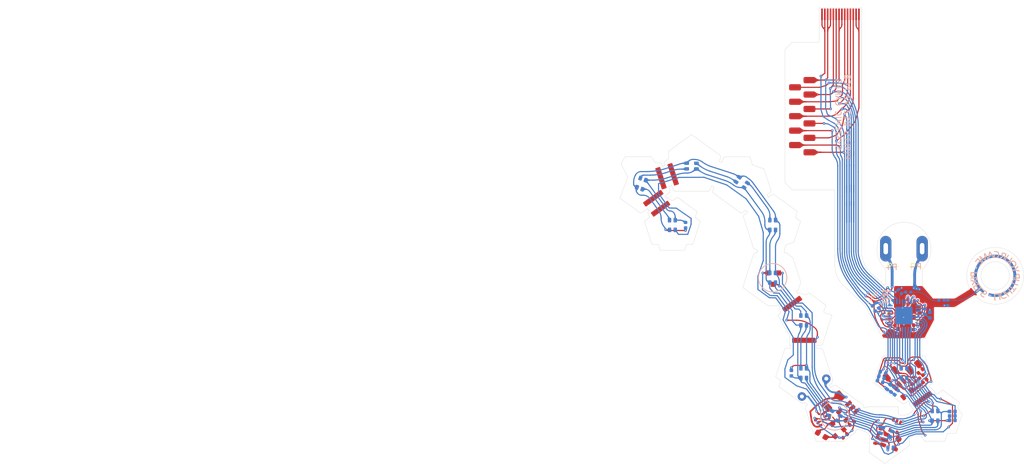
<source format=kicad_pcb>
(kicad_pcb (version 20211014) (generator pcbnew)
  (title_block (title "FLX-F020") (date "2021-09-11") (rev "10") (company "Systemic Games, LLC") (comment 1 "Flexible PCB, 0.13mm thickness"))
  (layers (0 "F.Cu" signal) (31 "B.Cu" signal) (34 "B.Paste" user) (35 "F.Paste" user) (36 "B.SilkS" user "B.Silkscreen") (37 "F.SilkS" user "F.Silkscreen") (38 "B.Mask" user) (39 "F.Mask" user) (44 "Edge.Cuts" user))
  (net 0 "")
  (net 1 "Net-(C1-Pad1)")
  (net 2 "GND")
  (net 3 "VDD")
  (net 4 "VDC")
  (net 5 "VEE")
  (net 6 "Net-(L1-Pad2)")
  (net 7 "Net-(L1-Pad1)")
  (net 8 "+5V")
  (net 9 "Net-(R6-Pad1)")
  (net 10 "/LED_EN")
  (net 11 "Net-(C2-Pad2)")
  (net 12 "Net-(C3-Pad1)")
  (net 13 "Net-(C5-Pad2)")
  (net 14 "Net-(C7-Pad1)")
  (net 15 "Net-(C17-Pad2)")
  (net 16 "Net-(C19-Pad1)")
  (net 17 "Net-(C19-Pad2)")
  (net 18 "Net-(L4-Pad1)")
  (net 19 "RXI")
  (net 20 "TXO")
  (net 21 "SWO")
  (net 22 "RESET")
  (net 23 "SWDCLK")
  (net 24 "SWDIO")
  (net 25 "Net-(R10-Pad1)")
  (net 26 "Net-(R10-Pad2)")
  (net 27 "/LED_DATA")
  (net 28 "+BATT")
  (net 29 "/STATS")
  (net 30 "/VLED_SENSE")
  (net 31 "/5V_SENSE")
  (net 32 "/VBAT_SENSE")
  (net 33 "/Power Supply/MAG1_")
  (net 34 "Net-(D10-Pad1)")
  (net 35 "/LED_RETURN")
  (net 36 "/Power Supply/LED_EN_OUT")
  (net 37 "Net-(R3-Pad1)")
  (net 38 "Net-(D2-Pad3)")
  (net 39 "Net-(D3-Pad3)")
  (net 40 "Net-(D4-Pad3)")
  (net 41 "Net-(D5-Pad3)")
  (net 42 "Net-(D6-Pad3)")
  (net 43 "Net-(D7-Pad3)")
  (net 44 "Net-(D8-Pad3)")
  (net 45 "Net-(D10-Pad3)")
  (net 46 "Net-(D11-Pad3)")
  (net 47 "Net-(D12-Pad3)")
  (net 48 "/SCL")
  (net 49 "/SDA")
  (net 50 "/ACC_INT")
  (net 51 "/ARC_ANTENNA")
  (net 55 "/ANT_NRF")
  (net 56 "/ANT_50")
  (footprint "Pixels-dice:SOT-353_SC-70-5" (layer "F.Cu") (at 254.49 133.75 -110)
    (fp_text reference "U7")
    (fp_text value "SN74LVC1G08" hide)
  )
  (footprint "TestPoint:TestPoint_THTPad_D1.5mm_Drill0.7mm" (layer "F.Cu") (at 242.38 125.4 30)
    (fp_text reference "P6")
    (fp_text value "COILB")
  )
  (footprint "Package_TO_SOT_SMD:SOT-23-5" (layer "F.Cu") (at 246.101683 131.198715 -140)
    (fp_text reference "U5")
    (fp_text value "MCP73832T-2ACI/OT")
  )
  (footprint "Package_TO_SOT_SMD:SOT-23" (layer "F.Cu") (at 233.04 107.8 -90)
    (fp_text reference "U8")
    (fp_text value "TMR1366")
  )
  (footprint "TestPoint:TestPoint_THTPad_D1.5mm_Drill0.7mm" (layer "F.Cu") (at 238.09 128.54 30)
    (fp_text reference "P5")
    (fp_text value "COILA")
  )
  (footprint "Pixels-dice:SOT-23-5" (layer "F.Cu") (at 253.72 136.53 -20)
    (fp_text reference "U6")
    (fp_text value "MT9700" hide)
  )
  (footprint "Resistor_SMD:R_0402_1005Metric" (layer "F.Cu") (at 251.136428 136.274754 70)
    (fp_text reference "R3")
    (fp_text value "10k 5%")
  )
  (footprint "Capacitor_SMD:C_0402_1005Metric" (layer "F.Cu") (at 256.25 111.5 180)
    (fp_text reference "C7")
    (fp_text value "100pF NP0 10V 5%")
  )
  (footprint "Inductor_SMD:L_0805_2012Metric" (layer "F.Cu") (at 257.816657 123.435409 40)
    (fp_text reference "L1")
    (fp_text value "10uH 100mA 10%")
  )
  (footprint "Capacitor_SMD:C_0402_1005Metric" (layer "F.Cu") (at 256.27 112.31)
    (fp_text reference "C5")
    (fp_text value "8pF 10V 10%")
  )
  (footprint "Capacitor_SMD:C_0402_1005Metric" (layer "F.Cu") (at 257.24 116.76 180)
    (fp_text reference "C3")
    (fp_text value "0.1uF 10V 20%")
  )
  (footprint "Capacitor_SMD:C_0402_1005Metric" (layer "F.Cu") (at 258.71 113.42 -90)
    (fp_text reference "C2")
    (fp_text value "8pF 10V 10%")
  )
  (footprint "Capacitor_SMD:C_0402_1005Metric" (layer "F.Cu") (at 255.53 116.75)
    (fp_text reference "C10")
    (fp_text value "0.1uF 10V 20%")
  )
  (footprint "Capacitor_SMD:C_0402_1005Metric" (layer "F.Cu") (at 257.383112 125.470117 -140)
    (fp_text reference "C18")
    (fp_text value "4.7uF 6.3V 20%")
  )
  (footprint "Resistor_SMD:R_0402_1005Metric" (layer "F.Cu") (at 259.072743 125.710216 130)
    (fp_text reference "R4")
    (fp_text value "402k 1%")
  )
  (footprint "Capacitor_SMD:C_0402_1005Metric" (layer "F.Cu") (at 258.452249 126.230873 -50)
    (fp_text reference "C17")
    (fp_text value "22pF 10V 5%")
  )
  (footprint "Pixels-dice:SOT-23-5" (layer "F.Cu") (at 255.930716 127.22404 -50)
    (fp_text reference "U4")
    (fp_text value "LN3435" hide)
  )
  (footprint "Capacitor_SMD:C_0402_1005Metric" (layer "F.Cu") (at 257.25 115.99 180)
    (fp_text reference "C4")
    (fp_text value "4.7uF 6.3V 20%")
  )
  (footprint "Inductor_SMD:L_0805_2012Metric" (layer "F.Cu") (at 253.73 124.52 40)
    (fp_text reference "L4")
    (fp_text value "2.2uH 20mA 10%")
  )
  (footprint "Resistor_SMD:R_0402_1005Metric" (layer "F.Cu") (at 246.89 133.23 40)
    (fp_text reference "R6")
    (fp_text value "22k 1%")
  )
  (footprint "Capacitor_SMD:C_0603_1608Metric" (layer "F.Cu") (at 241.55 135.3 -30)
    (fp_text reference "C13")
    (fp_text value "4.7uF 25V 20%")
  )
  (footprint "Package_TO_SOT_SMD:SOT-363_SC-70-6" (layer "F.Cu") (at 241.68 132.53 -140)
    (fp_text reference "D1")
    (fp_text value "BAV99S")
  )
  (footprint "Capacitor_SMD:C_0402_1005Metric" (layer "F.Cu") (at 245.68 135.49 -140)
    (fp_text reference "C15")
    (fp_text value "4.7uF 6.3V 20%")
  )
  (footprint "Inductor_SMD:L_0402_1005Metric" (layer "F.Cu") (at 258.953239 124.0743 -140)
    (fp_text reference "L2")
    (fp_text value "15nH 100mA 5%")
  )
  (footprint "Capacitor_SMD:C_0402_1005Metric" (layer "F.Cu") (at 259.702133 125.169042 -50)
    (fp_text reference "C1")
    (fp_text value "4.7uF 6.3V 20%")
  )
  (footprint "Pixels-dice:Crystal_SMD_2016-4Pin_2.0x1.6mm" (layer "F.Cu") (at 257.14 113.9 90)
    (fp_text reference "Y1")
    (fp_text value "32MHz 40ppm")
  )
  (footprint "Package_LGA:LGA-12_2x2mm_P0.5mm" (layer "F.Cu") (at 254.27 114.64)
    (fp_text reference "U2")
    (fp_text value "KXTJ3-1057")
  )
  (footprint "Resistor_SMD:R_0402_1005Metric" (layer "F.Cu") (at 257.831752 126.751532 -50)
    (fp_text reference "R5")
    (fp_text value "100k 1%")
  )
  (footprint "Pixels-dice:SOT-23" (layer "F.Cu") (at 244.05 134.14 -50)
    (fp_text reference "U3")
    (fp_text value "PJ75AL50SA")
  )
  (footprint "Capacitor_SMD:C_1206_3216Metric" (layer "F.Cu") (at 243.64 129.36 40)
    (fp_text reference "C19")
    (fp_text value "33nF 50V 5% NP0")
  )
  (footprint "Pixels-dice:FPC-POGO-11" (layer "F.Cu") (at 238.1475 79.22 90)
    (fp_text reference "J2")
    (fp_text value "Conn_01x11")
  )
  (footprint "Capacitor_SMD:C_0402_1005Metric" (layer "F.Cu") (at 251.73621 134.666167 -110)
    (fp_text reference "C24")
    (fp_text value "0.1uF 10V 20%")
  )
  (footprint "Pixels-dice:FPC_14" (layer "F.Cu") (at 241.62 61.279999)
    (fp_text reference "J1")
    (fp_text value "Conn_01x14")
  )
  (footprint "Pixels-dice:TX1812Z_2020" (layer "B.Cu") (at 243.85 131.94 60)
    (fp_text reference "D5")
    (fp_text value "TX1812Z_2020")
  )
  (footprint "Pixels-dice:TX1812Z_2020" (layer "B.Cu") (at 252.915902 134.81 70)
    (fp_text reference "D4")
    (fp_text value "TX1812Z_2020")
  )
  (footprint "Pixels-dice:TX1812Z_2020" (layer "B.Cu") (at 238.4 124.43)
    (fp_text reference "D6")
    (fp_text value "TX1812Z_2020")
  )
  (footprint "Capacitor_SMD:C_0402_1005Metric" (layer "B.Cu") (at 253.69 137.47 180)
    (fp_text reference "C16")
    (fp_text value "4.7uF 6.3V 20%")
  )
  (footprint "Pixels-dice:TX1812Z_2020" (layer "B.Cu") (at 256.05 124.43 180)
    (fp_text reference "D2")
    (fp_text value "TX1812Z_2020")
  )
  (footprint "Pixels-dice:TX1812Z_2020" (layer "B.Cu") (at 238.4 115.15)
    (fp_text reference "D7")
    (fp_text value "TX1812Z_2020")
  )
  (footprint "Pixels-dice:TX1812Z_2020" (layer "B.Cu") (at 215.3 98.37 180)
    (fp_text reference "D13")
    (fp_text value "TX1812Z_2020")
  )
  (footprint "Pixels-dice:TX1812Z_2020" (layer "B.Cu") (at 209.84 91.095902 160)
    (fp_text reference "D12")
    (fp_text value "TX1812Z_2020")
  )
  (footprint "Pixels-dice:TX1812Z_2020" (layer "B.Cu") (at 232.95 98.37)
    (fp_text reference "D9")
    (fp_text value "TX1812Z_2020")
  )
  (footprint "Pixels-dice:TX1812Z_2020" (layer "B.Cu") (at 232.94 107.65)
    (fp_text reference "D8")
    (fp_text value "TX1812Z_2020")
  )
  (footprint "Resistor_SMD:R_0402_1005Metric" (layer "B.Cu") (at 264.543663 132.736337 180)
    (fp_text reference "R14")
    (fp_text value "10M 1%")
  )
  (footprint "Capacitor_SMD:C_0402_1005Metric" (layer "B.Cu") (at 264.545917 131.952445 180)
    (fp_text reference "C6")
    (fp_text value "10nF 25V 10%")
  )
  (footprint "Pixels-dice:TX1812Z_2020" (layer "B.Cu") (at 218.67 87.99 90)
    (fp_text reference "D11")
    (fp_text value "TX1812Z_2020")
  )
  (footprint "Resistor_SMD:R_0402_1005Metric" (layer "B.Cu") (at 264.55 131.17)
    (fp_text reference "R13")
    (fp_text value "4.02M 1%")
  )
  (footprint "Resistor_SMD:R_0402_1005Metric" (layer "B.Cu") (at 259.76 113.62 90)
    (fp_text reference "R10")
    (fp_text value "100k 1%")
  )
  (footprint "Package_DFN_QFN:QFN-32-1EP_5x5mm_P0.5mm_EP3.1x3.1mm" (layer "B.Cu") (at 256.04 114.3 90)
    (fp_text reference "U1")
    (fp_text value "N52810_QFN32")
  )
  (footprint "Pixels-dice:0402_RF" (layer "B.Cu") (at 255.32 110.09 129)
    (fp_text reference "C8")
    (fp_text value "0.8pF 10V 5% NP0")
  )
  (footprint "Capacitor_SMD:C_0402_1005Metric" (layer "B.Cu") (at 236.23 124.43 90)
    (fp_text reference "C23")
    (fp_text value "0.1uF 10V 20%")
  )
  (footprint "Pixels-dice:TX1812Z_2020" (layer "B.Cu") (at 261.51 131.94 180)
    (fp_text reference "D3")
    (fp_text value "TX1812Z_2020")
  )
  (footprint "Capacitor_SMD:C_0402_1005Metric" (layer "B.Cu") (at 217.62 98.39 -90)
    (fp_text reference "C9")
    (fp_text value "4.7uF 6.3V 20%")
  )
  (footprint "Resistor_SMD:R_0402_1005Metric" (layer "B.Cu") (at 260.59 114.23 -90)
    (fp_text reference "R9")
    (fp_text value "180k 1%")
  )
  (footprint "Pixels-dice:Hongjie 10100 Connector" (layer "B.Cu") (at 256.04 102.53)
    (fp_text reference "J3")
    (fp_text value "Conn_01x02")
  )
  (footprint "Pixels-dice:TX1812Z_2020" (layer "B.Cu") (at 227.49 90.87 55)
    (fp_text reference "D10")
    (fp_text value "TX1812Z_2020")
  )
  (footprint "Capacitor_SMD:C_0402_1005Metric" (layer "B.Cu") (at 252.09 125.13 -18)
    (fp_text reference "C21")
    (fp_text value "10nF 25V 10%")
  )
  (footprint "Resistor_SMD:R_0402_1005Metric" (layer "B.Cu") (at 254.69761 127.837146 -126)
    (fp_text reference "R7")
    (fp_text value "4.02M 1%")
  )
  (footprint "Resistor_SMD:R_0402_1005Metric" (layer "B.Cu") (at 251.836606 125.909865 162)
    (fp_text reference "R2")
    (fp_text value "10M 1%")
  )
  (footprint "Resistor_SMD:R_0402_1005Metric" (layer "B.Cu") (at 254.04 127.34 54)
    (fp_text reference "R8")
    (fp_text value "10M 1%")
  )
  (footprint "Resistor_SMD:R_0402_1005Metric" (layer "B.Cu") (at 252.346484 124.340622 162)
    (fp_text reference "R1")
    (fp_text value "4.02M 1%")
  )
  (footprint "Capacitor_SMD:C_0402_1005Metric" (layer "B.Cu") (at 253.356761 126.868318 54)
    (fp_text reference "C22")
    (fp_text value "10nF 25V 10%")
  )
  (footprint "Resistor_SMD:R_0402_1005Metric" (layer "B.Cu") (at 250.77 113.06 -62.5)
    (fp_text reference "R12")
    (fp_text value "2.7k 5%")
  )
  (footprint "Resistor_SMD:R_0402_1005Metric" (layer "B.Cu") (at 251.38 112.5 -62.5)
    (fp_text reference "R16")
    (fp_text value "2.7k 5%")
  )
  (footprint "Pixels-dice:0402_RF" (layer "B.Cu") (at 263.765 112.06 -90)
    (fp_text reference "C11")
    (fp_text value "1.8pF 10V 5% NP0")
  )
  (footprint "Pixels-dice:0402_RF" (layer "B.Cu") (at 256.79 110.17)
    (fp_text reference "L5")
    (fp_text value "3.9nH 5%")
  )
  (footprint "Pixels-dice:Game With Pixels - Round" (layer "B.Cu") (at 272.07 107.3 -65)
    (fp_text reference "REF**" hide)
    (fp_text value "Game With Pixels - Round" hide)
  )
  (footprint "Pixels-dice:0402_RF" (layer "B.Cu") (at 262.658 111.616)
    (fp_text reference "L3")
    (fp_text value "4.7nH 5%")
  )
  (footprint "Pixels-dice:ARC_Antenna" (layer "B.Cu") (at 268.572427 110.249722 40)
    (fp_text reference "AE2" hide)
    (fp_text value "ARC")
  )
  (gr_circle (center 243.85 131.94) (end 246.35 131.94) (layer "B.SilkS") (width 0.15) (fill none))
  (gr_circle (center 232.94 107.64) (end 235.44 107.64) (layer "B.SilkS") (width 0.15) (fill none))
  (gr_circle (center 258.55 115.41) (end 258.656301 115.41) (layer "F.SilkS") (width 0.15) (fill solid))
  (gr_circle (center 243.36 131.98) (end 243.466301 131.98) (layer "F.SilkS") (width 0.15) (fill solid))
  (gr_circle (center 252.97 113.88) (end 253.076301 113.88) (layer "F.SilkS") (width 0.15) (fill solid))
  (gr_line (start 255.791019 129.789152) (end 250.760559 126.130998) (layer "Edge.Cuts") (width 0.05))
  (gr_line (start 236.384436 92.195289) (end 235.111436 90.922289) (layer "Edge.Cuts") (width 0.05))
  (gr_line (start 230.308988 103.151003) (end 230.309056 102.851003) (layer "Edge.Cuts") (width 0.05))
  (gr_line (start 239.005028 129.896723) (end 238.828751 129.653975) (layer "Edge.Cuts") (width 0.05))
  (gr_line (start 261.664947 112.938097) (end 261.464947 112.938096) (layer "Edge.Cuts") (width 0.05))
  (gr_arc (start 234.143235 112.68404) (mid 234.161064 112.758471) (end 234.12104 112.823709) (layer "Edge.Cuts") (width 0.05))
  (gr_line (start 255.057015 131.495729) (end 255.057546 130.335029) (layer "Edge.Cuts") (width 0.05))
  (gr_arc (start 228.484241 96.051305) (mid 228.502084 96.125733) (end 228.462072 96.190978) (layer "Edge.Cuts") (width 0.05))
  (gr_line (start 259.745887 136.416182) (end 259.127376 135.561644) (layer "Edge.Cuts") (width 0.05))
  (gr_line (start 232.265597 93.429478) (end 232.884738 92.979959) (layer "Edge.Cuts") (width 0.05))
  (gr_line (start 229.507336 87.864019) (end 231.427436 88.488789) (layer "Edge.Cuts") (width 0.05))
  (gr_line (start 243.881436 92.195289) (end 236.384436 92.195289) (layer "Edge.Cuts") (width 0.05))
  (gr_arc (start 215.086537 91.488225) (mid 215.162835 91.494262) (end 215.212517 91.552482) (layer "Edge.Cuts") (width 0.05))
  (gr_circle (center 272.095892 107.300089) (end 274.595892 107.300089) (layer "Edge.Cuts") (width 0.05) (fill none))
  (gr_line (start 234.025436 126.788089) (end 234.325469 125.866247) (layer "Edge.Cuts") (width 0.05))
  (gr_line (start 257.499051 135.592254) (end 257.132217 135.861409) (layer "Edge.Cuts") (width 0.05))
  (gr_line (start 265.826436 129.570089) (end 265.539769 130.45069) (layer "Edge.Cuts") (width 0.05))
  (gr_line (start 252.542657 108.938466) (end 250.187956 106.739331) (layer "Edge.Cuts") (width 0.05))
  (gr_line (start 228.939436 86.380989) (end 229.378984 87.735563) (layer "Edge.Cuts") (width 0.05))
  (gr_arc (start 263.627029 135.194529) (mid 263.736096 135.044473) (end 263.912553 134.987242) (layer "Edge.Cuts") (width 0.05))
  (gr_arc (start 231.949669 93.164546) (mid 231.931826 93.090118) (end 231.971838 93.024873) (layer "Edge.Cuts") (width 0.05))
  (gr_line (start 229.597078 103.454356) (end 229.876758 103.250905) (layer "Edge.Cuts") (width 0.05))
  (gr_line (start 257.974641 135.437938) (end 258.884641 135.437938) (layer "Edge.Cuts") (width 0.05))
  (gr_line (start 261.971389 128.01283) (end 262.828436 127.390089) (layer "Edge.Cuts") (width 0.05))
  (gr_line (start 242.07666 113.822984) (end 243.372661 114.244675) (layer "Edge.Cuts") (width 0.05))
  (gr_line (start 261.464947 112.938096) (end 261.46493 115.097036) (layer "Edge.Cuts") (width 0.05))
  (gr_arc (start 224.045089 87.260956) (mid 223.99535 87.319127) (end 223.919046 87.32509) (layer "Edge.Cuts") (width 0.05))
  (gr_line (start 231.949669 93.164546) (end 232.125924 93.407309) (layer "Edge.Cuts") (width 0.05))
  (gr_arc (start 230.209079 102.75098) (mid 230.279783 102.780285) (end 230.309056 102.851003) (layer "Edge.Cuts") (width 0.05))
  (gr_line (start 230.209079 102.75098) (end 229.995572 102.750932) (layer "Edge.Cuts") (width 0.05))
  (gr_arc (start 247.674243 134.325712) (mid 247.723957 134.267555) (end 247.800231 134.261562) (layer "Edge.Cuts") (width 0.05))
  (gr_arc (start 229.507336 87.864019) (mid 229.427741 87.815198) (end 229.378984 87.735563) (layer "Edge.Cuts") (width 0.05))
  (gr_arc (start 215.410975 94.050827) (mid 215.293438 94.089) (end 215.175906 94.050814) (layer "Edge.Cuts") (width 0.05))
  (gr_line (start 237.184971 109.982238) (end 237.452669 109.787954) (layer "Edge.Cuts") (width 0.05))
  (gr_line (start 247.501102 134.857541) (end 245.362436 136.410089) (layer "Edge.Cuts") (width 0.05))
  (gr_line (start 211.575399 86.37392) (end 212.301537 87.373069) (layer "Edge.Cuts") (width 0.05))
  (gr_line (start 220.209436 97.705589) (end 218.887436 101.768089) (layer "Edge.Cuts") (width 0.05))
  (gr_arc (start 214.630436 86.616547) (mid 214.608624 86.707371) (end 214.547945 86.778385) (layer "Edge.Cuts") (width 0.05))
  (gr_line (start 233.582616 112.59667) (end 232.107436 112.567089) (layer "Edge.Cuts") (width 0.05))
  (gr_line (start 215.410975 94.050827) (end 216.196436 93.480389) (layer "Edge.Cuts") (width 0.05))
  (gr_line (start 207.430241 89.918751) (end 206.257436 87.537989) (layer "Edge.Cuts") (width 0.05))
  (gr_line (start 219.425112 97.136302) (end 220.209436 97.705589) (layer "Edge.Cuts") (width 0.05))
  (gr_line (start 259.749799 118.362373) (end 261.46493 115.097036) (layer "Edge.Cuts") (width 0.05))
  (gr_line (start 236.137415 119.938089) (end 236.137482 119.638089) (layer "Edge.Cuts") (width 0.05))
  (gr_arc (start 256.710854 129.367285) (mid 256.785207 129.349485) (end 256.850405 129.389416) (layer "Edge.Cuts") (width 0.05))
  (gr_line (start 265.582279 130.719821) (end 266.276454 131.675842) (layer "Edge.Cuts") (width 0.05))
  (gr_line (start 209.638436 96.228689) (end 206.05 93.62) (layer "Edge.Cuts") (width 0.05))
  (gr_line (start 237.857436 97.712589) (end 236.659436 101.394089) (layer "Edge.Cuts") (width 0.05))
  (gr_line (start 259.749799 118.362373) (end 259.25006 118.360886) (layer "Edge.Cuts") (width 0.05))
  (gr_line (start 233.827436 114.240089) (end 234.259811 113.926421) (layer "Edge.Cuts") (width 0.05))
  (gr_line (start 249.910436 138.339089) (end 250.060387 135.667673) (layer "Edge.Cuts") (width 0.05))
  (gr_line (start 218.887436 101.768089) (end 217.920661 101.768958) (layer "Edge.Cuts") (width 0.05))
  (gr_line (start 235.111436 67.467889) (end 236.384436 66.195089) (layer "Edge.Cuts") (width 0.05))
  (gr_arc (start 210.852445 95.537123) (mid 210.926875 95.519288) (end 210.992116 95.559307) (layer "Edge.Cuts") (width 0.05))
  (gr_line (start 210.380436 97.707489) (end 211.163914 97.138098) (layer "Edge.Cuts") (width 0.05))
  (gr_arc (start 260.493735 126.748676) (mid 260.475948 126.674234) (end 260.516009 126.609018) (layer "Edge.Cuts") (width 0.05))
  (gr_line (start 231.427436 88.488789) (end 232.657081 92.279257) (layer "Edge.Cuts") (width 0.05))
  (gr_line (start 223.790885 86.426553) (end 223.569646 87.106185) (layer "Edge.Cuts") (width 0.05))
  (gr_line (start 250.760559 126.130998) (end 252.298717 121.405109) (layer "Edge.Cuts") (width 0.05))
  (gr_line (start 233.146436 92.980089) (end 237.299436 95.999489) (layer "Edge.Cuts") (width 0.05))
  (gr_line (start 214.630436 86.616547) (end 214.630436 85.386774) (layer "Edge.Cuts") (width 0.05))
  (gr_arc (start 235.251286 101.938567) (mid 235.300063 101.859036) (end 235.37961 101.810284) (layer "Edge.Cuts") (width 0.05))
  (gr_line (start 235.97243 118.000079) (end 233.827436 114.240089) (layer "Edge.Cuts") (width 0.05))
  (gr_line (start 214.037806 93.224925) (end 214.741735 92.713925) (layer "Edge.Cuts") (width 0.05))
  (gr_arc (start 242.07666 113.822984) (mid 241.960294 113.723505) (end 241.948369 113.570878) (layer "Edge.Cuts") (width 0.05))
  (gr_arc (start 233.827356 112.419049) (mid 233.901787 112.40122) (end 233.967024 112.441244) (layer "Edge.Cuts") (width 0.05))
  (gr_arc (start 265.190365 111.01082) (mid 264.938127 111.121887) (end 264.665149 111.15988) (layer "Edge.Cuts") (width 0.05))
  (gr_line (start 245.362436 136.410089) (end 240.584436 136.408089) (layer "Edge.Cuts") (width 0.05))
  (gr_arc (start 252.570476 105.866622) (mid 252.769759 106.182374) (end 252.839327 106.549217) (layer "Edge.Cuts") (width 0.05))
  (gr_line (start 217.431436 102.829089) (end 213.159436 102.827089) (layer "Edge.Cuts") (width 0.05))
  (gr_line (start 240.584436 136.408089) (end 238.696257 130.586205) (layer "Edge.Cuts") (width 0.05))
  (gr_arc (start 249.982814 135.449029) (mid 250.043591 135.550549) (end 250.060387 135.667673) (layer "Edge.Cuts") (width 0.05))
  (gr_line (start 238.085781 129.737545) (end 234.025436 126.788089) (layer "Edge.Cuts") (width 0.05))
  (gr_line (start 241.442404 120.039268) (end 241.754458 120.266404) (layer "Edge.Cuts") (width 0.05))
  (gr_arc (start 252.570476 105.866622) (mid 256.046033 97.87609) (end 259.512848 105.870419) (layer "Edge.Cuts") (width 0.05))
  (gr_line (start 238.843416 130.137666) (end 238.982871 130.036398) (layer "Edge.Cuts") (width 0.05))
  (gr_line (start 248.606162 60.115089) (end 248.600718 103.084515) (layer "Edge.Cuts") (width 0.05))
  (gr_line (start 222.372801 92.398109) (end 222.59026 91.73009) (layer "Edge.Cuts") (width 0.05))
  (gr_line (start 256.294641 131.797938) (end 255.357015 131.795847) (layer "Edge.Cuts") (width 0.05))
  (gr_line (start 249.499905 130.333089) (end 250.110436 130.333089) (layer "Edge.Cuts") (width 0.05))
  (gr_arc (start 230.308988 103.151003) (mid 230.279683 103.221707) (end 230.208966 103.25098) (layer "Edge.Cuts") (width 0.05))
  (gr_line (start 240.737364 120.039111) (end 241.442404 120.039268) (layer "Edge.Cuts") (width 0.05))
  (gr_arc (start 258.884641 135.437938) (mid 259.020861 135.470647) (end 259.127376 135.561644) (layer "Edge.Cuts") (width 0.05))
  (gr_line (start 257.008436 137.178089) (end 252.657436 140.336089) (layer "Edge.Cuts") (width 0.05))
  (gr_line (start 236.659436 101.394089) (end 235.37961 101.810284) (layer "Edge.Cuts") (width 0.05))
  (gr_arc (start 222.526125 91.604047) (mid 222.584297 91.653786) (end 222.59026 91.73009) (layer "Edge.Cuts") (width 0.05))
  (gr_arc (start 240.737364 120.039111) (mid 240.66666 120.009806) (end 240.637386 119.939089) (layer "Edge.Cuts") (width 0.05))
  (gr_line (start 256.12887 129.789152) (end 255.791019 129.789152) (layer "Edge.Cuts") (width 0.05))
  (gr_line (start 249.982814 135.449029) (end 249.418989 134.828982) (layer "Edge.Cuts") (width 0.05))
  (gr_arc (start 213.640182 88.002468) (mid 213.563884 87.99643) (end 213.514202 87.93821) (layer "Edge.Cuts") (width 0.05))
  (gr_arc (start 259.248632 121.412156) (mid 259.177974 121.382818) (end 259.148734 121.31212) (layer "Edge.Cuts") (width 0.05))
  (gr_line (start 227.679436 109.347089) (end 229.597078 103.454356) (layer "Edge.Cuts") (width 0.05))
  (gr_line (start 232.551503 92.604015) (end 231.971838 93.024873) (layer "Edge.Cuts") (width 0.05))
  (gr_line (start 241.710581 119.352813) (end 241.454397 119.539271) (layer "Edge.Cuts") (width 0.05))
  (gr_line (start 236.501436 104.127089) (end 235.337001 103.252141) (layer "Edge.Cuts") (width 0.05))
  (gr_line (start 259.756624 121.412671) (end 261.215436 125.908089) (layer "Edge.Cuts") (width 0.05))
  (gr_line (start 252.823849 118.34177) (end 252.323587 118.340282) (layer "Edge.Cuts") (width 0.05))
  (gr_line (start 223.684698 86.099667) (end 223.790885 86.426553) (layer "Edge.Cuts") (width 0.05))
  (gr_line (start 206.257436 87.537989) (end 206.983436 86.372089) (layer "Edge.Cuts") (width 0.05))
  (gr_arc (start 207.430241 89.918751) (mid 207.450608 89.998663) (end 207.437 90.08) (layer "Edge.Cuts") (width 0.05))
  (gr_line (start 223.63378 87.232228) (end 223.919046 87.32509) (layer "Edge.Cuts") (width 0.05))
  (gr_line (start 216.196436 93.480389) (end 219.651436 95.992789) (layer "Edge.Cuts") (width 0.05))
  (gr_line (start 260.806638 127.00976) (end 260.849285 126.978776) (layer "Edge.Cuts") (width 0.05))
  (gr_arc (start 212.670201 101.770089) (mid 212.787719 101.808257) (end 212.860382 101.908194) (layer "Edge.Cuts") (width 0.05))
  (gr_line (start 224.493436 86.379189) (end 228.939436 86.380989) (layer "Edge.Cuts") (width 0.05))
  (gr_line (start 235.086427 103.252085) (end 235.337001 103.252141) (layer "Edge.Cuts") (width 0.05))
  (gr_arc (start 219.425112 97.136302) (mid 219.352391 97.036275) (end 219.352393 96.912607) (layer "Edge.Cuts") (width 0.05))
  (gr_arc (start 211.168347 95.802088) (mid 211.186182 95.876518) (end 211.146163 95.941759) (layer "Edge.Cuts") (width 0.05))
  (gr_line (start 211.23655 96.914517) (end 210.963592 96.074284) (layer "Edge.Cuts") (width 0.05))
  (gr_line (start 221.895097 92.250282) (end 221.62849 92.443997) (layer "Edge.Cuts") (width 0.05))
  (gr_line (start 229.876758 103.250905) (end 230.208966 103.25098) (layer "Edge.Cuts") (width 0.05))
  (gr_line (start 232.657081 92.279257) (end 232.551503 92.604015) (layer "Edge.Cuts") (width 0.05))
  (gr_line (start 213.832176 87.298099) (end 214.547945 86.778385) (layer "Edge.Cuts") (width 0.05))
  (gr_line (start 210.992116 95.559307) (end 211.168347 95.802088) (layer "Edge.Cuts") (width 0.05))
  (gr_line (start 209.899631 96.228754) (end 209.638436 96.228689) (layer "Edge.Cuts") (width 0.05))
  (gr_line (start 242.307436 112.468089) (end 241.948369 113.570878) (layer "Edge.Cuts") (width 0.05))
  (gr_line (start 227.887487 96.608147) (end 228.462072 96.190978) (layer "Edge.Cuts") (width 0.05))
  (gr_line (start 249.445138 130.501313) (end 249.499905 130.333089) (layer "Edge.Cuts") (width 0.05))
  (gr_arc (start 259.243251 106.553285) (mid 259.313116 106.186216) (end 259.512848 105.870419) (layer "Edge.Cuts") (width 0.05))
  (gr_line (start 213.159436 102.827089) (end 212.860382 101.908194) (layer "Edge.Cuts") (width 0.05))
  (gr_arc (start 211.23655 96.914517) (mid 211.236549 97.038106) (end 211.163914 97.138098) (layer "Edge.Cuts") (width 0.05))
  (gr_line (start 243.503897 125.65514) (end 243.35553 126.24316) (layer "Edge.Cuts") (width 0.05))
  (gr_line (start 214.015624 93.364594) (end 214.191857 93.607378) (layer "Edge.Cuts") (width 0.05))
  (gr_line (start 229.995572 102.750932) (end 229.576258 102.446419) (layer "Edge.Cuts") (width 0.05))
  (gr_line (start 237.452669 109.787954) (end 237.890846 108.410122) (layer "Edge.Cuts") (width 0.05))
  (gr_line (start 214.463813 93.533538) (end 215.175906 94.050814) (layer "Edge.Cuts") (width 0.05))
  (gr_arc (start 257.008436 136.104199) (mid 257.041167 135.967938) (end 257.132217 135.861409) (layer "Edge.Cuts") (width 0.05))
  (gr_line (start 215.404495 92.144184) (end 215.212517 91.552482) (layer "Edge.Cuts") (width 0.05))
  (gr_arc (start 252.922517 121.305676) (mid 252.893179 121.376399) (end 252.822416 121.40564) (layer "Edge.Cuts") (width 0.05))
  (gr_line (start 213.640182 88.002468) (end 213.925538 87.909883) (layer "Edge.Cuts") (width 0.05))
  (gr_line (start 257.026974 129.632085) (end 256.850405 129.389416) (layer "Edge.Cuts") (width 0.05))
  (gr_line (start 252.542657 108.938466) (end 252.639546 108.937959) (layer "Edge.Cuts") (width 0.05))
  (gr_line (start 236.384436 66.195089) (end 241.111436 66.195089) (layer "Edge.Cuts") (width 0.05))
  (gr_arc (start 234.252945 125.642617) (mid 234.325535 125.742651) (end 234.325469 125.866247) (layer "Edge.Cuts") (width 0.05))
  (gr_line (start 241.111436 66.195089) (end 241.111436 60.115089) (layer "Edge.Cuts") (width 0.05))
  (gr_line (start 265.276763 112.789013) (end 268.38079 110.87259) (layer "Edge.Cuts") (width 0.05))
  (gr_arc (start 249.445138 130.501313) (mid 249.395468 130.559448) (end 249.319244 130.565493) (layer "Edge.Cuts") (width 0.05))
  (gr_line (start 261.216089 111.160038) (end 259.290733 108.899234) (layer "Edge.Cuts") (width 0.05))
  (gr_line (start 240.637453 119.639089) (end 240.637386 119.939089) (layer "Edge.Cuts") (width 0.05))
  (gr_line (start 235.111436 90.922289) (end 235.111436 67.467889) (layer "Edge.Cuts") (width 0.05))
  (gr_line (start 243.881436 92.195289) (end 243.881436 105.395267) (layer "Edge.Cuts") (width 0.05))
  (gr_arc (start 257.594641 130.677938) (mid 257.648241 130.901196) (end 257.52828 131.096967) (layer "Edge.Cuts") (width 0.05))
  (gr_line (start 235.971482 119.538052) (end 235.97243 118.000079) (layer "Edge.Cuts") (width 0.05))
  (gr_arc (start 267.538424 109.356659) (mid 267.547372 109.49744) (end 267.461178 109.60911) (layer "Edge.Cuts") (width 0.05))
  (gr_line (start 237.162776 110.121907) (end 237.338987 110.364703) (layer "Edge.Cuts") (width 0.05))
  (gr_line (start 236.501436 104.127089) (end 237.890846 108.410122) (layer "Edge.Cuts") (width 0.05))
  (gr_line (start 212.463323 87.455489) (end 213.357582 87.455489) (layer "Edge.Cuts") (width 0.05))
  (gr_line (start 238.689076 129.631818) (end 238.543508 129.737526) (layer "Edge.Cuts") (width 0.05))
  (gr_line (start 252.657436 140.336089) (end 249.910436 138.339089) (layer "Edge.Cuts") (width 0.05))
  (gr_arc (start 249.033834 130.473075) (mid 248.97555 130.423356) (end 248.969552 130.346982) (layer "Edge.Cuts") (width 0.05))
  (gr_line (start 256.96247 129.802642) (end 257.004891 129.771822) (layer "Edge.Cuts") (width 0.05))
  (gr_line (start 235.273556 120.037897) (end 236.037393 120.038067) (layer "Edge.Cuts") (width 0.05))
  (gr_arc (start 214.015624 93.364594) (mid 213.997789 93.290166) (end 214.037806 93.224925) (layer "Edge.Cuts") (width 0.05))
  (gr_line (start 232.884738 92.979959) (end 233.146436 92.980089) (layer "Edge.Cuts") (width 0.05))
  (gr_line (start 262.828436 127.390089) (end 265.826436 129.570089) (layer "Edge.Cuts") (width 0.05))
  (gr_arc (start 214.331527 93.629562) (mid 214.257098 93.647396) (end 214.191857 93.607378) (layer "Edge.Cuts") (width 0.05))
  (gr_line (start 241.754458 120.266404) (end 243.503897 125.65514) (layer "Edge.Cuts") (width 0.05))
  (gr_line (start 222.526125 91.604047) (end 222.240859 91.511185) (layer "Edge.Cuts") (width 0.05))
  (gr_line (start 234.991449 102.736694) (end 235.251286 101.938567) (layer "Edge.Cuts") (width 0.05))
  (gr_line (start 227.283327 96.202138) (end 222.47215 92.703871) (layer "Edge.Cuts") (width 0.05))
  (gr_line (start 209.899631 96.228754) (end 210.852445 95.537123) (layer "Edge.Cuts") (width 0.05))
  (gr_line (start 221.62849 92.443997) (end 215.813354 92.441667) (layer "Edge.Cuts") (width 0.05))
  (gr_arc (start 237.162776 110.121907) (mid 237.144947 110.047476) (end 237.184971 109.982238) (layer "Edge.Cuts") (width 0.05))
  (gr_arc (start 234.332621 113.702855) (mid 234.332538 113.826467) (end 234.259811 113.926421) (layer "Edge.Cuts") (width 0.05))
  (gr_arc (start 252.8385 108.738037) (mid 252.780264 108.879039) (end 252.639546 108.937959) (layer "Edge.Cuts") (width 0.05))
  (gr_line (start 237.584313 110.310216) (end 238.656551 110.658609) (layer "Edge.Cuts") (width 0.05))
  (gr_line (start 241.454397 119.539271) (end 240.737475 119.539111) (layer "Edge.Cuts") (width 0.05))
  (gr_line (start 214.902775 92.217966) (end 214.741735 92.713925) (layer "Edge.Cuts") (width 0.05))
  (gr_line (start 217.730608 101.907222) (end 217.431436 102.829089) (layer "Edge.Cuts") (width 0.05))
  (gr_line (start 244.23783 126.664013) (end 248.879331 130.039645) (layer "Edge.Cuts") (width 0.05))
  (gr_arc (start 243.278068 126.917337) (mid 243.203642 126.935186) (end 243.138393 126.89518) (layer "Edge.Cuts") (width 0.05))
  (gr_line (start 243.35553 126.24316) (end 242.984273 126.512758) (layer "Edge.Cuts") (width 0.05))
  (gr_line (start 224.045089 87.260956) (end 224.282154 86.532708) (layer "Edge.Cuts") (width 0.05))
  (gr_arc (start 255.357015 131.795847) (mid 255.144841 131.707938) (end 255.057015 131.495729) (layer "Edge.Cuts") (width 0.05))
  (gr_arc (start 238.689076 129.631818) (mid 238.763502 129.613969) (end 238.828751 129.653975) (layer "Edge.Cuts") (width 0.05))
  (gr_line (start 242.962116 126.652432) (end 243.138393 126.89518) (layer "Edge.Cuts") (width 0.05))
  (gr_arc (start 234.986536 102.767628) (mid 234.987774 102.751967) (end 234.991449 102.736694) (layer "Edge.Cuts") (width 0.05))
  (gr_line (start 256.710854 129.367285) (end 256.12887 129.789152) (layer "Edge.Cuts") (width 0.05))
  (gr_line (start 236.037504 119.538067) (end 235.971482 119.538052) (layer "Edge.Cuts") (width 0.05))
  (gr_line (start 213.989796 87.783903) (end 213.832176 87.298099) (layer "Edge.Cuts") (width 0.05))
  (gr_line (start 211.146163 95.941759) (end 210.963592 96.074284) (layer "Edge.Cuts") (width 0.05))
  (gr_line (start 256.294641 131.797938) (end 256.770231 131.643622) (layer "Edge.Cuts") (width 0.05))
  (gr_line (start 261.552335 127.946465) (end 260.849285 126.978776) (layer "Edge.Cuts") (width 0.05))
  (gr_arc (start 235.086427 103.252085) (mid 235.015723 103.222779) (end 234.986449 103.152062) (layer "Edge.Cuts") (width 0.05))
  (gr_line (start 252.298717 121.405109) (end 252.822416 121.40564) (layer "Edge.Cuts") (width 0.05))
  (gr_arc (start 252.823849 118.34177) (mid 252.89438 118.371177) (end 252.923551 118.441806) (layer "Edge.Cuts") (width 0.05))
  (gr_line (start 211.698436 101.770089) (end 210.380436 97.707489) (layer "Edge.Cuts") (width 0.05))
  (gr_line (start 265.198902 134.988143) (end 263.912553 134.987242) (layer "Edge.Cuts") (width 0.05))
  (gr_line (start 257.499051 135.592254) (end 257.974641 135.437938) (layer "Edge.Cuts") (width 0.05))
  (gr_line (start 214.706062 91.61167) (end 214.902775 92.217966) (layer "Edge.Cuts") (width 0.05))
  (gr_line (start 248.879331 130.039645) (end 248.97434 130.332274) (layer "Edge.Cuts") (width 0.05))
  (gr_line (start 249.033834 130.473075) (end 249.319244 130.565493) (layer "Edge.Cuts") (width 0.05))
  (gr_line (start 235.058512 120.193931) (end 235.273556 120.037897) (layer "Edge.Cuts") (width 0.05))
  (gr_line (start 233.967024 112.441244) (end 234.143235 112.68404) (layer "Edge.Cuts") (width 0.05))
  (gr_line (start 259.243251 106.553285) (end 259.242916 108.769535) (layer "Edge.Cuts") (width 0.05))
  (gr_line (start 260.493735 126.748676) (end 260.666896 126.987549) (layer "Edge.Cuts") (width 0.05))
  (gr_line (start 222.47215 92.703871) (end 222.372801 92.398109) (layer "Edge.Cuts") (width 0.05))
  (gr_arc (start 238.835868 110.630233) (mid 238.749615 110.66594) (end 238.656551 110.658609) (layer "Edge.Cuts") (width 0.05))
  (gr_line (start 243.372661 114.244675) (end 241.710581 119.352813) (layer "Edge.Cuts") (width 0.05))
  (gr_line (start 256.770231 131.643622) (end 257.52828 131.096967) (layer "Edge.Cuts") (width 0.05))
  (gr_line (start 259.248632 121.412156) (end 259.756624 121.412671) (layer "Edge.Cuts") (width 0.05))
  (gr_line (start 243.626978 126.663967) (end 244.23783 126.664013) (layer "Edge.Cuts") (width 0.05))
  (gr_line (start 257.008436 136.104199) (end 257.008436 137.178089) (layer "Edge.Cuts") (width 0.05))
  (gr_line (start 228.484241 96.051305) (end 228.307986 95.808541) (layer "Edge.Cuts") (width 0.05))
  (gr_line (start 234.252945 125.642617) (end 233.471436 125.074089) (layer "Edge.Cuts") (width 0.05))
  (gr_line (start 222.114817 91.57532) (end 221.895097 92.250282) (layer "Edge.Cuts") (width 0.05))
  (gr_arc (start 212.463323 87.455489) (mid 212.372538 87.433697) (end 212.301537 87.373069) (layer "Edge.Cuts") (width 0.05))
  (gr_arc (start 257.026974 129.632085) (mid 257.044888 129.706529) (end 257.004891 129.771822) (layer "Edge.Cuts") (width 0.05))
  (gr_line (start 237.584313 110.310216) (end 237.478655 110.386898) (layer "Edge.Cuts") (width 0.05))
  (gr_arc (start 223.63378 87.232228) (mid 223.575609 87.182489) (end 223.569646 87.106185) (layer "Edge.Cuts") (width 0.05))
  (gr_line (start 234.986536 102.767628) (end 234.986449 103.152062) (layer "Edge.Cuts") (width 0.05))
  (gr_line (start 248.606162 60.115089) (end 241.111436 60.115089) (layer "Edge.Cuts") (width 0.05))
  (gr_arc (start 240.637453 119.639089) (mid 240.666758 119.568385) (end 240.737475 119.539111) (layer "Edge.Cuts") (width 0.05))
  (gr_line (start 261.132228 126.162336) (end 260.516009 126.609018) (layer "Edge.Cuts") (width 0.05))
  (gr_arc (start 250.187956 106.739331) (mid 249.014536 105.076866) (end 248.600718 103.084515) (layer "Edge.Cuts") (width 0.05))
  (gr_line (start 214.463813 93.533538) (end 214.331527 93.629562) (layer "Edge.Cuts") (width 0.05))
  (gr_line (start 234.12104 112.823709) (end 234.061592 112.866853) (layer "Edge.Cuts") (width 0.05))
  (gr_line (start 267.461178 109.60911) (end 265.190365 111.01082) (layer "Edge.Cuts") (width 0.05))
  (gr_arc (start 268.38079 110.87259) (mid 268.507241 110.843915) (end 268.624705 110.898819) (layer "Edge.Cuts") (width 0.05))
  (gr_line (start 261.664947 112.938097) (end 264.751415 112.938121) (layer "Edge.Cuts") (width 0.05))
  (gr_line (start 264.665149 111.15988) (end 261.216089 111.160038) (layer "Edge.Cuts") (width 0.05))
  (gr_line (start 218.670436 82.453589) (end 223.684698 86.099667) (layer "Edge.Cuts") (width 0.05))
  (gr_arc (start 261.971389 128.01283) (mid 261.748117 128.06644) (end 261.552335 127.946465) (layer "Edge.Cuts") (width 0.05))
  (gr_line (start 237.299436 95.999489) (end 237.000403 96.918232) (layer "Edge.Cuts") (width 0.05))
  (gr_arc (start 236.037504 119.538067) (mid 236.108208 119.567372) (end 236.137482 119.638089) (layer "Edge.Cuts") (width 0.05))
  (gr_line (start 229.576258 102.446419) (end 227.784473 96.925165) (layer "Edge.Cuts") (width 0.05))
  (gr_line (start 233.471436 125.074089) (end 235.058512 120.193931) (layer "Edge.Cuts") (width 0.05))
  (gr_line (start 250.110436 130.333089) (end 255.057546 130.335029) (layer "Edge.Cuts") (width 0.05))
  (gr_line (start 247.674243 134.325712) (end 247.501102 134.857541) (layer "Edge.Cuts") (width 0.05))
  (gr_line (start 237.072926 97.141862) (end 237.857436 97.712589) (layer "Edge.Cuts") (width 0.05))
  (gr_arc (start 260.806638 127.00976) (mid 260.732164 127.027618) (end 260.666896 126.987549) (layer "Edge.Cuts") (width 0.05))
  (gr_line (start 227.595452 96.20229) (end 227.283327 96.202138) (layer "Edge.Cuts") (width 0.05))
  (gr_line (start 238.696257 130.586205) (end 238.843416 130.137666) (layer "Edge.Cuts") (width 0.05))
  (gr_line (start 257.594641 130.677938) (end 256.96247 129.802642) (layer "Edge.Cuts") (width 0.05))
  (gr_line (start 252.323587 118.340282) (end 249.353436 112.707089) (layer "Edge.Cuts") (width 0.05))
  (gr_line (start 239.308436 110.287089) (end 242.307436 112.468089) (layer "Edge.Cuts") (width 0.05))
  (gr_arc (start 245.453949 109.035642) (mid 244.291369 107.378013) (end 243.881436 105.395267) (layer "Edge.Cuts") (width 0.05))
  (gr_arc (start 222.114817 91.57532) (mid 222.164555 91.517148) (end 222.240859 91.511185) (layer "Edge.Cuts") (width 0.05))
  (gr_line (start 206.05 93.62) (end 207.437 90.08) (layer "Edge.Cuts") (width 0.05))
  (gr_arc (start 237.072926 97.141862) (mid 237.000337 97.041828) (end 237.000403 96.918232) (layer "Edge.Cuts") (width 0.05))
  (gr_line (start 234.332621 113.702855) (end 234.061592 112.866853) (layer "Edge.Cuts") (width 0.05))
  (gr_line (start 206.983436 86.372089) (end 211.575399 86.37392) (layer "Edge.Cuts") (width 0.05))
  (gr_line (start 263.229436 136.418089) (end 259.745887 136.416182) (layer "Edge.Cuts") (width 0.05))
  (gr_line (start 214.630436 85.386774) (end 218.670436 82.453589) (layer "Edge.Cuts") (width 0.05))
  (gr_arc (start 236.137415 119.938089) (mid 236.10811 120.008793) (end 236.037393 120.038067) (layer "Edge.Cuts") (width 0.05))
  (gr_line (start 213.514202 87.93821) (end 213.357582 87.455489) (layer "Edge.Cuts") (width 0.05))
  (gr_line (start 252.922517 121.305676) (end 252.923551 118.441806) (layer "Edge.Cuts") (width 0.05))
  (gr_line (start 232.107436 112.567089) (end 227.679436 109.347089) (layer "Edge.Cuts") (width 0.05))
  (gr_arc (start 249.289731 134.745493) (mid 249.359804 134.778809) (end 249.418989 134.828982) (layer "Edge.Cuts") (width 0.05))
  (gr_line (start 215.086537 91.488225) (end 214.706062 91.61167) (layer "Edge.Cuts") (width 0.05))
  (gr_arc (start 239.005028 129.896723) (mid 239.022877 129.971149) (end 238.982871 130.036398) (layer "Edge.Cuts") (width 0.05))
  (gr_arc (start 259.149763 118.46085) (mid 259.17917 118.390057) (end 259.25006 118.360886) (layer "Edge.Cuts") (width 0.05))
  (gr_arc (start 265.582279 130.719821) (mid 265.528708 130.59036) (end 265.539769 130.45069) (layer "Edge.Cuts") (width 0.05))
  (gr_line (start 248.97434 130.332274) (end 248.969552 130.346982) (layer "Edge.Cuts") (width 0.05))
  (gr_line (start 224.282154 86.532708) (end 224.493436 86.379189) (layer "Edge.Cuts") (width 0.05))
  (gr_arc (start 267.538424 109.356659) (mid 276.183606 104.420748) (end 268.624705 110.898819) (layer "Edge.Cuts") (width 0.05))
  (gr_line (start 238.543508 129.737526) (end 238.085781 129.737545) (layer "Edge.Cuts") (width 0.05))
  (gr_arc (start 259.290651 108.899239) (mid 259.255223 108.838642) (end 259.242916 108.769535) (layer "Edge.Cuts") (width 0.05))
  (gr_line (start 249.353436 112.707089) (end 245.453949 109.035642) (layer "Edge.Cuts") (width 0.05))
  (gr_line (start 238.835868 110.630233) (end 239.308436 110.287089) (layer "Edge.Cuts") (width 0.05))
  (gr_line (start 261.215436 125.908089) (end 261.132228 126.162336) (layer "Edge.Cuts") (width 0.05))
  (gr_line (start 243.278068 126.917337) (end 243.626978 126.663967) (layer "Edge.Cuts") (width 0.05))
  (gr_line (start 252.8385 108.738037) (end 252.839327 106.549217) (layer "Edge.Cuts") (width 0.05))
  (gr_line (start 266.276454 131.675842) (end 265.198902 134.988143) (layer "Edge.Cuts") (width 0.05))
  (gr_arc (start 217.730608 101.907222) (mid 217.803183 101.807229) (end 217.920661 101.768958) (layer "Edge.Cuts") (width 0.05))
  (gr_line (start 227.784473 96.925165) (end 227.887487 96.608147) (layer "Edge.Cuts") (width 0.05))
  (gr_arc (start 242.962116 126.652432) (mid 242.944267 126.578006) (end 242.984273 126.512758) (layer "Edge.Cuts") (width 0.05))
  (gr_line (start 228.168313 95.786372) (end 227.595452 96.20229) (layer "Edge.Cuts") (width 0.05))
  (gr_line (start 259.149763 118.46085) (end 259.148734 121.31212) (layer "Edge.Cuts") (width 0.05))
  (gr_arc (start 232.265597 93.429478) (mid 232.191169 93.447321) (end 232.125924 93.407309) (layer "Edge.Cuts") (width 0.05))
  (gr_line (start 249.289731 134.745493) (end 247.800231 134.261562) (layer "Edge.Cuts") (width 0.05))
  (gr_line (start 212.670201 101.770089) (end 211.698436 101.770089) (layer "Edge.Cuts") (width 0.05))
  (gr_arc (start 237.478655 110.386898) (mid 237.404224 110.404727) (end 237.338987 110.364703) (layer "Edge.Cuts") (width 0.05))
  (gr_line (start 219.651436 95.992789) (end 219.352393 96.912607) (layer "Edge.Cuts") (width 0.05))
  (gr_line (start 263.627029 135.194529) (end 263.229436 136.418089) (layer "Edge.Cuts") (width 0.05))
  (gr_arc (start 265.276763 112.789013) (mid 265.024465 112.900123) (end 264.751415 112.938121) (layer "Edge.Cuts") (width 0.05))
  (gr_line (start 215.813354 92.441667) (end 215.404495 92.144184) (layer "Edge.Cuts") (width 0.05))
  (gr_arc (start 213.989796 87.783903) (mid 213.983758 87.860201) (end 213.925538 87.909883) (layer "Edge.Cuts") (width 0.05))
  (gr_arc (start 228.168313 95.786372) (mid 228.242741 95.76853) (end 228.307986 95.808541) (layer "Edge.Cuts") (width 0.05))
  (gr_line (start 233.582616 112.59667) (end 233.827356 112.419049) (layer "Edge.Cuts") (width 0.05))
  (gr_text "P-" (at 258.05 105.67) (layer "B.SilkS") (effects (font (size 1 1)) (justify mirror)))
  (gr_text "P+" (at 253.8 105.79) (layer "B.SilkS") (effects (font (size 1 1)) (justify mirror)))
  (gr_text "PIXELS D12 V2 PCB\n SYSTEMIC GAMES" (at 245.27 79.31 -90) (layer "B.SilkS") (effects (font (size 1 1)) (justify mirror)))
  (gr_text "game\nwith\npixels\n.com" (at 252.08 110.94) (layer "B.SilkS") (effects (font (size 0.4 0.4) (thickness 0.1)) (justify right mirror)))
  (gr_text "--CUT--" (at 250.84 110.76 49) (layer "B.SilkS") (effects (font (size 0.5 0.5) (thickness 0.1)) (justify mirror)))
  (gr_text "P+" (at 254.15 105.63) (layer "F.SilkS") (effects (font (size 1 1))))
  (gr_text "P-" (at 258.26 105.68) (layer "F.SilkS") (effects (font (size 1 1))))
  (segment (start 259.77 124.49) (end 259.393595 124.801341) (width 0.2) (layer "F.Cu") (net 1))
  (segment (start 258.581708 124.386053) (end 259.393595 124.80134) (width 0.2) (layer "F.Cu") (net 1))
  (via (at 259.77 124.49) (size 0.45) (drill 0.15) (layers "F.Cu" "B.Cu") (net 1))
  (segment (start 258.79144 115.05) (end 258.4775 115.05) (width 0.2) (layer "B.Cu") (net 1))
  (segment (start 259.669715 115.99318) (end 259.660677 116.044438) (width 0.2) (layer "B.Cu") (net 1))
  (segment (start 259.474402 123.165204) (end 259.905294 124.491351) (width 0.2) (layer "B.Cu") (net 1))
  (segment (start 259.248945 116.835368) (end 258.992018 117.092295) (width 0.2) (layer "B.Cu") (net 1))
  (segment (start 258.404537 118.510603) (end 258.404537 121.429353) (width 0.2) (layer "B.Cu") (net 1))
  (segment (start 259.423617 115.317032) (end 259.345873 115.251797) (width 0.2) (layer "B.Cu") (net 1))
  (arc (start 258.79144 115.05) (mid 259.086447 115.102017) (end 259.345873 115.251797) (width 0.2) (layer "B.Cu") (net 1))
  (arc (start 258.853689 122.310865) (mid 258.523297 121.924025) (end 258.404537 121.429353) (width 0.2) (layer "B.Cu") (net 1))
  (arc (start 259.660677 116.044438) (mid 259.515679 116.471589) (end 259.248945 116.835368) (width 0.2) (layer "B.Cu") (net 1))
  (arc (start 258.404537 118.510603) (mid 258.557218 117.74302) (end 258.992018 117.092295) (width 0.2) (layer "B.Cu") (net 1))
  (arc (start 258.853689 122.310865) (mid 259.231702 122.688879) (end 259.474402 123.165204) (width 0.2) (layer "B.Cu") (net 1))
  (arc (start 259.669715 115.99318) (mid 259.637253 115.622135) (end 259.423617 115.317032) (width 0.2) (layer "B.Cu") (net 1))
  (segment (start 247.220765 133.194124) (end 247.21283 132.879709) (width 0.2) (layer "F.Cu") (net 2))
  (segment (start 256.275423 127.143661) (end 256.879341 126.636914) (width 0.2) (layer "F.Cu") (net 2))
  (segment (start 240.983123 85.57) (end 241.061404 85.57) (width 0.2) (layer "F.Cu") (net 2))
  (segment (start 258.56 113.005) (end 257.75 113) (width 0.2) (layer "F.Cu") (net 2))
  (segment (start 214.473034 99.33) (end 217.61 99.33) (width 0.2) (layer "F.Cu") (net 2))
  (segment (start 254.966824 126.025695) (end 254.900252 125.933494) (width 0.2) (layer "F.Cu") (net 2))
  (segment (start 255.782613 124.87938) (end 255.780612 124.879388) (width 0.2) (layer "F.Cu") (net 2))
  (segment (start 246.681107 132.255619) (end 247.101411 132.834119) (width 0.2) (layer "F.Cu") (net 2))
  (segment (start 242.597777 132.57364) (end 242.825554 132.417281) (width 0.2) (layer "F.Cu") (net 2))
  (segment (start 240.356873 85.57) (end 240.043749 85.57) (width 0.2) (layer "F.Cu") (net 2))
  (segment (start 239.495782 85.57) (end 239.417501 85.57) (width 0.2) (layer "F.Cu") (net 2))
  (segment (start 257.02159 128.244061) (end 256.258694 127.334877) (width 0.2) (layer "F.Cu") (net 2))
  (segment (start 244.7 135.79) (end 245.312299 135.798538) (width 0.2) (layer "F.Cu") (net 2))
  (segment (start 256.785 115.995) (end 256.8 116) (width 0.2) (layer "F.Cu") (net 2))
  (segment (start 252.743025 136.197017) (end 253.168689 136.521701) (width 0.2) (layer "F.Cu") (net 2))
  (segment (start 251.299284 134.054351) (end 251.338679 133.948107) (width 0.2) (layer "F.Cu") (net 2))
  (segment (start 256.02 115.9) (end 256.017191 116.377472) (width 0.2) (layer "F.Cu") (net 2))
  (segment (start 247.123436 133.910135) (end 246.958235 134.452941) (width 0.2) (layer "F.Cu") (net 2))
  (segment (start 252.576015 132.845304) (end 252.484334 133.152877) (width 0.2) (layer "F.Cu") (net 2))
  (segment (start 254.52 115.136301) (end 254.52 115.4025) (width 0.2) (layer "F.Cu") (net 2))
  (segment (start 236.962113 123.07) (end 238.9 123.07) (width 0.2) (layer "F.Cu") (net 2))
  (segment (start 256.01 117.113181) (end 256.01 116.749976) (width 0.2) (layer "F.Cu") (net 2))
  (segment (start 255.99 114.6) (end 256.29 114.6) (width 0.2) (layer "F.Cu") (net 2))
  (segment (start 241.531091 85.57) (end 241.922497 85.57) (width 0.2) (layer "F.Cu") (net 2))
  (segment (start 233.955 108.955) (end 234.11 109.11) (width 0.2) (layer "F.Cu") (net 2))
  (segment (start 243.174996 85.57) (end 245.39001 85.57) (width 0.2) (layer "F.Cu") (net 2))
  (segment (start 244.620001 64.313554) (end 244.620001 72.62) (width 0.2) (layer "F.Cu") (net 2))
  (segment (start 244.620001 64.313554) (end 244.62 63.606447) (width 0.2) (layer "F.Cu") (net 2))
  (segment (start 256.351676 125.007095) (end 256.949712 125.83022) (width 0.2) (layer "F.Cu") (net 2))
  (segment (start 246.91 134.52) (end 246.93 134.5) (width 0.2) (layer "F.Cu") (net 2))
  (segment (start 249.72 110.3) (end 250.544033 111.071386) (width 0.2) (layer "F.Cu") (net 2))
  (segment (start 246.41 131.315268) (end 246.41 131.421236) (width 0.2) (layer "F.Cu") (net 2))
  (segment (start 255.99 114.6) (end 255.845 114.495) (width 0.2) (layer "F.Cu") (net 2))
  (segment (start 257.658353 128.306868) (end 260.097013 126.260591) (width 0.2) (layer "F.Cu") (net 2))
  (segment (start 251.385159 134.80553) (end 251.36602 134.773609) (width 0.2) (layer "F.Cu") (net 2))
  (segment (start 242.619999 63.546446) (end 242.619999 61.139999) (width 0.2) (layer "F.Cu") (net 2))
  (segment (start 244.7 135.79) (end 243.965045 135.516693) (width 0.2) (layer "F.Cu") (net 2))
  (segment (start 253.612787 132.44205) (end 254.204119 132.634979) (width 0.2) (layer "F.Cu") (net 2))
  (segment (start 254.85625 114.89) (end 254.786301 114.89) (width 0.2) (layer "F.Cu") (net 2))
  (segment (start 255.815 114.745) (end 255.99 114.6) (width 0.2) (layer "F.Cu") (net 2))
  (segment (start 256.02 115.9) (end 256.76 115.9) (width 0.2) (layer "F.Cu") (net 2))
  (segment (start 256.775346 114.364104) (end 257.69 113.2) (width 0.2) (layer "F.Cu") (net 2))
  (segment (start 247.21179 132.904988) (end 247.200143 132.901883) (width 0.2) (layer "F.Cu") (net 2))
  (segment (start 246.677166 130.725824) (end 246.944332 130.491649) (width 0.2) (layer "F.Cu") (net 2))
  (segment (start 233.580796 108.8) (end 233.04 108.8) (width 0.2) (layer "F.Cu") (net 2))
  (segment (start 240.043749 85.57) (end 239.730625 85.57) (width 0.2) (layer "F.Cu") (net 2))
  (segment (start 240.983123 85.57) (end 240.669998 85.57) (width 0.2) (layer "F.Cu") (net 2))
  (segment (start 254.385 125.67) (end 254.06 125.67) (width 0.2) (layer "F.Cu") (net 2))
  (segment (start 255.815406 127.123861) (end 255.497092 126.724476) (width 0.2) (layer "F.Cu") (net 2))
  (segment (start 240.33 132.34) (end 242.112803 132.629099) (width 0.2) (layer "F.Cu") (net 2))
  (segment (start 255.776854 111.980091) (end 255.765 111.5) (width 0.2) (layer "F.Cu") (net 2))
  (segment (start 255.412733 114.89) (end 255.20875 114.89) (width 0.2) (layer "F.Cu") (net 2))
  (segment (start 240.669998 85.57) (end 240.356873 85.57) (width 0.2) (layer "F.Cu") (net 2))
  (segment (start 255.520974 114.39) (end 255.2825 114.39) (width 0.2) (layer "F.Cu") (net 2))
  (segment (start 257.368356 126.199278) (end 257.015413 125.778655) (width 0.2) (layer "F.Cu") (net 2))
  (segment (start 240.33 132.34) (end 240.534446 132.642719) (width 0.2) (layer "F.Cu") (net 2))
  (segment (start 254.95542 125.456942) (end 255.498714 124.985291) (width 0.2) (layer "F.Cu") (net 2))
  (segment (start 214.225803 99.269045) (end 214.109702 99.20809) (width 0.2) (layer "F.Cu") (net 2))
  (segment (start 245.119999 63.106445) (end 245.12 61.14) (width 0.2) (layer "F.Cu") (net 2))
  (segment (start 243.119999 63.046447) (end 243.119998 61.14) (width 0.2) (layer "F.Cu") (net 2))
  (segment (start 254.85625 114.89) (end 255.20875 114.89) (width 0.2) (layer "F.Cu") (net 2))
  (segment (start 242.22117 135.6875) (end 243.97 135.69) (width 0.2) (layer "F.Cu") (net 2))
  (segment (start 253.17 109.38) (end 252.222829 110.683667) (width 0.2) (layer "F.Cu") (net 2))
  (segment (start 255.0325 114.64) (end 255.0325 114.71375) (width 0.2) (layer "F.Cu") (net 2))
  (segment (start 263.58 132.78) (end 260.54 132.79) (width 0.2) (layer "F.Cu") (net 2))
  (segment (start 254.85 117.54) (end 255.508409 117.53) (width 0.2) (layer "F.Cu") (net 2))
  (segment (start 255.7875 112.64) (end 255.79 112.97) (width 0.2) (layer "F.Cu") (net 2))
  (segment (start 243.174996 85.57) (end 241.922497 85.57) (width 0.2) (layer "F.Cu") (net 2))
  (segment (start 239.652344 85.57) (end 239.495782 85.57) (width 0.2) (layer "F.Cu") (net 2))
  (segment (start 253.404009 137.318277) (end 253.21 137.96) (width 0.2) (layer "F.Cu") (net 2))
  (segment (start 260.154564 125.717438) (end 260.010671 125.536742) (width 0.2) (layer "F.Cu") (net 2))
  (segment (start 242.62 72.48) (end 242.28 72.86) (width 0.2) (layer "F.Cu") (net 2))
  (segment (start 256.764837 116.387497) (end 256.769794 116.00581) (width 0.2) (layer "F.Cu") (net 2))
  (segment (start 244.62 63.606447) (end 244.620001 61.14) (width 0.2) (layer "F.Cu") (net 2))
  (segment (start 246.135207 131.185177) (end 245.69 131.55) (width 0.2) (layer "F.Cu") (net 2))
  (segment (start 242.28 72.86) (end 239.4175 72.87) (width 0.2) (layer "F.Cu") (net 2))
  (segment (start 242.62 72.48) (end 242.620001 64.253553) (width 0.2) (layer "F.Cu") (net 2))
  (segment (start 242.620001 64.253553) (end 242.619999 63.546446) (width 0.2) (layer "F.Cu") (net 2))
  (segment (start 239.730625 85.57) (end 239.652344 85.57) (width 0.2) (layer "F.Cu") (net 2))
  (segment (start 241.531091 85.57) (end 241.061404 85.57) (width 0.2) (layer "F.Cu") (net 2))
  (segment (start 236.426866 123.243912) (end 236.187496 123.417825) (width 0.2) (layer "F.Cu") (net 2))
  (segment (start 251.651686 135.921645) (end 252.553135 136.255254) (width 0.2) (layer "F.Cu") (net 2))
  (via (at 253.17 109.38) (size 0.45) (drill 0.15) (layers "F.Cu" "B.Cu") (net 2))
  (via (at 263.155 112.5) (size 0.45) (drill 0.15) (layers "F.Cu" "B.Cu") (net 2))
  (via (at 255.99 114.6) (size 0.45) (drill 0.15) (layers "F.Cu" "B.Cu") (net 2))
  (via (at 254.57 110.16) (size 0.45) (drill 0.15) (layers "F.Cu" "B.Cu") (net 2))
  (via (at 258.271 109.574) (size 0.45) (drill 0.15) (layers "F.Cu" "B.Cu") (net 2))
  (via (at 253.21 137.96) (size 0.45) (drill 0.15) (layers "F.Cu" "B.Cu") (net 2))
  (via (at 260.54 132.79) (size 0.45) (drill 0.15) (layers "F.Cu" "B.Cu") (net 2))
  (via (at 238.9 123.07) (size 0.45) (drill 0.15) (layers "F.Cu" "B.Cu") (net 2))
  (via (at 244.7 135.79) (size 0.45) (drill 0.15) (layers "F.Cu" "B.Cu") (net 2))
  (via (at 260.59 113.29) (size 0.45) (drill 0.15) (layers "F.Cu" "B.Cu") (net 2))
  (via (at 234.11 109.11) (size 0.45) (drill 0.15) (layers "F.Cu" "B.Cu") (net 2))
  (via (at 249.72 110.3) (size 0.45) (drill 0.15) (layers "F.Cu" "B.Cu") (net 2))
  (via (at 255.63 109.43) (size 0.45) (drill 0.15) (layers "F.Cu" "B.Cu") (net 2))
  (via (at 257.78 109.47) (size 0.45) (drill 0.15) (layers "F.Cu" "B.Cu") (net 2))
  (via (at 254.06 125.67) (size 0.45) (drill 0.15) (layers "F.Cu" "B.Cu") (net 2))
  (via (at 236.23 123.47) (size 0.45) (drill 0.15) (layers "F.Cu" "B.Cu") (net 2))
  (via (at 254.85 117.54) (size 0.45) (drill 0.15) (layers "F.Cu" "B.Cu") (net 2))
  (via (at 245.69 131.55) (size 0.45) (drill 0.15) (layers "F.Cu" "B.Cu") (net 2))
  (via (at 255.79 112.97) (size 0.45) (drill 0.15) (layers "F.Cu" "B.Cu") (net 2))
  (via (at 214.12 99.19) (size 0.45) (drill 0.15) (layers "F.Cu" "B.Cu") (net 2))
  (via (at 251.36 133.76) (size 0.45) (drill 0.15) (layers "F.Cu" "B.Cu") (net 2))
  (via (at 245.39 85.58) (size 0.45) (drill 0.15) (layers "F.Cu" "B.Cu") (net 2))
  (via (at 258.758 109.677) (size 0.45) (drill 0.15) (layers "F.Cu" "B.Cu") (net 2))
  (via (at 246.91 134.52) (size 0.45) (drill 0.15) (layers "F.Cu" "B.Cu") (net 2))
  (via (at 240.33 132.34) (size 0.45) (drill 0.15) (layers "F.Cu" "B.Cu") (net 2))
  (via (at 256.02 115.9) (size 0.45) (drill 0.15) (layers "F.Cu" "B.Cu") (net 2))
  (via (at 244.63 72.85) (size 0.45) (drill 0.15) (layers "F.Cu" "B.Cu") (net 2))
  (via (at 257.029984 126.470016) (size 0.45) (drill 0.15) (layers "F.Cu" "B.Cu") (net 2))
  (via (at 242.28 72.86) (size 0.45) (drill 0.15) (layers "F.Cu" "B.Cu") (net 2))
  (via (at 263.58 132.78) (size 0.45) (drill 0.15) (layers "F.Cu" "B.Cu") (net 2))
  (via (at 217.61 99.33) (size 0.45) (drill 0.15) (layers "F.Cu" "B.Cu") (net 2))
  (arc (start 255.508409 117.53) (mid 255.690622 117.50114) (end 255.855 117.417386) (width 0.2) (layer "F.Cu") (net 2))
  (arc (start 247.123436 133.910135) (mid 247.200863 133.556039) (end 247.220765 133.194124) (width 0.2) (layer "F.Cu") (net 2))
  (arc (start 255.0325 114.64) (mid 255.105723 114.463223) (end 255.2825 114.39) (width 0.2) (layer "F.Cu") (net 2))
  (arc (start 247.200143 132.901883) (mid 247.144944 132.876499) (end 247.101411 132.834119) (width 0.2) (layer "F.Cu") (net 2))
  (arc (start 257.290031 126.432635) (mid 257.072548 126.510372) (end 256.879341 126.636914) (width 0.2) (layer "F.Cu") (net 2))
  (arc (start 254.385 125.67) (mid 254.674358 125.739695) (end 254.900252 125.933494) (width 0.2) (layer "F.Cu") (net 2))
  (arc (start 256.275423 127.143661) (mid 256.163263 127.208292) (end 256.035725 127.230452) (width 0.2) (layer "F.Cu") (net 2))
  (arc (start 255.520974 114.39) (mid 255.691281 114.416905) (end 255.845 114.495) (width 0.2) (layer "F.Cu") (net 2))
  (arc (start 256.099835 124.878776) (mid 255.941224 124.878927) (end 255.782613 124.87938) (width 0.2) (layer "F.Cu") (net 2))
  (arc (start 256.035725 127.230452) (mid 256.158739 127.258046) (end 256.258694 127.334877) (width 0.2) (layer "F.Cu") (net 2))
  (arc (start 247.21179 132.904988) (mid 247.234663 132.897304) (end 247.236532 132.873248) (width 0.2) (layer "F.Cu") (net 2))
  (arc (start 255.815 114.745) (mid 255.626534 114.852643) (end 255.412733 114.89) (width 0.2) (layer "F.Cu") (net 2))
  (arc (start 247.236532 132.873248) (mid 247.222147 132.867187) (end 247.21283 132.879709) (width 0.2) (layer "F.Cu") (net 2))
  (arc (start 233.580796 108.8) (mid 233.783313 108.840283) (end 233.955 108.955) (width 0.2) (layer "F.Cu") (net 2))
  (arc (start 246.135207 131.185177) (mid 246.408093 130.95775) (end 246.677166 130.725824) (width 0.2) (layer "F.Cu") (net 2))
  (arc (start 255.815406 127.123861) (mid 255.913443 127.202211) (end 256.035725 127.230452) (width 0.2) (layer "F.Cu") (net 2))
  (arc (start 214.473034 99.33) (mid 214.345717 99.314536) (end 214.225803 99.269045) (width 0.2) (layer "F.Cu") (net 2))
  (arc (start 242.112803 132.629099) (mid 242.362189 132.661703) (end 242.597777 132.57364) (width 0.2) (layer "F.Cu") (net 2))
  (arc (start 256.775346 114.364104) (mid 256.559818 114.537902) (end 256.29 114.6) (width 0.2) (layer "F.Cu") (net 2))
  (arc (start 254.966824 126.025695) (mid 255.227804 126.378237) (end 255.497092 126.724476) (width 0.2) (layer "F.Cu") (net 2))
  (arc (start 256.3875 116.755) (mid 256.124573 116.642521) (end 256.017191 116.377472) (width 0.2) (layer "F.Cu") (net 2))
  (arc (start 254.52 115.136301) (mid 254.540935 115.039499) (end 254.6 114.96) (width 0.2) (layer "F.Cu") (net 2))
  (arc (start 246.41 131.315268) (mid 246.479909 130.991686) (end 246.677166 130.725824) (width 0.2) (layer "F.Cu") (net 2))
  (arc (start 242.87 63.65) (mid 242.684973 63.926912) (end 242.620001 64.253553) (width 0.2) (layer "F.Cu") (net 2))
  (arc (start 252.576015 132.845304) (mid 252.728768 132.588579) (end 252.985 132.435) (width 0.2) (layer "F.Cu") (net 2))
  (arc (start 251.299284 134.054351) (mid 251.250798 134.421575) (end 251.36602 134.773609) (width 0.2) (layer "F.Cu") (net 2))
  (arc (start 254.85625 114.89) (mid 254.980877 114.838377) (end 255.0325 114.71375) (width 0.2) (layer "F.Cu") (net 2))
  (arc (start 251.420516 111.266581) (mid 250.955616 111.288688) (end 250.544033 111.071386) (width 0.2) (layer "F.Cu") (net 2))
  (arc (start 256.351676 125.007095) (mid 256.241159 124.912704) (end 256.099835 124.878776) (width 0.2) (layer "F.Cu") (net 2))
  (arc (start 242.87 63.65) (mid 243.055026 63.373087) (end 243.119999 63.046447) (width 0.2) (layer "F.Cu") (net 2))
  (arc (start 260.236309 126.000113) (mid 260.191816 126.143804) (end 260.097013 126.260591) (width 0.2) (layer "F.Cu") (net 2))
  (arc (start 255.7875 112.64) (mid 255.783588 112.310022) (end 255.776854 111.980091) (width 0.2) (layer "F.Cu") (net 2))
  (arc (start 244.869999 63.71) (mid 244.710403 63.741745) (end 244.62 63.606447) (width 0.2) (layer "F.Cu") (net 2))
  (arc (start 246.681107 132.255619) (mid 246.479476 131.859897) (end 246.41 131.421236) (width 0.2) (layer "F.Cu") (net 2))
  (arc (start 251.338679 133.948107) (mid 251.568325 133.656821) (end 251.925 133.555) (width 0.2) (layer "F.Cu") (net 2))
  (arc (start 254.95542 125.456942) (mid 254.689455 125.614997) (end 254.385 125.67) (width 0.2) (layer "F.Cu") (net 2))
  (arc (start 246.135207 131.185177) (mid 246.313776 131.163252) (end 246.41 131.315268) (width 0.2) (layer "F.Cu") (net 2))
  (arc (start 257.290031 126.432635) (mid 257.394609 126.337913) (end 257.368356 126.199278) (width 0.2) (layer "F.Cu") (net 2))
  (arc (start 256.785 115.995) (mid 256.774652 115.996544) (end 256.769794 116.00581) (width 0.2) (layer "F.Cu") (net 2))
  (arc (start 254.786301 114.89) (mid 254.686792 114.908077) (end 254.6 114.96) (width 0.2) (layer "F.Cu") (net 2))
  (arc (start 256.275423 127.143661) (mid 256.227456 127.235804) (end 256.258694 127.334877) (width 0.2) (layer "F.Cu") (net 2))
  (arc (start 242.87 63.65) (mid 242.710403 63.681745) (end 242.619999 63.546446) (width 0.2) (layer "F.Cu") (net 2))
  (arc (start 253.612787 132.44205) (mid 253.299433 132.390419) (end 252.985 132.435) (width 0.2) (layer "F.Cu") (net 2))
  (arc (start 260.154564 125.717438) (mid 260.223424 125.850682) (end 260.236309 126.000113) (width 0.2) (layer "F.Cu") (net 2))
  (arc (start 254.95542 125.456942) (mid 254.835333 125.684509) (end 254.900252 125.933494) (width 0.2) (layer "F.Cu") (net 2))
  (arc (start 253.41 136.88) (mid 253.437877 137.09956) (end 253.404009 137.318277) (width 0.2) (layer "F.Cu") (net 2))
  (arc (start 255.0325 114.71375) (mid 255.084122 114.838377) (end 255.20875 114.89) (width 0.2) (layer "F.Cu") (net 2))
  (arc (start 255.498714 124.985291) (mid 255.630148 124.907014) (end 255.780612 124.879388) (width 0.2) (layer "F.Cu") (net 2))
  (arc (start 244.620001 64.313554) (mid 244.684972 63.986913) (end 244.869999 63.71) (width 0.2) (layer "F.Cu") (net 2))
  (arc (start 257.02159 128.244061) (mid 257.159153 128.355537) (end 257.328422 128.407484) (width 0.2) (layer "F.Cu") (net 2))
  (arc (start 252.653169 136.216889) (mid 252.61038 136.254917) (end 252.553135 136.255254) (width 0.2) (layer "F.Cu") (net 2))
  (arc (start 244.869999 63.71) (mid 245.055026 63.433086) (end 245.119999 63.106445) (width 0.2) (layer "F.Cu") (net 2))
  (arc (start 252.222829 110.683667) (mid 251.867834 111.038661) (end 251.420516 111.266581) (width 0.2) (layer "F.Cu") (net 2))
  (arc (start 253.41 136.88) (mid 253.318849 136.680979) (end 253.168689 136.521701) (width 0.2) (layer "F.Cu") (net 2))
  (arc (start 255.855 117.417386) (mid 255.969016 117.283889) (end 256.01 117.113181) (width 0.2) (layer "F.Cu") (net 2))
  (arc (start 252.743025 136.197017) (mid 252.693484 136.186095) (end 252.653169 136.216889) (width 0.2) (layer "F.Cu") (net 2))
  (arc (start 251.651686 135.921645) (mid 251.44931 135.73295) (end 251.441449 135.456365) (width 0.2) (layer "F.Cu") (net 2))
  (arc (start 251.385159 134.80553) (mid 251.48844 135.124449) (end 251.441449 135.456365) (width 0.2) (layer "F.Cu") (net 2))
  (arc (start 257.658353 128.306868) (mid 257.503641 128.390799) (end 257.328422 128.407484) (width 0.2) (layer "F.Cu") (net 2))
  (arc (start 256.764837 116.387497) (mid 256.652304 116.649421) (end 256.3875 116.755) (width 0.2) (layer "F.Cu") (net 2))
  (arc (start 251.925 133.555) (mid 252.273287 133.449386) (end 252.484334 133.152877) (width 0.2) (layer "F.Cu") (net 2))
  (arc (start 246.958235 134.452941) (mid 246.947014 134.478208) (end 246.93 134.5) (width 0.2) (layer "F.Cu") (net 2))
  (arc (start 236.962113 123.07) (mid 236.680717 123.114568) (end 236.426866 123.243912) (width 0.2) (layer "F.Cu") (net 2))
  (segment (start 255.043099 109.748056) (end 254.57 110.16) (width 0.2) (layer "B.Cu") (net 2))
  (segment (start 213.752156 98.551048) (end 214.184313 99.145861) (width 0.2) (layer "B.Cu") (net 2))
  (segment (start 237.96 112.65) (end 238.84 113.58) (width 0.2) (layer "B.Cu") (net 2))
  (segment (start 254.85 121.75) (end 254.88 123.860955) (width 0.2) (layer "B.Cu") (net 2))
  (segment (start 225.963546 89.327429) (end 222.124189 88.079947) (width 0.2) (layer "B.Cu") (net 2))
  (segment (start 245.591341 131.359897) (end 244.680405 131.063917) (width 0.2) (layer "B.Cu") (net 2))
  (segment (start 233.45 96.968173) (end 233.45 97.52) (width 0.2) (layer "B.Cu") (net 2))
  (segment (start 261 133.294341) (end 261 132.789922) (width 0.2) (layer "B.Cu") (net 2))
  (segment (start 255.043099 109.748056) (end 255.63 109.43) (width 0.2) (layer "B.Cu") (net 2))
  (segment (start 239.5 124.431083) (end 239.5 125.84883) (width 0.2) (layer "B.Cu") (net 2))
  (segment (start 233.125644 95.969908) (end 229.734206 91.301996) (width 0.2) (layer "B.Cu") (net 2))
  (segment (start 218.842927 86.83) (end 219.181939 86.83) (width 0.2) (layer "B.Cu") (net 2))
  (segment (start 257.029984 126.470016) (end 257.05 127.02) (width 0.2) (layer "B.Cu") (net 2))
  (segment (start 260.36 131.464084) (end 261.01 132.79) (width 0.2) (layer "B.Cu") (net 2))
  (segment (start 256.952166 126.337834) (end 257.029984 126.470016) (width 0.2) (layer "B.Cu") (net 2))
  (segment (start 257.67188 133.669131) (end 255.829394 134.26779) (width 0.2) (layer "B.Cu") (net 2))
  (segment (start 238.9 118.520653) (end 238.9 123.07) (width 0.2) (layer "B.Cu") (net 2))
  (segment (start 245.035 135.79) (end 244.7 135.79) (width 0.2) (layer "B.Cu") (net 2))
  (segment (start 208.779145 89.626372) (end 208.804499 89.578081) (width 0.2) (layer "B.Cu") (net 2))
  (segment (start 214.12 99.19) (end 214.800661 99.19) (width 0.2) (layer "B.Cu") (net 2))
  (segment (start 208.974095 92.047839) (end 209.079437 91.723631) (width 0.2) (layer "B.Cu") (net 2))
  (segment (start 253.21 137.96) (end 253.21 137.47) (width 0.2) (layer "B.Cu") (net 2))
  (segment (start 226.728773 89.717332) (end 227.080509 89.972884) (width 0.2) (layer "B.Cu") (net 2))
  (segment (start 257.763545 114.55) (end 258.4775 114.55) (width 0.2) (layer "B.Cu") (net 2))
  (segment (start 208.48 91.160341) (end 208.48 90.839705) (width 0.2) (layer "B.Cu") (net 2))
  (segment (start 256.02 115.9) (end 256.038099 114.452057) (width 0.2) (layer "B.Cu") (net 2))
  (segment (start 259.84 130.62) (end 260.36 131.464084) (width 0.2) (layer "B.Cu") (net 2))
  (segment (start 217.425 87.49) (end 217.82 87.49) (width 0.2) (layer "B.Cu") (net 2))
  (segment (start 233.816854 97.773093) (end 233.423709 97.566688) (width 0.2) (layer "B.Cu") (net 2))
  (segment (start 255.79 113.169455) (end 255.79 111.8625) (width 0.2) (layer "B.Cu") (net 2))
  (segment (start 252.407898 125.721099) (end 252.551262 125.279873) (width 0.2) (layer "B.Cu") (net 2))
  (segment (start 242.59 78.92) (end 244.08 79.680486) (width 0.2) (layer "B.Cu") (net 2))
  (segment (start 260.59 113.29) (end 260.59 113.745) (width 0.2) (layer "B.Cu") (net 2))
  (segment (start 239.585178 126.110983) (end 239.670357 126.228222) (width 0.2) (layer "B.Cu") (net 2))
  (segment (start 245.55 85.784944) (end 245.51 85.729888) (width 0.2) (layer "B.Cu") (net 2))
  (segment (start 239.54 115.542975) (end 239.54 116.550935) (width 0.2) (layer "B.Cu") (net 2))
  (segment (start 243.079909 130.921069) (end 239.670357 126.228223) (width 0.2) (layer "B.Cu") (net 2))
  (segment (start 246.074637 105.476835) (end 245.832318 104.731055) (width 0.2) (layer "B.Cu") (net 2))
  (segment (start 256.015 114.45) (end 255.99 114.6) (width 0.2) (layer "B.Cu") (net 2))
  (segment (start 253.338852 133.809846) (end 254.748259 134.26779) (width 0.2) (layer "B.Cu") (net 2))
  (segment (start 258.271 109.574) (end 257.92 108.811465) (width 0.5) (layer "B.Cu") (net 2))
  (segment (start 260.98 132.544276) (end 260.98 132.790832) (width 0.2) (layer "B.Cu") (net 2))
  (segment (start 208.787103 91.583033) (end 209.094207 91.682817) (width 0.2) (layer "B.Cu") (net 2))
  (segment (start 240.33 132.34) (end 241.48 133.94) (width 0.2) (layer "B.Cu") (net 2))
  (segment (start 255.904753 125.768277) (end 255.55 125.28) (width 0.2) (layer "B.Cu") (net 2))
  (segment (start 260.54 132.79) (end 261.01 132.79) (width 0.2) (layer "B.Cu") (net 2))
  (segment (start 227.513204 89.801923) (end 227.071155 89.945554) (width 0.2) (layer "B.Cu") (net 2))
  (segment (start 258.758 109.677) (end 258.271 109.574) (width 0.5) (layer "B.Cu") (net 2))
  (segment (start 218.143995 87.186124) (end 217.885256 87.542248) (width 0.2) (layer "B.Cu") (net 2))
  (segment (start 228.821789 90.287868) (end 228.331282 89.931493) (width 0.2) (layer "B.Cu") (net 2))
  (segment (start 257.92 108.811465) (end 257.92 107.117996) (width 0.5) (layer "B.Cu") (net 2))
  (segment (start 245.628451 135.576861) (end 246.91 134.52) (width 0.2) (layer "B.Cu") (net 2))
  (segment (start 236.23 123.47) (end 236.23 123.945) (width 0.2) (layer "B.Cu") (net 2))
  (segment (start 257.05 127.02) (end 259.42 130.31) (width 0.2) (layer "B.Cu") (net 2))
  (segment (start 243.722724 131) (end 243.582466 131) (width 0.2) (layer "B.Cu") (net 2))
  (segment (start 239.250236 114.651174) (end 238.960473 114.252349) (width 0.2) (layer "B.Cu") (net 2))
  (segment (start 257.849139 109.258863) (end 258.758 109.677) (width 0.5) (layer "B.Cu") (net 2))
  (segment (start 212.872425 95.817283) (end 211.353738 93.72699) (width 0.2) (layer "B.Cu") (net 2))
  (segment (start 209.87443 93.12) (end 210.162452 93.12) (width 0.2) (layer "B.Cu") (net 2))
  (segment (start 244.225132 131) (end 244.12171 131) (width 0.2) (layer "B.Cu") (net 2))
  (segment (start 234.120591 108.421523) (end 234.11 109.11) (width 0.2) (layer "B.Cu") (net 2))
  (segment (start 255.20272 124.854186) (end 255.52544 125.298372) (width 0.2) (layer "B.Cu") (net 2))
  (segment (start 253.17 109.38) (end 253.585 109.77) (width 0.2) (layer "B.Cu") (net 2))
  (segment (start 243.363878 131.081987) (end 243.11 130.9) (width 0.2) (layer "B.Cu") (net 2))
  (segment (start 258.48 104.846643) (end 259.04 103.78) (width 0.5) (layer "B.Cu") (net 2))
  (segment (start 238.9 123.325) (end 238.9 123.07) (width 0.2) (layer "B.Cu") (net 2))
  (segment (start 256.188539 114.332574) (end 256.61 114.425) (width 0.2) (layer "B.Cu") (net 2))
  (segment (start 245.59 103.201117) (end 245.59 85.908052) (width 0.2) (layer "B.Cu") (net 2))
  (segment (start 242.28 72.86) (end 242.26 77.84) (width 0.2) (layer "B.Cu") (net 2))
  (segment (start 245.54 83.047089) (end 245.54 85.729985) (width 0.2) (layer "B.Cu") (net 2))
  (segment (start 242.26 77.84) (end 242.59 78.92) (width 0.2) (layer "B.Cu") (net 2))
  (segment (start 255.991327 114.15593) (end 255.914999 113.93) (width 0.2) (layer "B.Cu") (net 2))
  (segment (start 241.48 133.94) (end 243.37 135.26) (width 0.2) (layer "B.Cu") (net 2))
  (segment (start 252.62995 133.869998) (end 252.288173 134.049436) (width 0.2) (layer "B.Cu") (net 2))
  (segment (start 246.117994 131.922631) (end 252.32788 133.940345) (width 0.2) (layer "B.Cu") (net 2))
  (segment (start 245.67 131.468161) (end 245.67 131.550867) (width 0.2) (layer "B.Cu") (net 2))
  (segment (start 254.85 117.54) (end 254.85 121.75) (width 0.2) (layer "B.Cu") (net 2))
  (segment (start 243.434771 131) (end 243.360924 131) (width 0.2) (layer "B.Cu") (net 2))
  (segment (start 243.37 135.26) (end 244.7 135.79) (width 0.2) (layer "B.Cu") (net 2))
  (segment (start 249.72 110.3) (end 248.723709 109.367361) (width 0.2) (layer "B.Cu") (net 2))
  (segment (start 217.61 99.33) (end 217.62 98.87) (width 0.2) (layer "B.Cu") (net 2))
  (segment (start 245.831923 131.714788) (end 245.722654 131.564392) (width 0.2) (layer "B.Cu") (net 2))
  (segment (start 220.642296 87.324885) (end 220.591535 87.288005) (width 0.2) (layer "B.Cu") (net 2))
  (segment (start 210.817401 88.96) (end 209.827084 88.96) (width 0.2) (layer "B.Cu") (net 2))
  (segment (start 263.58 132.78) (end 264.06 132.78) (width 0.2) (layer "B.Cu") (net 2))
  (segment (start 234.37 109.12) (end 237.1 112.64) (width 0.2) (layer "B.Cu") (net 2))
  (segment (start 258.759 109.676) (end 258.758 109.677) (width 0.5) (layer "B.Cu") (net 2))
  (segment (start 229.463971 90.930049) (end 229.734206 91.301995) (width 0.2) (layer "B.Cu") (net 2))
  (segment (start 253.57861 126.387365) (end 254.06 125.67) (width 0.2) (layer "B.Cu") (net 2))
  (segment (start 244.047862 131) (end 243.885293 131) (width 0.2) (layer "B.Cu") (net 2))
  (segment (start 234.21 99.845184) (end 234.21 98.423533) (width 0.2) (layer "B.Cu") (net 2))
  (segment (start 244.63 72.85) (end 242.28 72.86) (width 0.2) (layer "B.Cu") (net 2))
  (segment (start 258.163101 133.591329) (end 260.573563 133.591329) (width 0.2) (layer "B.Cu") (net 2))
  (segment (start 243.582466 131) (end 243.434771 131) (width 0.2) (layer "B.Cu") (net 2))
  (segment (start 214.11157 88.438254) (end 216.654332 87.612061) (width 0.2) (layer "B.Cu") (net 2))
  (segment (start 238.84 113.58) (end 238.9 114.3) (width 0.2) (layer "B.Cu") (net 2))
  (segment (start 256.750254 126.115493) (end 256.712173 126.087826) (width 0.2) (layer "B.Cu") (net 2))
  (segment (start 258.271 109.574) (end 257.78 109.47) (width 0.5) (layer "B.Cu") (net 2))
  (segment (start 209.069124 92.647836) (end 209.140462 92.746024) (width 0.2) (layer "B.Cu") (net 2))
  (segment (start 239.2 123.815) (end 239.100743 123.737248) (width 0.2) (layer "B.Cu") (net 2))
  (segment (start 263.765 112.5) (end 263.155 112.5) (width 0.2) (layer "B.Cu") (net 2))
  (segment (start 237.1 112.64) (end 237.96 112.65) (width 0.2) (layer "B.Cu") (net 2))
  (segment (start 233.44 106.188403) (end 233.44 102.215001) (width 0.2) (layer "B.Cu") (net 2))
  (segment (start 256.300657 125.97) (end 256.349542 125.97) (width 0.2) (layer "B.Cu") (net 2))
  (segment (start 264.060917 131.952445) (end 264.058663 132.736337) (width 0.2) (layer "B.Cu") (net 2))
  (segment (start 243.885293 131) (end 243.722724 131) (width 0.2) (layer "B.Cu") (net 2))
  (segment (start 257.916 108.862) (end 257.778279 109.476951) (width 0.5) (layer "B.Cu") (net 2))
  (segment (start 253.68409 126.505115) (end 254.325076 126.947627) (width 0.2) (layer "B.Cu") (net 2))
  (segment (start 244.276843 131) (end 244.225132 131) (width 0.2) (layer "B.Cu") (net 2))
  (segment (start 259.42 130.31) (end 259.84 130.62) (width 0.2) (layer "B.Cu") (net 2))
  (segment (start 213.32 97.221007) (end 213.32 97.194776) (width 0.2) (layer "B.Cu") (net 2))
  (segment (start 253.307406 126.255786) (end 253.598951 126.447712) (width 0.2) (layer "B.Cu") (net 2))
  (segment (start 244.047862 131) (end 244.12171 131) (width 0.2) (layer "B.Cu") (net 2))
  (segment (start 234.11 109.11) (end 234.37 109.12) (width 0.2) (layer "B.Cu") (net 2))
  (arc (start 256.015 114.45) (mid 256.027502 114.440328) (end 256.038099 114.452057) (width 0.2) (layer "B.Cu") (net 2))
  (arc (start 228.821789 90.287868) (mid 229.16815 90.583688) (end 229.463971 90.930049) (width 0.2) (layer "B.Cu") (net 2))
  (arc (start 219.181939 86.83) (mid 219.923007 86.947373) (end 220.591535 87.288005) (width 0.2) (layer "B.Cu") (net 2))
  (arc (start 253.338852 133.809846) (mid 252.978323 133.768291) (end 252.62995 133.869998) (width 0.2) (layer "B.Cu") (net 2))
  (arc (start 260.863734 133.519787) (mid 260.963286 133.426055) (end 261 133.294341) (width 0.2) (layer "B.Cu") (net 2))
  (arc (start 244.276843 131) (mid 244.481139 131.016078) (end 244.680405 131.063917) (width 0.2) (layer "B.Cu") (net 2))
  (arc (start 253.598951 126.447712) (mid 253.599913 126.451771) (end 253.595918 126.452972) (width 0.2) (layer "B.Cu") (net 2))
  (arc (start 256.349542 125.97) (mid 256.540188 126.000195) (end 256.712173 126.087826) (width 0.2) (layer "B.Cu") (net 2))
  (arc (start 209.87443 93.12) (mid 209.462554 93.021117) (end 209.140462 92.746024) (width 0.2) (layer "B.Cu") (net 2))
  (arc (start 257.92 108.811465) (mid 257.902175 109.037952) (end 257.849139 109.258863) (width 0.5) (layer "B.Cu") (net 2))
  (arc (start 253.598951 126.447712) (mid 253.641678 126.476179) (end 253.68409 126.505115) (width 0.2) (layer "B.Cu") (net 2))
  (arc (start 245.035 135.79) (mid 245.350282 135.735099) (end 245.628451 135.576861) (width 0.2) (layer "B.Cu") (net 2))
  (arc (start 217.425 87.49) (mid 217.034862 87.520704) (end 216.654332 87.612061) (width 0.2) (layer "B.Cu") (net 2))
  (arc (start 212.872425 95.817283) (mid 213.205299 96.470585) (end 213.32 97.194776) (width 0.2) (layer "B.Cu") (net 2))
  (arc (start 253.57861 126.387365) (mid 253.572438 126.42408) (end 253.595918 126.452972) (width 0.2) (layer "B.Cu") (net 2))
  (arc (start 254.88 123.860955) (mid 254.962703 124.383127) (end 255.20272 124.854186) (width 0.2) (layer "B.Cu") (net 2))
  (arc (start 254.569495 110.16) (mid 254.04003 110.058948) (end 253.585 109.77) (width 0.2) (layer "B.Cu") (net 2))
  (arc (start 253.595918 126.452972) (mid 253.640919 126.477496) (end 253.68409 126.505115) (width 0.2) (layer "B.Cu") (net 2))
  (arc (start 245.59 103.201117) (mid 245.650954 103.975621) (end 245.832318 104.731055) (width 0.2) (layer "B.Cu") (net 2))
  (arc (start 254.748259 134.26779) (mid 255.288827 134.353408) (end 255.829394 134.26779) (width 0.2) (layer "B.Cu") (net 2))
  (arc (start 233.44 106.188403) (mid 233.528215 106.772743) (end 233.785 107.305) (width 0.2) (layer "B.Cu") (net 2))
  (arc (start 255.991327 114.15593) (mid 256.021301 114.301505) (end 256.015 114.45) (width 0.2) (layer "B.Cu") (net 2))
  (arc (start 244.08 79.680486) (mid 245.159284 81.212313) (end 245.54 83.047089) (width 0.2) (layer "B.Cu") (net 2))
  (arc (start 234.21 98.423533) (mid 234.104077 98.043521) (end 233.816854 97.773093) (width 0.2) (layer "B.Cu") (net 2))
  (arc (start 210.817401 88.96) (mid 212.485016 88.828755) (end 214.11157 88.438254) (width 0.2) (layer "B.Cu") (net 2))
  (arc (start 211.353738 93.72699) (mid 210.830957 93.280493) (end 210.162452 93.12) (width 0.2) (layer "B.Cu") (net 2))
  (arc (start 257.763545 114.55) (mid 257.183396 114.518658) (end 256.61 114.425) (width 0.2) (layer "B.Cu") (net 2))
  (arc (start 256.188539 114.332574) (mid 256.066694 114.270196) (end 255.991327 114.15593) (width 0.2) (layer "B.Cu") (net 2))
  (arc (start 239.5 124.431083) (mid 239.421014 124.088461) (end 239.2 123.815) (width 0.2) (layer "B.Cu") (net 2))
  (arc (start 227.513204 89.801923) (mid 227.937796 89.768506) (end 228.331282 89.931493) (width 0.2) (layer "B.Cu") (net 2))
  (arc (start 252.653934 126.059869) (mid 252.444629 125.95315) (end 252.407898 125.721099) (width 0.2) (layer "B.Cu") (net 2))
  (arc (start 234.21 99.845184) (mid 234.111335 100.468127) (end 233.825 101.030093) (width 0.2) (layer "B.Cu") (net 2))
  (arc (start 239.22 117.535794) (mid 239.457993 117.068706) (end 239.54 116.550935) (width 0.2) (layer "B.Cu") (net 2))
  (arc (start 225.963546 89.327429) (mid 226.361502 89.492268) (end 226.728773 89.717332) (width 0.2) (layer "B.Cu") (net 2))
  (arc (start 239.250236 114.651174) (mid 239.465741 115.074127) (end 239.54 115.542975) (width 0.2) (layer "B.Cu") (net 2))
  (arc (start 220.642296 87.324885) (mid 221.35353 87.76073) (end 222.124189 88.079947) (width 0.2) (layer "B.Cu") (net 2))
  (arc (start 255.914999 113.93) (mid 255.821457 113.554829) (end 255.79 113.169455) (width 0.2) (layer "B.Cu") (net 2))
  (arc (start 239.22 117.535794) (mid 238.982006 118.002882) (end 238.9 118.520653) (width 0.2) (layer "B.Cu") (net 2))
  (arc (start 208.787103 91.583033) (mid 208.564881 91.421579) (end 208.48 91.160341) (width 0.2) (layer "B.Cu") (net 2))
  (arc (start 238.9 123.325) (mid 238.952852 123.554263) (end 239.100743 123.737248) (width 0.2) (layer "B.Cu") (net 2))
  (arc (start 260.573563 133.591329) (mid 260.722993 133.573179) (end 260.863734 133.519787) (width 0.2) (layer "B.Cu") (net 2))
  (arc (start 208.804499 89.578081) (mid 209.229651 89.126525) (end 209.827084 88.96) (width 0.2) (layer "B.Cu") (net 2))
  (arc (start 233.45 96.968173) (mid 233.366876 96.443354) (end 233.125644 95.969908) (width 0.2) (layer "B.Cu") (net 2))
  (arc (start 246.117994 131.922631) (mid 245.958499 131.841364) (end 245.831923 131.714788) (width 0.2) (layer "B.Cu") (net 2))
  (arc (start 208.779145 89.626372) (mid 208.555889 90.214872) (end 208.48 90.839705) (width 0.2) (layer "B.Cu") (net 2))
  (arc (start 209.069124 92.647836) (mid 208.949586 92.359245) (end 208.974095 92.047839) (width 0.2) (layer "B.Cu") (net 2))
  (arc (start 239.585178 126.110983) (mid 239.521828 125.986652) (end 239.5 125.84883) (width 0.2) (layer "B.Cu") (net 2))
  (arc (start 245.591341 131.359897) (mid 245.648259 131.40125) (end 245.67 131.468161) (width 0.2) (layer "B.Cu") (net 2))
  (arc (start 218.143995 87.186124) (mid 218.450712 86.924162) (end 218.842927 86.83) (width 0.2) (layer "B.Cu") (net 2))
  (arc (start 256.952166 126.337834) (mid 256.862656 126.216269) (end 256.750254 126.115493) (width 0.2) (layer "B.Cu") (net 2))
  (arc (start 213.752156 98.551048) (mid 213.430749 97.920251) (end 213.32 97.221007) (width 0.2) (layer "B.Cu") (net 2))
  (arc (start 234.120591 108.421523) (mid 234.039271 107.837269) (end 233.785 107.305) (width 0.2) (layer "B.Cu") (net 2))
  (arc (start 256.300657 125.97) (mid 256.07849 125.916662) (end 255.904753 125.768277) (width 0.2) (layer "B.Cu") (net 2))
  (arc (start 253.307406 126.255786) (mid 252.99502 126.109963) (end 252.653934 126.059869) (width 0.2) (layer "B.Cu") (net 2))
  (arc (start 246.074637 105.476835) (mid 246.528153 106.571719) (end 247.147364 107.582179) (width 0.2) (layer "B.Cu") (net 2))
  (arc (start 233.44 102.215001) (mid 233.538664 101.592058) (end 233.825 101.030093) (width 0.2) (layer "B.Cu") (net 2))
  (arc (start 256.188539 114.332574) (mid 256.084934 114.356577) (end 256.038099 114.452057) (width 0.2) (layer "B.Cu") (net 2))
  (arc (start 247.147364 107.582179) (mid 247.893091 108.512249) (end 248.723709 109.367361) (width 0.2) (layer "B.Cu") (net 2))
  (arc (start 245.55 85.784944) (mid 245.579749 85.84333) (end 245.59 85.908052) (width 0.2) (layer "B.Cu") (net 2))
  (arc (start 258.48 104.846643) (mid 258.062065 105.948311) (end 257.92 107.117996) (width 0.5) (layer "B.Cu") (net 2))
  (arc (start 258.163101 133.591329) (mid 257.914429 133.6109) (end 257.67188 133.669131) (width 0.2) (layer "B.Cu") (net 2))
  (segment (start 258.423354 116.118491) (end 258.516708 116.246982) (width 0.2) (layer "F.Cu") (net 3))
  (segment (start 253.498697 114.89) (end 253.318224 114.89) (width 0.2) (layer "F.Cu") (net 3))
  (segment (start 251.94 114.355539) (end 251.94 114.674632) (width 0.2) (layer "F.Cu") (net 3))
  (segment (start 255.0325 116.070028) (end 255.0325 116.750057) (width 0.2) (layer "F.Cu") (net 3))
  (segment (start 241.97 80.49) (end 239.4175 80.49) (width 0.2) (layer "F.Cu") (net 3))
  (segment (start 252.024837 115.018733) (end 252.194512 115.341916) (width 0.2) (layer "F.Cu") (net 3))
  (segment (start 256.032674 124.48) (end 255.520368 124.48) (width 0.2) (layer "F.Cu") (net 3))
  (segment (start 253.096374 114.89) (end 253.022425 114.89) (width 0.2) (layer "F.Cu") (net 3))
  (segment (start 247.47 80.14) (end 245.62 82.43) (width 0.2) (layer "F.Cu") (net 3))
  (segment (start 248.119999 64.383554) (end 248.119999 77.770001) (width 0.2) (layer "F.Cu") (net 3))
  (segment (start 248.119999 77.770001) (end 247.47 80.14) (width 0.2) (layer "F.Cu") (net 3))
  (segment (start 257.349961 125.161579) (end 257.351212 125.161579) (width 0.2) (layer "F.Cu") (net 3))
  (segment (start 254.52 113.69875) (end 254.52 114.05625) (width 0.2) (layer "F.Cu") (net 3))
  (segment (start 252.194512 115.341916) (end 252.403504 115.739988) (width 0.2) (layer "F.Cu") (net 3))
  (segment (start 254.698696 113.881858) (end 255.0325 113.89) (width 0.2) (layer "F.Cu") (net 3))
  (segment (start 259.73 112.42) (end 259.73 113.120341) (width 0.2) (layer "F.Cu") (net 3))
  (segment (start 254.598914 116.74) (end 255.045072 116.74) (width 0.2) (layer "F.Cu") (net 3))
  (segment (start 254.331098 113.26) (end 254.414933 113.375388) (width 0.2) (layer "F.Cu") (net 3))
  (segment (start 248.119999 63.676447) (end 248.119999 64.383554) (width 0.2) (layer "F.Cu") (net 3))
  (segment (start 254.448167 123.917387) (end 253.82 123.29) (width 0.2) (layer "F.Cu") (net 3))
  (segment (start 251.91363 112.555) (end 251.68 112.11) (width 0.2) (layer "F.Cu") (net 3))
  (segment (start 259.251385 114.33196) (end 258.590613 115.037831) (width 0.2) (layer "F.Cu") (net 3))
  (segment (start 253.318224 114.89) (end 253.244274 114.89) (width 0.2) (layer "F.Cu") (net 3))
  (segment (start 254.359083 123.758693) (end 254.448167 123.917387) (width 0.2) (layer "F.Cu") (net 3))
  (segment (start 258.004329 115.99) (end 258.171176 115.99) (width 0.2) (layer "F.Cu") (net 3))
  (segment (start 247.619999 63.176447) (end 247.619999 61.14) (width 0.2) (layer "F.Cu") (net 3))
  (segment (start 257.487234 115.726527) (end 257.460696 115.69) (width 0.2) (layer "F.Cu") (net 3))
  (segment (start 254.216205 116.545) (end 254.211051 116.537906) (width 0.2) (layer "F.Cu") (net 3))
  (segment (start 253.82 123.29) (end 253.71 123.01) (width 0.2) (layer "F.Cu") (net 3))
  (segment (start 252.271719 115.096354) (end 252.389807 115.035161) (width 0.2) (layer "F.Cu") (net 3))
  (segment (start 253.71 123.01) (end 253.82 122.67) (width 0.2) (layer "F.Cu") (net 3))
  (segment (start 258.446608 125.602483) (end 258.760992 125.338684) (width 0.2) (layer "F.Cu") (net 3))
  (segment (start 252.500221 113.89) (end 253.5075 113.89) (width 0.2) (layer "F.Cu") (net 3))
  (segment (start 253.196316 116.27) (end 253.614556 116.27) (width 0.2) (layer "F.Cu") (net 3))
  (segment (start 253.842265 116.35) (end 253.61 116.35) (width 0.2) (layer "F.Cu") (net 3))
  (segment (start 253.244274 114.89) (end 253.170324 114.89) (width 0.2) (layer "F.Cu") (net 3))
  (segment (start 254.52 114.05625) (end 254.52 114.11375) (width 0.2) (layer "F.Cu") (net 3))
  (segment (start 255.712528 115.39) (end 255.372514 115.39) (width 0.2) (layer "F.Cu") (net 3))
  (segment (start 256.713493 124.837282) (end 256.70151 124.820789) (width 0.2) (layer "F.Cu") (net 3))
  (segment (start 253.655399 114.89) (end 253.73375 114.89) (width 0.2) (layer "F.Cu") (net 3))
  (segment (start 254.349936 114.513989) (end 254.122864 114.732951) (width 0.2) (layer "F.Cu") (net 3))
  (segment (start 253.82082 113) (end 252.649861 113) (width 0.2) (layer "F.Cu") (net 3))
  (segment (start 253.655399 114.89) (end 253.498697 114.89) (width 0.2) (layer "F.Cu") (net 3))
  (segment (start 248.119999 63.676447) (end 248.12 61.140001) (width 0.2) (layer "F.Cu") (net 3))
  (segment (start 245.62 82.43) (end 244.15 83.55) (width 0.2) (layer "F.Cu") (net 3))
  (segment (start 258.352174 115.641445) (end 258.352174 115.990346) (width 0.2) (layer "F.Cu") (net 3))
  (segment (start 255.712528 115.39) (end 256.871913 115.39) (width 0.2) (layer "F.Cu") (net 3))
  (segment (start 255.0325 116.070028) (end 255.0325 115.730014) (width 0.2) (layer "F.Cu") (net 3))
  (segment (start 252.985451 114.89) (end 253.022425 114.89) (width 0.2) (layer "F.Cu") (net 3))
  (segment (start 253.170324 114.89) (end 253.096374 114.89) (width 0.2) (layer "F.Cu") (net 3))
  (via (at 251.68 112.11) (size 0.45) (drill 0.15) (layers "F.Cu" "B.Cu") (net 3))
  (via (at 253.82 122.67) (size 0.45) (drill 0.15) (layers "F.Cu" "B.Cu") (net 3))
  (via (at 253.61 116.35) (size 0.45) (drill 0.15) (layers "F.Cu" "B.Cu") (net 3))
  (via (at 258.48 116.27) (size 0.45) (drill 0.15) (layers "F.Cu" "B.Cu") (net 3))
  (via (at 241.97 80.49) (size 0.45) (drill 0.15) (layers "F.Cu" "B.Cu") (net 3))
  (via (at 244.15 83.55) (size 0.45) (drill 0.15) (layers "F.Cu" "B.Cu") (net 3))
  (via (at 259.73 112.42) (size 0.45) (drill 0.15) (layers "F.Cu" "B.Cu") (net 3))
  (arc (start 257.460696 115.69) (mid 257.202316 115.469322) (end 256.871913 115.39) (width 0.2) (layer "F.Cu") (net 3))
  (arc (start 247.869999 63.780001) (mid 248.055026 64.056913) (end 248.119999 64.383554) (width 0.2) (layer "F.Cu") (net 3))
  (arc (start 254.331098 113.26) (mid 254.107169 113.068746) (end 253.82082 113) (width 0.2) (layer "F.Cu") (net 3))
  (arc (start 252.113118 114.015777) (mid 252.296709 113.922233) (end 252.500221 113.89) (width 0.2) (layer "F.Cu") (net 3))
  (arc (start 254.52 113.69875) (mid 254.572077 113.826676) (end 254.698696 113.881858) (width 0.2) (layer "F.Cu") (net 3))
  (arc (start 258.423354 116.118491) (mid 258.312689 116.023974) (end 258.171176 115.99) (width 0.2) (layer "F.Cu") (net 3))
  (arc (start 248.119999 63.676447) (mid 248.029595 63.811746) (end 247.869999 63.780001) (width 0.2) (layer "F.Cu") (net 3))
  (arc (start 258.352174 115.641445) (mid 258.413943 115.316944) (end 258.590613 115.037831) (width 0.2) (layer "F.Cu") (net 3))
  (arc (start 255.712528 115.39) (mid 255.231675 115.589175) (end 255.0325 116.070028) (width 0.2) (layer "F.Cu") (net 3))
  (arc (start 252.024837 115.018733) (mid 251.961522 114.851834) (end 251.94 114.674632) (width 0.2) (layer "F.Cu") (net 3))
  (arc (start 257.351212 125.161579) (mid 257.695842 125.255241) (end 257.945655 125.51046) (width 0.2) (layer "F.Cu") (net 3))
  (arc (start 252.113118 114.015777) (mid 251.985774 114.164877) (end 251.94 114.355539) (width 0.2) (layer "F.Cu") (net 3))
  (arc (start 259.251385 114.33196) (mid 259.60601 113.771703) (end 259.73 113.120341) (width 0.2) (layer "F.Cu") (net 3))
  (arc (start 254.52 114.05625) (mid 254.572606 113.931404) (end 254.698696 113.881858) (width 0.2) (layer "F.Cu") (net 3))
  (arc (start 251.91363 112.555) (mid 252.219727 112.880106) (end 252.649861 113) (width 0.2) (layer "F.Cu") (net 3))
  (arc (start 254.349936 114.513989) (mid 254.47572 114.331185) (end 254.52 114.11375) (width 0.2) (layer "F.Cu") (net 3))
  (arc (start 254.211051 116.537906) (mid 254.049214 116.399684) (end 253.842265 116.35) (width 0.2) (layer "F.Cu") (net 3))
  (arc (start 254.715843 124.070074) (mid 255.068898 124.371611) (end 255.520368 124.48) (width 0.2) (layer "F.Cu") (net 3))
  (arc (start 254.122864 114.732951) (mid 253.943555 114.849257) (end 253.73375 114.89) (width 0.2) (layer "F.Cu") (net 3))
  (arc (start 252.271719 115.096354) (mid 252.182065 115.203084) (end 252.194512 115.341916) (width 0.2) (layer "F.Cu") (net 3))
  (arc (start 254.52 113.69875) (mid 254.493074 113.528748) (end 254.414933 113.375388) (width 0.2) (layer "F.Cu") (net 3))
  (arc (start 255.372514 115.39) (mid 255.132087 115.489587) (end 255.0325 115.730014) (width 0.2) (layer "F.Cu") (net 3))
  (arc (start 257.945655 125.51046) (mid 258.174475 125.67436) (end 258.446608 125.602483) (width 0.2) (layer "F.Cu") (net 3))
  (arc (start 252.985451 114.89) (mid 252.678912 114.926813) (end 252.389807 115.035161) (width 0.2) (layer "F.Cu") (net 3))
  (arc (start 254.216205 116.545) (mid 254.384151 116.68844) (end 254.598914 116.74) (width 0.2) (layer "F.Cu") (net 3))
  (arc (start 252.024837 115.018733) (mid 252.132263 115.10848) (end 252.271719 115.096354) (width 0.2) (layer "F.Cu") (net 3))
  (arc (start 258.004329 115.99) (mid 257.714154 115.920335) (end 257.487234 115.726527) (width 0.2) (layer "F.Cu") (net 3))
  (arc (start 256.032674 124.48) (mid 256.408 124.570107) (end 256.70151 124.820789) (width 0.2) (layer "F.Cu") (net 3))
  (arc (start 252.731098 116.118841) (mid 252.545467 115.948294) (end 252.403504 115.739988) (width 0.2) (layer "F.Cu") (net 3))
  (arc (start 247.869999 63.780001) (mid 247.684972 63.503088) (end 247.619999 63.176447) (width 0.2) (layer "F.Cu") (net 3))
  (arc (start 256.713493 124.837282) (mid 256.992798 125.075831) (end 257.349961 125.161579) (width 0.2) (layer "F.Cu") (net 3))
  (arc (start 253.196316 116.27) (mid 252.951736 116.231262) (end 252.731098 116.118841) (width 0.2) (layer "F.Cu") (net 3))
  (segment (start 259.73 112.42) (end 259.485 112.49) (width 0.2) (layer "B.Cu") (net 3))
  (segment (start 253.81 122.23) (end 253.82 122.67) (width 0.2) (layer "B.Cu") (net 3))
  (segment (start 247.809327 109.854333) (end 246.609482 108.202889) (width 0.2) (layer "B.Cu") (net 3))
  (segment (start 253.61 116.35) (end 253.6025 116.05) (width 0.2) (layer "B.Cu") (net 3))
  (segment (start 244.79 89.039156) (end 244.79 89.713052) (width 0.2) (layer "B.Cu") (net 3))
  (segment (start 254.04 121.82) (end 253.81 122.23) (width 0.2) (layer "B.Cu") (net 3))
  (segment (start 244.15 83.099982) (end 244.12 81.93) (width 0.2) (layer "B.Cu") (net 3))
  (segment (start 251.412254 112.078812) (end 251.68 112.11) (width 0.2) (layer "B.Cu") (net 3))
  (segment (start 244.79 87.823052) (end 244.79 87.956948) (width 0.2) (layer "B.Cu") (net 3))
  (segment (start 244.79 93.29) (end 244.79 102.603097) (width 0.2) (layer "B.Cu") (net 3))
  (segment (start 244.12 81.93) (end 243.77 81.18) (width 0.2) (layer "B.Cu") (net 3))
  (segment (start 243.77 81.18) (end 242.66 80.57) (width 0.2) (layer "B.Cu") (net 3))
  (segment (start 250.945938 112.229916) (end 250.717323 112.439793) (width 0.2) (layer "B.Cu") (net 3))
  (segment (start 244.79 88.356428) (end 244.79 87.956948) (width 0.2) (layer "B.Cu") (net 3))
  (segment (start 244.79 89.039156) (end 244.79 88.633052) (width 0.2) (layer "B.Cu") (net 3))
  (segment (start 249.948824 112.1504) (end 249.302706 111.545561) (width 0.2) (layer "B.Cu") (net 3))
  (segment (start 244.79 87.421364) (end 244.79 87.55526) (width 0.2) (layer "B.Cu") (net 3))
  (segment (start 244.15 83.55) (end 244.15 83.099982) (width 0.2) (layer "B.Cu") (net 3))
  (segment (start 244.79 89.713052) (end 244.79 90.386948) (width 0.2) (layer "B.Cu") (net 3))
  (segment (start 254.04 121.82) (end 254.04 117.644534) (width 0.2) (layer "B.Cu") (net 3))
  (segment (start 258.48 116.27) (end 258.4775 116.05) (width 0.2) (layer "B.Cu") (net 3))
  (segment (start 244.79 91.13) (end 244.79 93.29) (width 0.2) (layer "B.Cu") (net 3))
  (segment (start 244.79 88.356428) (end 244.79 88.49474) (width 0.2) (layer "B.Cu") (net 3))
  (segment (start 242.66 80.57) (end 241.97 80.49) (width 0.2) (layer "B.Cu") (net 3))
  (segment (start 244.79 87.421364) (end 244.79 87.354416) (width 0.2) (layer "B.Cu") (net 3))
  (segment (start 244.79 87.55526) (end 244.79 87.689156) (width 0.2) (layer "B.Cu") (net 3))
  (segment (start 244.79 87.689156) (end 244.79 87.823052) (width 0.2) (layer "B.Cu") (net 3))
  (segment (start 244.79 90.386948) (end 244.79 91.13) (width 0.2) (layer "B.Cu") (net 3))
  (segment (start 258.985218 112.556658) (end 258.4775 112.55) (width 0.2) (layer "B.Cu") (net 3))
  (segment (start 244.79 88.49474) (end 244.79 88.633052) (width 0.2) (layer "B.Cu") (net 3))
  (segment (start 253.61 116.78049) (end 253.61 116.35) (width 0.2) (layer "B.Cu") (net 3))
  (segment (start 244.15 85.384699) (end 244.15 83.55) (width 0.2) (layer "B.Cu") (net 3))
  (arc (start 246.609482 108.202889) (mid 245.828373 106.928235) (end 245.256281 105.547082) (width 0.2) (layer "B.Cu") (net 3))
  (arc (start 247.809327 109.854333) (mid 248.515805 110.735454) (end 249.302706 111.545561) (width 0.2) (layer "B.Cu") (net 3))
  (arc (start 249.948824 112.1504) (mid 250.135275 112.313545) (end 250.332254 112.463812) (width 0.2) (layer "B.Cu") (net 3))
  (arc (start 250.945938 112.229916) (mid 251.162624 112.10353) (end 251.412254 112.078812) (width 0.2) (layer "B.Cu") (net 3))
  (arc (start 245.256281 105.547082) (mid 244.907292 104.093438) (end 244.79 102.603097) (width 0.2) (layer "B.Cu") (net 3))
  (arc (start 244.15 85.384699) (mid 244.232006 85.90247) (end 244.47 86.369558) (width 0.2) (layer "B.Cu") (net 3))
  (arc (start 244.47 86.369558) (mid 244.707993 86.836645) (end 244.79 87.354416) (width 0.2) (layer "B.Cu") (net 3))
  (arc (start 258.985218 112.556658) (mid 259.237541 112.541566) (end 259.485 112.49) (width 0.2) (layer "B.Cu") (net 3))
  (arc (start 253.825 117.212512) (mid 253.66672 117.021772) (end 253.61 116.78049) (width 0.2) (layer "B.Cu") (net 3))
  (arc (start 250.717323 112.439793) (mid 250.529039 112.519952) (end 250.332254 112.463812) (width 0.2) (layer "B.Cu") (net 3))
  (arc (start 254.04 117.644534) (mid 253.983279 117.403252) (end 253.825 117.212512) (width 0.2) (layer "B.Cu") (net 3))
  (segment (start 253.322029 135.379894) (end 253.242672 135.349552) (width 0.2) (layer "F.Cu") (net 4))
  (segment (start 253.7 136.1) (end 253.655 135.795) (width 0.2) (layer "F.Cu") (net 4))
  (segment (start 252.22019 134.319027) (end 251.90038 134.215115) (width 0.2) (layer "F.Cu") (net 4))
  (segment (start 252.54 134.759208) (end 252.54 134.860194) (width 0.2) (layer "F.Cu") (net 4))
  (via (at 253.7 136.1) (size 0.45) (drill 0.15) (layers "F.Cu" "B.Cu") (net 4))
  (arc (start 253.655 135.795) (mid 253.544791 135.542305) (end 253.322029 135.379894) (width 0.2) (layer "F.Cu") (net 4))
  (arc (start 252.54 134.860194) (mid 252.605125 135.060631) (end 252.775628 135.184509) (width 0.2) (layer "F.Cu") (net 4))
  (arc (start 252.54 134.759208) (mid 252.451606 134.487161) (end 252.22019 134.319027) (width 0.2) (layer "F.Cu") (net 4))
  (arc (start 252.775628 135.184509) (mid 253.010203 135.26405) (end 253.242672 135.349552) (width 0.2) (layer "F.Cu") (net 4))
  (segment (start 231.756166 98.943763) (end 231.793018 98.994485) (width 0.2) (layer "B.Cu") (net 4))
  (segment (start 249.365877 133.819101) (end 246.290957 132.82) (width 0.2) (layer "B.Cu") (net 4))
  (segment (start 231.020894 96.063358) (end 228.263828 92.268583) (width 0.2) (layer "B.Cu") (net 4))
  (segment (start 231.8 101.402922) (end 231.8 107.802571) (width 0.2) (layer "B.Cu") (net 4))
  (segment (start 220.168022 88.886069) (end 219.664493 88.520235) (width 0.2) (layer "B.Cu") (net 4))
  (segment (start 242.201905 132.375989) (end 242.483811 132.523993) (width 0.2) (layer "B.Cu") (net 4))
  (segment (start 236.4 113.45) (end 236.39 115.2) (width 0.2) (layer "B.Cu") (net 4))
  (segment (start 262 130.745998) (end 262 130.796784) (width 0.2) (layer "B.Cu") (net 4))
  (segment (start 224.474339 90.504217) (end 221.354022 89.490366) (width 0.2) (layer "B.Cu") (net 4))
  (segment (start 215.56 96.230331) (end 215.547174 96.212678) (width 0.2) (layer "B.Cu") (net 4))
  (segment (start 234.08 110.36) (end 236.4 113.45) (width 0.2) (layer "B.Cu") (net 4))
  (segment (start 238.405 126.14) (end 238.357341 126.14) (width 0.2) (layer "B.Cu") (net 4))
  (segment (start 253.7 136.1) (end 253.608046 135.78866) (width 0.2) (layer "B.Cu") (net 4))
  (segment (start 211.86954 90.468173) (end 210.600563 90.468173) (width 0.2) (layer "B.Cu") (net 4))
  (segment (start 237.88 116.464184) (end 237.88 115.999776) (width 0.2) (layer "B.Cu") (net 4))
  (segment (start 237.907184 125.73268) (end 237.904839 125.58491) (width 0.2) (layer "B.Cu") (net 4))
  (segment (start 253.759912 135.640837) (end 253.976193 135.711111) (width 0.2) (layer "B.Cu") (net 4))
  (segment (start 243.684412 132.82) (end 244.355189 132.82) (width 0.2) (layer "B.Cu") (net 4))
  (segment (start 257.18 124.820858) (end 257.18 124.928353) (width 0.2) (layer "B.Cu") (net 4))
  (segment (start 236.505 125.0975) (end 236.23 124.915) (width 0.2) (layer "B.Cu") (net 4))
  (segment (start 219.01762 88.855) (end 219.478384 88.520235) (width 0.2) (layer "B.Cu") (net 4))
  (segment (start 260.16 129.84) (end 261.048096 130.23) (width 0.2) (layer "B.Cu") (net 4))
  (segment (start 228.263828 92.268583) (end 228.081659 92.017849) (width 0.2) (layer "B.Cu") (net 4))
  (segment (start 241.92 131.456809) (end 241.92 131.90959) (width 0.2) (layer "B.Cu") (net 4))
  (segment (start 217.74762 89.22) (end 217.894265 89.22) (width 0.2) (layer "B.Cu") (net 4))
  (segment (start 211.346448 91.494797) (end 214.319841 95.587321) (width 0.2) (layer "B.Cu") (net 4))
  (segment (start 237.36 118.478376) (end 237.36 124.691544) (width 0.2) (layer "B.Cu") (net 4))
  (segment (start 241.466714 130.061739) (end 239.256089 127.019076) (width 0.2) (layer "B.Cu") (net 4))
  (segment (start 215.8 97.040331) (end 215.8 96.968975) (width 0.2) (layer "B.Cu") (net 4))
  (segment (start 233.15 110.34) (end 234.08 110.36) (width 0.2) (layer "B.Cu") (net 4))
  (segment (start 237.619999 117.423819) (end 237.664123 117.339777) (width 0.2) (layer "B.Cu") (net 4))
  (segment (start 257.904106 134.43484) (end 253.976384 135.711035) (width 0.2) (layer "B.Cu") (net 4))
  (segment (start 231.57 97.753332) (end 231.57 98.370801) (width 0.2) (layer "B.Cu") (net 4))
  (segment (start 237.06 115.98) (end 237.9 116) (width 0.2) (layer "B.Cu") (net 4))
  (segment (start 225.971585 91.267103) (end 226.158325 91.402778) (width 0.2) (layer "B.Cu") (net 4))
  (segment (start 232.196362 99.2) (end 232.450392 99.2) (width 0.2) (layer "B.Cu") (net 4))
  (segment (start 211.346448 91.494797) (end 210.600563 90.468173) (width 0.2) (layer "B.Cu") (net 4))
  (segment (start 232.233885 100.252808) (end 232.124999 100.402675) (width 0.2) (layer "B.Cu") (net 4))
  (segment (start 216.647992 97.52) (end 216.279668 97.52) (width 0.2) (layer "B.Cu") (net 4))
  (segment (start 246.290955 132.82) (end 244.335959 132.82) (width 0.2) (layer "B.Cu") (net 4))
  (segment (start 261.379057 130.23) (end 261.048096 130.23) (width 0.2) (layer "B.Cu") (net 4))
  (segment (start 253.409962 135.754542) (end 253.354561 135.830794) (width 0.2) (layer "B.Cu") (net 4))
  (segment (start 238.75966 126.323883) (end 238.837315 126.434013) (width 0.2) (layer "B.Cu") (net 4))
  (segment (start 257.88 125.96) (end 257.88 126.76) (width 0.2) (layer "B.Cu") (net 4))
  (segment (start 216.249949 89.457207) (end 214.345385 90.076037) (width 0.2) (layer "B.Cu") (net 4))
  (segment (start 217.30287 97.732782) (end 217.595741 97.945565) (width 0.2) (layer "B.Cu") (net 4))
  (segment (start 258.178825 134.391329) (end 261.504595 134.391329) (width 0.2) (layer "B.Cu") (net 4))
  (segment (start 227.589567 91.767116) (end 227.279642 91.767116) (width 0.2) (layer "B.Cu") (net 4))
  (segment (start 257.88 126.76) (end 260.16 129.84) (width 0.2) (layer "B.Cu") (net 4))
  (segment (start 232.44 108.5) (end 232.44 109.47) (width 0.2) (layer "B.Cu") (net 4))
  (segment (start 232.44 109.47) (end 233.15 110.34) (width 0.2) (layer "B.Cu") (net 4))
  (segment (start 262.44658 131.319208) (end 262.254962 131.218606) (width 0.2) (layer "B.Cu") (net 4))
  (segment (start 256.865 123.955402) (end 256.55 123.58) (width 0.2) (layer "B.Cu") (net 4))
  (segment (start 252.85957 135.991627) (end 251.948788 135.695696) (width 0.2) (layer "B.Cu") (net 4))
  (segment (start 262.62 133.464434) (end 262.62 131.606123) (width 0.2) (layer "B.Cu") (net 4))
  (segment (start 257.53106 125.617348) (end 257.88 125.96) (width 0.2) (layer "B.Cu") (net 4))
  (segment (start 232.45 99.587676) (end 232.45 99.22) (width 0.2) (layer "B.Cu") (net 4))
  (segment (start 237.110047 125.28) (end 237.59505 125.28) (width 0.2) (layer "B.Cu") (net 4))
  (segment (start 236.39 115.2) (end 237.06 115.98) (width 0.2) (layer "B.Cu") (net 4))
  (segment (start 263.132787 131.18) (end 264.065043 131.18) (width 0.2) (layer "B.Cu") (net 4))
  (arc (start 219.571439 88.49) (mid 219.62036 88.497748) (end 219.664493 88.520235) (width 0.2) (layer "B.Cu") (net 4))
  (arc (start 262.44658 131.319208) (mid 262.615955 131.354515) (end 262.77846 131.295128) (width 0.2) (layer "B.Cu") (net 4))
  (arc (start 242.201905 132.375989) (mid 241.995951 132.182078) (end 241.92 131.90959) (width 0.2) (layer "B.Cu") (net 4))
  (arc (start 231.793018 98.994485) (mid 231.97002 99.145659) (end 232.196362 99.2) (width 0.2) (layer "B.Cu") (net 4))
  (arc (start 232.44 108.861421) (mid 232.353784 108.552111) (end 232.12 108.331996) (width 0.2) (layer "B.Cu") (net 4))
  (arc (start 238.405 126.14) (mid 238.604747 126.188703) (end 238.75966 126.323883) (width 0.2) (layer "B.Cu") (net 4))
  (arc (start 237.36 118.478376) (mid 237.425958 117.935308) (end 237.619999 117.423819) (width 0.2) (layer "B.Cu") (net 4))
  (arc (start 253.409962 135.754542) (mid 253.519616 135.709985) (end 253.608046 135.78866) (width 0.2) (layer "B.Cu") (net 4))
  (arc (start 262.77846 131.295128) (mid 262.946506 131.209504) (end 263.132787 131.18) (width 0.2) (layer "B.Cu") (net 4))
  (arc (start 239.256089 127.019076) (mid 239.045666 126.727286) (end 238.837315 126.434013) (width 0.2) (layer "B.Cu") (net 4))
  (arc (start 237.907184 125.73268) (mid 237.944581 125.893695) (end 238.045 126.025) (width 0.2) (layer "B.Cu") (net 4))
  (arc (start 237.110047 125.28) (mid 236.794061 125.233381) (end 236.505 125.0975) (width 0.2) (layer "B.Cu") (net 4))
  (arc (start 227.589567 91.767116) (mid 227.865711 91.833412) (end 228.081659 92.017849) (width 0.2) (layer "B.Cu") (net 4))
  (arc (start 237.63 125.138247) (mid 237.432744 124.952524) (end 237.36 124.691544) (width 0.2) (layer "B.Cu") (net 4))
  (arc (start 224.474339 90.504217) (mid 225.252982 90.826742) (end 225.971585 91.267103) (width 0.2) (layer "B.Cu") (net 4))
  (arc (start 228.263828 92.268583) (mid 227.831931 91.899708) (end 227.279642 91.767116) (width 0.2) (layer "B.Cu") (net 4))
  (arc (start 220.168022 88.886069) (mid 220.737242 89.234887) (end 221.354022 89.490366) (width 0.2) (layer "B.Cu") (net 4))
  (arc (start 237.904839 125.58491) (mid 237.812386 125.369014) (end 237.59505 125.28) (width 0.2) (layer "B.Cu") (net 4))
  (arc (start 237.904839 125.58491) (mid 237.828716 125.323861) (end 237.63 125.138247) (width 0.2) (layer "B.Cu") (net 4))
  (arc (start 231.8 101.402922) (mid 231.883287 100.877061) (end 232.124999 100.402675) (width 0.2) (layer "B.Cu") (net 4))
  (arc (start 262.275321 134.140905) (mid 261.909789 134.327152) (end 261.504595 134.391329) (width 0.2) (layer "B.Cu") (net 4))
  (arc (start 243.684412 132.82) (mid 243.066135 132.744906) (end 242.483811 132.523993) (width 0.2) (layer "B.Cu") (net 4))
  (arc (start 231.57 97.753332) (mid 231.429279 96.86486) (end 231.020894 96.063358) (width 0.2) (layer "B.Cu") (net 4))
  (arc (start 219.571439 88.49) (mid 219.522517 88.497748) (end 219.478384 88.520235) (width 0.2) (layer "B.Cu") (net 4))
  (arc (start 252.85957 135.991627) (mid 253.133194 135.991626) (end 253.354561 135.830794) (width 0.2) (layer "B.Cu") (net 4))
  (arc (start 261.379057 130.23) (mid 261.604627 130.265726) (end 261.808118 130.36941) (width 0.2) (layer "B.Cu") (net 4))
  (arc (start 249.365877 133.819101) (mid 250.085911 134.185976) (end 250.657333 134.757399) (width 0.2) (layer "B.Cu") (net 4))
  (arc (start 262.254962 131.218606) (mid 262.068692 131.043228) (end 262 130.796784) (width 0.2) (layer "B.Cu") (net 4))
  (arc (start 226.158325 91.402778) (mid 226.690131 91.673746) (end 227.279642 91.767116) (width 0.2) (layer "B.Cu") (net 4))
  (arc (start 214.319841 95.587321) (mid 214.58914 95.817324) (end 214.933508 95.9) (width 0.2) (layer "B.Cu") (net 4))
  (arc (start 238.357341 126.14) (mid 238.190921 126.110336) (end 238.045 126.025) (width 0.2) (layer "B.Cu") (net 4))
  (arc (start 253.759912 135.640837) (mid 253.566464 135.640836) (end 253.409962 135.754542) (width 0.2) (layer "B.Cu") (net 4))
  (arc (start 216.647992 97.52) (mid 216.992281 97.574529) (end 217.30287 97.732782) (width 0.2) (layer "B.Cu") (net 4))
  (arc (start 253.759912 135.640837) (mid 253.639368 135.668918) (end 253.608046 135.78866) (width 0.2) (layer "B.Cu") (net 4))
  (arc (start 258.178825 134.391329) (mid 258.039753 134.402274) (end 257.904106 134.43484) (width 0.2) (layer "B.Cu") (net 4))
  (arc (start 215.56 96.230331) (mid 215.738494 96.580647) (end 215.8 96.968975) (width 0.2) (layer "B.Cu") (net 4))
  (arc (start 262.44658 131.319208) (mid 262.573276 131.438496) (end 262.62 131.606123) (width 0.2) (layer "B.Cu") (net 4))
  (arc (start 217.74762 89.22) (mid 216.98945 89.279669) (end 216.249949 89.457207) (width 0.2) (layer "B.Cu") (net 4))
  (arc (start 262.62 133.464434) (mid 262.528863 133.844044) (end 262.275321 134.140905) (width 0.2) (layer "B.Cu") (net 4))
  (arc (start 256.865 123.955402) (mid 257.098801 124.360358) (end 257.18 124.820858) (width 0.2) (layer "B.Cu") (net 4))
  (arc (start 217.894265 89.22) (mid 218.484847 89.12646) (end 219.01762 88.855) (width 0.2) (layer "B.Cu") (net 4))
  (arc (start 231.756166 98.943763) (mid 231.617709 98.672025) (end 231.57 98.370801) (width 0.2) (layer "B.Cu") (net 4))
  (arc (start 262 130.745998) (mid 261.949264 130.53467) (end 261.808118 130.36941) (width 0.2) (layer "B.Cu") (net 4))
  (arc (start 232.12 108.331996) (mid 231.886215 108.111881) (end 231.8 107.802571) (width 0.2) (layer "B.Cu") (net 4))
  (arc (start 215.547174 96.212678) (mid 215.277874 95.982675) (end 214.933508 95.9) (width 0.2) (layer "B.Cu") (net 4))
  (arc (start 237.59505 125.28) (mid 237.668049 125.222812) (end 237.63 125.138247) (width 0.2) (layer "B.Cu") (net 4))
  (arc (start 232.233885 100.252808) (mid 232.394615 99.937356) (end 232.45 99.587676) (width 0.2) (layer "B.Cu") (net 4))
  (arc (start 257.53106 125.617348) (mid 257.272823 125.314991) (end 257.18 124.928353) (width 0.2) (layer "B.Cu") (net 4))
  (arc (start 216.279668 97.52) (mid 215.940491 97.379508) (end 215.8 97.040331) (width 0.2) (layer "B.Cu") (net 4))
  (arc (start 211.86954 90.468173) (mid 213.122893 90.369531) (end 214.345385 90.076037) (width 0.2) (layer "B.Cu") (net 4))
  (arc (start 237.88 116.464184) (mid 237.825234 116.91509) (end 237.664123 117.339777) (width 0.2) (layer "B.Cu") (net 4))
  (arc (start 262.62 131.606123) (mid 262.661898 131.431604) (end 262.77846 131.295128) (width 0.2) (layer "B.Cu") (net 4))
  (arc (start 241.466714 130.061739) (mid 241.803835 130.723377) (end 241.92 131.456809) (width 0.2) (layer "B.Cu") (net 4))
  (arc (start 250.657333 134.757399) (mid 251.228754 135.328821) (end 251.948788 135.695696) (width 0.2) (layer "B.Cu") (net 4))
  (segment (start 242.269062 134.022979) (end 242.524742 133.652742) (width 0.2) (layer "F.Cu") (net 5))
  (segment (start 242.871846 131.69) (end 242.895 131.69) (width 0.2) (layer "F.Cu") (net 5))
  (segment (start 241.588629 134.38) (end 241.454618 134.38) (width 0.2) (layer "F.Cu") (net 5))
  (segment (start 243.863267 132.607738) (end 243.231084 131.847613) (width 0.2) (layer "F.Cu") (net 5))
  (segment (start 241.015357 134.645502) (end 240.875966 134.911005) (width 0.2) (layer "F.Cu") (net 5))
  (segment (start 241.166129 132.985324) (end 240.952258 133.140648) (width 0.2) (layer "F.Cu") (net 5))
  (segment (start 242.401293 133.241565) (end 241.625164 132.928797) (width 0.2) (layer "F.Cu") (net 5))
  (segment (start 243.063606 133.371977) (end 243.06364 133.371978) (width 0.2) (layer "F.Cu") (net 5))
  (segment (start 242.548871 131.804676) (end 242.407742 131.919352) (width 0.2) (layer "F.Cu") (net 5))
  (segment (start 243.673605 133.156977) (end 243.846957 133.015783) (width 0.2) (layer "F.Cu") (net 5))
  (arc (start 242.401293 133.241565) (mid 242.561827 133.417487) (end 242.524742 133.652742) (width 0.2) (layer "F.Cu") (net 5))
  (arc (start 243.846957 133.015783) (mid 243.915556 132.928383) (end 243.94 132.82) (width 0.2) (layer "F.Cu") (net 5))
  (arc (start 243.673605 133.156977) (mid 243.387332 133.317558) (end 243.06364 133.371978) (width 0.2) (layer "F.Cu") (net 5))
  (arc (start 243.063606 133.371977) (mid 242.72628 133.338102) (end 242.401293 133.241565) (width 0.2) (layer "F.Cu") (net 5))
  (arc (start 242.895 131.69) (mid 243.080603 131.731359) (end 243.231084 131.847613) (width 0.2) (layer "F.Cu") (net 5))
  (arc (start 241.454618 134.38) (mid 241.197985 134.451532) (end 241.015357 134.645502) (width 0.2) (layer "F.Cu") (net 5))
  (arc (start 243.863267 132.607738) (mid 243.920227 132.707147) (end 243.94 132.82) (width 0.2) (layer "F.Cu") (net 5))
  (arc (start 242.871846 131.69) (mid 242.700481 131.719519) (end 242.548871 131.804676) (width 0.2) (layer "F.Cu") (net 5))
  (arc (start 243.063606 133.371977) (mid 242.759366 133.445555) (end 242.524742 133.652742) (width 0.2) (layer "F.Cu") (net 5))
  (arc (start 241.166129 132.985324) (mid 241.388345 132.897769) (end 241.625164 132.928797) (width 0.2) (layer "F.Cu") (net 5))
  (arc (start 242.269062 134.022979) (mid 241.972834 134.285325) (end 241.588629 134.38) (width 0.2) (layer "F.Cu") (net 5))
  (segment (start 258.534825 122.832795) (end 259.32477 123.762549) (width 0.2) (layer "F.Cu") (net 6))
  (segment (start 257.434245 122.182204) (end 257.77 122.06) (width 0.2) (layer "F.Cu") (net 7))
  (segment (start 257.09849 122.661711) (end 257.09849 124.038022) (width 0.2) (layer "F.Cu") (net 7))
  (via (at 257.77 122.06) (size 0.45) (drill 0.15) (layers "F.Cu" "B.Cu") (net 7))
  (arc (start 257.09849 122.661711) (mid 257.190773 122.369026) (end 257.434245 122.182204) (width 0.2) (layer "F.Cu") (net 7))
  (segment (start 259.003161 116.515467) (end 258.606007 116.91262) (width 0.2) (layer "B.Cu") (net 7))
  (segment (start 258.004537 118.3647) (end 258.004537 121.624923) (width 0.2) (layer "B.Cu") (net 7))
  (segment (start 259.257653 116.026592) (end 259.281889 115.889141) (width 0.2) (layer "B.Cu") (net 7))
  (segment (start 258.929593 115.55) (end 258.4775 115.55) (width 0.2) (layer "B.Cu") (net 7))
  (segment (start 257.887268 121.93) (end 257.77 122.06) (width 0.2) (layer "B.Cu") (net 7))
  (arc (start 259.003161 116.515467) (mid 259.168029 116.290614) (end 259.257653 116.026592) (width 0.2) (layer "B.Cu") (net 7))
  (arc (start 259.281889 115.889141) (mid 259.270216 115.755723) (end 259.193399 115.646017) (width 0.2) (layer "B.Cu") (net 7))
  (arc (start 257.887268 121.93) (mid 257.97421 121.788342) (end 258.004537 121.624923) (width 0.2) (layer "B.Cu") (net 7))
  (arc (start 258.004537 118.3647) (mid 258.160853 117.57884) (end 258.606007 116.91262) (width 0.2) (layer "B.Cu") (net 7))
  (arc (start 258.929593 115.55) (mid 259.069961 115.57475) (end 259.193399 115.646017) (width 0.2) (layer "B.Cu") (net 7))
  (segment (start 245.059886 133.889748) (end 245.034457 133.861146) (width 0.2) (layer "F.Cu") (net 8))
  (segment (start 244.648386 132.845842) (end 244.648386 131.517696) (width 0.2) (layer "F.Cu") (net 8))
  (segment (start 243.42 81.76) (end 236.8775 81.76) (width 0.2) (layer "F.Cu") (net 8))
  (segment (start 253.04 124) (end 253.23 122.67) (width 0.2) (layer "F.Cu") (net 8))
  (segment (start 245.734115 134.738429) (end 246.047701 135.181462) (width 0.2) (layer "F.Cu") (net 8))
  (segment (start 259.289379 132.970523) (end 259.425272 133.014677) (width 0.2) (layer "F.Cu") (net 8))
  (segment (start 259.037731 132.570108) (end 259.109333 132.790476) (width 0.2) (layer "F.Cu") (net 8))
  (segment (start 258.95 131.973319) (end 259.01 131.1) (width 0.2) (layer "F.Cu") (net 8))
  (segment (start 258.95 131.973319) (end 258.95 132.016192) (width 0.2) (layer "F.Cu") (net 8))
  (segment (start 244.669193 130.839019) (end 244.69 130.5) (width 0.2) (layer "F.Cu") (net 8))
  (via (at 259.42 133.03) (size 0.45) (drill 0.15) (layers "F.Cu" "B.Cu") (net 8))
  (via (at 244.69 130.5) (size 0.45) (drill 0.15) (layers "F.Cu" "B.Cu") (net 8))
  (via (at 259.01 131.1) (size 0.45) (drill 0.15) (layers "F.Cu" "B.Cu") (net 8))
  (via (at 253.23 122.67) (size 0.45) (drill 0.15) (layers "F.Cu" "B.Cu") (net 8))
  (via (at 253.04 124) (size 0.45) (drill 0.15) (layers "F.Cu" "B.Cu") (net 8))
  (via (at 243.42 81.76) (size 0.45) (drill 0.15) (layers "F.Cu" "B.Cu") (net 8))
  (arc (start 244.669193 130.839019) (mid 244.653588 131.178198) (end 244.648386 131.517696) (width 0.2) (layer "F.Cu") (net 8))
  (arc (start 244.648386 132.845842) (mid 244.748161 133.388956) (end 245.034457 133.861146) (width 0.2) (layer "F.Cu") (net 8))
  (arc (start 259.109333 132.790476) (mid 259.177743 132.902112) (end 259.289379 132.970523) (width 0.2) (layer "F.Cu") (net 8))
  (arc (start 245.059886 133.889748) (mid 245.408756 134.304749) (end 245.734115 134.738429) (width 0.2) (layer "F.Cu") (net 8))
  (arc (start 258.95 132.016192) (mid 258.972068 132.296602) (end 259.037731 132.570108) (width 0.2) (layer "F.Cu") (net 8))
  (segment (start 255.270477 126.425037) (end 256.095528 127.024472) (width 0.2) (layer "B.Cu") (net 8))
  (segment (start 254.655328 124.852907) (end 253.656821 123.273179) (width 0.2) (layer "B.Cu") (net 8))
  (segment (start 251.506172 116.061766) (end 249.986999 113.168166) (width 0.2) (layer "B.Cu") (net 8))
  (segment (start 254.771022 133.89462) (end 252.725525 133.229999) (width 0.2) (layer "B.Cu") (net 8))
  (segment (start 253.375 117.409798) (end 253.266652 117.331079) (width 0.2) (layer "B.Cu") (net 8))
  (segment (start 259.42 133.03) (end 258.885 133.03) (width 0.2) (layer "B.Cu") (net 8))
  (segment (start 253.64 121.64) (end 253.64 117.929889) (width 0.2) (layer "B.Cu") (net 8))
  (segment (start 253.23 122.67) (end 253.24 122.96) (width 0.2) (layer "B.Cu") (net 8))
  (segment (start 252.263726 116.45) (end 252.148487 116.45) (width 0.2) (layer "B.Cu") (net 8))
  (segment (start 247.684471 110.36302) (end 246.285968 108.438145) (width 0.2) (layer "B.Cu") (net 8))
  (segment (start 245.741966 130.959189) (end 244.70591 130.622554) (width 0.2) (layer "B.Cu") (net 8))
  (segment (start 246.265684 131.339693) (end 246.465727 131.615028) (width 0.2) (layer "B.Cu") (net 8))
  (segment (start 253.04 124) (end 252.807746 124.490495) (width 0.2) (layer "B.Cu") (net 8))
  (segment (start 243.41 84.937508) (end 243.41 81.759988) (width 0.2) (layer "B.Cu") (net 8))
  (segment (start 256.095528 127.024472) (end 259.01 131.1) (width 0.2) (layer "B.Cu") (net 8))
  (segment (start 253.23 122.67) (end 253.220566 122.179434) (width 0.2) (layer "B.Cu") (net 8))
  (segment (start 253.64 121.64) (end 253.220566 122.179434) (width 0.2) (layer "B.Cu") (net 8))
  (segment (start 253.24 122.96) (end 253.656821 123.273179) (width 0.2) (layer "B.Cu") (net 8))
  (segment (start 252.080809 133.23) (end 252.725521 133.23) (width 0.2) (layer "B.Cu") (net 8))
  (segment (start 250.82294 133.030773) (end 246.465727 131.615029) (width 0.2) (layer "B.Cu") (net 8))
  (segment (start 255.688966 133.89462) (end 257.841184 133.195324) (width 0.2) (layer "B.Cu") (net 8))
  (segment (start 244.39 102.602952) (end 244.39 87.953637) (width 0.2) (layer "B.Cu") (net 8))
  (segment (start 252.953347 116.716185) (end 252.848487 116.64) (width 0.2) (layer "B.Cu") (net 8))
  (arc (start 254.655328 124.852907) (mid 254.837601 125.258066) (end 254.9 125.697935) (width 0.2) (layer "B.Cu") (net 8))
  (arc (start 249.986999 113.168166) (mid 249.499858 112.403434) (end 248.892065 111.730599) (width 0.2) (layer "B.Cu") (net 8))
  (arc (start 255.688966 133.89462) (mid 255.229994 133.967314) (end 254.771022 133.89462) (width 0.2) (layer "B.Cu") (net 8))
  (arc (start 253.266652 117.331079) (mid 253.15142 117.19616) (end 253.11 117.023632) (width 0.2) (layer "B.Cu") (net 8))
  (arc (start 243.9 86.445573) (mid 243.535572 85.730344) (end 243.41 84.937508) (width 0.2) (layer "B.Cu") (net 8))
  (arc (start 253.64 117.929889) (mid 253.569931 117.638033) (end 253.375 117.409798) (width 0.2) (layer "B.Cu") (net 8))
  (arc (start 252.148487 116.45) (mid 251.773222 116.3454) (end 251.506172 116.061766) (width 0.2) (layer "B.Cu") (net 8))
  (arc (start 246.285968 108.438145) (mid 245.472023 107.109908) (end 244.875882 105.670695) (width 0.2) (layer "B.Cu") (net 8))
  (arc (start 257.841184 133.195324) (mid 258.356586 133.071587) (end 258.885 133.03) (width 0.2) (layer "B.Cu") (net 8))
  (arc (start 244.39 87.953637) (mid 244.264427 87.1608) (end 243.9 86.445573) (width 0.2) (layer "B.Cu") (net 8))
  (arc (start 252.848487 116.64) (mid 252.571153 116.498691) (end 252.263726 116.45) (width 0.2) (layer "B.Cu") (net 8))
  (arc (start 254.9 125.697935) (mid 254.997957 126.105957) (end 255.270477 126.425037) (width 0.2) (layer "B.Cu") (net 8))
  (arc (start 248.892065 111.730599) (mid 248.255752 111.075521) (end 247.684471 110.36302) (width 0.2) (layer "B.Cu") (net 8))
  (arc (start 246.265684 131.339693) (mid 246.033958 131.107966) (end 245.741966 130.959189) (width 0.2) (layer "B.Cu") (net 8))
  (arc (start 244.875882 105.670695) (mid 244.512222 104.155943) (end 244.39 102.602952) (width 0.2) (layer "B.Cu") (net 8))
  (arc (start 253.11 117.023632) (mid 253.068579 116.851104) (end 252.953347 116.716185) (width 0.2) (layer "B.Cu") (net 8))
  (arc (start 250.82294 133.030773) (mid 251.444035 133.179884) (end 252.080809 133.23) (width 0.2) (layer "B.Cu") (net 8))
  (segment (start 246.438209 133.410105) (end 245.872499 132.631471) (width 0.2) (layer "F.Cu") (net 9))
  (segment (start 246.493468 133.496752) (end 246.518468 133.541752) (width 0.2) (layer "F.Cu") (net 9))
  (arc (start 246.493468 133.496752) (mid 246.467152 133.452591) (end 246.438209 133.410105) (width 0.2) (layer "F.Cu") (net 9))
  (segment (start 255.86 132.94) (end 255.425719 133.079605) (width 0.2) (layer "F.Cu") (net 10))
  (segment (start 261.11 129.68) (end 261.11 130.800265) (width 0.2) (layer "F.Cu") (net 10))
  (segment (start 261.11 130.800265) (end 259.5 131.97) (width 0.2) (layer "F.Cu") (net 10))
  (via (at 259.5 131.97) (size 0.45) (drill 0.15) (layers "F.Cu" "B.Cu") (net 10))
  (via (at 261.11 129.68) (size 0.45) (drill 0.15) (layers "F.Cu" "B.Cu") (net 10))
  (via (at 255.86 132.94) (size 0.45) (drill 0.15) (layers "F.Cu" "B.Cu") (net 10))
  (segment (start 258.08 124.795637) (end 258.08 123.27155) (width 0.2) (layer "B.Cu") (net 10))
  (segment (start 257.565 122.9135) (end 258.05 123.253101) (width 0.2) (layer "B.Cu") (net 10))
  (segment (start 258.762511 132.07174) (end 259.465023 131.843481) (width 0.2) (layer "B.Cu") (net 10))
  (segment (start 258.68 126.5) (end 258.680192 125.609808) (width 0.2) (layer "B.Cu") (net 10))
  (segment (start 258.680192 125.609808) (end 258.591049 125.487114) (width 0.2) (layer "B.Cu") (net 10))
  (segment (start 261.11 129.68) (end 260.93 129.12) (width 0.2) (layer "B.Cu") (net 10))
  (segment (start 256.258138 132.897508) (end 257.358879 132.532496) (width 0.2) (layer "B.Cu") (net 10))
  (segment (start 260.309925 128.670075) (end 258.68 126.5) (width 0.2) (layer "B.Cu") (net 10))
  (segment (start 257.185 117.129365) (end 257.29 116.7375) (width 0.2) (layer "B.Cu") (net 10))
  (segment (start 260.93 129.12) (end 260.309925 128.670075) (width 0.2) (layer "B.Cu") (net 10))
  (segment (start 257.08 121.981824) (end 257.08 117.926918) (width 0.2) (layer "B.Cu") (net 10))
  (segment (start 255.995 132.94) (end 255.86 132.94) (width 0.2) (layer "B.Cu") (net 10))
  (arc (start 258.762511 132.07174) (mid 258.060347 132.301059) (end 257.358879 132.532496) (width 0.2) (layer "B.Cu") (net 10))
  (arc (start 258.591049 125.487114) (mid 258.441976 125.312572) (end 258.267435 125.163499) (width 0.2) (layer "B.Cu") (net 10))
  (arc (start 258.267435 125.163499) (mid 258.129559 125.002067) (end 258.08 124.795637) (width 0.2) (layer "B.Cu") (net 10))
  (arc (start 257.565 122.9135) (mid 257.20851 122.507001) (end 257.08 121.981824) (width 0.2) (layer "B.Cu") (net 10))
  (arc (start 257.185 117.129365) (mid 257.106362 117.5247) (end 257.08 117.926918) (width 0.2) (layer "B.Cu") (net 10))
  (arc (start 256.258138 132.897508) (mid 256.128273 132.929308) (end 255.995 132.94) (width 0.2) (layer "B.Cu") (net 10))
  (segment (start 258.225523 114.615985) (end 257.69 114.6) (width 0.2) (layer "F.Cu") (net 11))
  (segment (start 258.650119 112.198129) (end 258.944757 112.233215) (width 0.2) (layer "F.Cu") (net 11))
  (segment (start 258.46 111.59) (end 258.46 111.825003) (width 0.2) (layer "F.Cu") (net 11))
  (segment (start 259.079178 113.89) (end 258.709751 113.89) (width 0.2) (layer "F.Cu") (net 11))
  (segment (start 258.56 114.305463) (end 258.56 113.975) (width 0.2) (layer "F.Cu") (net 11))
  (segment (start 259.279515 112.890213) (end 259.279515 113.602341) (width 0.2) (layer "F.Cu") (net 11))
  (via (at 258.46 111.59) (size 0.45) (drill 0.15) (layers "F.Cu" "B.Cu") (net 11))
  (arc (start 258.46 114.53) (mid 258.533869 114.428362) (end 258.56 114.305463) (width 0.2) (layer "F.Cu") (net 11))
  (arc (start 258.650119 112.198129) (mid 258.510268 112.034387) (end 258.46 111.825003) (width 0.2) (layer "F.Cu") (net 11))
  (arc (start 258.46 114.53) (mid 258.351059 114.59562) (end 258.225523 114.615985) (width 0.2) (layer "F.Cu") (net 11))
  (arc (start 259.231256 113.79808) (mid 259.168027 113.865234) (end 259.079178 113.89) (width 0.2) (layer "F.Cu") (net 11))
  (arc (start 259.279515 113.602341) (mid 259.267272 113.703141) (end 259.231256 113.79808) (width 0.2) (layer "F.Cu") (net 11))
  (arc (start 259.279515 112.890213) (mid 259.191001 112.52153) (end 258.944757 112.233215) (width 0.2) (layer "F.Cu") (net 11))
  (segment (start 258.46 111.59) (end 258.185111 111.780307) (width 0.2) (layer "B.Cu") (net 11))
  (segment (start 257.93 111.86125) (end 257.79 111.8625) (width 0.2) (layer "B.Cu") (net 11))
  (arc (start 258.185111 111.780307) (mid 258.063637 111.839946) (end 257.93 111.86125) (width 0.2) (layer "B.Cu") (net 11))
  (segment (start 258.1 116.74) (end 257.72 116.76) (width 0.2) (layer "F.Cu") (net 12))
  (via (at 258.1 116.74) (size 0.45) (drill 0.15) (layers "F.Cu" "B.Cu") (net 12))
  (segment (start 258.1 116.74) (end 257.79 116.7375) (width 0.2) (layer "B.Cu") (net 12))
  (segment (start 257.7 111.02) (end 257.71 111.02) (width 0.2) (layer "F.Cu") (net 13))
  (segment (start 257.33 111.607588) (end 257.33 111.793926) (width 0.2) (layer "F.Cu") (net 13))
  (segment (start 257.509999 111.189999) (end 257.682729 111.026866) (width 0.2) (layer "F.Cu") (net 13))
  (segment (start 257.0425 112.205) (end 256.835973 112.280427) (width 0.2) (layer "F.Cu") (net 13))
  (segment (start 256.59 112.346204) (end 256.59 113.2) (width 0.2) (layer "F.Cu") (net 13))
  (via (at 257.71 111.02) (size 0.45) (drill 0.15) (layers "F.Cu" "B.Cu") (net 13))
  (arc (start 257.7 111.02) (mid 257.690707 111.021779) (end 257.682729 111.026866) (width 0.2) (layer "F.Cu") (net 13))
  (arc (start 257.509999 111.189999) (mid 257.376915 111.380222) (end 257.33 111.607588) (width 0.2) (layer "F.Cu") (net 13))
  (arc (start 256.835973 112.280427) (mid 256.754608 112.295996) (end 256.6725 112.285) (width 0.2) (layer "F.Cu") (net 13))
  (arc (start 257.33 111.793926) (mid 257.250993 112.044743) (end 257.0425 112.205) (width 0.2) (layer "F.Cu") (net 13))
  (arc (start 256.59 112.346204) (mid 256.615848 112.294842) (end 256.6725 112.285) (width 0.2) (layer "F.Cu") (net 13))
  (segment (start 257.511527 111.087449) (end 257.424999 111.189999) (width 0.2) (layer "B.Cu") (net 13))
  (segment (start 257.29 111.559344) (end 257.29 111.8625) (width 0.2) (layer "B.Cu") (net 13))
  (segment (start 257.635 111.025) (end 257.71 111.02) (width 0.2) (layer "B.Cu") (net 13))
  (arc (start 257.511527 111.087449) (mid 257.566906 111.043655) (end 257.635 111.025) (width 0.2) (layer "B.Cu") (net 13))
  (arc (start 257.424999 111.189999) (mid 257.324807 111.362722) (end 257.29 111.559344) (width 0.2) (layer "B.Cu") (net 13))
  (segment (start 256.74 110.98) (end 256.735 111.5) (width 0.2) (layer "F.Cu") (net 14))
  (via (at 256.74 110.98) (size 0.45) (drill 0.15) (layers "F.Cu" "B.Cu") (net 14))
  (segment (start 256.79 111.209056) (end 256.79 111.8625) (width 0.2) (layer "B.Cu") (net 14))
  (segment (start 256.74 110.98) (end 256.765 111.055) (width 0.2) (layer "B.Cu") (net 14))
  (arc (start 256.79 111.209056) (mid 256.783709 111.13102) (end 256.765 111.055) (width 0.2) (layer "B.Cu") (net 14))
  (segment (start 258.919121 126.472239) (end 258.608874 126.732569) (width 0.2) (layer "F.Cu") (net 15))
  (segment (start 259.345715 126.114288) (end 259.268153 126.17937) (width 0.2) (layer "F.Cu") (net 15))
  (segment (start 259.190591 126.244451) (end 259.113028 126.309534) (width 0.2) (layer "F.Cu") (net 15))
  (segment (start 258.919121 126.472239) (end 259.035465 126.374616) (width 0.2) (layer "F.Cu") (net 15))
  (segment (start 258.453751 126.862734) (end 258.608874 126.732569) (width 0.2) (layer "F.Cu") (net 15))
  (segment (start 259.113028 126.309534) (end 259.035465 126.374616) (width 0.2) (layer "F.Cu") (net 15))
  (segment (start 259.190591 126.244451) (end 259.268153 126.17937) (width 0.2) (layer "F.Cu") (net 15))
  (segment (start 259.345715 126.114288) (end 259.384496 126.081747) (width 0.2) (layer "F.Cu") (net 15))
  (segment (start 257.834867 127.385303) (end 257.526223 127.647551) (width 0.2) (layer "F.Cu") (net 15))
  (arc (start 258.453751 126.862734) (mid 258.143906 127.123541) (end 257.834867 127.385303) (width 0.2) (layer "F.Cu") (net 15))
  (segment (start 241.58 131.7) (end 241.06 131.64) (width 0.3) (layer "F.Cu") (net 16))
  (segment (start 242.690042 130.524056) (end 242.510084 130.308112) (width 0.3) (layer "F.Cu") (net 16))
  (segment (start 241.98993 131.421423) (end 242.647737 130.912093) (width 0.3) (layer "F.Cu") (net 16))
  (segment (start 241.98993 131.421423) (end 241.58 131.7) (width 0.3) (layer "F.Cu") (net 16))
  (segment (start 241.06 131.64) (end 240.68 131.14) (width 0.3) (layer "F.Cu") (net 16))
  (via (at 240.68 131.14) (size 0.45) (drill 0.15) (layers "F.Cu" "B.Cu") (net 16))
  (arc (start 242.647737 130.912093) (mid 242.751302 130.727059) (end 242.690042 130.524056) (width 0.3) (layer "F.Cu") (net 16))
  (segment (start 238.65 128.46) (end 239.2 128.57) (width 0.3) (layer "B.Cu") (net 16))
  (segment (start 240.5 130.28) (end 240.68 131.14) (width 0.3) (layer "B.Cu") (net 16))
  (segment (start 238.09 128.54) (end 238.65 128.46) (width 0.3) (layer "B.Cu") (net 16))
  (segment (start 239.2 128.57) (end 240.5 130.28) (width 0.3) (layer "B.Cu") (net 16))
  (segment (start 240.19671 133.58845) (end 240.170132 133.551869) (width 0.3) (layer "F.Cu") (net 17))
  (segment (start 245.1351 128.48626) (end 245.89 128.64) (width 0.3) (layer "F.Cu") (net 17))
  (segment (start 241.669565 129.372567) (end 240.770001 130.02614) (width 0.3) (layer "F.Cu") (net 17))
  (segment (start 239.56 131.2) (end 240.770001 130.02614) (width 0.3) (layer "F.Cu") (net 17))
  (segment (start 239.828566 132.881508) (end 239.795377 132.779365) (width 0.3) (layer "F.Cu") (net 17))
  (segment (start 240.876954 133.86) (end 240.729655 133.86) (width 0.3) (layer "F.Cu") (net 17))
  (segment (start 243.277861 128.85) (end 243.794225 128.85) (width 0.3) (layer "F.Cu") (net 17))
  (segment (start 239.795377 132.779365) (end 239.56 131.2) (width 0.3) (layer "F.Cu") (net 17))
  (segment (start 241.217689 133.749288) (end 241.37007 133.638577) (width 0.3) (layer "F.Cu") (net 17))
  (via (at 245.89 128.64) (size 0.45) (drill 0.15) (layers "F.Cu" "B.Cu") (net 17))
  (arc (start 243.794225 128.85) (mid 244.148665 128.793862) (end 244.468411 128.630944) (width 0.3) (layer "F.Cu") (net 17))
  (arc (start 241.217689 133.749288) (mid 241.056089 133.831627) (end 240.876954 133.86) (width 0.3) (layer "F.Cu") (net 17))
  (arc (start 243.277861 128.85) (mid 242.432329 128.983918) (end 241.669565 129.372567) (width 0.3) (layer "F.Cu") (net 17))
  (arc (start 240.19671 133.58845) (mid 240.430585 133.788199) (end 240.729655 133.86) (width 0.3) (layer "F.Cu") (net 17))
  (arc (start 239.828566 132.881508) (mid 239.972969 133.230129) (end 240.170132 133.551869) (width 0.3) (layer "F.Cu") (net 17))
  (arc (start 245.1351 128.48626) (mid 244.78654 128.48849) (end 244.468411 128.630944) (width 0.3) (layer "F.Cu") (net 17))
  (segment (start 242.363958 126.8377) (end 242.629086 127.202617) (width 0.3) (layer "B.Cu") (net 17))
  (segment (start 242.216129 125.904341) (end 242.38 125.4) (width 0.3) (layer "B.Cu") (net 17))
  (segment (start 245.179287 128.251288) (end 245.83207 128.725563) (width 0.3) (layer "B.Cu") (net 17))
  (arc (start 242.363958 126.8377) (mid 242.178003 126.388765) (end 242.216129 125.904341) (width 0.3) (layer "B.Cu") (net 17))
  (arc (start 243.82114 127.81) (mid 243.152203 127.649402) (end 242.629086 127.202617) (width 0.3) (layer "B.Cu") (net 17))
  (arc (start 245.179287 128.251288) (mid 244.53516 127.923089) (end 243.82114 127.81) (width 0.3) (layer "B.Cu") (net 17))
  (segment (start 252.98873 124.97822) (end 253.011833 125.122613) (width 0.2) (layer "F.Cu") (net 18))
  (segment (start 252.869509 125.081282) (end 253.188702 125.454538) (width 0.2) (layer "F.Cu") (net 18))
  (segment (start 253.964253 126.365192) (end 254.495907 126.992039) (width 0.2) (layer "F.Cu") (net 18))
  (arc (start 253.964253 126.365192) (mid 253.57694 125.909471) (end 253.188702 125.454538) (width 0.2) (layer "F.Cu") (net 18))
  (arc (start 252.885916 124.936306) (mid 252.846199 125.005227) (end 252.869509 125.081282) (width 0.2) (layer "F.Cu") (net 18))
  (arc (start 252.885916 124.936306) (mid 252.949115 124.928337) (end 252.98873 124.97822) (width 0.2) (layer "F.Cu") (net 18))
  (segment (start 246.14 73.52) (end 245.88 73.59) (width 0.2) (layer "F.Cu") (net 19))
  (segment (start 245.43 76.261543) (end 244.720001 77.02) (width 0.2) (layer "F.Cu") (net 19))
  (segment (start 242.85 73.36) (end 242.37 73.8) (width 0.2) (layer "F.Cu") (net 19))
  (segment (start 242.37 73.8) (end 241.2 74.14) (width 0.2) (layer "F.Cu") (net 19))
  (segment (start 241.2 74.14) (end 236.8775 74.14) (width 0.2) (layer "F.Cu") (net 19))
  (segment (start 246.14 74.464166) (end 246.14 73.52) (width 0.2) (layer "F.Cu") (net 19))
  (segment (start 246.14 73.52) (end 246.14 61.139986) (width 0.2) (layer "F.Cu") (net 19))
  (via (at 244.720001 77.02) (size 0.45) (drill 0.15) (layers "F.Cu" "B.Cu") (net 19))
  (via (at 242.85 73.36) (size 0.45) (drill 0.15) (layers "F.Cu" "B.Cu") (net 19))
  (via (at 245.88 73.59) (size 0.45) (drill 0.15) (layers "F.Cu" "B.Cu") (net 19))
  (arc (start 245.43 76.261543) (mid 245.956068 75.43043) (end 246.14 74.464166) (width 0.2) (layer "F.Cu") (net 19))
  (segment (start 245.19 73.47) (end 245.88 73.59) (width 0.2) (layer "B.Cu") (net 19))
  (segment (start 245.294981 77.01) (end 244.719955 77.01) (width 0.2) (layer "B.Cu") (net 19))
  (segment (start 246.79 97.776625) (end 246.79 103.010936) (width 0.2) (layer "B.Cu") (net 19))
  (segment (start 252.93 112.468824) (end 252.93 112.110843) (width 0.2) (layer "B.Cu") (net 19))
  (segment (start 246.79 87.818263) (end 246.79 91.332979) (width 0.2) (layer "B.Cu") (net 19))
  (segment (start 244.36 73.37) (end 245.19 73.47) (width 0.2) (layer "B.Cu") (net 19))
  (segment (start 246.79 86.060905) (end 246.79 87.818263) (width 0.2) (layer "B.Cu") (net 19))
  (segment (start 246.79 94.261909) (end 246.79 91.332979) (width 0.2) (layer "B.Cu") (net 19))
  (segment (start 246.79 87.818263) (end 246.79 92.504551) (width 0.2) (layer "B.Cu") (net 19))
  (segment (start 246.79 83.943332) (end 246.79 81.149046) (width 0.2) (layer "B.Cu") (net 19))
  (segment (start 253.334751 113.05) (end 253.6025 113.05) (width 0.2) (layer "B.Cu") (net 19))
  (segment (start 249.081465 107.940455) (end 252.515531 111.155122) (width 0.2) (layer "B.Cu") (net 19))
  (segment (start 247.274705 105.286976) (end 247.032352 104.541091) (width 0.2) (layer "B.Cu") (net 19))
  (segment (start 246.330004 77.886164) (end 246.137304 77.519124) (width 0.2) (layer "B.Cu") (net 19))
  (segment (start 246.79 94.261909) (end 246.79 97.776625) (width 0.2) (layer "B.Cu") (net 19))
  (segment (start 246.79 97.776625) (end 246.79 94.847695) (width 0.2) (layer "B.Cu") (net 19))
  (segment (start 246.79 83.717761) (end 246.79 86.060905) (width 0.2) (layer "B.Cu") (net 19))
  (segment (start 246.79 94.847695) (end 246.79 92.504551) (width 0.2) (layer "B.Cu") (net 19))
  (segment (start 246.79 81.149046) (end 246.79 83.717761) (width 0.2) (layer "B.Cu") (net 19))
  (segment (start 246.79 83.943332) (end 246.79 85.475119) (width 0.2) (layer "B.Cu") (net 19))
  (segment (start 246.79 85.475119) (end 246.79 87.818263) (width 0.2) (layer "B.Cu") (net 19))
  (segment (start 246.79 79.751903) (end 246.79 81.149046) (width 0.2) (layer "B.Cu") (net 19))
  (segment (start 242.85 73.36) (end 244.36 73.37) (width 0.2) (layer "B.Cu") (net 19))
  (arc (start 246.79 94.847695) (mid 246.79 94.554802) (end 246.79 94.261909) (width 0.2) (layer "B.Cu") (net 19))
  (arc (start 245.294981 77.01) (mid 245.787098 77.147169) (end 246.137304 77.519124) (width 0.2) (layer "B.Cu") (net 19))
  (arc (start 246.79 87.818263) (mid 246.79 87.818263) (end 246.79 87.818263) (width 0.2) (layer "B.Cu") (net 19))
  (arc (start 252.93 112.468824) (mid 252.954734 112.672476) (end 253.0275 112.864287) (width 0.2) (layer "B.Cu") (net 19))
  (arc (start 246.79 83.717761) (mid 246.79 83.830546) (end 246.79 83.943332) (width 0.2) (layer "B.Cu") (net 19))
  (arc (start 246.330004 77.886164) (mid 246.673304 78.791098) (end 246.79 79.751903) (width 0.2) (layer "B.Cu") (net 19))
  (arc (start 247.032352 104.541091) (mid 246.850963 103.78555) (end 246.79 103.010936) (width 0.2) (layer "B.Cu") (net 19))
  (arc (start 253.0275 112.864287) (mid 253.155243 112.999964) (end 253.334751 113.05) (width 0.2) (layer "B.Cu") (net 19))
  (arc (start 249.081465 107.940455) (mid 248.514954 107.357238) (end 248.006342 106.722897) (width 0.2) (layer "B.Cu") (net 19))
  (arc (start 246.79 85.475119) (mid 246.79 85.768012) (end 246.79 86.060905) (width 0.2) (layer "B.Cu") (net 19))
  (arc (start 252.515531 111.155122) (mid 252.821921 111.589981) (end 252.93 112.110843) (width 0.2) (layer "B.Cu") (net 19))
  (arc (start 247.274705 105.286976) (mid 247.584018 106.033727) (end 248.006342 106.722897) (width 0.2) (layer "B.Cu") (net 19))
  (arc (start 246.79 91.332979) (mid 246.79 91.918765) (end 246.79 92.504551) (width 0.2) (layer "B.Cu") (net 19))
  (arc (start 246.79 87.818263) (mid 246.79 87.818263) (end 246.79 87.818263) (width 0.2) (layer "B.Cu") (net 19))
  (segment (start 242.84 83.03) (end 244.18 82.55) (width 0.2) (layer "F.Cu") (net 20))
  (segment (start 246.36 78.01813) (end 245.6 78.83) (width 0.2) (layer "F.Cu") (net 20))
  (segment (start 245.22 80.87) (end 245.6 78.83) (width 0.2) (layer "F.Cu") (net 20))
  (segment (start 239.4175 83.03) (end 242.84 83.03) (width 0.2) (layer "F.Cu") (net 20))
  (segment (start 247.12 76.094176) (end 247.12 61.139999) (width 0.2) (layer "F.Cu") (net 20))
  (segment (start 244.18 82.55) (end 245.22 80.87) (width 0.2) (layer "F.Cu") (net 20))
  (via (at 245.6 78.83) (size 0.45) (drill 0.15) (layers "F.Cu" "B.Cu") (net 20))
  (arc (start 246.36 78.01813) (mid 246.923115 77.128487) (end 247.12 76.094176) (width 0.2) (layer "F.Cu") (net 20))
  (segment (start 245.990001 87.918343) (end 245.990001 92.604631) (width 0.2) (layer "B.Cu") (net 20))
  (segment (start 246.521685 105.558275) (end 246.255843 104.740097) (width 0.2) (layer "B.Cu") (net 20))
  (segment (start 245.990001 103.061635) (end 245.990001 97.876705) (width 0.2) (layer "B.Cu") (net 20))
  (segment (start 245.990001 85.575199) (end 245.990001 87.918343) (width 0.2) (layer "B.Cu") (net 20))
  (segment (start 245.990001 87.918343) (end 245.990001 91.433059) (width 0.2) (layer "B.Cu") (net 20))
  (segment (start 245.990001 83.901607) (end 245.990001 81.39093) (width 0.2) (layer "B.Cu") (net 20))
  (segment (start 245.990001 97.876705) (end 245.990001 94.947775) (width 0.2) (layer "B.Cu") (net 20))
  (segment (start 252.663712 113.712778) (end 252.403137 113.216454) (width 0.2) (layer "B.Cu") (net 20))
  (segment (start 253.221628 114.05) (end 253.6025 114.05) (width 0.2) (layer "B.Cu") (net 20))
  (segment (start 245.990001 94.361989) (end 245.990001 97.876705) (width 0.2) (layer "B.Cu") (net 20))
  (segment (start 245.990001 86.160985) (end 245.990001 83.817841) (width 0.2) (layer "B.Cu") (net 20))
  (segment (start 245.990001 91.433059) (end 245.990001 94.361989) (width 0.2) (layer "B.Cu") (net 20))
  (segment (start 245.990001 85.575199) (end 245.990001 83.901607) (width 0.2) (layer "B.Cu") (net 20))
  (segment (start 245.990001 92.604631) (end 245.990001 94.947775) (width 0.2) (layer "B.Cu") (net 20))
  (segment (start 251.880968 111.656878) (end 248.552981 108.541513) (width 0.2) (layer "B.Cu") (net 20))
  (segment (start 245.990001 86.160985) (end 245.990001 87.918343) (width 0.2) (layer "B.Cu") (net 20))
  (segment (start 245.76472 79.221858) (end 245.53944 78.792763) (width 0.2) (layer "B.Cu") (net 20))
  (segment (start 245.990001 80.135592) (end 245.990001 81.39093) (width 0.2) (layer "B.Cu") (net 20))
  (segment (start 245.990001 81.39093) (end 245.990001 83.817841) (width 0.2) (layer "B.Cu") (net 20))
  (arc (start 252.663712 113.712778) (mid 252.895672 113.959144) (end 253.221628 114.05) (width 0.2) (layer "B.Cu") (net 20))
  (arc (start 245.990001 87.918343) (mid 245.990001 87.918343) (end 245.990001 87.918343) (width 0.2) (layer "B.Cu") (net 20))
  (arc (start 245.76472 79.221858) (mid 245.932849 79.665044) (end 245.990001 80.135592) (width 0.2) (layer "B.Cu") (net 20))
  (arc (start 246.521685 105.558275) (mid 246.869439 106.397827) (end 247.344247 107.172643) (width 0.2) (layer "B.Cu") (net 20))
  (arc (start 245.990001 91.433059) (mid 245.990001 92.018845) (end 245.990001 92.604631) (width 0.2) (layer "B.Cu") (net 20))
  (arc (start 245.990001 83.817841) (mid 245.990001 83.859724) (end 245.990001 83.901607) (width 0.2) (layer "B.Cu") (net 20))
  (arc (start 245.990001 87.918343) (mid 245.990001 87.918343) (end 245.990001 87.918343) (width 0.2) (layer "B.Cu") (net 20))
  (arc (start 252.2 112.39253) (mid 252.116807 111.991604) (end 251.880968 111.656878) (width 0.2) (layer "B.Cu") (net 20))
  (arc (start 245.990001 94.947775) (mid 245.990001 94.654882) (end 245.990001 94.361989) (width 0.2) (layer "B.Cu") (net 20))
  (arc (start 247.344247 107.172643) (mid 247.916067 107.885817) (end 248.552981 108.541513) (width 0.2) (layer "B.Cu") (net 20))
  (arc (start 252.2 112.39253) (mid 252.251533 112.816828) (end 252.403137 113.216454) (width 0.2) (layer "B.Cu") (net 20))
  (arc (start 245.990001 85.575199) (mid 245.990001 85.868092) (end 245.990001 86.160985) (width 0.2) (layer "B.Cu") (net 20))
  (arc (start 245.990001 103.061635) (mid 246.056873 103.911327) (end 246.255843 104.740097) (width 0.2) (layer "B.Cu") (net 20))
  (segment (start 244.481002 78.556614) (end 245.102005 77.893229) (width 0.2) (layer "F.Cu") (net 21))
  (segment (start 245.89 77.170177) (end 245.16 77.95) (width 0.2) (layer "F.Cu") (net 21))
  (segment (start 246.62 75.322168) (end 246.62 61.139999) (width 0.2) (layer "F.Cu") (net 21))
  (segment (start 242.951306 79.22) (end 236.8775 79.22) (width 0.2) (layer "F.Cu") (net 21))
  (via (at 245.16 77.95) (size 0.45) (drill 0.15) (layers "F.Cu" "B.Cu") (net 21))
  (arc (start 242.951306 79.22) (mid 243.78498 79.047012) (end 244.481002 78.556614) (width 0.2) (layer "F.Cu") (net 21))
  (arc (start 246.62 75.322168) (mid 246.430887 76.315651) (end 245.89 77.170177) (width 0.2) (layer "F.Cu") (net 21))
  (segment (start 246.39 97.836736) (end 246.39 103.036273) (width 0.2) (layer "B.Cu") (net 21))
  (segment (start 246.39 92.564662) (end 246.39 94.907806) (width 0.2) (layer "B.Cu") (net 21))
  (segment (start 246.39 94.32202) (end 246.39 97.836736) (width 0.2) (layer "B.Cu") (net 21))
  (segment (start 253.296002 113.55) (end 253.6025 113.55) (width 0.2) (layer "B.Cu") (net 21))
  (segment (start 246.39 81.141835) (end 246.39 83.777872) (width 0.2) (layer "B.Cu") (net 21))
  (segment (start 246.39 97.836736) (end 246.39 94.907806) (width 0.2) (layer "B.Cu") (net 21))
  (segment (start 246.39 87.878374) (end 246.39 91.39309) (width 0.2) (layer "B.Cu") (net 21))
  (segment (start 246.39 81.141835) (end 246.39 79.375385) (width 0.2) (layer "B.Cu") (net 21))
  (segment (start 246.644101 104.640604) (end 246.898202 105.422647) (width 0.2) (layer "B.Cu") (net 21))
  (segment (start 246.39 83.777872) (end 246.39 86.121016) (width 0.2) (layer "B.Cu") (net 21))
  (segment (start 248.817183 108.240937) (end 252.212547 111.419374) (width 0.2) (layer "B.Cu") (net 21))
  (segment (start 246.39 84.070765) (end 246.39 81.141835) (width 0.2) (layer "B.Cu") (net 21))
  (segment (start 246.39 94.32202) (end 246.39 91.39309) (width 0.2) (layer "B.Cu") (net 21))
  (segment (start 246.39 85.53523) (end 246.39 87.878374) (width 0.2) (layer "B.Cu") (net 21))
  (segment (start 246.39 92.564662) (end 246.39 87.878374) (width 0.2) (layer "B.Cu") (net 21))
  (segment (start 245.16 77.95) (end 245.684872 77.95) (width 0.2) (layer "B.Cu") (net 21))
  (segment (start 246.39 84.070765) (end 246.39 85.53523) (width 0.2) (layer "B.Cu") (net 21))
  (segment (start 252.84703 113.278628) (end 252.784751 113.160004) (width 0.2) (layer "B.Cu") (net 21))
  (segment (start 252.58 112.329532) (end 252.58 112.266679) (width 0.2) (layer "B.Cu") (net 21))
  (segment (start 246.39 86.121016) (end 246.39 87.878374) (width 0.2) (layer "B.Cu") (net 21))
  (segment (start 246.017196 78.150866) (end 246.150869 78.405476) (width 0.2) (layer "B.Cu") (net 21))
  (arc (start 246.39 85.53523) (mid 246.39 85.828123) (end 246.39 86.121016) (width 0.2) (layer "B.Cu") (net 21))
  (arc (start 246.39 94.907806) (mid 246.39 94.614913) (end 246.39 94.32202) (width 0.2) (layer "B.Cu") (net 21))
  (arc (start 246.39 83.777872) (mid 246.39 83.924318) (end 246.39 84.070765) (width 0.2) (layer "B.Cu") (net 21))
  (arc (start 246.017196 78.150866) (mid 245.879028 78.004117) (end 245.684872 77.95) (width 0.2) (layer "B.Cu") (net 21))
  (arc (start 246.39 87.878374) (mid 246.39 87.878374) (end 246.39 87.878374) (width 0.2) (layer "B.Cu") (net 21))
  (arc (start 252.58 112.266679) (mid 252.484181 111.804903) (end 252.212547 111.419374) (width 0.2) (layer "B.Cu") (net 21))
  (arc (start 246.898202 105.422647) (mid 247.226728 106.215779) (end 247.675283 106.947754) (width 0.2) (layer "B.Cu") (net 21))
  (arc (start 246.39 92.564662) (mid 246.39 91.978876) (end 246.39 91.39309) (width 0.2) (layer "B.Cu") (net 21))
  (arc (start 246.39 87.878374) (mid 246.39 87.878374) (end 246.39 87.878374) (width 0.2) (layer "B.Cu") (net 21))
  (arc (start 246.644101 104.640604) (mid 246.453918 103.848437) (end 246.39 103.036273) (width 0.2) (layer "B.Cu") (net 21))
  (arc (start 246.39 79.375385) (mid 246.329335 78.875908) (end 246.150869 78.405476) (width 0.2) (layer "B.Cu") (net 21))
  (arc (start 252.58 112.329532) (mid 252.631942 112.757202) (end 252.784751 113.160004) (width 0.2) (layer "B.Cu") (net 21))
  (arc (start 248.817183 108.240937) (mid 248.215486 107.621495) (end 247.675283 106.947754) (width 0.2) (layer "B.Cu") (net 21))
  (arc (start 253.296002 113.55) (mid 253.033695 113.476886) (end 252.84703 113.278628) (width 0.2) (layer "B.Cu") (net 21))
  (segment (start 242.871177 76.68) (end 236.8775 76.68) (width 0.2) (layer "F.Cu") (net 22))
  (segment (start 245.62 71.89) (end 245.63 72.91) (width 0.2) (layer "F.Cu") (net 22))
  (segment (start 245.63 72.91) (end 245.23 73.66) (width 0.2) (layer "F.Cu") (net 22))
  (segment (start 244.77 75.91) (end 244.26 76.55) (width 0.2) (layer "F.Cu") (net 22))
  (segment (start 245.17 75.45) (end 244.77 75.91) (width 0.2) (layer "F.Cu") (net 22))
  (segment (start 245.24 74.84) (end 245.17 75.45) (width 0.2) (layer "F.Cu") (net 22))
  (segment (start 245.23 73.66) (end 245.24 74.84) (width 0.2) (layer "F.Cu") (net 22))
  (segment (start 245.62 71.89) (end 245.62 61.14) (width 0.2) (layer "F.Cu") (net 22))
  (segment (start 244.26 76.55) (end 242.871177 76.68) (width 0.2) (layer "F.Cu") (net 22))
  (via (at 244.77 75.91) (size 0.45) (drill 0.15) (layers "F.Cu" "B.Cu") (net 22))
  (segment (start 252.944063 111.008388) (end 253.011746 111.071747) (width 0.2) (layer "B.Cu") (net 22))
  (segment (start 247.19 92.564713) (end 247.19 87.878425) (width 0.2) (layer "B.Cu") (net 22))
  (segment (start 253.011746 111.071747) (end 253.079429 111.135106) (width 0.2) (layer "B.Cu") (net 22))
  (segment (start 247.19 94.322071) (end 247.19 97.836787) (width 0.2) (layer "B.Cu") (net 22))
  (segment (start 247.19 85.535281) (end 247.19 87.878425) (width 0.2) (layer "B.Cu") (net 22))
  (segment (start 253.521001 112.246188) (end 253.618164 112.545225) (width 0.2) (layer "B.Cu") (net 22))
  (segment (start 247.19 92.564713) (end 247.19 94.907857) (width 0.2) (layer "B.Cu") (net 22))
  (segment (start 253.248637 111.293504) (end 253.214795 111.261824) (width 0.2) (layer "B.Cu") (net 22))
  (segment (start 252.721172 110.799738) (end 252.944063 111.008388) (width 0.2) (layer "B.Cu") (net 22))
  (segment (start 253.147112 111.198465) (end 253.214795 111.261824) (width 0.2) (layer "B.Cu") (net 22))
  (segment (start 247.19 83.777923) (end 247.19 86.121067) (width 0.2) (layer "B.Cu") (net 22))
  (segment (start 247.19 81.409776) (end 247.19 83.777923) (width 0.2) (layer "B.Cu") (net 22))
  (segment (start 253.079429 111.135106) (end 253.147112 111.198465) (width 0.2) (layer "B.Cu") (net 22))
  (segment (start 252.665174 110.747317) (end 252.693173 110.773528) (width 0.2) (layer "B.Cu") (net 22))
  (segment (start 247.19 81.409776) (end 247.19 80.213201) (width 0.2) (layer "B.Cu") (net 22))
  (segment (start 250.667427 108.877205) (end 251.591618 109.74235) (width 0.2) (layer "B.Cu") (net 22))
  (segment (start 252.203079 110.314745) (end 252.50181 110.59439) (width 0.2) (layer "B.Cu") (net 22))
  (segment (start 246.157663 76.697437) (end 246.469749 77.291875) (width 0.2) (layer "B.Cu") (net 22))
  (segment (start 252.665174 110.747317) (end 252.50181 110.59439) (width 0.2) (layer "B.Cu") (net 22))
  (segment (start 249.345708 107.639931) (end 250.667427 108.877205) (width 0.2) (layer "B.Cu") (net 22))
  (segment (start 247.19 97.836787) (end 247.19 94.907857) (width 0.2) (layer "B.Cu") (net 22))
  (segment (start 247.19 83.802926) (end 247.19 81.409776) (width 0.2) (layer "B.Cu") (net 22))
  (segment (start 247.420609 104.441595) (end 247.651219 105.151339) (width 0.2) (layer "B.Cu") (net 22))
  (segment (start 247.19 102.985583) (end 247.19 97.836787) (width 0.2) (layer "B.Cu") (net 22))
  (segment (start 247.19 91.393141) (end 247.19 94.322071) (width 0.2) (layer "B.Cu") (net 22))
  (segment (start 251.904348 110.0351) (end 252.203079 110.314745) (width 0.2) (layer "B.Cu") (net 22))
  (segment (start 247.19 91.393141) (end 247.19 87.878425) (width 0.2) (layer "B.Cu") (net 22))
  (segment (start 247.19 83.802926) (end 247.19 85.535281) (width 0.2) (layer "B.Cu") (net 22))
  (segment (start 251.904348 110.0351) (end 251.591618 109.74235) (width 0.2) (layer "B.Cu") (net 22))
  (segment (start 252.693173 110.773528) (end 252.721172 110.799738) (width 0.2) (layer "B.Cu") (net 22))
  (segment (start 247.19 86.121067) (end 247.19 87.878425) (width 0.2) (layer "B.Cu") (net 22))
  (arc (start 247.19 102.985583) (mid 247.248009 103.722663) (end 247.420609 104.441595) (width 0.2) (layer "B.Cu") (net 22))
  (arc (start 247.19 85.535281) (mid 247.19 85.828174) (end 247.19 86.121067) (width 0.2) (layer "B.Cu") (net 22))
  (arc (start 247.19 83.777923) (mid 247.19 83.790424) (end 247.19 83.802926) (width 0.2) (layer "B.Cu") (net 22))
  (arc (start 246.157663 76.697437) (mid 245.622896 76.129459) (end 244.87143 75.92) (width 0.2) (layer "B.Cu") (net 22))
  (arc (start 247.19 94.907857) (mid 247.19 94.614964) (end 247.19 94.322071) (width 0.2) (layer "B.Cu") (net 22))
  (arc (start 253.248637 111.293504) (mid 253.390099 111.494281) (end 253.44 111.734766) (width 0.2) (layer "B.Cu") (net 22))
  (arc (start 248.337393 106.498031) (mid 247.941312 105.851686) (end 247.651219 105.151339) (width 0.2) (layer "B.Cu") (net 22))
  (arc (start 247.19 91.393141) (mid 247.19 91.978927) (end 247.19 92.564713) (width 0.2) (layer "B.Cu") (net 22))
  (arc (start 247.19 87.878425) (mid 247.19 87.878425) (end 247.19 87.878425) (width 0.2) (layer "B.Cu") (net 22))
  (arc (start 249.345708 107.639931) (mid 248.8144 107.092955) (end 248.337393 106.498031) (width 0.2) (layer "B.Cu") (net 22))
  (arc (start 247.19 87.878425) (mid 247.19 87.878425) (end 247.19 87.878425) (width 0.2) (layer "B.Cu") (net 22))
  (arc (start 246.469749 77.291875) (mid 247.007281 78.708798) (end 247.19 80.213201) (width 0.2) (layer "B.Cu") (net 22))
  (arc (start 253.521001 112.246188) (mid 253.460375 111.993664) (end 253.44 111.734766) (width 0.2) (layer "B.Cu") (net 22))
  (segment (start 242.87506 75.41) (end 239.4175 75.41) (width 0.2) (layer "F.Cu") (net 23))
  (segment (start 244.119998 74.059217) (end 244.119998 61.14) (width 0.2) (layer "F.Cu") (net 23))
  (segment (start 243.410699 75.177709) (end 243.62815 74.945418) (width 0.2) (layer "F.Cu") (net 23))
  (segment (start 243.873904 74.682209) (end 243.62781 74.945099) (width 0.2) (layer "F.Cu") (net 23))
  (via (at 243.619998 74.92) (size 0.45) (drill 0.15) (layers "F.Cu" "B.Cu") (net 23))
  (arc (start 243.410699 75.177709) (mid 243.166979 75.349426) (end 242.87506 75.41) (width 0.2) (layer "F.Cu") (net 23))
  (arc (start 244.119998 74.059217) (mid 244.056245 74.394135) (end 243.873904 74.682209) (width 0.2) (layer "F.Cu") (net 23))
  (segment (start 253.180285 110.681578) (end 253.352643 110.842925) (width 0.2) (layer "B.Cu") (net 23))
  (segment (start 250.676461 108.337722) (end 251.73764 109.331103) (width 0.2) (layer "B.Cu") (net 23))
  (segment (start 253.602942 111.077232) (end 253.525001 111.00427) (width 0.2) (layer "B.Cu") (net 23))
  (segment (start 253.602942 111.077232) (end 253.712356 111.179655) (width 0.2) (layer "B.Cu") (net 23))
  (segment (start 252.080876 109.652409) (end 252.455584 110.003178) (width 0.2) (layer "B.Cu") (net 23))
  (segment (start 254.157817 111.851529) (end 254.282265 111.891965) (width 0.2) (layer "B.Cu") (net 23))
  (segment (start 247.59 102.960195) (end 247.59 80.617919) (width 0.2) (layer "B.Cu") (net 23))
  (segment (start 250.676461 108.337722) (end 249.609763 107.339175) (width 0.2) (layer "B.Cu") (net 23))
  (segment (start 248.027756 105.015778) (end 247.808878 104.342139) (width 0.2) (layer "B.Cu") (net 23))
  (segment (start 253.767063 111.230867) (end 253.712356 111.179655) (width 0.2) (layer "B.Cu") (net 23))
  (segment (start 253.180285 110.681578) (end 253.110582 110.616329) (width 0.2) (layer "B.Cu") (net 23))
  (segment (start 246.635763 76.747551) (end 246.160676 75.842643) (width 0.2) (layer "B.Cu") (net 23))
  (segment (start 252.798819 110.324484) (end 253.110582 110.616329) (width 0.2) (layer "B.Cu") (net 23))
  (segment (start 253.934826 111.675462) (end 253.956455 111.705232) (width 0.2) (layer "B.Cu") (net 23))
  (segment (start 252.487056 110.032639) (end 252.455584 110.003178) (width 0.2) (layer "B.Cu") (net 23))
  (segment (start 244.65075 74.93) (end 243.619973 74.93) (width 0.2) (layer "B.Cu") (net 23))
  (segment (start 251.73764 109.331103) (end 252.080876 109.652409) (width 0.2) (layer "B.Cu") (net 23))
  (segment (start 252.487056 110.032639) (end 252.798819 110.324484) (width 0.2) (layer "B.Cu") (net 23))
  (segment (start 253.352643 110.842925) (end 253.525001 111.00427) (width 0.2) (layer "B.Cu") (net 23))
  (arc (start 248.668381 106.273076) (mid 248.298593 105.669636) (end 248.027756 105.015778) (width 0.2) (layer "B.Cu") (net 23))
  (arc (start 253.86 111.445169) (mid 253.879175 111.566241) (end 253.934826 111.675462) (width 0.2) (layer "B.Cu") (net 23))
  (arc (start 248.668381 106.273076) (mid 249.113724 106.828508) (end 249.609763 107.339175) (width 0.2) (layer "B.Cu") (net 23))
  (arc (start 246.160676 75.842643) (mid 245.532906 75.175887) (end 244.65075 74.93) (width 0.2) (layer "B.Cu") (net 23))
  (arc (start 247.59 102.960195) (mid 247.645058 103.65978) (end 247.808878 104.342139) (width 0.2) (layer "B.Cu") (net 23))
  (arc (start 246.635763 76.747551) (mid 247.347921 78.624786) (end 247.59 80.617919) (width 0.2) (layer "B.Cu") (net 23))
  (arc (start 254.157817 111.851529) (mid 254.04555 111.794326) (end 253.956455 111.705232) (width 0.2) (layer "B.Cu") (net 23))
  (arc (start 253.767063 111.230867) (mid 253.835765 111.328375) (end 253.86 111.445169) (width 0.2) (layer "B.Cu") (net 23))
  (segment (start 243.61 73.66) (end 243.07 74.34) (width 0.2) (layer "F.Cu") (net 24))
  (segment (start 243.620001 73.066445) (end 243.61 73.66) (width 0.2) (layer "F.Cu") (net 24))
  (segment (start 239.4175 77.95) (end 243.13 77.94) (width 0.2) (layer "F.Cu") (net 24))
  (segment (start 243.620001 73.066445) (end 243.620001 61.14) (width 0.2) (layer "F.Cu") (net 24))
  (via (at 243.13 77.94) (size 0.45) (drill 0.15) (layers "F.Cu" "B.Cu") (net 24))
  (via (at 243.07 74.34) (size 0.45) (drill 0.15) (layers "F.Cu" "B.Cu") (net 24))
  (segment (start 254.024396 110.923823) (end 253.973587 110.87626) (width 0.2) (layer "B.Cu") (net 24))
  (segment (start 254.79 111.632492) (end 254.79 111.8625) (width 0.2) (layer "B.Cu") (net 24))
  (segment (start 253.787463 110.702028) (end 253.871968 110.781134) (width 0.2) (layer "B.Cu") (net 24))
  (segment (start 253.515777 110.447699) (end 253.414687 110.353068) (width 0.2) (layer "B.Cu") (net 24))
  (segment (start 252.721528 109.704195) (end 252.73864 109.720214) (width 0.2) (layer "B.Cu") (net 24))
  (segment (start 253.65162 110.574864) (end 253.787463 110.702028) (width 0.2) (layer "B.Cu") (net 24))
  (segment (start 254.636966 111.199368) (end 254.659221 111.23) (width 0.2) (layer "B.Cu") (net 24))
  (segment (start 253.076664 110.036641) (end 253.414687 110.353068) (width 0.2) (layer "B.Cu") (net 24))
  (segment (start 247.99 80.775539) (end 247.99 89.089997) (width 0.2) (layer "B.Cu") (net 24))
  (segment (start 252.34928 109.35573) (end 251.994144 109.023284) (width 0.2) (layer "B.Cu") (net 24))
  (segment (start 253.515777 110.447699) (end 253.65162 110.574864) (width 0.2) (layer "B.Cu") (net 24))
  (segment (start 250.911625 108.009925) (end 249.873826 107.03843) (width 0.2) (layer "B.Cu") (net 24))
  (segment (start 243.59 73.91) (end 243.07 74.34) (width 0.2) (layer "B.Cu") (net 24))
  (segment (start 253.871968 110.781134) (end 253.973587 110.87626) (width 0.2) (layer "B.Cu") (net 24))
  (segment (start 244.326046 73.920001) (end 243.59 73.91) (width 0.2) (layer "B.Cu") (net 24))
  (segment (start 248.4043 104.880228) (end 248.19715 104.242686) (width 0.2) (layer "B.Cu") (net 24))
  (segment (start 252.73864 109.720214) (end 253.076664 110.036641) (width 0.2) (layer "B.Cu") (net 24))
  (segment (start 247.990001 102.934792) (end 247.990001 89.089997) (width 0.2) (layer "B.Cu") (net 24))
  (segment (start 250.911625 108.009925) (end 251.994144 109.023284) (width 0.2) (layer "B.Cu") (net 24))
  (segment (start 246.916641 76.422012) (end 246.196665 75.050658) (width 0.2) (layer "B.Cu") (net 24))
  (segment (start 243.07 74.34) (end 243.13 77.94) (width 0.2) (layer "B.Cu") (net 24))
  (segment (start 252.34928 109.35573) (end 252.721528 109.704195) (width 0.2) (layer "B.Cu") (net 24))
  (arc (start 247.990001 102.934792) (mid 248.042109 103.59689) (end 248.19715 104.242686) (width 0.2) (layer "B.Cu") (net 24))
  (arc (start 254.79 111.632492) (mid 254.756485 111.420889) (end 254.659221 111.23) (width 0.2) (layer "B.Cu") (net 24))
  (arc (start 248.999377 106.048131) (mid 248.65588 105.487596) (end 248.4043 104.880228) (width 0.2) (layer "B.Cu") (net 24))
  (arc (start 244.326046 73.920001) (mid 245.418932 74.224626) (end 246.196665 75.050658) (width 0.2) (layer "B.Cu") (net 24))
  (arc (start 248.999377 106.048131) (mid 249.413056 106.564071) (end 249.873826 107.03843) (width 0.2) (layer "B.Cu") (net 24))
  (arc (start 254.343814 111.05) (mid 254.172095 111.017312) (end 254.024396 110.923823) (width 0.2) (layer "B.Cu") (net 24))
  (arc (start 254.343814 111.05) (mid 254.50832 111.089494) (end 254.636966 111.199368) (width 0.2) (layer "B.Cu") (net 24))
  (arc (start 246.916641 76.422012) (mid 247.717701 78.533592) (end 247.99 80.775539) (width 0.2) (layer "B.Cu") (net 24))
  (segment (start 258.77875 113.55) (end 258.4775 113.55) (width 0.2) (layer "B.Cu") (net 25))
  (segment (start 259.313383 113.740482) (end 259.419999 113.8275) (width 0.2) (layer "B.Cu") (net 25))
  (segment (start 260.113635 114.3649) (end 260.59 114.715) (width 0.2) (layer "B.Cu") (net 25))
  (arc (start 259.313383 113.740482) (mid 259.062526 113.599042) (end 258.77875 113.55) (width 0.2) (layer "B.Cu") (net 25))
  (arc (start 260.113635 114.3649) (mid 259.763409 114.100599) (end 259.419999 113.8275) (width 0.2) (layer "B.Cu") (net 25))
  (segment (start 258.4775 113.05) (end 259.74 113.05) (width 0.2) (layer "B.Cu") (net 26))
  (segment (start 255.29 122.35911) (end 255.29 116.7375) (width 0.2) (layer "B.Cu") (net 27))
  (segment (start 255.42 123.1799) (end 255.55 123.58) (width 0.2) (layer "B.Cu") (net 27))
  (arc (start 255.29 122.35911) (mid 255.322701 122.77462) (end 255.42 123.1799) (width 0.2) (layer "B.Cu") (net 27))
  (segment (start 258.701554 133.044306) (end 259.232563 134.678582) (width 0.2) (layer "F.Cu") (net 28))
  (segment (start 244.573118 84.44864) (end 244.856236 84.59728) (width 0.2) (layer "F.Cu") (net 28))
  (segment (start 242.119999 64.313552) (end 242.119999 63.606449) (width 0.2) (layer "F.Cu") (net 28))
  (segment (start 242.119999 64.313552) (end 242.119999 71.659999) (width 0.2) (layer "F.Cu") (net 28))
  (segment (start 254.93 136.46) (end 254.65 136.07) (width 0.2) (layer "F.Cu") (net 28))
  (segment (start 245.78 130.21) (end 246.333684 129.763906) (width 0.2) (layer "F.Cu") (net 28))
  (segment (start 250.365083 111.482263) (end 250.175922 111.305187) (width 0.2) (layer "F.Cu") (net 28))
  (segment (start 249.628546 110.982052) (end 249.318877 110.881435) (width 0.2) (layer "F.Cu") (net 28))
  (segment (start 258.543335 131.698142) (end 258.543335 132.045345) (width 0.2) (layer "F.Cu") (net 28))
  (segment (start 250.496455 135.320354) (end 250.41 135.19) (width 0.2) (layer "F.Cu") (net 28))
  (segment (start 241.44 72.17) (end 242.119999 71.659999) (width 0.2) (layer "F.Cu") (net 28))
  (segment (start 242.119999 63.606449) (end 242.12 61.14) (width 0.2) (layer "F.Cu") (net 28))
  (segment (start 253.959899 109.399899) (end 253.96 109.24) (width 0.2) (layer "F.Cu") (net 28))
  (segment (start 254.94794 134.920926) (end 254.775881 134.865021) (width 0.2) (layer "F.Cu") (net 28))
  (segment (start 256.33 128.39) (end 255.91004 128.677337) (width 0.2) (layer "F.Cu") (net 28))
  (segment (start 255.11 136.93) (end 255.078581 136.013514) (width 0.2) (layer "F.Cu") (net 28))
  (segment (start 241.620002 63.106451) (end 241.62 61.14) (width 0.2) (layer "F.Cu") (net 28))
  (segment (start 250.219261 134.225549) (end 250.577736 133.459493) (width 0.2) (layer "F.Cu") (net 28))
  (segment (start 251.761128 111.566952) (end 251.348046 111.701171) (width 0.2) (layer "F.Cu") (net 28))
  (segment (start 259.232563 134.678583) (end 259.728621 135.361349) (width 0.2) (layer "F.Cu") (net 28))
  (segment (start 251.381414 115.540817) (end 251.963312 116.649168) (width 0.2) (layer "F.Cu") (net 28))
  (segment (start 250.41 135.19) (end 250.28 135) (width 0.2) (layer "F.Cu") (net 28))
  (segment (start 250.79195 112.466572) (end 250.79195 113.149955) (width 0.2) (layer "F.Cu") (net 28))
  (segment (start 253.865812 109.68916) (end 253.329293 110.427614) (width 0.2) (layer "F.Cu") (net 28))
  (segment (start 250.9 111.8) (end 251 111.8) (width 0.2) (layer "F.Cu") (net 28))
  (segment (start 234.67 106.82) (end 233.99 106.8) (width 0.2) (layer "F.Cu") (net 28))
  (segment (start 254.93 136.46) (end 255.34 136.35) (width 0.2) (layer "F.Cu") (net 28))
  (segment (start 254.93 136.46) (end 255.078581 136.013514) (width 0.2) (layer "F.Cu") (net 28))
  (segment (start 250.798792 111.899992) (end 250.79195 112.466572) (width 0.2) (layer "F.Cu") (net 28))
  (segment (start 255.12 135.157744) (end 255.12 136.014351) (width 0.2) (layer "F.Cu") (net 28))
  (segment (start 258.45 131.47) (end 258.543335 131.698142) (width 0.2) (layer "F.Cu") (net 28))
  (segment (start 251.155 132.9) (end 251.55 132.73) (width 0.2) (layer "F.Cu") (net 28))
  (segment (start 243.970235 84.3) (end 236.8775 84.3) (width 0.2) (layer "F.Cu") (net 28))
  (segment (start 250.48 135.96) (end 250.518874 135.428874) (width 0.2) (layer "F.Cu") (net 28))
  (segment (start 252.52 117.2) (end 252.303775 117.042903) (width 0.2) (layer "F.Cu") (net 28))
  (via (at 244.86 84.59) (size 0.45) (drill 0.15) (layers "F.Cu" "B.Cu") (net 28))
  (via (at 258.45 131.47) (size 0.45) (drill 0.15) (layers "F.Cu" "B.Cu") (net 28))
  (via (at 255.11 136.93) (size 0.45) (drill 0.15) (layers "F.Cu" "B.Cu") (net 28))
  (via (at 251.55 132.73) (size 0.45) (drill 0.15) (layers "F.Cu" "B.Cu") (net 28))
  (via (at 249.33 110.85) (size 0.45) (drill 0.15) (layers "F.Cu" "B.Cu") (net 28))
  (via (at 253.96 109.24) (size 0.45) (drill 0.15) (layers "F.Cu" "B.Cu") (net 28))
  (via (at 259.77 135.35) (size 0.45) (drill 0.15) (layers "F.Cu" "B.Cu") (net 28))
  (via (at 252.52 117.2) (size 0.45) (drill 0.15) (layers "F.Cu" "B.Cu") (net 28))
  (via (at 241.44 72.17) (size 0.45) (drill 0.15) (layers "F.Cu" "B.Cu") (net 28))
  (via (at 250.48 135.96) (size 0.45) (drill 0.15) (layers "F.Cu" "B.Cu") (net 28))
  (via (at 256.33 128.39) (size 0.45) (drill 0.15) (layers "F.Cu" "B.Cu") (net 28))
  (via (at 234.67 106.82) (size 0.45) (drill 0.15) (layers "F.Cu" "B.Cu") (net 28))
  (via (at 245.78 130.21) (size 0.45) (drill 0.15) (layers "F.Cu" "B.Cu") (net 28))
  (arc (start 241.620002 63.106451) (mid 241.684975 63.43309) (end 241.870001 63.710002) (width 0.2) (layer "F.Cu") (net 28))
  (arc (start 244.573118 84.44864) (mid 244.280703 84.337708) (end 243.970235 84.3) (width 0.2) (layer "F.Cu") (net 28))
  (arc (start 250.365083 111.482263) (mid 250.680638 111.93013) (end 250.79195 112.466572) (width 0.2) (layer "F.Cu") (net 28))
  (arc (start 251.963312 116.649168) (mid 252.110852 116.865657) (end 252.303775 117.042903) (width 0.2) (layer "F.Cu") (net 28))
  (arc (start 250.518874 135.428874) (mid 250.518395 135.372397) (end 250.496455 135.320354) (width 0.2) (layer "F.Cu") (net 28))
  (arc (start 251.381414 115.540817) (mid 250.941489 114.381183) (end 250.79195 113.149955) (width 0.2) (layer "F.Cu") (net 28))
  (arc (start 253.959899 109.399899) (mid 253.935739 109.551973) (end 253.865812 109.68916) (width 0.2) (layer "F.Cu") (net 28))
  (arc (start 250.798792 111.899992) (mid 250.828863 111.829214) (end 250.9 111.8) (width 0.2) (layer "F.Cu") (net 28))
  (arc (start 241.870001 63.710002) (mid 242.029595 63.741747) (end 242.119999 63.606449) (width 0.2) (layer "F.Cu") (net 28))
  (arc (start 241.870001 63.710002) (mid 242.055026 63.986913) (end 242.119999 64.313552) (width 0.2) (layer "F.Cu") (net 28))
  (arc (start 250.577736 133.459493) (mid 250.814978 133.126724) (end 251.155 132.9) (width 0.2) (layer "F.Cu") (net 28))
  (arc (start 250.28 135) (mid 250.14746 134.620787) (end 250.219261 134.225549) (width 0.2) (layer "F.Cu") (net 28))
  (arc (start 251.348046 111.701171) (mid 250.945651 111.993528) (end 250.79195 112.466572) (width 0.2) (layer "F.Cu") (net 28))
  (arc (start 258.543335 132.045345) (mid 258.583134 132.551051) (end 258.701554 133.044306) (width 0.2) (layer "F.Cu") (net 28))
  (arc (start 250.365083 111.482263) (mid 250.826667 111.725963) (end 251.348046 111.701171) (width 0.2) (layer "F.Cu") (net 28))
  (arc (start 255.12 135.157744) (mid 255.072443 135.011382) (end 254.94794 134.920926) (width 0.2) (layer "F.Cu") (net 28))
  (arc (start 250.175922 111.305187) (mid 249.920007 111.113513) (end 249.628546 110.982052) (width 0.2) (layer "F.Cu") (net 28))
  (arc (start 251.761128 111.566952) (mid 252.635437 111.121469) (end 253.329293 110.427614) (width 0.2) (layer "F.Cu") (net 28))
  (segment (start 237.3 112.11) (end 238.2 112.1) (width 0.2) (layer "B.Cu") (net 28))
  (segment (start 258.45 131.47) (end 258.350183 130.805924) (width 0.2) (layer "B.Cu") (net 28))
  (segment (start 242.79 79.94) (end 243.836761 80.50516) (width 0.2) (layer "B.Cu") (net 28))
  (segment (start 234.67 106.82) (end 234.66 108.7) (width 0.2) (layer "B.Cu") (net 28))
  (segment (start 248.002077 109.43911) (end 246.9331 107.967788) (width 0.2) (layer "B.Cu") (net 28))
  (segment (start 244.92 83.002992) (end 244.92 84.486793) (width 0.2) (layer "B.Cu") (net 28))
  (segment (start 249.33 110.85) (end 248.85661 110.406855) (width 0.2) (layer "B.Cu") (net 28))
  (segment (start 241.44 72.17) (end 241.44 78.07) (width 0.2) (layer "B.Cu") (net 28))
  (segment (start 258.350183 130.805923) (end 256.618094 128.421907) (width 0.2) (layer "B.Cu") (net 28))
  (segment (start 245.19 103.325865) (end 245.19 86.824919) (width 0.2) (layer "B.Cu") (net 28))
  (segment (start 252.65878 123.19122) (end 252.659683 122.250317) (width 0.2) (layer "B.Cu") (net 28))
  (segment (start 253.368687 123.585948) (end 254.289384 125.047925) (width 0.2) (layer "B.Cu") (net 28))
  (segment (start 252.659683 122.250317) (end 253.24 121.57) (width 0.2) (layer "B.Cu") (net 28))
  (segment (start 241.243561 127.450108) (end 242.461772 129.126832) (width 0.2) (layer "B.Cu") (net 28))
  (segment (start 241.44 78.07) (end 241.82 79.3) (width 0.2) (layer "B.Cu") (net 28))
  (segment (start 245.056435 129.946569) (end 245.788654 130.184482) (width 0.2) (layer "B.Cu") (net 28))
  (segment (start 246.066298 130.303023) (end 245.78 130.21) (width 0.2) (layer "B.Cu") (net 28))
  (segment (start 254.982686 127.053362) (end 254.982686 126.941726) (width 0.2) (layer "B.Cu") (net 28))
  (segment (start 253.505 104.665694) (end 253.04 103.78) (width 0.5) (layer "B.Cu") (net 28))
  (segment (start 253.24 118.195259) (end 253.24 121.57) (width 0.2) (layer "B.Cu") (net 28))
  (segment (start 255.82 136.72) (end 255.11 136.93) (width 0.2) (layer "B.Cu") (net 28))
  (segment (start 255.11 136.93) (end 254.17 137.47) (width 0.2) (layer "B.Cu") (net 28))
  (segment (start 256.33 128.39) (end 256.618094 128.421906) (width 0.2) (layer "B.Cu") (net 28))
  (segment (start 234.66 108.7) (end 237.3 112.11) (width 0.2) (layer "B.Cu") (net 28))
  (segment (start 256.87716 135.54428) (end 255.82 136.72) (width 0.2) (layer "B.Cu") (net 28))
  (segment (start 255.303106 127.669568) (end 256.33 128.39) (width 0.2) (layer "B.Cu") (net 28))
  (segment (start 259.448461 135.13) (end 258.12 135.13) (width 0.2) (layer "B.Cu") (net 28))
  (segment (start 250.48 135.96) (end 251.7 136.73) (width 0.2) (layer "B.Cu") (net 28))
  (segment (start 251.97 137.25) (end 252.57 138.44) (width 0.2) (layer "B.Cu") (net 28))
  (segment (start 239.9 114.325417) (end 239.9 123.315051) (width 0.2) (layer "B.Cu") (net 28))
  (segment (start 253.97 106.551728) (end 253.97 109.250015) (width 0.5) (layer "B.Cu") (net 28))
  (segment (start 239.88 113.8) (end 239.9 114.325417) (width 0.2) (layer "B.Cu") (net 28))
  (segment (start 251.7 136.73) (end 251.97 137.25) (width 0.2) (layer "B.Cu") (net 28))
  (segment (start 253.368687 123.585948) (end 252.65878 123.19122) (width 0.2) (layer "B.Cu") (net 28))
  (segment (start 246.529538 130.639587) (end 246.714776 130.894545) (width 0.2) (layer "B.Cu") (net 28))
  (segment (start 254.1 138.33) (end 254.17 137.47) (width 0.2) (layer "B.Cu") (net 28))
  (segment (start 252.945 117.633452) (end 252.758744 117.504997) (width 0.2) (layer "B.Cu") (net 28))
  (segment (start 238.2 112.1) (end 239.88 113.8) (width 0.2) (layer "B.Cu") (net 28))
  (segment (start 241.82 79.3) (end 242.79 79.94) (width 0.2) (layer "B.Cu") (net 28))
  (segment (start 253.3 138.71) (end 254.1 138.33) (width 0.2) (layer "B.Cu") (net 28))
  (segment (start 244.86 85.809285) (end 244.86 84.59) (width 0.2) (layer "B.Cu") (net 28))
  (segment (start 254.53 126.053279) (end 254.53 125.881527) (width 0.2) (layer "B.Cu") (net 28))
  (segment (start 252.52 117.2) (end 252.585 117.315) (width 0.2) (layer "B.Cu") (net 28))
  (segment (start 251.55 132.73) (end 251.344802 132.721539) (width 0.2) (layer "B.Cu") (net 28))
  (segment (start 259.77 135.35) (end 259.448461 135.13) (width 0.2) (layer "B.Cu") (net 28))
  (segment (start 258.12 135.13) (end 256.87716 135.54428) (width 0.2) (layer "B.Cu") (net 28))
  (segment (start 245.636706 105.42347) (end 245.413353 104.73606) (width 0.2) (layer "B.Cu") (net 28))
  (segment (start 252.57 138.44) (end 253.3 138.71) (width 0.2) (layer "B.Cu") (net 28))
  (segment (start 250.944284 132.649614) (end 247.662975 131.583452) (width 0.2) (layer "B.Cu") (net 28))
  (arc (start 245.19 103.325865) (mid 245.246184 104.039751) (end 245.413353 104.73606) (width 0.2) (layer "B.Cu") (net 28))
  (arc (start 252.585 117.315) (mid 252.661077 117.41987) (end 252.758744 117.504997) (width 0.2) (layer "B.Cu") (net 28))
  (arc (start 243.625929 129.72) (mid 242.972647 129.56316) (end 242.461772 129.126832) (width 0.2) (layer "B.Cu") (net 28))
  (arc (start 250.944284 132.649614) (mid 251.142085 132.699263) (end 251.344802 132.721539) (width 0.2) (layer "B.Cu") (net 28))
  (arc (start 241.243561 127.450108) (mid 240.244316 125.488979) (end 239.9 123.315051) (width 0.2) (layer "B.Cu") (net 28))
  (arc (start 244.86 85.809285) (mid 244.902284 86.07626) (end 245.025 86.317102) (width 0.2) (layer "B.Cu") (net 28))
  (arc (start 246.066298 130.303023) (mid 246.324571 130.434619) (end 246.529538 130.639587) (width 0.2) (layer "B.Cu") (net 28))
  (arc (start 254.982686 127.053362) (mid 255.067578 127.400629) (end 255.303106 127.669568) (width 0.2) (layer "B.Cu") (net 28))
  (arc (start 254.289384 125.047925) (mid 254.468642 125.44771) (end 254.53 125.881527) (width 0.2) (layer "B.Cu") (net 28))
  (arc (start 245.056435 129.946569) (mid 244.350097 129.776993) (end 243.625929 129.72) (width 0.2) (layer "B.Cu") (net 28))
  (arc (start 254.53 126.053279) (mid 254.589847 126.302561) (end 254.756343 126.497503) (width 0.2) (layer "B.Cu") (net 28))
  (arc (start 248.002077 109.43911) (mid 248.406334 109.9433) (end 248.85661 110.406855) (width 0.2) (layer "B.Cu") (net 28))
  (arc (start 253.24 118.195259) (mid 253.161765 117.877984) (end 252.945 117.633452) (width 0.2) (layer "B.Cu") (net 28))
  (arc (start 247.662975 131.583452) (mid 247.134319 131.314088) (end 246.714776 130.894545) (width 0.2) (layer "B.Cu") (net 28))
  (arc (start 245.636706 105.42347) (mid 246.184782 106.746643) (end 246.9331 107.967788) (width 0.2) (layer "B.Cu") (net 28))
  (arc (start 245.025 86.317102) (mid 245.147715 86.557943) (end 245.19 86.824919) (width 0.2) (layer "B.Cu") (net 28))
  (arc (start 243.836761 80.50516) (mid 244.63753 81.64169) (end 244.92 83.002992) (width 0.2) (layer "B.Cu") (net 28))
  (arc (start 253.97 106.551728) (mid 253.852035 105.580472) (end 253.505 104.665694) (width 0.5) (layer "B.Cu") (net 28))
  (arc (start 254.982686 126.941726) (mid 254.922838 126.692444) (end 254.756343 126.497503) (width 0.2) (layer "B.Cu") (net 28))
  (segment (start 258.236129 130.962866) (end 257.91 131.34) (width 0.2) (layer "F.Cu") (net 29))
  (segment (start 259.89 129.45) (end 259.311039 129.851039) (width 0.2) (layer "F.Cu") (net 29))
  (segment (start 248.12 130.76) (end 247.55498 131.219391) (width 0.2) (layer "F.Cu") (net 29))
  (segment (start 259.311039 129.851039) (end 258.236129 130.947061) (width 0.2) (layer "F.Cu") (net 29))
  (segment (start 258.236129 130.947061) (end 258.236129 130.962866) (width 0.2) (layer "F.Cu") (net 29))
  (segment (start 257.91 131.34) (end 257.84 131.7) (width 0.2) (layer "F.Cu") (net 29))
  (segment (start 260.47 129.45) (end 259.89 129.45) (width 0.2) (layer "F.Cu") (net 29))
  (via (at 257.84 131.7) (size 0.45) (drill 0.15) (layers "F.Cu" "B.Cu") (net 29))
  (via (at 248.12 130.76) (size 0.45) (drill 0.15) (layers "F.Cu" "B.Cu") (net 29))
  (via (at 260.47 129.45) (size 0.45) (drill 0.15) (layers "F.Cu" "B.Cu") (net 29))
  (segment (start 260.47 129.45) (end 260.25 129.22) (width 0.2) (layer "B.Cu") (net 29))
  (segment (start 256.79 117.096994) (end 256.79 116.7375) (width 0.2) (layer "B.Cu") (net 29))
  (segment (start 258.34 126.63) (end 258.342331 125.825307) (width 0.2) (layer "B.Cu") (net 29))
  (segment (start 249.918652 131.475105) (end 248.077465 130.876868) (width 0.2) (layer "B.Cu") (net 29))
  (segment (start 253.642436 132.064894) (end 254.333222 132.289344) (width 0.2) (layer "B.Cu") (net 29))
  (segment (start 257.84 131.7) (end 257.511496 131.967687) (width 0.2) (layer "B.Cu") (net 29))
  (segment (start 257.69 124.94267) (end 257.69 124.158513) (width 0.2) (layer "B.Cu") (net 29))
  (segment (start 257.187807 132.144078) (end 256.740726 132.289344) (width 0.2) (layer "B.Cu") (net 29))
  (segment (start 256.68 122.176277) (end 256.68 117.433005) (width 0.2) (layer "B.Cu") (net 29))
  (segment (start 260.25 129.22) (end 258.34 126.63) (width 0.2) (layer "B.Cu") (net 29))
  (arc (start 256.740726 132.289344) (mid 256.146352 132.43204) (end 255.536974 132.48) (width 0.2) (layer "B.Cu") (net 29))
  (arc (start 254.333222 132.289344) (mid 254.927595 132.43204) (end 255.536974 132.48) (width 0.2) (layer "B.Cu") (net 29))
  (arc (start 257.187807 132.144078) (mid 257.357824 132.070879) (end 257.511496 131.967687) (width 0.2) (layer "B.Cu") (net 29))
  (arc (start 257.185 123.167395) (mid 256.813526 122.732456) (end 256.68 122.176277) (width 0.2) (layer "B.Cu") (net 29))
  (arc (start 256.735 117.265) (mid 256.7759 117.185383) (end 256.79 117.096994) (width 0.2) (layer "B.Cu") (net 29))
  (arc (start 251.780544 131.77) (mid 250.837993 131.695819) (end 249.918652 131.475105) (width 0.2) (layer "B.Cu") (net 29))
  (arc (start 253.642436 132.064894) (mid 252.723094 131.84418) (end 251.780544 131.77) (width 0.2) (layer "B.Cu") (net 29))
  (arc (start 256.68 117.433005) (mid 256.694099 117.344615) (end 256.735 117.265) (width 0.2) (layer "B.Cu") (net 29))
  (arc (start 258.342331 125.825307) (mid 258.152046 125.602512) (end 257.929252 125.412228) (width 0.2) (layer "B.Cu") (net 29))
  (arc (start 257.69 124.158513) (mid 257.556473 123.602334) (end 257.185 123.167395) (width 0.2) (layer "B.Cu") (net 29))
  (arc (start 257.929252 125.412228) (mid 257.75326 125.206168) (end 257.69 124.94267) (width 0.2) (layer "B.Cu") (net 29))
  (segment (start 259.06 126.36) (end 260.57 128.37) (width 0.2) (layer "B.Cu") (net 30))
  (segment (start 261.79 129.41) (end 265.04 130.142455) (width 0.2) (layer "B.Cu") (net 30))
  (segment (start 265.029792 132.343671) (end 265.028663 132.736337) (width 0.2) (layer "B.Cu") (net 30))
  (segment (start 259.31423 114.703082) (end 259.681011 115.010848) (width 0.2) (layer "B.Cu") (net 30))
  (segment (start 260.57 128.37) (end 261.044651 128.525349) (width 0.2) (layer "B.Cu") (net 30))
  (segment (start 259.955303 123.05875) (end 260.373664 124.346336) (width 0.2) (layer "B.Cu") (net 30))
  (segment (start 259.18 114.381598) (end 259.18 114.415225) (width 0.2) (layer "B.Cu") (net 30))
  (segment (start 259.494729 117.155268) (end 259.385762 117.264236) (width 0.2) (layer "B.Cu") (net 30))
  (segment (start 265.032958 131.561222) (end 265.035 131.17) (width 0.2) (layer "B.Cu") (net 30))
  (segment (start 260.373664 124.346336) (end 260.11 124.99) (width 0.2) (layer "B.Cu") (net 30))
  (segment (start 261.044651 128.525349) (end 261.79 129.41) (width 0.2) (layer "B.Cu") (net 30))
  (segment (start 258.4775 114.05) (end 258.828401 114.05) (width 0.2) (layer "B.Cu") (net 30))
  (segment (start 260.11 124.99) (end 259.07 125.78) (width 0.2) (layer "B.Cu") (net 30))
  (segment (start 259.07 125.78) (end 259.06 126.36) (width 0.2) (layer "B.Cu") (net 30))
  (segment (start 258.82 118.630107) (end 258.82 121.216729) (width 0.2) (layer "B.Cu") (net 30))
  (segment (start 265.04 130.142455) (end 265.04 131.170013) (width 0.2) (layer "B.Cu") (net 30))
  (arc (start 259.075 114.145) (mid 259.152571 114.252172) (end 259.18 114.381598) (width 0.2) (layer "B.Cu") (net 30))
  (arc (start 265.032958 131.561222) (mid 265.031146 131.952445) (end 265.029792 132.343671) (width 0.2) (layer "B.Cu") (net 30))
  (arc (start 259.385762 117.264236) (mid 258.967036 117.890903) (end 258.82 118.630107) (width 0.2) (layer "B.Cu") (net 30))
  (arc (start 258.82 121.216729) (mid 258.946023 121.741657) (end 259.296624 122.152157) (width 0.2) (layer "B.Cu") (net 30))
  (arc (start 258.828401 114.05) (mid 258.960533 114.074571) (end 259.075 114.145) (width 0.2) (layer "B.Cu") (net 30))
  (arc (start 259.681011 115.010848) (mid 260.013222 115.485295) (end 260.063702 116.062283) (width 0.2) (layer "B.Cu") (net 30))
  (arc (start 259.296624 122.152157) (mid 259.697758 122.553291) (end 259.955303 123.05875) (width 0.2) (layer "B.Cu") (net 30))
  (arc (start 260.063702 116.062283) (mid 259.863328 116.652562) (end 259.494729 117.155268) (width 0.2) (layer "B.Cu") (net 30))
  (arc (start 259.18 114.415225) (mid 259.215206 114.574032) (end 259.31423 114.703082) (width 0.2) (layer "B.Cu") (net 30))
  (segment (start 253 122.17) (end 252.8 122.28) (width 0.2) (layer "F.Cu") (net 31))
  (segment (start 254.805513 122.17) (end 253 122.17) (width 0.2) (layer "F.Cu") (net 31))
  (segment (start 252.8 122.28) (end 252.43 123.69) (width 0.2) (layer "F.Cu") (net 31))
  (segment (start 256.18 122.67) (end 255.786817 122.67) (width 0.2) (layer "F.Cu") (net 31))
  (via (at 252.43 123.69) (size 0.45) (drill 0.15) (layers "F.Cu" "B.Cu") (net 31))
  (via (at 256.18 122.67) (size 0.45) (drill 0.15) (layers "F.Cu" "B.Cu") (net 31))
  (arc (start 255.786817 122.67) (mid 255.511481 122.603897) (end 255.296165 122.42) (width 0.2) (layer "F.Cu") (net 31))
  (arc (start 255.296165 122.42) (mid 255.080848 122.236102) (end 254.805513 122.17) (width 0.2) (layer "F.Cu") (net 31))
  (segment (start 256.29 116.7375) (end 256.29 117.078896) (width 0.2) (layer "B.Cu") (net 31))
  (segment (start 251.517877 125.321316) (end 251.486203 125.418799) (width 0.2) (layer "B.Cu") (net 31))
  (segment (start 251.747703 124.61398) (end 251.732245 124.661555) (width 0.2) (layer "B.Cu") (net 31))
  (segment (start 251.422855 125.613766) (end 251.391181 125.71125) (width 0.2) (layer "B.Cu") (net 31))
  (segment (start 251.486203 125.418799) (end 251.454529 125.516282) (width 0.2) (layer "B.Cu") (net 31))
  (segment (start 251.765094 124.560458) (end 251.76123 124.572351) (width 0.2) (layer "B.Cu") (net 31))
  (segment (start 251.76123 124.572351) (end 251.757365 124.584246) (width 0.2) (layer "B.Cu") (net 31))
  (segment (start 252.43 123.69) (end 252.157611 123.940374) (width 0.2) (layer "B.Cu") (net 31))
  (segment (start 256.28 122.343703) (end 256.28 117.07875) (width 0.2) (layer "B.Cu") (net 31))
  (segment (start 251.684355 124.808946) (end 251.732245 124.661555) (width 0.2) (layer "B.Cu") (net 31))
  (segment (start 256.230851 122.5654) (end 256.181702 122.670801) (width 0.2) (layer "B.Cu") (net 31))
  (segment (start 251.747703 124.61398) (end 251.7535 124.59614) (width 0.2) (layer "B.Cu") (net 31))
  (segment (start 251.391181 125.71125) (end 251.375344 125.759992) (width 0.2) (layer "B.Cu") (net 31))
  (segment (start 251.757365 124.584246) (end 251.7535 124.59614) (width 0.2) (layer "B.Cu") (net 31))
  (segment (start 251.573117 125.151303) (end 251.517877 125.321316) (width 0.2) (layer "B.Cu") (net 31))
  (segment (start 251.768959 124.548565) (end 251.770892 124.542618) (width 0.2) (layer "B.Cu") (net 31))
  (segment (start 251.768959 124.548565) (end 251.765094 124.560458) (width 0.2) (layer "B.Cu") (net 31))
  (segment (start 251.684355 124.808946) (end 251.573117 125.151303) (width 0.2) (layer "B.Cu") (net 31))
  (segment (start 251.454529 125.516282) (end 251.422855 125.613766) (width 0.2) (layer "B.Cu") (net 31))
  (arc (start 251.770892 124.542618) (mid 251.925394 124.216545) (end 252.157611 123.940374) (width 0.2) (layer "B.Cu") (net 31))
  (arc (start 256.230851 122.5654) (mid 256.267565 122.457243) (end 256.28 122.343703) (width 0.2) (layer "B.Cu") (net 31))
  (segment (start 255.125117 121.74) (end 252.914704 121.74) (width 0.2) (layer "F.Cu") (net 32))
  (segment (start 251.487268 124.935872) (end 252.40545 122.110003) (width 0.2) (layer "F.Cu") (net 32))
  (segment (start 251.954647 126.374315) (end 252.710881 126.923751) (width 0.2) (layer "F.Cu") (net 32))
  (segment (start 255.588985 121.976352) (end 255.760706 122.212705) (width 0.2) (layer "F.Cu") (net 32))
  (via (at 252.72 126.93) (size 0.45) (drill 0.15) (layers "F.Cu" "B.Cu") (net 32))
  (via (at 255.79 122.19) (size 0.45) (drill 0.15) (layers "F.Cu" "B.Cu") (net 32))
  (arc (start 255.588985 121.976352) (mid 255.385422 121.802493) (end 255.125117 121.74) (width 0.2) (layer "F.Cu") (net 32))
  (arc (start 252.914704 121.74) (mid 252.59997 121.842263) (end 252.405451 122.11) (width 0.2) (layer "F.Cu") (net 32))
  (arc (start 251.954647 126.374315) (mid 251.487268 125.731023) (end 251.487268 124.935872) (width 0.2) (layer "F.Cu") (net 32))
  (segment (start 252.72 126.93) (end 253.01 126.99) (width 0.2) (layer "B.Cu") (net 32))
  (segment (start 252.72 126.93) (end 253.071685 127.260691) (width 0.2) (layer "B.Cu") (net 32))
  (segment (start 253.415715 127.498196) (end 253.071686 127.260692) (width 0.2) (layer "B.Cu") (net 32))
  (segment (start 252.72 126.93) (end 252.8 127.27) (width 0.2) (layer "B.Cu") (net 32))
  (segment (start 255.79 122.19) (end 255.79 117.04) (width 0.2) (layer "B.Cu") (net 32))
  (segment (start 254.08373 127.980946) (end 254.412535 128.22952) (width 0.2) (layer "B.Cu") (net 32))
  (arc (start 254.08373 127.980946) (mid 253.752323 127.735972) (end 253.415715 127.498196) (width 0.2) (layer "B.Cu") (net 32))
  (segment (start 256.330809 126.222914) (end 255.951391 125.770743) (width 0.2) (layer "F.Cu") (net 33))
  (segment (start 239.673763 115.945523) (end 240.272412 116.380467) (width 0.2) (layer "F.Cu") (net 33))
  (segment (start 256.370456 126.267186) (end 256.390992 126.288684) (width 0.2) (layer "F.Cu") (net 33))
  (segment (start 240.81 117.435541) (end 240.81 118.100036) (width 0.2) (layer "F.Cu") (net 33))
  (segment (start 231.19 106.8) (end 232.09 106.8) (width 0.2) (layer "F.Cu") (net 33))
  (segment (start 237.133061 115.12) (end 235.38 115.12) (width 0.2) (layer "F.Cu") (net 33))
  (segment (start 254.65 133.29) (end 254.793096 132.849594) (width 0.2) (layer "F.Cu") (net 33))
  (via (at 231.19 106.8) (size 0.45) (drill 0.15) (layers "F.Cu" "B.Cu") (net 33))
  (via (at 240.82 118.1) (size 0.45) (drill 0.15) (layers "F.Cu" "B.Cu") (net 33))
  (via (at 256.31 126.48) (size 0.45) (drill 0.15) (layers "F.Cu" "B.Cu") (net 33))
  (via (at 235.38 115.12) (size 0.45) (drill 0.15) (layers "F.Cu" "B.Cu") (net 33))
  (via (at 254.65 133.29) (size 0.45) (drill 0.15) (layers "F.Cu" "B.Cu") (net 33))
  (arc (start 240.81 117.435541) (mid 240.667856 116.843472) (end 240.272412 116.380467) (width 0.2) (layer "F.Cu") (net 33))
  (arc (start 237.133061 115.12) (mid 238.468787 115.331557) (end 239.673763 115.945523) (width 0.2) (layer "F.Cu") (net 33))
  (arc (start 256.370456 126.267186) (mid 256.350276 126.245369) (end 256.330809 126.222914) (width 0.2) (layer "F.Cu") (net 33))
  (segment (start 259.53 130.85) (end 260 131.579475) (width 0.2) (layer "B.Cu") (net 33))
  (segment (start 256.35 126.74) (end 259.06 130.53) (width 0.2) (layer "B.Cu") (net 33))
  (segment (start 255.045 133.43) (end 254.65 133.29) (width 0.2) (layer "B.Cu") (net 33))
  (segment (start 247.262411 130.531289) (end 247.023969 130.203102) (width 0.2) (layer "B.Cu") (net 33))
  (segment (start 232.5 110.76) (end 233.75 110.79) (width 0.2) (layer "B.Cu") (net 33))
  (segment (start 260 132.006392) (end 260 131.579475) (width 0.2) (layer "B.Cu") (net 33))
  (segment (start 240.3 123.230701) (end 240.3 119.258056) (width 0.2) (layer "B.Cu") (net 33))
  (segment (start 246.399719 129.749559) (end 245.665687 129.511058) (width 0.2) (layer "B.Cu") (net 33))
  (segment (start 259.06 130.53) (end 259.53 130.85) (width 0.2) (layer "B.Cu") (net 33))
  (segment (start 231.19 106.8) (end 231.14 109.76) (width 0.2) (layer "B.Cu") (net 33))
  (segment (start 240.82 118.1) (end 240.56 118.457859) (width 0.2) (layer "B.Cu") (net 33))
  (segment (start 254.16586 132.694207) (end 253.446918 132.460609) (width 0.2) (layer "B.Cu") (net 33))
  (segment (start 256.31 126.48) (end 256.35 126.74) (width 0.2) (layer "B.Cu") (net 33))
  (segment (start 255.838565 133.440498) (end 258.287155 132.644903) (width 0.2) (layer "B.Cu") (net 33))
  (segment (start 241.371289 126.527791) (end 242.442579 128.002295) (width 0.2) (layer "B.Cu") (net 33))
  (segment (start 259.012627 132.53) (end 259.060854 132.53) (width 0.2) (layer "B.Cu") (net 33))
  (segment (start 242.905099 128.638899) (end 242.44258 128.002297) (width 0.2) (layer "B.Cu") (net 33))
  (segment (start 254.65 133.29) (end 254.539988 133.035012) (width 0.2) (layer "B.Cu") (net 33))
  (segment (start 231.14 109.76) (end 232.5 110.76) (width 0.2) (layer "B.Cu") (net 33))
  (segment (start 233.75 110.79) (end 235.83 113.6) (width 0.2) (layer "B.Cu") (net 33))
  (segment (start 248.510904 131.438373) (end 249.95474 131.907503) (width 0.2) (layer "B.Cu") (net 33))
  (segment (start 235.83 113.6) (end 235.38 115.12) (width 0.2) (layer "B.Cu") (net 33))
  (arc (start 255.838565 133.440498) (mid 255.440915 133.500786) (end 255.045 133.43) (width 0.2) (layer "B.Cu") (net 33))
  (arc (start 242.905099 128.638899) (mid 243.448643 129.10313) (end 244.143702 129.27) (width 0.2) (layer "B.Cu") (net 33))
  (arc (start 244.143702 129.27) (mid 244.91418 129.330637) (end 245.665687 129.511058) (width 0.2) (layer "B.Cu") (net 33))
  (arc (start 259.012627 132.53) (mid 258.645369 132.558903) (end 258.287155 132.644903) (width 0.2) (layer "B.Cu") (net 33))
  (arc (start 246.399719 129.749559) (mid 246.747761 129.926894) (end 247.023969 130.203102) (width 0.2) (layer "B.Cu") (net 33))
  (arc (start 251.700829 132.184057) (mid 252.584756 132.253623) (end 253.446918 132.460609) (width 0.2) (layer "B.Cu") (net 33))
  (arc (start 240.3 123.230701) (mid 240.57454 124.964084) (end 241.371289 126.527791) (width 0.2) (layer "B.Cu") (net 33))
  (arc (start 259.060854 132.53) (mid 259.380477 132.504845) (end 259.692231 132.43) (width 0.2) (layer "B.Cu") (net 33))
  (arc (start 251.700829 132.184057) (mid 250.816902 132.11449) (end 249.95474 131.907503) (width 0.2) (layer "B.Cu") (net 33))
  (arc (start 247.262411 130.531289) (mid 247.814823 131.083702) (end 248.510904 131.438373) (width 0.2) (layer "B.Cu") (net 33))
  (arc (start 260 132.006392) (mid 259.914934 132.268196) (end 259.692231 132.43) (width 0.2) (layer "B.Cu") (net 33))
  (arc (start 254.16586 132.694207) (mid 254.389659 132.824282) (end 254.539988 133.035012) (width 0.2) (layer "B.Cu") (net 33))
  (arc (start 240.3 119.258056) (mid 240.36663 118.837367) (end 240.56 118.457859) (width 0.2) (layer "B.Cu") (net 33))
  (segment (start 232.00838 95.361751) (end 229.421622 91.801385) (width 0.2) (layer "B.Cu") (net 34))
  (segment (start 232.46 96.751692) (end 232.46 97.520032) (width 0.2) (layer "B.Cu") (net 34))
  (segment (start 228.820964 91.200726) (end 228.473067 90.947964) (width 0.2) (layer "B.Cu") (net 34))
  (arc (start 232.46 96.751692) (mid 232.344262 96.020957) (end 232.00838 95.361751) (width 0.2) (layer "B.Cu") (net 34))
  (arc (start 228.820964 91.200726) (mid 229.144929 91.477419) (end 229.421622 91.801385) (width 0.2) (layer "B.Cu") (net 34))
  (segment (start 256.34 123.2) (end 256.64 122.97) (width 0.2) (layer "F.Cu") (net 35))
  (segment (start 264.57 133.26) (end 263.91 133.9) (width 0.2) (layer "F.Cu") (net 35))
  (segment (start 260.05 123.13) (end 260.79 125.43) (width 0.2) (layer "F.Cu") (net 35))
  (segment (start 257.5 121.6) (end 258.73 121.6) (width 0.2) (layer "F.Cu") (net 35))
  (segment (start 254.4 122.67) (end 254.76 122.69) (width 0.2) (layer "F.Cu") (net 35))
  (segment (start 258.73 121.6) (end 260.05 123.13) (width 0.2) (layer "F.Cu") (net 35))
  (segment (start 254.76 122.69) (end 255.38 123.17) (width 0.2) (layer "F.Cu") (net 35))
  (segment (start 257 121.81) (end 257.5 121.6) (width 0.2) (layer "F.Cu") (net 35))
  (segment (start 256.64 122.97) (end 256.72 122.41) (width 0.2) (layer "F.Cu") (net 35))
  (segment (start 260.79 125.43) (end 260.81 125.9) (width 0.2) (layer "F.Cu") (net 35))
  (segment (start 264.58 130.02) (end 264.57 133.26) (width 0.2) (layer "F.Cu") (net 35))
  (segment (start 256.72 122.41) (end 257 121.81) (width 0.2) (layer "F.Cu") (net 35))
  (segment (start 255.38 123.17) (end 256.34 123.2) (width 0.2) (layer "F.Cu") (net 35))
  (segment (start 262.5 128.97) (end 264.58 130.02) (width 0.2) (layer "F.Cu") (net 35))
  (via (at 262.5 128.97) (size 0.45) (drill 0.15) (layers "F.Cu" "B.Cu") (net 35))
  (via (at 260.81 125.9) (size 0.45) (drill 0.15) (layers "F.Cu" "B.Cu") (net 35))
  (via (at 254.4 122.67) (size 0.45) (drill 0.15) (layers "F.Cu" "B.Cu") (net 35))
  (via (at 263.91 133.9) (size 0.45) (drill 0.15) (layers "F.Cu" "B.Cu") (net 35))
  (segment (start 236.57 121.25) (end 235.62 122.07) (width 0.2) (layer "B.Cu") (net 35))
  (segment (start 230.35 109.71) (end 232.35 111.15) (width 0.2) (layer "B.Cu") (net 35))
  (segment (start 253.58 136.62) (end 254.41 136.51) (width 0.2) (layer "B.Cu") (net 35))
  (segment (start 259.88 126.32) (end 259.88 126.73) (width 0.2) (layer "B.Cu") (net 35))
  (segment (start 254.39 117.44) (end 254.39 121.29) (width 0.2) (layer "B.Cu") (net 35))
  (segment (start 231.29 99.68) (end 231.29 104.61) (width 0.2) (layer "B.Cu") (net 35))
  (segment (start 247.24 133.61) (end 249.74 134.41) (width 0.2) (layer "B.Cu") (net 35))
  (segment (start 233.49 111.18) (end 235.19 113.55) (width 0.2) (layer "B.Cu") (net 35))
  (segment (start 235.19 113.55) (end 234.77 115.05) (width 0.2) (layer "B.Cu") (net 35))
  (segment (start 254.39 122.42) (end 254.4 122.67) (width 0.2) (layer "B.Cu") (net 35))
  (segment (start 261.33 128.22) (end 261.86 128.84) (width 0.2) (layer "B.Cu") (net 35))
  (segment (start 224.85 91.31) (end 228.26 93.74) (width 0.2) (layer "B.Cu") (net 35))
  (segment (start 230.34 107.4) (end 230.35 109.71) (width 0.2) (layer "B.Cu") (net 35))
  (segment (start 243.89 133.92) (end 246.22 133.7) (width 0.2) (layer "B.Cu") (net 35))
  (segment (start 258.12 134.75) (end 262.938571 134.75) (width 0.2) (layer "B.Cu") (net 35))
  (segment (start 218 100.01) (end 218.59 98.24) (width 0.2) (layer "B.Cu") (net 35))
  (segment (start 260.17 126.12) (end 259.88 126.32) (width 0.2) (layer "B.Cu") (net 35))
  (segment (start 241.1 130.27) (end 241.35 131.07) (width 0.2) (layer "B.Cu") (net 35))
  (segment (start 231.29 104.61) (end 230.34 107.4) (width 0.2) (layer "B.Cu") (net 35))
  (segment (start 241.43 132.29) (end 241.94 133.01) (width 0.2) (layer "B.Cu") (net 35))
  (segment (start 250.97 135.72) (end 252.08 136.4) (width 0.2) (layer "B.Cu") (net 35))
  (segment (start 260.81 125.9) (end 260.17 126.12) (width 0.2) (layer "B.Cu") (net 35))
  (segment (start 234.77 115.05) (end 236.58 118.19) (width 0.2) (layer "B.Cu") (net 35))
  (segment (start 259.88 126.73) (end 260.83 128.06) (width 0.2) (layer "B.Cu") (net 35))
  (segment (start 254.29 117.2) (end 254.39 117.44) (width 0.2) (layer "B.Cu") (net 35))
  (segment (start 241.94 133.01) (end 243.89 133.92) (width 0.2) (layer "B.Cu") (net 35))
  (segment (start 212.85 92.8) (end 212.87 91.09) (width 0.2) (layer "B.Cu") (net 35))
  (segment (start 263.91 133.9) (end 262.938571 134.75) (width 0.2) (layer "B.Cu") (net 35))
  (segment (start 254.29 116.7375) (end 254.29 117.2) (width 0.2) (layer "B.Cu") (net 35))
  (segment (start 218.59 98.24) (end 218.6 97.21) (width 0.2) (layer "B.Cu") (net 35))
  (segment (start 239.38 127.85) (end 241.1 130.27) (width 0.2) (layer "B.Cu") (net 35))
  (segment (start 235.1 125.18) (end 237.19 126.68) (width 0.2) (layer "B.Cu") (net 35))
  (segment (start 236.58 118.19) (end 236.57 121.25) (width 0.2) (layer "B.Cu") (net 35))
  (segment (start 235.1 123.68) (end 235.1 125.18) (width 0.2) (layer "B.Cu") (net 35))
  (segment (start 214.74 95.37) (end 212.85 92.8) (width 0.2) (layer "B.Cu") (net 35))
  (segment (start 218.6 97.21) (end 215.98 95.4) (width 0.2) (layer "B.Cu") (net 35))
  (segment (start 235.62 122.07) (end 235.1 123.68) (width 0.2) (layer "B.Cu") (net 35))
  (segment (start 215.8 99.22) (end 216.37 100.01) (width 0.2) (layer "B.Cu") (net 35))
  (segment (start 220.85 89.97) (end 224.85 91.31) (width 0.2) (layer "B.Cu") (net 35))
  (segment (start 249.74 134.41) (end 250.97 135.72) (width 0.2) (layer "B.Cu") (net 35))
  (segment (start 252.08 136.4) (end 253.58 136.62) (width 0.2) (layer "B.Cu") (net 35))
  (segment (start 216.48 89.99) (end 220.85 89.97) (width 0.2) (layer "B.Cu") (net 35))
  (segment (start 254.41 136.51) (end 255.37 135.65) (width 0.2) (layer "B.Cu") (net 35))
  (segment (start 261.86 128.84) (end 262.5 128.97) (width 0.2) (layer "B.Cu") (net 35))
  (segment (start 238.91 127.23) (end 239.38 127.85) (width 0.2) (layer "B.Cu") (net 35))
  (segment (start 260.83 128.06) (end 261.33 128.22) (width 0.2) (layer "B.Cu") (net 35))
  (segment (start 241.35 131.07) (end 241.43 132.29) (width 0.2) (layer "B.Cu") (net 35))
  (segment (start 230.47 96.83) (end 231.29 99.68) (width 0.2) (layer "B.Cu") (net 35))
  (segment (start 212.87 91.09) (end 216.48 89.99) (width 0.2) (layer "B.Cu") (net 35))
  (segment (start 246.22 133.7) (end 247.24 133.61) (width 0.2) (layer "B.Cu") (net 35))
  (segment (start 228.26 93.74) (end 230.47 96.83) (width 0.2) (layer "B.Cu") (net 35))
  (segment (start 237.19 126.68) (end 238.91 127.23) (width 0.2) (layer "B.Cu") (net 35))
  (segment (start 255.37 135.65) (end 258.12 134.75) (width 0.2) (layer "B.Cu") (net 35))
  (segment (start 215.98 95.4) (end 214.74 95.37) (width 0.2) (layer "B.Cu") (net 35))
  (segment (start 216.37 100.01) (end 218 100.01) (width 0.2) (layer "B.Cu") (net 35))
  (segment (start 232.35 111.15) (end 233.49 111.18) (width 0.2) (layer "B.Cu") (net 35))
  (segment (start 254.39 121.29) (end 254.39 122.42) (width 0.2) (layer "B.Cu") (net 35))
  (segment (start 254.21 134.978181) (end 254.21 136.045696) (width 0.2) (layer "F.Cu") (net 36))
  (segment (start 254.538204 137.543294) (end 254.452462 137.807182) (width 0.2) (layer "F.Cu") (net 36))
  (segment (start 253.88214 134.526922) (end 253.554281 134.420395) (width 0.2) (layer "F.Cu") (net 36))
  (segment (start 254.494967 137.033737) (end 254.416973 136.885179) (width 0.2) (layer "F.Cu") (net 36))
  (arc (start 254.21 134.978181) (mid 254.119381 134.699287) (end 253.88214 134.526922) (width 0.2) (layer "F.Cu") (net 36))
  (arc (start 254.494967 137.033737) (mid 254.568073 137.284146) (end 254.538204 137.543294) (width 0.2) (layer "F.Cu") (net 36))
  (arc (start 254.21 136.045696) (mid 254.262506 136.478006) (end 254.416973 136.885179) (width 0.2) (layer "F.Cu") (net 36))
  (segment (start 252.361419 137.046486) (end 252.29 137.23) (width 0.2) (layer "F.Cu") (net 37))
  (segment (start 250.985999 136.691998) (end 252.314001 137.168001) (width 0.2) (layer "F.Cu") (net 37))
  (segment (start 260.9 130.84) (end 261.01 131.09) (width 0.2) (layer "B.Cu") (net 38))
  (segment (start 259.87 130.09) (end 260.9 130.84) (width 0.2) (layer "B.Cu") (net 38))
  (segment (start 256.494784 125.358856) (end 257.045253 125.758794) (width 0.2) (layer "B.Cu") (net 38))
  (segment (start 261.01 131.09) (end 261.01 130.858084) (width 0.2) (layer "B.Cu") (net 38))
  (segment (start 257.045253 125.758794) (end 257.52 126.26) (width 0.2) (layer "B.Cu") (net 38))
  (segment (start 257.52 126.88) (end 259.87 130.09) (width 0.2) (layer "B.Cu") (net 38))
  (segment (start 257.52 126.26) (end 257.52 126.88) (width 0.2) (layer "B.Cu") (net 38))
  (segment (start 262.01 133.50482) (end 262.01 132.79) (width 0.2) (layer "B.Cu") (net 39))
  (segment (start 258.178836 133.991329) (end 261.424546 133.991329) (width 0.2) (layer "B.Cu") (net 39))
  (segment (start 255.476201 134.803137) (end 257.780541 134.054413) (width 0.2) (layer "B.Cu") (net 39))
  (segment (start 254.415836 134.803137) (end 253.885653 134.630871) (width 0.2) (layer "B.Cu") (net 39))
  (arc (start 258.178836 133.991329) (mid 257.977206 134.007198) (end 257.780541 134.054413) (width 0.2) (layer "B.Cu") (net 39))
  (arc (start 261.829085 133.859886) (mid 261.962164 133.70407) (end 262.01 133.50482) (width 0.2) (layer "B.Cu") (net 39))
  (arc (start 261.829085 133.859886) (mid 261.637224 133.957643) (end 261.424546 133.991329) (width 0.2) (layer "B.Cu") (net 39))
  (arc (start 255.476201 134.803137) (mid 254.946018 134.887109) (end 254.415836 134.803137) (width 0.2) (layer "B.Cu") (net 39))
  (segment (start 251.600648 134.876868) (end 251.946153 134.989129) (width 0.2) (layer "B.Cu") (net 40))
  (segment (start 251.041609 134.470703) (end 250.897436 134.272266) (width 0.2) (layer "B.Cu") (net 40))
  (segment (start 249.960948 133.591867) (end 244.822987 131.922443) (width 0.2) (layer "B.Cu") (net 40))
  (segment (start 244.836122 131.931987) (end 244.822986 131.922443) (width 0.2) (layer "B.Cu") (net 40))
  (arc (start 250.897436 134.272266) (mid 250.483074 133.857904) (end 249.960948 133.591867) (width 0.2) (layer "B.Cu") (net 40))
  (arc (start 251.600648 134.876868) (mid 251.288963 134.718057) (end 251.041609 134.470703) (width 0.2) (layer "B.Cu") (net 40))
  (segment (start 239.333915 126.458714) (end 239.244156 126.335172) (width 0.2) (layer "B.Cu") (net 41))
  (segment (start 239.648072 126.891116) (end 240.007109 127.385289) (width 0.2) (layer "B.Cu") (net 41))
  (segment (start 238.93 125.597356) (end 238.93 125.279275) (width 0.2) (layer "B.Cu") (net 41))
  (segment (start 242.086065 130.246725) (end 240.007109 127.385289) (width 0.2) (layer "B.Cu") (net 41))
  (segment (start 239.154397 126.211629) (end 239.244156 126.335172) (width 0.2) (layer "B.Cu") (net 41))
  (segment (start 242.39 131.431613) (end 242.39 131.182138) (width 0.2) (layer "B.Cu") (net 41))
  (segment (start 239.333915 126.458714) (end 239.423674 126.582258) (width 0.2) (layer "B.Cu") (net 41))
  (segment (start 239.513433 126.705801) (end 239.648072 126.891116) (width 0.2) (layer "B.Cu") (net 41))
  (segment (start 239.109518 126.149858) (end 239.154397 126.211629) (width 0.2) (layer "B.Cu") (net 41))
  (segment (start 239.423674 126.582258) (end 239.513433 126.705801) (width 0.2) (layer "B.Cu") (net 41))
  (segment (start 242.626939 131.823617) (end 242.863878 131.948013) (width 0.2) (layer "B.Cu") (net 41))
  (arc (start 238.93 125.597356) (mid 238.976005 125.887823) (end 239.109518 126.149858) (width 0.2) (layer "B.Cu") (net 41))
  (arc (start 242.39 131.431613) (mid 242.453836 131.660636) (end 242.626939 131.823617) (width 0.2) (layer "B.Cu") (net 41))
  (arc (start 242.086065 130.246725) (mid 242.31211 130.690362) (end 242.39 131.182138) (width 0.2) (layer "B.Cu") (net 41))
  (segment (start 238.83 116.407115) (end 238.83 115.996741) (width 0.2) (layer "B.Cu") (net 42))
  (segment (start 237.9 118.888632) (end 237.9 123.58) (width 0.2) (layer "B.Cu") (net 42))
  (segment (start 238.364999 117.457508) (end 238.588788 117.14949) (width 0.2) (layer "B.Cu") (net 42))
  (arc (start 237.9 118.888632) (mid 238.019165 118.136246) (end 238.364999 117.457508) (width 0.2) (layer "B.Cu") (net 42))
  (arc (start 238.83 116.407115) (mid 238.768184 116.797404) (end 238.588788 117.14949) (width 0.2) (layer "B.Cu") (net 42))
  (segment (start 236.87 113.13) (end 237.55 113.17) (width 0.2) (layer "B.Cu") (net 43))
  (segment (start 237.55 113.17) (end 237.87 113.5) (width 0.2) (layer "B.Cu") (net 43))
  (segment (start 233.82 109.88) (end 234.41 109.89) (width 0.2) (layer "B.Cu") (net 43))
  (segment (start 233.44 109.41) (end 233.82 109.88) (width 0.2) (layer "B.Cu") (net 43))
  (segment (start 233.44 108.5) (end 233.44 109.41) (width 0.2) (layer "B.Cu") (net 43))
  (segment (start 234.41 109.89) (end 236.87 113.13) (width 0.2) (layer "B.Cu") (net 43))
  (segment (start 237.87 113.5) (end 237.9 114.3) (width 0.2) (layer "B.Cu") (net 43))
  (segment (start 233.237288 100.092626) (end 232.929999 100.515572) (width 0.2) (layer "B.Cu") (net 44))
  (segment (start 232.44 102.023637) (end 232.44 106.8) (width 0.2) (layer "B.Cu") (net 44))
  (segment (start 233.42 99.530299) (end 233.42 99.219452) (width 0.2) (layer "B.Cu") (net 44))
  (arc (start 233.237288 100.092626) (mid 233.373176 99.825931) (end 233.42 99.530299) (width 0.2) (layer "B.Cu") (net 44))
  (arc (start 232.929999 100.515572) (mid 232.565572 101.2308) (end 232.44 102.023637) (width 0.2) (layer "B.Cu") (net 44))
  (segment (start 219.473124 87.488702) (end 220.219303 88.030833) (width 0.2) (layer "B.Cu") (net 45))
  (segment (start 221.918145 88.896436) (end 224.907331 89.867682) (width 0.2) (layer "B.Cu") (net 45))
  (segment (start 219.479215 87.476748) (end 219.52 87.49) (width 0.2) (layer "B.Cu") (net 45))
  (segment (start 226.003212 90.426061) (end 226.506933 90.792036) (width 0.2) (layer "B.Cu") (net 45))
  (arc (start 226.003212 90.426061) (mid 225.477244 90.103748) (end 224.907331 89.867682) (width 0.2) (layer "B.Cu") (net 45))
  (arc (start 219.473124 87.488702) (mid 219.471064 87.480123) (end 219.479215 87.476748) (width 0.2) (layer "B.Cu") (net 45))
  (arc (start 220.219303 88.030833) (mid 221.034661 88.530485) (end 221.918145 88.896436) (width 0.2) (layer "B.Cu") (net 45))
  (segment (start 215.256978 88.79843) (end 214.200176 89.141805) (width 0.2) (layer "B.Cu") (net 46))
  (segment (start 216.95178 88.53) (end 217.820439 88.53) (width 0.2) (layer "B.Cu") (net 46))
  (segment (start 209.781596 89.853621) (end 209.643192 90.117242) (width 0.2) (layer "B.Cu") (net 46))
  (segment (start 210.217744 89.59) (end 211.370388 89.59) (width 0.2) (layer "B.Cu") (net 46))
  (arc (start 210.217744 89.59) (mid 209.962929 89.661025) (end 209.781596 89.853621) (width 0.2) (layer "B.Cu") (net 46))
  (arc (start 214.200176 89.141805) (mid 212.802919 89.477257) (end 211.370388 89.59) (width 0.2) (layer "B.Cu") (net 46))
  (arc (start 216.95178 88.53) (mid 216.093816 88.597523) (end 215.256978 88.79843) (width 0.2) (layer "B.Cu") (net 46))
  (segment (start 210.517984 92.065651) (end 210.019129 92.065651) (width 0.2) (layer "B.Cu") (net 47))
  (segment (start 214.71323 97.105331) (end 214.07 96.22) (width 0.2) (layer "B.Cu") (net 47))
  (segment (start 214.8 97.372379) (end 214.8 97.52) (width 0.2) (layer "B.Cu") (net 47))
  (segment (start 211.310059 92.469233) (end 214.047236 96.236633) (width 0.2) (layer "B.Cu") (net 47))
  (arc (start 214.8 97.372379) (mid 214.777763 97.231983) (end 214.71323 97.105331) (width 0.2) (layer "B.Cu") (net 47))
  (arc (start 210.517984 92.065651) (mid 210.962467 92.172361) (end 211.310059 92.469233) (width 0.2) (layer "B.Cu") (net 47))
  (segment (start 252.178109 113.44) (end 253.814988 113.44) (width 0.2) (layer "F.Cu") (net 48))
  (segment (start 254.02 113.686705) (end 254.02 113.8775) (width 0.2) (layer "F.Cu") (net 48))
  (segment (start 251.51 113.74) (end 251.716457 113.59) (width 0.2) (layer "F.Cu") (net 48))
  (via (at 251.51 113.74) (size 0.45) (drill 0.15) (layers "F.Cu" "B.Cu") (net 48))
  (arc (start 252.178109 113.44) (mid 251.935404 113.47844) (end 251.716457 113.59) (width 0.2) (layer "F.Cu") (net 48))
  (arc (start 253.964611 113.516236) (mid 254.005805 113.597084) (end 254.02 113.686705) (width 0.2) (layer "F.Cu") (net 48))
  (arc (start 253.964611 113.516236) (mid 253.898951 113.460157) (end 253.814988 113.44) (width 0.2) (layer "F.Cu") (net 48))
  (segment (start 251.865 114.561384) (end 251.607798 114.207376) (width 0.2) (layer "B.Cu") (net 48))
  (segment (start 251.51 113.74) (end 251.005492 113.512376) (width 0.2) (layer "B.Cu") (net 48))
  (segment (start 252.823962 115.05) (end 253.6025 115.05) (width 0.2) (layer "B.Cu") (net 48))
  (segment (start 251.51 113.74) (end 251.51 113.906384) (width 0.2) (layer "B.Cu") (net 48))
  (arc (start 251.51 113.906384) (mid 251.535062 114.064625) (end 251.607798 114.207376) (width 0.2) (layer "B.Cu") (net 48))
  (arc (start 251.865 114.561384) (mid 252.285827 114.920805) (end 252.823962 115.05) (width 0.2) (layer "B.Cu") (net 48))
  (segment (start 252.536141 114.373859) (end 252.442282 114.357718) (width 0.2) (layer "F.Cu") (net 49))
  (segment (start 252.725236 114.39) (end 253.5075 114.39) (width 0.2) (layer "F.Cu") (net 49))
  (via (at 252.442282 114.357718) (size 0.45) (drill 0.15) (layers "F.Cu" "B.Cu") (net 49))
  (arc (start 252.725236 114.39) (mid 252.630344 114.385957) (end 252.536141 114.373859) (width 0.2) (layer "F.Cu") (net 49))
  (segment (start 251.685116 112.954998) (end 252.428965 114.371822) (width 0.2) (layer "B.Cu") (net 49))
  (segment (start 252.442282 114.357718) (end 252.501141 114.453859) (width 0.2) (layer "B.Cu") (net 49))
  (segment (start 252.672727 114.55) (end 253.6025 114.55) (width 0.2) (layer "B.Cu") (net 49))
  (segment (start 251.643263 112.940277) (end 251.615492 112.952376) (width 0.2) (layer "B.Cu") (net 49))
  (arc (start 252.672727 114.55) (mid 252.574384 114.524326) (end 252.501141 114.453859) (width 0.2) (layer "B.Cu") (net 49))
  (arc (start 251.685116 112.954998) (mid 251.667083 112.939411) (end 251.643263 112.940277) (width 0.2) (layer "B.Cu") (net 49))
  (segment (start 254.02 115.56272) (end 254.02 115.4025) (width 0.2) (layer "F.Cu") (net 50))
  (segment (start 252.96 115.55) (end 253.03 115.71) (width 0.2) (layer "F.Cu") (net 50))
  (segment (start 253.71272 115.87) (end 253.274642 115.87) (width 0.2) (layer "F.Cu") (net 50))
  (via (at 252.96 115.55) (size 0.45) (drill 0.15) (layers "F.Cu" "B.Cu") (net 50))
  (arc (start 253.274642 115.87) (mid 253.128483 115.826448) (end 253.03 115.71) (width 0.2) (layer "F.Cu") (net 50))
  (arc (start 253.71272 115.87) (mid 253.830311 115.846609) (end 253.93 115.78) (width 0.2) (layer "F.Cu") (net 50))
  (arc (start 254.02 115.56272) (mid 253.996609 115.680311) (end 253.93 115.78) (width 0.2) (layer "F.Cu") (net 50))
  (segment (start 252.96 115.55) (end 253.6025 115.55) (width 0.2) (layer "B.Cu") (net 50))
  (segment (start 265.505677 111.62) (end 263.765 111.62) (width 0.078) (layer "B.Cu") (net 51))
  (segment (start 263.098 111.616) (end 263.765 111.62) (width 0.078) (layer "B.Cu") (net 51))
  (segment (start 268.073596 110.618664) (end 267.133121 111.197999) (width 0.078) (layer "B.Cu") (net 51))
  (segment (start 268.572427 110.249722) (end 268.411213 110.379861) (width 0.078) (layer "B.Cu") (net 51))
  (segment (start 266.300775 111.473073) (end 266.022183 111.549999) (width 0.078) (layer "B.Cu") (net 51))
  (segment (start 266.849311 111.321607) (end 266.300775 111.473073) (width 0.078) (layer "B.Cu") (net 51))
  (arc (start 267.133121 111.197999) (mid 266.995591 111.269849) (end 266.849311 111.321607) (width 0.078) (layer "B.Cu") (net 51))
  (arc (start 266.022183 111.549999) (mid 265.766291 111.60242) (end 265.505677 111.62) (width 0.078) (layer "B.Cu") (net 51))
  (arc (start 268.411213 110.379861) (mid 268.246198 110.504625) (end 268.073596 110.618664) (width 0.078) (layer "B.Cu") (net 51))
  (segment (start 256.12797 110.17) (end 256.35 110.17) (width 0.078) (layer "B.Cu") (net 55))
  (segment (start 255.44345 110.580972) (end 255.447708 110.576835) (width 0.078) (layer "B.Cu") (net 55))
  (segment (start 255.29 110.943907) (end 255.29 111.8625) (width 0.078) (layer "B.Cu") (net 55))
  (arc (start 255.44345 110.580972) (mid 255.329938 110.746886) (end 255.29 110.943907) (width 0.078) (layer "B.Cu") (net 55))
  (arc (start 255.75845 110.300972) (mid 255.931948 110.203711) (end 256.12797 110.17) (width 0.078) (layer "B.Cu") (net 55))
  (arc (start 255.75845 110.300972) (mid 255.599991 110.435425) (end 255.447708 110.576835) (width 0.078) (layer "B.Cu") (net 55))
  (segment (start 258.26 110.17) (end 257.23 110.17) (width 0.078) (layer "B.Cu") (net 56))
  (segment (start 261.367902 111.671474) (end 262.313 111.678) (width 0.078) (layer "B.Cu") (net 56))
  (segment (start 260.058315 110.855996) (end 260.673188 111.404989) (width 0.078) (layer "B.Cu") (net 56))
  (arc (start 261.367902 111.671474) (mid 260.996122 111.601902) (end 260.673188 111.404989) (width 0.078) (layer "B.Cu") (net 56))
  (arc (start 258.26 110.17) (mid 259.222357 110.347321) (end 260.058315 110.855996) (width 0.078) (layer "B.Cu") (net 56))
  (zone (net 33) (net_name "/Power Supply/MAG1_") (layer "F.Cu") (priority 16962) (connect_pads yes (clearance 0)) (min_thickness 0.0254) (fill yes (thermal_gap 0.508) (thermal_bridge_width 0.508))
    (polygon (pts (xy 235.835 115.02) (xy 235.736447 115.023099) (xy 235.665836 115.022235) (xy 235.602216 115.002165) (xy 235.524636 114.947648) (xy 235.48 115.12) (xy 235.524639 115.292349) (xy 235.602217 115.237831) (xy 235.665837 115.217762) (xy 235.736448 115.2169) (xy 235.835 115.22)))
  )
  (zone (net 21) (net_name "SWO") (layer "F.Cu") (priority 16962) (connect_pads yes (clearance 0)) (min_thickness 0.0254) (fill yes (thermal_gap 0.508) (thermal_bridge_width 0.508))
    (polygon (pts (xy 238.9775 79.12) (xy 238.60754 79.113249) (xy 238.35067 79.069638) (xy 238.119355 78.95413) (xy 237.826057 78.731687) (xy 236.9775 79.22) (xy 237.826062 79.708309) (xy 238.119355 79.485862) (xy 238.35067 79.370356) (xy 238.60754 79.326748) (xy 238.9775 79.32)))
  )
  (zone (net 28) (net_name "+BATT") (layer "F.Cu") (priority 16962) (connect_pads yes (clearance 0)) (min_thickness 0.0254) (fill yes (thermal_gap 0.508) (thermal_bridge_width 0.508))
    (polygon (pts (xy 242.219998 63.279999) (xy 242.156945 62.912579) (xy 242.055769 62.592292) (xy 242.048448 62.365859) (xy 242.266955 62.279999) (xy 242.119998 61.379998) (xy 241.973042 62.279999) (xy 242.191549 62.365859) (xy 242.184227 62.592292) (xy 242.083052 62.912579) (xy 242.02 63.279999)))
  )
  (zone (net 2) (net_name "GND") (layer "F.Cu") (priority 16962) (connect_pads yes (clearance 0)) (min_thickness 0.0254) (fill yes (thermal_gap 0.508) (thermal_bridge_width 0.508))
    (polygon (pts (xy 256.504383 125.387407) (xy 256.577133 125.477716) (xy 256.629276 125.543519) (xy 256.657745 125.61584) (xy 256.65947 125.725708) (xy 256.956632 125.697753) (xy 257.003457 125.418791) (xy 256.88842 125.422006) (xy 256.806498 125.40515) (xy 256.738738 125.357879) (xy 256.666185 125.269851)))
  )
  (zone (net 17) (net_name "Net-(C19-Pad2)") (layer "F.Cu") (priority 16962) (connect_pads yes (clearance 0)) (min_thickness 0.0254) (fill yes (thermal_gap 0.508) (thermal_bridge_width 0.508))
    (polygon (pts (xy 240.776185 134.01) (xy 240.926905 133.982296) (xy 241.04152 133.934799) (xy 241.140455 133.920928) (xy 241.244136 133.994103) (xy 241.450971 133.579798) (xy 241.189787 133.528771) (xy 241.083945 133.618314) (xy 241.002794 133.673809) (xy 240.911739 133.702091) (xy 240.776185 133.71)))
  )
  (zone (net 3) (net_name "VDD") (layer "F.Cu") (priority 16962) (connect_pads yes (clearance 0)) (min_thickness 0.0254) (fill yes (thermal_gap 0.508) (thermal_bridge_width 0.508))
    (polygon (pts (xy 254.599312 114.277189) (xy 254.609281 114.196949) (xy 254.611864 114.12924) (xy 254.630671 114.082459) (xy 254.689315 114.065) (xy 254.52 113.7775) (xy 254.34973 114.065) (xy 254.397691 114.078676) (xy 254.417892 114.114999) (xy 254.417984 114.166913) (xy 254.40562 114.227361)))
  )
  (zone (net 4) (net_name "VDC") (layer "F.Cu") (priority 16962) (connect_pads yes (clearance 0)) (min_thickness 0.0254) (fill yes (thermal_gap 0.508) (thermal_bridge_width 0.508))
    (polygon (pts (xy 252.346163 134.515714) (xy 252.481465 134.694671) (xy 252.530933 134.849118) (xy 252.515027 135.018691) (xy 252.454213 135.243024) (xy 252.916151 135.230168) (xy 253.424552 135.065639) (xy 253.104837 134.93563) (xy 252.901343 134.810026) (xy 252.726924 134.641194) (xy 252.494437 134.381498)))
  )
  (zone (net 11) (net_name "Net-(C2-Pad2)") (layer "F.Cu") (priority 16962) (connect_pads yes (clearance 0)) (min_thickness 0.0254) (fill yes (thermal_gap 0.508) (thermal_bridge_width 0.508))
    (polygon (pts (xy 258.479491 114.641399) (xy 258.581393 114.536601) (xy 258.66 114.42) (xy 258.74 114.31) (xy 258.92 114.17) (xy 258.56 114.075) (xy 258.4 114.07) (xy 258.42 114.2) (xy 258.45 114.31) (xy 258.45 114.417511) (xy 258.367469 114.475717)))
  )
  (zone (net 28) (net_name "+BATT") (layer "F.Cu") (priority 16962) (connect_pads yes (clearance 0)) (min_thickness 0.0254) (fill yes (thermal_gap 0.508) (thermal_bridge_width 0.508))
    (polygon (pts (xy 255.019784 135.149733) (xy 255.01093 135.314436) (xy 254.959537 135.423639) (xy 254.861016 135.506602) (xy 254.710782 135.592589) (xy 255.078581 135.913514) (xy 255.573182 135.853733) (xy 255.383486 135.701062) (xy 255.282203 135.55946) (xy 255.237986 135.386307) (xy 255.219494 135.138981)))
  )
  (zone (net 2) (net_name "GND") (layer "F.Cu") (priority 16962) (connect_pads yes (clearance 0)) (min_thickness 0.0254) (fill yes (thermal_gap 0.508) (thermal_bridge_width 0.508))
    (polygon (pts (xy 256.763598 126.864573) (xy 256.837913 126.794934) (xy 256.89057 126.744197) (xy 256.950381 126.711112) (xy 257.04616 126.694433) (xy 256.953379 126.534294) (xy 256.806374 126.445054) (xy 256.789249 126.538737) (xy 256.759604 126.599052) (xy 256.710511 126.648946) (xy 256.635042 126.711365)))
  )
  (zone (net 8) (net_name "+5V") (layer "F.Cu") (priority 16962) (connect_pads yes (clearance 0)) (min_thickness 0.0254) (fill yes (thermal_gap 0.508) (thermal_bridge_width 0.508))
    (polygon (pts (xy 242.965 81.86) (xy 243.063552 81.8569) (xy 243.134162 81.857763) (xy 243.197782 81.877832) (xy 243.275362 81.93235) (xy 243.52 81.76) (xy 243.275366 81.587647) (xy 243.197785 81.642164) (xy 243.134164 81.662234) (xy 243.063553 81.663099) (xy 242.965 81.66)))
  )
  (zone (net 15) (net_name "Net-(C17-Pad2)") (layer "F.Cu") (priority 16962) (connect_pads yes (clearance 0)) (min_thickness 0.0254) (fill yes (thermal_gap 0.508) (thermal_bridge_width 0.508))
    (polygon (pts (xy 259.197649 126.107989) (xy 259.103419 126.185329) (xy 259.028031 126.230157) (xy 258.944567 126.245186) (xy 258.826108 126.233129) (xy 258.840605 126.538126) (xy 259.138451 126.605356) (xy 259.147143 126.486604) (xy 259.176437 126.407019) (xy 259.233676 126.340562) (xy 259.326205 126.261197)))
  )
  (zone (net 15) (net_name "Net-(C17-Pad2)") (layer "F.Cu") (priority 16962) (connect_pads yes (clearance 0)) (min_thickness 0.0254) (fill yes (thermal_gap 0.508) (thermal_bridge_width 0.508))
    (polygon (pts (xy 258.175009 126.966475) (xy 257.95 126.92) (xy 257.71 127.05) (xy 257.574464 127.058762) (xy 257.332809 126.928078) (xy 257.441731 127.39129) (xy 257.886099 127.662232) (xy 257.92 127.53) (xy 257.98 127.48) (xy 258.136757 127.48) (xy 258.303893 127.119409)))
  )
  (zone (net 3) (net_name "VDD") (layer "F.Cu") (priority 16962) (connect_pads yes (clearance 0)) (min_thickness 0.0254) (fill yes (thermal_gap 0.508) (thermal_bridge_width 0.508))
    (polygon (pts (xy 254.9325 116.100057) (xy 254.932238 116.221571) (xy 254.920718 116.308235) (xy 254.881835 116.382614) (xy 254.799487 116.467275) (xy 255.045 116.65) (xy 255.285393 116.462928) (xy 255.196985 116.381605) (xy 255.151597 116.308825) (xy 255.134883 116.222378) (xy 255.1325 116.100057)))
  )
  (zone (net 20) (net_name "TXO") (layer "F.Cu") (priority 16962) (connect_pads yes (clearance 0)) (min_thickness 0.0254) (fill yes (thermal_gap 0.508) (thermal_bridge_width 0.508))
    (polygon (pts (xy 247.22 63.279999) (xy 247.156946 62.912579) (xy 247.055771 62.592292) (xy 247.048449 62.365859) (xy 247.266956 62.279999) (xy 247.12 61.379999) (xy 246.973043 62.279999) (xy 247.191549 62.365859) (xy 247.184228 62.592292) (xy 247.083052 62.912579) (xy 247.02 63.279999)))
  )
  (zone (net 48) (net_name "/SCL") (layer "F.Cu") (priority 16962) (connect_pads yes (clearance 0)) (min_thickness 0.0254) (fill yes (thermal_gap 0.508) (thermal_bridge_width 0.508))
    (polygon (pts (xy 253.882257 113.573073) (xy 253.901242 113.61166) (xy 253.902245 113.649596) (xy 253.884882 113.678502) (xy 253.848773 113.69) (xy 254.02 113.7775) (xy 254.187877 113.69) (xy 254.117703 113.668281) (xy 254.093761 113.612163) (xy 254.080067 113.535201) (xy 254.040641 113.450951)))
  )
  (zone (net 10) (net_name "/LED_EN") (layer "F.Cu") (priority 16962) (connect_pads yes (clearance 0)) (min_thickness 0.0254) (fill yes (thermal_gap 0.508) (thermal_bridge_width 0.508))
    (polygon (pts (xy 259.809324 131.621656) (xy 259.731415 131.682091) (xy 259.673782 131.722896) (xy 259.610515 131.744054) (xy 259.515708 131.745549) (xy 259.419098 132.028778) (xy 259.71832 132.024417) (xy 259.749037 131.934711) (xy 259.78871 131.88108) (xy 259.845328 131.838877) (xy 259.92688 131.783458)))
  )
  (zone (net 28) (net_name "+BATT") (layer "F.Cu") (priority 16962) (connect_pads yes (clearance 0)) (min_thickness 0.0254) (fill yes (thermal_gap 0.508) (thermal_bridge_width 0.508))
    (polygon (pts (xy 234.212257 106.906579) (xy 234.310857 106.906378) (xy 234.381412 106.909317) (xy 234.444415 106.931248) (xy 234.520358 106.988024) (xy 234.769956 106.822939) (xy 234.530493 106.643471) (xy 234.451343 106.695684) (xy 234.38716 106.713875) (xy 234.316554 106.712662) (xy 234.218135 106.706667)))
  )
  (zone (net 11) (net_name "Net-(C2-Pad2)") (layer "F.Cu") (priority 16962) (connect_pads yes (clearance 0)) (min_thickness 0.0254) (fill yes (thermal_gap 0.508) (thermal_bridge_width 0.508))
    (polygon (pts (xy 258.602136 111.994308) (xy 258.570205 111.914101) (xy 258.570866 111.85132) (xy 258.598671 111.789794) (xy 258.648171 111.713354) (xy 258.46 111.49) (xy 258.306109 111.754141) (xy 258.367639 111.835449) (xy 258.383128 111.907839) (xy 258.389947 111.986858) (xy 258.425468 112.088052)))
  )
  (zone (net 2) (net_name "GND") (layer "F.Cu") (priority 16962) (connect_pads yes (clearance 0)) (min_thickness 0.0254) (fill yes (thermal_gap 0.508) (thermal_bridge_width 0.508))
    (polygon (pts (xy 256.95959 126.700433) (xy 257.076926 126.630458) (xy 257.17747 126.622667) (xy 257.28204 126.66191) (xy 257.411455 126.733041) (xy 257.617479 126.357688) (xy 257.160153 126.313895) (xy 257.094697 126.408157) (xy 257.023359 126.449733) (xy 256.939046 126.480978) (xy 256.834668 126.544247)))
  )
  (zone (net 2) (net_name "GND") (layer "F.Cu") (priority 16962) (connect_pads yes (clearance 0)) (min_thickness 0.0254) (fill yes (thermal_gap 0.508) (thermal_bridge_width 0.508))
    (polygon (pts (xy 245.97855 131.184263) (xy 245.904285 131.249125) (xy 245.849121 131.293211) (xy 245.78719 131.318011) (xy 245.692629 131.325016) (xy 245.767347 131.486617) (xy 245.911114 131.591632) (xy 245.936564 131.500292) (xy 245.973052 131.444446) (xy 246.027121 131.399023) (xy 246.105314 131.338957)))
  )
  (zone (net 2) (net_name "GND") (layer "F.Cu") (priority 16962) (connect_pads yes (clearance 0)) (min_thickness 0.0254) (fill yes (thermal_gap 0.508) (thermal_bridge_width 0.508))
    (polygon (pts (xy 241.530311 85.47) (xy 241.156378 85.463481) (xy 240.896666 85.420204) (xy 240.662515 85.304585) (xy 240.365264 85.081045) (xy 239.3175 85.57) (xy 240.365269 86.058952) (xy 240.662515 85.835407) (xy 240.896666 85.71979) (xy 241.156378 85.676516) (xy 241.530311 85.67)))
  )
  (zone (net 2) (net_name "GND") (layer "F.Cu") (priority 16962) (connect_pads yes (clearance 0)) (min_thickness 0.0254) (fill yes (thermal_gap 0.508) (thermal_bridge_width 0.508))
    (polygon (pts (xy 257.047493 125.972458) (xy 257.121915 126.066356) (xy 257.161637 126.143177) (xy 257.1698 126.227464) (xy 257.14955 126.343763) (xy 257.584278 126.456604) (xy 257.54864 126.008885) (xy 257.430593 126.008633) (xy 257.349004 125.985957) (xy 257.280249 125.933499) (xy 257.200701 125.843902)))
  )
  (zone (net 36) (net_name "/Power Supply/LED_EN_OUT") (layer "F.Cu") (priority 16962) (connect_pads yes (clearance 0)) (min_thickness 0.0254) (fill yes (thermal_gap 0.508) (thermal_bridge_width 0.508))
    (polygon (pts (xy 254.380954 137.031699) (xy 254.407041 137.157603) (xy 254.343949 137.242378) (xy 254.221504 137.307297) (xy 254.069531 137.373629) (xy 254.459644 137.703824) (xy 254.918308 137.635735) (xy 254.748953 137.485384) (xy 254.68326 137.337231) (xy 254.645022 137.164079) (xy 254.558032 136.938733)))
  )
  (zone (net 5) (net_name "VEE") (layer "F.Cu") (priority 16962) (connect_pads yes (clearance 0)) (min_thickness 0.0254) (fill yes (thermal_gap 0.508) (thermal_bridge_width 0.508))
    (polygon (pts (xy 243.019648 131.604662) (xy 242.865729 131.600696) (xy 242.746555 131.633124) (xy 242.642462 131.641144) (xy 242.533784 131.563955) (xy 242.48535 131.856289) (xy 242.590447 132.027124) (xy 242.691776 131.923836) (xy 242.764579 131.840084) (xy 242.846012 131.792871) (xy 242.973236 131.799202)))
  )
  (zone (net 33) (net_name "/Power Supply/MAG1_") (layer "F.Cu") (priority 16962) (connect_pads yes (clearance 0)) (min_thickness 0.0254) (fill yes (thermal_gap 0.508) (thermal_bridge_width 0.508))
    (polygon (pts (xy 240.71 117.645036) (xy 240.713885 117.744218) (xy 240.714903 117.815356) (xy 240.697094 117.879876) (xy 240.644499 117.959202) (xy 240.82 118) (xy 240.989143 117.951624) (xy 240.932731 117.875773) (xy 240.91042 117.813068) (xy 240.907684 117.742994) (xy 240.91 117.645036)))
  )
  (zone (net 3) (net_name "VDD") (layer "F.Cu") (priority 16962) (connect_pads yes (clearance 0)) (min_thickness 0.0254) (fill yes (thermal_gap 0.508) (thermal_bridge_width 0.508))
    (polygon (pts (xy 248.219998 63.28) (xy 248.156945 62.912579) (xy 248.05577 62.592292) (xy 248.048448 62.365859) (xy 248.266956 62.279999) (xy 248.119999 61.379998) (xy 247.973043 62.279999) (xy 248.19155 62.365859) (xy 248.184228 62.592292) (xy 248.083053 62.912579) (xy 248.02 63.28)))
  )
  (zone (net 8) (net_name "+5V") (layer "F.Cu") (priority 16962) (connect_pads yes (clearance 0)) (min_thickness 0.0254) (fill yes (thermal_gap 0.508) (thermal_bridge_width 0.508))
    (polygon (pts (xy 238.9775 81.66) (xy 238.60754 81.653249) (xy 238.35067 81.609638) (xy 238.119355 81.49413) (xy 237.826057 81.271687) (xy 236.9775 81.76) (xy 237.826062 82.248309) (xy 238.119355 82.025862) (xy 238.35067 81.910356) (xy 238.60754 81.866748) (xy 238.9775 81.86)))
  )
  (zone (net 28) (net_name "+BATT") (layer "F.Cu") (priority 16962) (connect_pads yes (clearance 0)) (min_thickness 0.0254) (fill yes (thermal_gap 0.508) (thermal_bridge_width 0.508))
    (polygon (pts (xy 241.737357 63.267249) (xy 241.628079 62.909448) (xy 241.527454 62.592696) (xy 241.539185 62.366409) (xy 241.766974 62.279999) (xy 241.62 61.379998) (xy 241.473059 62.279999) (xy 241.686074 62.370018) (xy 241.659754 62.605877) (xy 241.557314 62.936279) (xy 241.541965 63.309927)))
  )
  (zone (net 13) (net_name "Net-(C5-Pad2)") (layer "F.Cu") (priority 16962) (connect_pads yes (clearance 0)) (min_thickness 0.0254) (fill yes (thermal_gap 0.508) (thermal_bridge_width 0.508))
    (polygon (pts (xy 257.477816 111.400021) (xy 257.525151 111.320645) (xy 257.575942 111.277459) (xy 257.642501 111.256389) (xy 257.737143 111.243356) (xy 257.637298 111.088662) (xy 257.485683 111.002483) (xy 257.461551 111.104228) (xy 257.416272 111.164142) (xy 257.358772 111.220735) (xy 257.297978 111.312515)))
  )
  (zone (net 2) (net_name "GND") (layer "F.Cu") (priority 16962) (connect_pads yes (clearance 0)) (min_thickness 0.0254) (fill yes (thermal_gap 0.508) (thermal_bridge_width 0.508))
    (polygon (pts (xy 252.983458 109.80688) (xy 253.038877 109.725328) (xy 253.08108 109.66871) (xy 253.134711 109.629037) (xy 253.224417 109.59832) (xy 253.228778 109.299098) (xy 252.945549 109.395708) (xy 252.944054 109.490515) (xy 252.922896 109.553782) (xy 252.882091 109.611415) (xy 252.821656 109.689324)))
  )
  (zone (net 2) (net_name "GND") (layer "F.Cu") (priority 16962) (connect_pads yes (clearance 0)) (min_thickness 0.0254) (fill yes (thermal_gap 0.508) (thermal_bridge_width 0.508))
    (polygon (pts (xy 251.358231 134.217817) (xy 251.373503 134.123074) (xy 251.390335 134.056498) (xy 251.425377 134.001075) (xy 251.495279 133.93979) (xy 251.325233 133.853761) (xy 251.160236 133.863533) (xy 251.195308 133.951244) (xy 251.198662 134.017604) (xy 251.183051 134.086879) (xy 251.161227 134.183331)))
  )
  (zone (net 2) (net_name "GND") (layer "F.Cu") (priority 16962) (connect_pads yes (clearance 0)) (min_thickness 0.0254) (fill yes (thermal_gap 0.508) (thermal_bridge_width 0.508))
    (polygon (pts (xy 236.519277 123.072188) (xy 236.431137 123.130088) (xy 236.375918 123.184142) (xy 236.317454 123.225483) (xy 236.219577 123.245242) (xy 236.310901 123.411221) (xy 236.45325 123.498006) (xy 236.466542 123.407785) (xy 236.48796 123.34485) (xy 236.530439 123.296982) (xy 236.606913 123.251964)))
  )
  (zone (net 17) (net_name "Net-(C19-Pad2)") (layer "F.Cu") (priority 16962) (connect_pads yes (clearance 0)) (min_thickness 0.0254) (fill yes (thermal_gap 0.508) (thermal_bridge_width 0.508))
    (polygon (pts (xy 243.404902 129) (xy 243.840615 128.981304) (xy 244.15595 128.975458) (xy 244.437195 129.05782) (xy 244.770642 129.303749) (xy 244.689014 128.470666) (xy 243.857976 128.073935) (xy 243.809614 128.331619) (xy 243.747979 128.529066) (xy 243.628073 128.655464) (xy 243.404902 128.7)))
  )
  (zone (net 28) (net_name "+BATT") (layer "F.Cu") (priority 16962) (connect_pads yes (clearance 0)) (min_thickness 0.0254) (fill yes (thermal_gap 0.508) (thermal_bridge_width 0.508))
    (polygon (pts (xy 251.165448 133.004907) (xy 251.256335 132.960108) (xy 251.323323 132.932629) (xy 251.392014 132.926634) (xy 251.488012 132.946292) (xy 251.641854 132.690467) (xy 251.350069 132.626791) (xy 251.296955 132.710164) (xy 251.243381 132.754354) (xy 251.17582 132.783997) (xy 251.080744 132.823731)))
  )
  (zone (net 4) (net_name "VDC") (layer "F.Cu") (priority 16962) (connect_pads yes (clearance 0)) (min_thickness 0.0254) (fill yes (thermal_gap 0.508) (thermal_bridge_width 0.508))
    (polygon (pts (xy 253.780514 135.960594) (xy 253.717502 135.749212) (xy 253.635193 135.609792) (xy 253.573587 135.470476) (xy 253.572682 135.25941) (xy 253.104662 135.296783) (xy 252.66077 135.479361) (xy 253.002872 135.561839) (xy 253.278538 135.606685) (xy 253.475791 135.715476) (xy 253.582656 135.989786)))
  )
  (zone (net 28) (net_name "+BATT") (layer "F.Cu") (priority 16962) (connect_pads yes (clearance 0)) (min_thickness 0.0254) (fill yes (thermal_gap 0.508) (thermal_bridge_width 0.508))
    (polygon (pts (xy 252.082805 116.983054) (xy 252.161968 117.053013) (xy 252.22243 117.099277) (xy 252.267464 117.153849) (xy 252.300342 117.248735) (xy 252.600901 117.258778) (xy 252.514961 116.975057) (xy 252.418548 116.972062) (xy 252.35264 116.953477) (xy 252.295762 116.912888) (xy 252.226437 116.84388)))
  )
  (zone (net 10) (net_name "/LED_EN") (layer "F.Cu") (priority 16962) (connect_pads yes (clearance 0)) (min_thickness 0.0254) (fill yes (thermal_gap 0.508) (thermal_bridge_width 0.508))
    (polygon (pts (xy 255.758432 133.077688) (xy 255.793141 133.042723) (xy 255.766161 132.991895) (xy 255.726085 132.927464) (xy 255.721508 132.851689) (xy 255.52092 133.049001) (xy 255.54111 133.34733) (xy 255.633071 133.168698) (xy 255.737041 133.003834) (xy 255.782074 132.895707) (xy 255.697226 132.887286)))
  )
  (zone (net 2) (net_name "GND") (layer "F.Cu") (priority 16962) (connect_pads yes (clearance 0)) (min_thickness 0.0254) (fill yes (thermal_gap 0.508) (thermal_bridge_width 0.508))
    (polygon (pts (xy 253.245951 137.49553) (xy 253.220397 137.590762) (xy 253.199135 137.658102) (xy 253.161513 137.713192) (xy 253.086877 137.771677) (xy 253.238938 137.864278) (xy 253.416831 137.871425) (xy 253.387095 137.781389) (xy 253.386297 137.714683) (xy 253.405905 137.646844) (xy 253.437393 137.553406)))
  )
  (zone (net 18) (net_name "Net-(L4-Pad1)") (layer "F.Cu") (priority 16962) (connect_pads yes (clearance 0)) (min_thickness 0.0254) (fill yes (thermal_gap 0.508) (thermal_bridge_width 0.508))
    (polygon (pts (xy 253.939449 126.18141) (xy 253.781806 125.973244) (xy 253.709948 125.802017) (xy 253.70128 125.612466) (xy 253.73321 125.349331) (xy 253.076824 125.198613) (xy 253.077338 125.869069) (xy 253.323991 125.922984) (xy 253.485218 125.996874) (xy 253.619919 126.117308) (xy 253.786991 126.310856)))
  )
  (zone (net 28) (net_name "+BATT") (layer "F.Cu") (priority 16962) (connect_pads yes (clearance 0)) (min_thickness 0.0254) (fill yes (thermal_gap 0.508) (thermal_bridge_width 0.508))
    (polygon (pts (xy 259.392033 135.068204) (xy 259.455721 135.14526) (xy 259.503268 135.199254) (xy 259.533445 135.25904) (xy 259.545027 135.353474) (xy 259.711221 135.269098) (xy 259.803997 135.127584) (xy 259.713681 135.107601) (xy 259.655893 135.076914) (xy 259.609616 135.027328) (xy 259.553835 134.950648)))
  )
  (zone (net 11) (net_name "Net-(C2-Pad2)") (layer "F.Cu") (priority 16962) (connect_pads yes (clearance 0)) (min_thickness 0.0254) (fill yes (thermal_gap 0.508) (thermal_bridge_width 0.508))
    (polygon (pts (xy 258.35 114.5) (xy 258.26987 114.510305) (xy 258.2 114.5) (xy 258.141758 114.467307) (xy 258.07941 114.397634) (xy 257.954302 114.600531) (xy 258.074123 114.804047) (xy 258.139223 114.740973) (xy 258.198001 114.713878) (xy 258.266593 114.709036) (xy 258.35 114.69)))
  )
  (zone (net 8) (net_name "+5V") (layer "F.Cu") (priority 16962) (connect_pads yes (clearance 0)) (min_thickness 0.0254) (fill yes (thermal_gap 0.508) (thermal_bridge_width 0.508))
    (polygon (pts (xy 244.748386 132.137696) (xy 244.762949 131.789484) (xy 244.827567 131.548955) (xy 244.973632 131.346406) (xy 245.232537 131.112133) (xy 244.648386 131.278039) (xy 244.117632 131.370044) (xy 244.304288 131.570334) (xy 244.439098 131.715256) (xy 244.520864 131.879485) (xy 244.548386 132.137696)))
  )
  (zone (net 2) (net_name "GND") (layer "F.Cu") (priority 16962) (connect_pads yes (clearance 0)) (min_thickness 0.0254) (fill yes (thermal_gap 0.508) (thermal_bridge_width 0.508))
    (polygon (pts (xy 253.664487 132.564105) (xy 253.789218 132.610586) (xy 253.87987 132.668103) (xy 253.923764 132.74839) (xy 253.908224 132.863183) (xy 254.10905 132.603961) (xy 254.123778 132.27095) (xy 254.059531 132.377344) (xy 253.971985 132.418635) (xy 253.861021 132.411839) (xy 253.726521 132.373969)))
  )
  (zone (net 3) (net_name "VDD") (layer "F.Cu") (priority 16962) (connect_pads yes (clearance 0)) (min_thickness 0.0254) (fill yes (thermal_gap 0.508) (thermal_bridge_width 0.508))
    (polygon (pts (xy 247.725536 63.267644) (xy 247.637268 62.906342) (xy 247.538471 62.589837) (xy 247.543562 62.365324) (xy 247.766962 62.279999) (xy 247.62 61.379999) (xy 247.473049 62.279999) (xy 247.686597 62.367377) (xy 247.667026 62.597328) (xy 247.563956 62.921577) (xy 247.527008 63.291848)))
  )
  (zone (net 2) (net_name "GND") (layer "F.Cu") (priority 16962) (connect_pads yes (clearance 0)) (min_thickness 0.0254) (fill yes (thermal_gap 0.508) (thermal_bridge_width 0.508))
    (polygon (pts (xy 253.518389 136.902804) (xy 253.435611 136.673864) (xy 253.33821 136.524972) (xy 253.263564 136.374747) (xy 253.249055 136.141811) (xy 252.606828 136.09313) (xy 252.316907 136.365173) (xy 252.687162 136.459595) (xy 252.979053 136.516366) (xy 253.191335 136.642354) (xy 253.322769 136.94443)))
  )
  (zone (net 10) (net_name "/LED_EN") (layer "F.Cu") (priority 16962) (connect_pads yes (clearance 0)) (min_thickness 0.0254) (fill yes (thermal_gap 0.508) (thermal_bridge_width 0.508))
    (polygon (pts (xy 255.457434 133.174448) (xy 255.550308 133.141336) (xy 255.617796 133.120548) (xy 255.684505 133.120184) (xy 255.775046 133.148345) (xy 255.955201 132.909396) (xy 255.66956 132.820179) (xy 255.612385 132.895823) (xy 255.557959 132.934401) (xy 255.491001 132.956834) (xy 255.396228 132.984046)))
  )
  (zone (net 5) (net_name "VEE") (layer "F.Cu") (priority 16962) (connect_pads yes (clearance 0)) (min_thickness 0.0254) (fill yes (thermal_gap 0.508) (thermal_bridge_width 0.508))
    (polygon (pts (xy 241.56095 132.805604) (xy 241.407339 132.808205) (xy 241.288808 132.846677) (xy 241.185574 132.859392) (xy 241.077855 132.784721) (xy 240.871345 133.199411) (xy 241.328042 133.082881) (xy 241.315363 133.033384) (xy 241.360892 133.004364) (xy 241.438331 132.994294) (xy 241.52138 133.00165)))
  )
  (zone (net 0) (net_name "") (layer "F.Cu") (connect_pads yes (clearance 0.2)) (min_thickness 0.254) (fill yes (thermal_gap 0.508) (thermal_bridge_width 0.508))
    (polygon (pts (xy 213.249399 92.140933) (xy 213.778405 92.869048) (xy 210.618712 95.164706) (xy 210.089705 94.436589)))
  )
  (zone (net 9) (net_name "Net-(R6-Pad1)") (layer "F.Cu") (priority 16962) (connect_pads yes (clearance 0)) (min_thickness 0.0254) (fill yes (thermal_gap 0.508) (thermal_bridge_width 0.508))
    (polygon (pts (xy 246.458894 133.268447) (xy 246.333563 133.067007) (xy 246.283293 132.888645) (xy 246.323789 132.721427) (xy 246.470752 132.553422) (xy 245.92846 132.714425) (xy 245.68382 133.213736) (xy 245.856249 133.118046) (xy 246.011747 133.126467) (xy 246.156599 133.221589) (xy 246.297092 133.386003)))
  )
  (zone (net 36) (net_name "/Power Supply/LED_EN_OUT") (layer "F.Cu") (priority 16962) (connect_pads yes (clearance 0)) (min_thickness 0.0254) (fill yes (thermal_gap 0.508) (thermal_bridge_width 0.508))
    (polygon (pts (xy 254.121284 134.552489) (xy 253.997649 134.462317) (xy 253.8941 134.395489) (xy 253.836274 134.317337) (xy 253.849807 134.1932) (xy 253.649386 134.451296) (xy 253.63419 134.785605) (xy 253.696587 134.683277) (xy 253.783441 134.633524) (xy 253.883868 134.638582) (xy 253.986984 134.700689)))
  )
  (zone (net 3) (net_name "VDD") (layer "F.Cu") (priority 16962) (connect_pads yes (clearance 0)) (min_thickness 0.0254) (fill yes (thermal_gap 0.508) (thermal_bridge_width 0.508))
    (polygon (pts (xy 254.381773 116.797267) (xy 254.512475 116.838611) (xy 254.609416 116.861763) (xy 254.690515 116.904016) (xy 254.773689 117.002667) (xy 254.945 116.75) (xy 254.78793 116.478755) (xy 254.709178 116.564925) (xy 254.639842 116.620409) (xy 254.561957 116.638421) (xy 254.457555 116.612181)))
  )
  (zone (net 2) (net_name "GND") (layer "F.Cu") (priority 16962) (connect_pads yes (clearance 0)) (min_thickness 0.0254) (fill yes (thermal_gap 0.508) (thermal_bridge_width 0.508))
    (polygon (pts (xy 245.156349 135.696353) (xy 245.057762 135.698077) (xy 244.98717 135.696229) (xy 244.923836 135.675274) (xy 244.847024 135.619681) (xy 244.600009 135.788605) (xy 244.842223 135.964348) (xy 244.920553 135.910917) (xy 244.984446 135.891737) (xy 245.055062 135.891859) (xy 245.153561 135.896333)))
  )
  (zone (net 2) (net_name "GND") (layer "F.Cu") (priority 16962) (connect_pads yes (clearance 0)) (min_thickness 0.0254) (fill yes (thermal_gap 0.508) (thermal_bridge_width 0.508))
    (polygon (pts (xy 244.719999 63.279999) (xy 244.656946 62.912579) (xy 244.55577 62.592292) (xy 244.548449 62.365859) (xy 244.766956 62.279999) (xy 244.619999 61.379998) (xy 244.473043 62.279999) (xy 244.69155 62.365859) (xy 244.684228 62.592292) (xy 244.583053 62.912579) (xy 244.520001 63.279999)))
  )
  (zone (net 4) (net_name "VDC") (layer "F.Cu") (priority 16962) (connect_pads yes (clearance 0)) (min_thickness 0.0254) (fill yes (thermal_gap 0.508) (thermal_bridge_width 0.508))
    (polygon (pts (xy 252.346163 134.515714) (xy 252.481465 134.694671) (xy 252.530933 134.849118) (xy 252.515027 135.018691) (xy 252.454213 135.243024) (xy 252.916151 135.230168) (xy 253.424552 135.065639) (xy 253.104837 134.93563) (xy 252.901343 134.810026) (xy 252.726924 134.641194) (xy 252.494437 134.381498)))
  )
  (zone (net 29) (net_name "/STATS") (layer "F.Cu") (priority 16962) (connect_pads yes (clearance 0)) (min_thickness 0.0254) (fill yes (thermal_gap 0.508) (thermal_bridge_width 0.508))
    (polygon (pts (xy 247.830048 131.124627) (xy 247.904558 131.06005) (xy 247.959889 131.016174) (xy 248.021912 130.991611) (xy 248.116498 130.984972) (xy 248.19759 130.696914) (xy 247.899048 130.717515) (xy 247.873245 130.808757) (xy 247.836543 130.864464) (xy 247.7823 130.909679) (xy 247.703878 130.969447)))
  )
  (zone (net 3) (net_name "VDD") (layer "F.Cu") (priority 16962) (connect_pads yes (clearance 0)) (min_thickness 0.0254) (fill yes (thermal_gap 0.508) (thermal_bridge_width 0.508))
    (polygon (pts (xy 254.391303 113.540599) (xy 254.407154 113.594591) (xy 254.409626 113.642542) (xy 254.392438 113.676872) (xy 254.349307 113.69) (xy 254.52 113.977499) (xy 254.688755 113.69) (xy 254.625766 113.671855) (xy 254.603762 113.623308) (xy 254.596703 113.553189) (xy 254.578551 113.470331)))
  )
  (zone (net 3) (net_name "VDD") (layer "F.Cu") (priority 16962) (connect_pads yes (clearance 0)) (min_thickness 0.0254) (fill yes (thermal_gap 0.508) (thermal_bridge_width 0.508))
    (polygon (pts (xy 254.105618 116.316347) (xy 254.005465 116.280694) (xy 253.927073 116.273782) (xy 253.855296 116.258318) (xy 253.774985 116.197014) (xy 253.71 116.35) (xy 253.733593 116.538014) (xy 253.809044 116.48898) (xy 253.869854 116.461342) (xy 253.93185 116.460655) (xy 254.01086 116.492473)))
  )
  (zone (net 49) (net_name "/SDA") (layer "F.Cu") (priority 16962) (connect_pads yes (clearance 0)) (min_thickness 0.0254) (fill yes (thermal_gap 0.508) (thermal_bridge_width 0.508))
    (polygon (pts (xy 253.13 114.49) (xy 253.202387 114.486679) (xy 253.262955 114.486965) (xy 253.304545 114.506229) (xy 253.32 114.559842) (xy 253.4075 114.39) (xy 253.32 114.220157) (xy 253.304545 114.27377) (xy 253.262955 114.293034) (xy 253.202387 114.29332) (xy 253.13 114.29)))
  )
  (zone (net 7) (net_name "Net-(L1-Pad1)") (layer "F.Cu") (priority 16962) (connect_pads yes (clearance 0)) (min_thickness 0.0254) (fill yes (thermal_gap 0.508) (thermal_bridge_width 0.508))
    (polygon (pts (xy 257.001864 122.597619) (xy 256.955249 122.95923) (xy 256.879442 123.206454) (xy 256.729876 123.414437) (xy 256.461989 123.658326) (xy 257.09849 123.938022) (xy 257.748265 124.05398) (xy 257.443078 123.688887) (xy 257.25911 123.402097) (xy 257.182842 123.082408) (xy 257.200758 122.618621)))
  )
  (zone (net 8) (net_name "+5V") (layer "F.Cu") (priority 16962) (connect_pads yes (clearance 0)) (min_thickness 0.0254) (fill yes (thermal_gap 0.508) (thermal_bridge_width 0.508))
    (polygon (pts (xy 244.771413 130.805904) (xy 244.80108 130.747221) (xy 244.855297 130.711864) (xy 244.896001 130.680961) (xy 244.885127 130.635643) (xy 244.64226 131.277851) (xy 244.623065 130.775029) (xy 244.606472 130.781507) (xy 244.590217 130.780706) (xy 244.577567 130.781723) (xy 244.571789 130.793654)))
  )
  (zone (net 5) (net_name "VEE") (layer "F.Cu") (priority 16962) (connect_pads yes (clearance 0)) (min_thickness 0.0254) (fill yes (thermal_gap 0.508) (thermal_bridge_width 0.508))
    (polygon (pts (xy 241.570167 134.28) (xy 241.361484 134.30899) (xy 241.217742 134.36475) (xy 241.077147 134.400463) (xy 240.877904 134.369313) (xy 240.925314 134.82396) (xy 241.423075 134.825049) (xy 241.425506 134.692228) (xy 241.431465 134.582385) (xy 241.470003 134.507611) (xy 241.570167 134.48)))
  )
  (zone (net 33) (net_name "/Power Supply/MAG1_") (layer "F.Cu") (priority 16962) (connect_pads yes (clearance 0)) (min_thickness 0.0254) (fill yes (thermal_gap 0.508) (thermal_bridge_width 0.508))
    (polygon (pts (xy 254.695497 132.826368) (xy 254.667989 132.921054) (xy 254.645347 132.987942) (xy 254.53 133.08) (xy 254.48 133.15) (xy 254.619098 133.385105) (xy 254.87 133.32) (xy 254.89 133.19) (xy 254.831305 133.048361) (xy 254.852304 132.98094) (xy 254.885707 132.88817)))
  )
  (zone (net 8) (net_name "+5V") (layer "F.Cu") (priority 16962) (connect_pads yes (clearance 0)) (min_thickness 0.0254) (fill yes (thermal_gap 0.508) (thermal_bridge_width 0.508))
    (polygon (pts (xy 258.99856 132.773156) (xy 259.049105 132.863097) (xy 259.109643 132.912952) (xy 259.16419 132.964146) (xy 259.196762 133.058101) (xy 259.515105 133.060901) (xy 259.419938 132.805001) (xy 259.336626 132.807062) (xy 259.272039 132.802667) (xy 259.22361 132.776027) (xy 259.18877 132.711354)))
  )
  (zone (net 0) (net_name "") (layer "F.Cu") (connect_pads yes (clearance 0.2)) (min_thickness 0.254) (fill yes (thermal_gap 0.508) (thermal_bridge_width 0.508))
    (polygon (pts (xy 240.660001 118.199997) (xy 240.659999 119.099997) (xy 236.359999 119.100002) (xy 236.360001 118.2)))
  )
  (zone (net 2) (net_name "GND") (layer "F.Cu") (priority 16962) (connect_pads yes (clearance 0)) (min_thickness 0.0254) (fill yes (thermal_gap 0.508) (thermal_bridge_width 0.508))
    (polygon (pts (xy 251.744422 133.473038) (xy 251.648015 133.506117) (xy 251.58154 133.538796) (xy 251.515374 133.556116) (xy 251.419894 133.543119) (xy 251.325234 133.853762) (xy 251.564538 133.853749) (xy 251.605418 133.773342) (xy 251.646683 133.723428) (xy 251.703208 133.692188) (xy 251.78987 133.667804)))
  )
  (zone (net 0) (net_name "") (layer "F.Cu") (connect_pads yes (clearance 0.2)) (min_thickness 0.254) (fill yes (thermal_gap 0.508) (thermal_bridge_width 0.508))
    (polygon (pts (xy 214.449172 94.050396) (xy 214.978177 94.778513) (xy 212.000536 96.941905) (xy 211.47153 96.213785)))
  )
  (zone (net 3) (net_name "VDD") (layer "F.Cu") (priority 16962) (connect_pads yes (clearance 0)) (min_thickness 0.0254) (fill yes (thermal_gap 0.508) (thermal_bridge_width 0.508))
    (polygon (pts (xy 253.856158 114.773435) (xy 253.796428 114.786502) (xy 253.744869 114.786867) (xy 253.708664 114.767071) (xy 253.695 114.719657) (xy 253.4075 114.89) (xy 253.695 115.059251) (xy 253.71265 114.999803) (xy 253.759926 114.980583) (xy 253.828317 114.977444) (xy 253.909312 114.966241)))
  )
  (zone (net 2) (net_name "GND") (layer "F.Cu") (priority 16962) (connect_pads yes (clearance 0)) (min_thickness 0.0254) (fill yes (thermal_gap 0.508) (thermal_bridge_width 0.508))
    (polygon (pts (xy 233.72447 108.92476) (xy 233.802431 108.960977) (xy 233.846446 109.00501) (xy 233.870672 109.066131) (xy 233.889267 109.15361) (xy 234.039289 109.039289) (xy 234.102395 108.885129) (xy 234.003966 108.872446) (xy 233.943214 108.834537) (xy 233.884307 108.784717) (xy 233.791418 108.7363)))
  )
  (zone (net 2) (net_name "GND") (layer "F.Cu") (priority 16962) (connect_pads yes (clearance 0)) (min_thickness 0.0254) (fill yes (thermal_gap 0.508) (thermal_bridge_width 0.508))
    (polygon (pts (xy 253.518389 136.902804) (xy 253.435611 136.673864) (xy 253.33821 136.524972) (xy 253.263564 136.374747) (xy 253.249055 136.141811) (xy 252.606828 136.09313) (xy 252.316907 136.365173) (xy 252.687162 136.459595) (xy 252.979053 136.516366) (xy 253.191335 136.642354) (xy 253.322769 136.94443)))
  )
  (zone (net 3) (net_name "VDD") (layer "F.Cu") (priority 16962) (connect_pads yes (clearance 0)) (min_thickness 0.0254) (fill yes (thermal_gap 0.508) (thermal_bridge_width 0.508))
    (polygon (pts (xy 255.703123 124.38) (xy 255.305963 124.30577) (xy 255.088791 124.101763) (xy 254.919069 123.795999) (xy 254.664259 123.416502) (xy 254.389388 123.836485) (xy 254.661912 124.642486) (xy 254.948864 124.535958) (xy 255.162588 124.52523) (xy 255.386276 124.557508) (xy 255.703123 124.58)))
  )
  (zone (net 28) (net_name "+BATT") (layer "F.Cu") (priority 16962) (connect_pads yes (clearance 0)) (min_thickness 0.0254) (fill yes (thermal_gap 0.508) (thermal_bridge_width 0.508))
    (polygon (pts (xy 244.404721 84.48164) (xy 244.497928 84.517553) (xy 244.561266 84.550351) (xy 244.609155 84.599622) (xy 244.656019 84.684956) (xy 244.77146 84.543515) (xy 244.80687 84.371364) (xy 244.708211 84.384955) (xy 244.639562 84.371317) (xy 244.572179 84.338682) (xy 244.477319 84.295282)))
  )
  (zone (net 31) (net_name "/5V_SENSE") (layer "F.Cu") (priority 16962) (connect_pads yes (clearance 0)) (min_thickness 0.0254) (fill yes (thermal_gap 0.508) (thermal_bridge_width 0.508))
    (polygon (pts (xy 255.703353 122.765051) (xy 255.808366 122.770297) (xy 255.883984 122.770387) (xy 255.952384 122.787213) (xy 256.035742 122.842668) (xy 256.28 122.67) (xy 256.038926 122.494721) (xy 255.959934 122.550921) (xy 255.895795 122.575307) (xy 255.825235 122.577332) (xy 255.726981 122.566453)))
  )
  (zone (net 2) (net_name "GND") (layer "F.Cu") (priority 16962) (connect_pads yes (clearance 0)) (min_thickness 0.0254) (fill yes (thermal_gap 0.508) (thermal_bridge_width 0.508))
    (polygon (pts (xy 257.302041 126.289598) (xy 257.286152 126.332816) (xy 257.237973 126.32268) (xy 257.169687 126.287144) (xy 257.09348 126.254162) (xy 257.106588 126.405737) (xy 257.240736 126.548809) (xy 257.310701 126.458765) (xy 257.399735 126.418115) (xy 257.474522 126.375288) (xy 257.501743 126.278712)))
  )
  (zone (net 3) (net_name "VDD") (layer "F.Cu") (priority 16962) (connect_pads yes (clearance 0)) (min_thickness 0.0254) (fill yes (thermal_gap 0.508) (thermal_bridge_width 0.508))
    (polygon (pts (xy 253.119548 114.99) (xy 253.195654 114.986007) (xy 253.259584 114.985185) (xy 253.303608 115.004269) (xy 253.32 115.059992) (xy 253.6075 114.89) (xy 253.32 114.720007) (xy 253.303608 114.775729) (xy 253.259584 114.794813) (xy 253.195654 114.793992) (xy 253.119548 114.79)))
  )
  (zone (net 48) (net_name "/SCL") (layer "F.Cu") (priority 16962) (connect_pads yes (clearance 0)) (min_thickness 0.0254) (fill yes (thermal_gap 0.508) (thermal_bridge_width 0.508))
    (polygon (pts (xy 251.854695 113.401179) (xy 251.762678 113.448189) (xy 251.700482 113.490068) (xy 251.636361 113.516414) (xy 251.53857 113.516822) (xy 251.429098 113.798778) (xy 251.725061 113.806132) (xy 251.7557 113.719478) (xy 251.790785 113.663722) (xy 251.84368 113.624477) (xy 251.927749 113.587359)))
  )
  (zone (net 4) (net_name "VDC") (layer "F.Cu") (priority 16962) (connect_pads yes (clearance 0)) (min_thickness 0.0254) (fill yes (thermal_gap 0.508) (thermal_bridge_width 0.508))
    (polygon (pts (xy 253.780514 135.960594) (xy 253.760184 135.862807) (xy 253.732928 135.783432) (xy 253.701304 135.71787) (xy 253.667873 135.661523) (xy 253.635193 135.609792) (xy 253.605827 135.558077) (xy 253.582332 135.50178) (xy 253.56727 135.436302) (xy 253.5632 135.357045) (xy 253.572682 135.25941) (xy 253.104662 135.296783) (xy 252.66077 135.479361) (xy 252.804816 135.523368) (xy 252.939383 135.551604) (xy 253.063703 135.570568) (xy 253.17701 135.586762) (xy 253.278538 135.606685) (xy 253.367519 135.63684) (xy 253.443188 135.683727) (xy 253.504778 135.753846) (xy 253.551523 135.853699) (xy 253.582656 135.989786)))
  )
  (zone (net 2) (net_name "GND") (layer "F.Cu") (priority 16962) (connect_pads yes (clearance 0)) (min_thickness 0.0254) (fill yes (thermal_gap 0.508) (thermal_bridge_width 0.508))
    (polygon (pts (xy 238.445 123.17) (xy 238.543552 123.1669) (xy 238.614162 123.167763) (xy 238.677782 123.187832) (xy 238.755362 123.24235) (xy 238.8 123.07) (xy 238.755366 122.897647) (xy 238.677785 122.952164) (xy 238.614164 122.972234) (xy 238.543553 122.973099) (xy 238.445 122.97)))
  )
  (zone (net 2) (net_name "GND") (layer "F.Cu") (priority 16962) (connect_pads yes (clearance 0)) (min_thickness 0.0254) (fill yes (thermal_gap 0.508) (thermal_bridge_width 0.508))
    (polygon (pts (xy 247.291168 133.628531) (xy 247.322645 133.440698) (xy 247.36138 133.311506) (xy 247.435436 133.202375) (xy 247.572879 133.074724) (xy 247.264055 133.018216) (xy 246.926679 132.978123) (xy 247.046836 133.133811) (xy 247.106597 133.260798) (xy 247.118162 133.401065) (xy 247.093734 133.596597)))
  )
  (zone (net 21) (net_name "SWO") (layer "F.Cu") (priority 16962) (connect_pads yes (clearance 0)) (min_thickness 0.0254) (fill yes (thermal_gap 0.508) (thermal_bridge_width 0.508))
    (polygon (pts (xy 246.72 63.279999) (xy 246.656946 62.912579) (xy 246.555771 62.592292) (xy 246.548449 62.365859) (xy 246.766956 62.279999) (xy 246.62 61.379999) (xy 246.473043 62.279999) (xy 246.691549 62.365859) (xy 246.684228 62.592292) (xy 246.583052 62.912579) (xy 246.52 63.279999)))
  )
  (zone (net 23) (net_name "SWDCLK") (layer "F.Cu") (priority 16962) (connect_pads yes (clearance 0)) (min_thickness 0.0254) (fill yes (thermal_gap 0.508) (thermal_bridge_width 0.508))
    (polygon (pts (xy 244.219998 63.28) (xy 244.156945 62.912579) (xy 244.05577 62.592292) (xy 244.048448 62.365859) (xy 244.266956 62.279999) (xy 244.12 61.379999) (xy 243.973043 62.279999) (xy 244.191549 62.365859) (xy 244.184227 62.592292) (xy 244.083051 62.912579) (xy 244.019998 63.28)))
  )
  (zone (net 28) (net_name "+BATT") (layer "F.Cu") (priority 16962) (connect_pads yes (clearance 0)) (min_thickness 0.0254) (fill yes (thermal_gap 0.508) (thermal_bridge_width 0.508))
    (polygon (pts (xy 256.01095 128.729459) (xy 256.090535 128.67125) (xy 256.149298 128.63209) (xy 256.213137 128.612728) (xy 256.307949 128.613916) (xy 256.412531 128.333532) (xy 256.113307 128.329429) (xy 256.080064 128.41823) (xy 256.03889 128.470719) (xy 255.981102 128.511304) (xy 255.898016 128.564397)))
  )
  (zone (net 50) (net_name "/ACC_INT") (layer "F.Cu") (priority 16962) (connect_pads yes (clearance 0)) (min_thickness 0.0254) (fill yes (thermal_gap 0.508) (thermal_bridge_width 0.508))
    (polygon (pts (xy 254.022162 115.827524) (xy 254.067283 115.744054) (xy 254.085719 115.667556) (xy 254.113641 115.61166) (xy 254.187222 115.59) (xy 254.020001 115.3025) (xy 253.848436 115.59) (xy 253.879985 115.600936) (xy 253.893254 115.628121) (xy 253.889556 115.663117) (xy 253.870206 115.69749)))
  )
  (zone (net 3) (net_name "VDD") (layer "F.Cu") (priority 16962) (connect_pads yes (clearance 0)) (min_thickness 0.0254) (fill yes (thermal_gap 0.508) (thermal_bridge_width 0.508))
    (polygon (pts (xy 255.703123 124.38) (xy 255.514178 124.367674) (xy 255.366755 124.331895) (xy 255.252371 124.274454) (xy 255.162544 124.197146) (xy 255.088791 124.101763) (xy 255.02263 123.990099) (xy 254.955579 123.863947) (xy 254.879155 123.725102) (xy 254.784876 123.575355) (xy 254.664259 123.416502) (xy 254.389388 123.836485) (xy 254.661912 124.642486) (xy 254.790805 124.585) (xy 254.899994 124.54791) (xy 254.994805 124.527838) (xy 255.080562 124.521404) (xy 255.162588 124.52523) (xy 255.246209 124.535937) (xy 255.336748 124.550146) (xy 255.439531 124.564479) (xy 255.559881 124.575556) (xy 255.703123 124.58)))
  )
  (zone (net 28) (net_name "+BATT") (layer "F.Cu") (priority 16962) (connect_pads yes (clearance 0)) (min_thickness 0.0254) (fill yes (thermal_gap 0.508) (thermal_bridge_width 0.508))
    (polygon (pts (xy 249.788865 110.935424) (xy 249.696658 110.899629) (xy 249.631737 110.871289) (xy 249.580728 110.828016) (xy 249.530258 110.747426) (xy 249.425105 110.880901) (xy 249.395946 111.065118) (xy 249.488819 111.045074) (xy 249.555377 111.051277) (xy 249.620856 111.077979) (xy 249.710493 111.119428)))
  )
  (zone (net 21) (net_name "SWO") (layer "F.Cu") (priority 16962) (connect_pads yes (clearance 0)) (min_thickness 0.0254) (fill yes (thermal_gap 0.508) (thermal_bridge_width 0.508))
    (polygon (pts (xy 245.397943 77.54949) (xy 245.332854 77.623555) (xy 245.283967 77.674514) (xy 245.225837 77.707243) (xy 245.133018 77.726624) (xy 245.22834 77.876995) (xy 245.384669 77.962191) (xy 245.397886 77.868297) (xy 245.426712 77.808137) (xy 245.474337 77.755998) (xy 245.543951 77.68617)))
  )
  (zone (net 2) (net_name "GND") (layer "F.Cu") (priority 16962) (connect_pads yes (clearance 0)) (min_thickness 0.0254) (fill yes (thermal_gap 0.508) (thermal_bridge_width 0.508))
    (polygon (pts (xy 244.93501 85.67) (xy 245.032977 85.667683) (xy 245.103058 85.670419) (xy 245.165769 85.692732) (xy 245.241629 85.749147) (xy 245.29 85.58) (xy 245.249208 85.404494) (xy 245.169872 85.457092) (xy 245.105346 85.474903) (xy 245.034201 85.473885) (xy 244.93501 85.47)))
  )
  (zone (net 4) (net_name "VDC") (layer "F.Cu") (priority 16962) (connect_pads yes (clearance 0)) (min_thickness 0.0254) (fill yes (thermal_gap 0.508) (thermal_bridge_width 0.508))
    (polygon (pts (xy 252.346163 134.515714) (xy 252.411894 134.592774) (xy 252.461926 134.662108) (xy 252.497571 134.726253) (xy 252.520136 134.787744) (xy 252.530933 134.849118) (xy 252.531269 134.912912) (xy 252.522456 134.981664) (xy 252.505802 135.057908) (xy 252.482618 135.144182) (xy 252.454213 135.243024) (xy 252.916151 135.230168) (xy 253.424552 135.065639) (xy 253.277142 135.010058) (xy 253.156694 134.959755) (xy 253.057629 134.911681) (xy 252.974371 134.862788) (xy 252.901343 134.810026) (xy 252.832966 134.750348) (xy 252.763665 134.680705) (xy 252.687861 134.598048) (xy 252.599977 134.499328) (xy 252.494437 134.381498)))
  )
  (zone (net 28) (net_name "+BATT") (layer "F.Cu") (priority 16962) (connect_pads yes (clearance 0)) (min_thickness 0.0254) (fill yes (thermal_gap 0.508) (thermal_bridge_width 0.508))
    (polygon (pts (xy 234.487432 106.914672) (xy 234.581803 106.874665) (xy 234.536133 106.75971) (xy 234.441755 106.594592) (xy 234.39 106.404099) (xy 234.089956 106.802939) (xy 234.39 107.201901) (xy 234.44114 107.021772) (xy 234.534984 106.867705) (xy 234.582164 106.75895) (xy 234.49331 106.71476)))
  )
  (zone (net 32) (net_name "/VBAT_SENSE") (layer "F.Cu") (priority 16962) (connect_pads yes (clearance 0)) (min_thickness 0.0254) (fill yes (thermal_gap 0.508) (thermal_bridge_width 0.508))
    (polygon (pts (xy 255.414771 121.938962) (xy 255.487852 121.998364) (xy 255.531743 122.049479) (xy 255.554816 122.111636) (xy 255.565447 122.204163) (xy 255.731221 122.109098) (xy 255.815355 121.966434) (xy 255.720383 121.943864) (xy 255.66354 121.904911) (xy 255.613053 121.850304) (xy 255.537149 121.780776)))
  )
  (zone (net 3) (net_name "VDD") (layer "F.Cu") (priority 16962) (connect_pads yes (clearance 0)) (min_thickness 0.0254) (fill yes (thermal_gap 0.508) (thermal_bridge_width 0.508))
    (polygon (pts (xy 258.36542 115.938703) (xy 258.243593 115.891439) (xy 258.149294 115.87154) (xy 258.068769 115.836817) (xy 257.988267 115.745083) (xy 257.63 115.99) (xy 257.977023 116.250253) (xy 258.046911 116.166202) (xy 258.109657 116.107629) (xy 258.179595 116.086565) (xy 258.27106 116.115043)))
  )
  (zone (net 28) (net_name "+BATT") (layer "F.Cu") (priority 16962) (connect_pads yes (clearance 0)) (min_thickness 0.0254) (fill yes (thermal_gap 0.508) (thermal_bridge_width 0.508))
    (polygon (pts (xy 245.996792 129.906916) (xy 245.963744 129.888721) (xy 245.98427 129.773835) (xy 246.005111 129.659333) (xy 245.973011 129.64229) (xy 246.255813 129.826644) (xy 245.73174 129.84474) (xy 245.696009 129.959154) (xy 245.797472 130.060205) (xy 245.963701 130.108003) (xy 246.122268 130.062656)))
  )
  (zone (net 0) (net_name "") (layer "F.Cu") (connect_pads yes (clearance 0.2)) (min_thickness 0.254) (fill yes (thermal_gap 0.508) (thermal_bridge_width 0.508))
    (polygon (pts (xy 237.664795 110.765742) (xy 238.1938 111.493859) (xy 235.082712 113.754204) (xy 234.553706 113.026084)))
  )
  (zone (net 28) (net_name "+BATT") (layer "F.Cu") (priority 16962) (connect_pads yes (clearance 0)) (min_thickness 0.0254) (fill yes (thermal_gap 0.508) (thermal_bridge_width 0.508))
    (polygon (pts (xy 245.996792 129.906916) (xy 245.973735 129.917454) (xy 245.964364 129.903202) (xy 245.965268 129.870373) (xy 245.97304 129.82518) (xy 245.98427 129.773835) (xy 245.995551 129.722552) (xy 246.003474 129.677543) (xy 246.004631 129.645021) (xy 245.995612 129.631199) (xy 245.973011 129.64229) (xy 246.255813 129.826644) (xy 245.73174 129.84474) (xy 245.696349 129.889556) (xy 245.689862 129.936063) (xy 245.707644 129.981709) (xy 245.745059 130.023941) (xy 245.797472 130.060205) (xy 245.860248 130.087948) (xy 245.928751 130.104618) (xy 245.998345 130.107661) (xy 246.064396 130.094525) (xy 246.122268 130.062656)))
  )
  (zone (net 2) (net_name "GND") (layer "F.Cu") (priority 16962) (connect_pads yes (clearance 0)) (min_thickness 0.0254) (fill yes (thermal_gap 0.508) (thermal_bridge_width 0.508))
    (polygon (pts (xy 241.5175 72.77) (xy 241.14754 72.763249) (xy 240.89067 72.719638) (xy 240.659355 72.60413) (xy 240.366057 72.381687) (xy 239.5175 72.87) (xy 240.366062 73.358309) (xy 240.659355 73.135862) (xy 240.89067 73.020356) (xy 241.14754 72.976748) (xy 241.5175 72.97)))
  )
  (zone (net 2) (net_name "GND") (layer "F.Cu") (priority 16962) (connect_pads yes (clearance 0)) (min_thickness 0.0254) (fill yes (thermal_gap 0.508) (thermal_bridge_width 0.508))
    (polygon (pts (xy 242.719999 63.279999) (xy 242.656946 62.912579) (xy 242.55577 62.592292) (xy 242.548449 62.365859) (xy 242.766956 62.279999) (xy 242.62 61.379999) (xy 242.473043 62.279999) (xy 242.691549 62.365859) (xy 242.684227 62.592292) (xy 242.583052 62.912579) (xy 242.519999 63.279999)))
  )
  (zone (net 2) (net_name "GND") (layer "F.Cu") (priority 16962) (connect_pads yes (clearance 0)) (min_thickness 0.0254) (fill yes (thermal_gap 0.508) (thermal_bridge_width 0.508))
    (polygon (pts (xy 217.155 99.43) (xy 217.253552 99.4269) (xy 217.324162 99.427763) (xy 217.387782 99.447832) (xy 217.465362 99.50235) (xy 217.51 99.33) (xy 217.465366 99.157647) (xy 217.387785 99.212164) (xy 217.324164 99.232234) (xy 217.253553 99.233099) (xy 217.155 99.23)))
  )
  (zone (net 2) (net_name "GND") (layer "F.Cu") (priority 16962) (connect_pads yes (clearance 0)) (min_thickness 0.0254) (fill yes (thermal_gap 0.508) (thermal_bridge_width 0.508))
    (polygon (pts (xy 251.606474 136.011393) (xy 251.786262 136.068279) (xy 251.917394 136.100282) (xy 252.031247 136.155774) (xy 252.1592 136.283126) (xy 252.592554 136.11907) (xy 252.311391 135.737007) (xy 252.139984 135.837874) (xy 252.005184 135.888118) (xy 251.865756 135.88495) (xy 251.680468 135.825585)))
  )
  (zone (net 2) (net_name "GND") (layer "F.Cu") (priority 16962) (connect_pads yes (clearance 0)) (min_thickness 0.0254) (fill yes (thermal_gap 0.508) (thermal_bridge_width 0.508))
    (polygon (pts (xy 214.540902 99.23) (xy 214.457134 99.222386) (xy 214.401874 99.196762) (xy 214.359217 99.148951) (xy 214.313258 99.074778) (xy 214.208539 99.236483) (xy 214.205746 99.39802) (xy 214.3001 99.375952) (xy 214.36856 99.389952) (xy 214.439402 99.415981) (xy 214.540902 99.43)))
  )
  (zone (net 2) (net_name "GND") (layer "F.Cu") (priority 16962) (connect_pads yes (clearance 0)) (min_thickness 0.0254) (fill yes (thermal_gap 0.508) (thermal_bridge_width 0.508))
    (polygon (pts (xy 241.526873 85.47) (xy 241.154006 85.463419) (xy 240.895056 85.420052) (xy 240.661666 85.304463) (xy 240.365476 85.081216) (xy 239.5175 85.57) (xy 240.365481 86.05878) (xy 240.661666 85.835529) (xy 240.895056 85.719941) (xy 241.154006 85.676578) (xy 241.526873 85.67)))
  )
  (zone (net 2) (net_name "GND") (layer "F.Cu") (priority 16962) (connect_pads yes (clearance 0)) (min_thickness 0.0254) (fill yes (thermal_gap 0.508) (thermal_bridge_width 0.508))
    (polygon (pts (xy 253.518389 136.902804) (xy 253.489425 136.796414) (xy 253.454533 136.710644) (xy 253.416105 136.640286) (xy 253.376533 136.580131) (xy 253.33821 136.524972) (xy 253.303527 136.469599) (xy 253.274878 136.408805) (xy 253.254655 136.337381) (xy 253.24525 136.250119) (xy 253.249055 136.141811) (xy 252.606828 136.09313) (xy 252.316907 136.365173) (xy 252.474333 136.4143) (xy 252.61934 136.447143) (xy 252.751849 136.470542) (xy 252.87178 136.491336) (xy 252.979053 136.516366) (xy 253.073588 136.55247) (xy 253.155307 136.606489) (xy 253.22413 136.685262) (xy 253.279977 136.795629) (xy 253.322769 136.94443)))
  )
  (zone (net 3) (net_name "VDD") (layer "F.Cu") (priority 16962) (connect_pads yes (clearance 0)) (min_thickness 0.0254) (fill yes (thermal_gap 0.508) (thermal_bridge_width 0.508))
    (polygon (pts (xy 255.703123 124.38) (xy 255.305963 124.30577) (xy 255.088791 124.101763) (xy 254.919069 123.795999) (xy 254.664259 123.416502) (xy 254.389388 123.836485) (xy 254.661912 124.642486) (xy 254.948864 124.535958) (xy 255.162588 124.52523) (xy 255.386276 124.557508) (xy 255.703123 124.58)))
  )
  (zone (net 2) (net_name "GND") (layer "F.Cu") (priority 16962) (connect_pads yes (clearance 0)) (min_thickness 0.0254) (fill yes (thermal_gap 0.508) (thermal_bridge_width 0.508))
    (polygon (pts (xy 260.322498 126.082525) (xy 260.333514 125.940387) (xy 260.3092 125.835394) (xy 260.297915 125.736186) (xy 260.348017 125.611402) (xy 259.948377 125.458515) (xy 259.934811 125.888655) (xy 260.018678 125.907572) (xy 260.087127 125.92801) (xy 260.12797 125.964578) (xy 260.129018 126.031883)))
  )
  (zone (net 2) (net_name "GND") (layer "F.Cu") (priority 16962) (connect_pads yes (clearance 0)) (min_thickness 0.0254) (fill yes (thermal_gap 0.508) (thermal_bridge_width 0.508))
    (polygon (pts (xy 243.129858 135.788798) (xy 243.396244 135.790832) (xy 243.586181 135.819266) (xy 243.747493 135.908976) (xy 243.928001 136.094834) (xy 243.865045 135.51655) (xy 243.372366 135.432654) (xy 243.393857 135.503648) (xy 243.340023 135.552198) (xy 243.241804 135.580011) (xy 243.130142 135.5888)))
  )
  (zone (net 2) (net_name "GND") (layer "F.Cu") (priority 16962) (connect_pads yes (clearance 0)) (min_thickness 0.0254) (fill yes (thermal_gap 0.508) (thermal_bridge_width 0.508))
    (polygon (pts (xy 241.530311 85.47) (xy 241.361357 85.469526) (xy 241.219189 85.466587) (xy 241.098135 85.458905) (xy 240.992519 85.444203) (xy 240.896666 85.420204) (xy 240.804904 85.38463) (xy 240.711556 85.335204) (xy 240.61095 85.26965) (xy 240.497411 85.185689) (xy 240.365264 85.081045) (xy 239.3175 85.57) (xy 240.365269 86.058952) (xy 240.497413 85.954305) (xy 240.61095 85.870343) (xy 240.711556 85.804788) (xy 240.804903 85.755363) (xy 240.896666 85.71979) (xy 240.992518 85.695792) (xy 241.098135 85.681092) (xy 241.21919 85.673411) (xy 241.361357 85.670473) (xy 241.530311 85.67)))
  )
  (zone (net 3) (net_name "VDD") (layer "F.Cu") (priority 16962) (connect_pads yes (clearance 0)) (min_thickness 0.0254) (fill yes (thermal_gap 0.508) (thermal_bridge_width 0.508))
    (polygon (pts (xy 253.13 113.99) (xy 253.202387 113.986679) (xy 253.262955 113.986965) (xy 253.304545 114.006229) (xy 253.32 114.059842) (xy 253.4075 113.89) (xy 253.32 113.720157) (xy 253.304545 113.77377) (xy 253.262955 113.793034) (xy 253.202387 113.79332) (xy 253.13 113.79)))
  )
  (zone (net 33) (net_name "/Power Supply/MAG1_") (layer "F.Cu") (priority 16962) (connect_pads yes (clearance 0)) (min_thickness 0.0254) (fill yes (thermal_gap 0.508) (thermal_bridge_width 0.508))
    (polygon (pts (xy 256.141356 126.152705) (xy 256.174138 126.207382) (xy 256.17535 126.254916) (xy 256.153454 126.304291) (xy 256.116913 126.364493) (xy 256.379075 126.552308) (xy 256.431409 126.290568) (xy 256.370372 126.230981) (xy 256.351803 126.170075) (xy 256.338825 126.10281) (xy 256.294564 126.024149)))
  )
  (zone (net 3) (net_name "VDD") (layer "F.Cu") (priority 16962) (connect_pads yes (clearance 0)) (min_thickness 0.0254) (fill yes (thermal_gap 0.508) (thermal_bridge_width 0.508))
    (polygon (pts (xy 259.83 112.875) (xy 259.8269 112.776448) (xy 259.827762 112.705837) (xy 259.847831 112.642217) (xy 259.902349 112.564639) (xy 259.73 112.32) (xy 259.557648 112.564636) (xy 259.612165 112.642216) (xy 259.632235 112.705836) (xy 259.633099 112.776447) (xy 259.63 112.875)))
  )
  (zone (net 4) (net_name "VDC") (layer "F.Cu") (priority 16962) (connect_pads yes (clearance 0)) (min_thickness 0.0254) (fill yes (thermal_gap 0.508) (thermal_bridge_width 0.508))
    (polygon (pts (xy 253.51927 135.688586) (xy 253.554368 135.775532) (xy 253.562175 135.842379) (xy 253.544138 135.908602) (xy 253.501704 135.993682) (xy 253.714596 136.198929) (xy 253.842475 135.925858) (xy 253.773193 135.850608) (xy 253.748364 135.782139) (xy 253.734941 135.704736) (xy 253.699878 135.60268)))
  )
  (zone (net 37) (net_name "Net-(R3-Pad1)") (layer "F.Cu") (priority 16962) (connect_pads yes (clearance 0)) (min_thickness 0.0254) (fill yes (thermal_gap 0.508) (thermal_bridge_width 0.508))
    (polygon (pts (xy 251.282422 136.904475) (xy 251.463534 136.957104) (xy 251.594247 136.989613) (xy 251.707036 137.047423) (xy 251.834379 137.175955) (xy 252.267283 137.012744) (xy 251.986745 136.629547) (xy 251.81419 136.729179) (xy 251.67902 136.77651) (xy 251.538501 136.772023) (xy 251.349904 136.716205)))
  )
  (zone (net 3) (net_name "VDD") (layer "F.Cu") (priority 16962) (connect_pads yes (clearance 0)) (min_thickness 0.0254) (fill yes (thermal_gap 0.508) (thermal_bridge_width 0.508))
    (polygon (pts (xy 253.154927 116.369038) (xy 253.250301 116.375026) (xy 253.316938 116.390086) (xy 253.373246 116.426017) (xy 253.437633 116.494617) (xy 253.51 116.35) (xy 253.498694 116.154461) (xy 253.40857 116.192802) (xy 253.339604 116.195827) (xy 253.266562 116.181867) (xy 253.164211 116.169254)))
  )
  (zone (net 28) (net_name "+BATT") (layer "F.Cu") (priority 16962) (connect_pads yes (clearance 0)) (min_thickness 0.0254) (fill yes (thermal_gap 0.508) (thermal_bridge_width 0.508))
    (polygon (pts (xy 255.22 135.189834) (xy 255.182648 135.023795) (xy 255.107687 134.912838) (xy 255.050757 134.805061) (xy 255.0675 134.648561) (xy 254.870986 134.895922) (xy 254.854447 135.233922) (xy 254.892674 135.181028) (xy 254.94821 135.149569) (xy 254.998252 135.149264) (xy 255.02 135.189834)))
  )
  (zone (net 19) (net_name "RXI") (layer "F.Cu") (priority 16962) (connect_pads yes (clearance 0)) (min_thickness 0.0254) (fill yes (thermal_gap 0.508) (thermal_bridge_width 0.508))
    (polygon (pts (xy 246.24 63.289986) (xy 246.173174 62.919055) (xy 246.064047 62.595552) (xy 246.04964 62.366769) (xy 246.266975 62.279999) (xy 246.120001 61.379999) (xy 245.97306 62.279999) (xy 246.19703 62.366638) (xy 246.196318 62.595204) (xy 246.100711 62.918663) (xy 246.04 63.289986)))
  )
  (zone (net 2) (net_name "GND") (layer "F.Cu") (priority 16962) (connect_pads yes (clearance 0)) (min_thickness 0.0254) (fill yes (thermal_gap 0.508) (thermal_bridge_width 0.508))
    (polygon (pts (xy 250.120509 110.537943) (xy 250.046443 110.472855) (xy 249.995484 110.423969) (xy 249.962754 110.36584) (xy 249.943376 110.273023) (xy 249.646995 110.231659) (xy 249.707807 110.524669) (xy 249.8017 110.537886) (xy 249.86186 110.566712) (xy 249.913999 110.614337) (xy 249.983829 110.683951)))
  )
  (zone (net 21) (net_name "SWO") (layer "F.Cu") (priority 16962) (connect_pads yes (clearance 0)) (min_thickness 0.0254) (fill yes (thermal_gap 0.508) (thermal_bridge_width 0.508))
    (polygon (pts (xy 244.870895 78.286437) (xy 244.935658 78.221959) (xy 244.990545 78.186255) (xy 245.054162 78.172659) (xy 245.145117 78.174507) (xy 245.091659 78.023004) (xy 244.940925 77.898707) (xy 244.907157 77.988956) (xy 244.861189 78.039361) (xy 244.801079 78.082201) (xy 244.724887 78.149757)))
  )
  (zone (net 0) (net_name "") (layer "F.Cu") (connect_pads yes (clearance 0.2)) (min_thickness 0.254) (fill yes (thermal_gap 0.508) (thermal_bridge_width 0.508))
    (polygon (pts (xy 214.398125 87.706821) (xy 215.254074 87.428707) (xy 216.472509 91.178636) (xy 215.616553 91.456748)))
  )
  (zone (net 28) (net_name "+BATT") (layer "F.Cu") (priority 16962) (connect_pads yes (clearance 0)) (min_thickness 0.0254) (fill yes (thermal_gap 0.508) (thermal_bridge_width 0.508))
    (polygon (pts (xy 253.956573 109.733945) (xy 254.00106 109.638932) (xy 254.013502 109.561848) (xy 254.033158 109.491502) (xy 254.099285 109.416704) (xy 253.960063 109.14) (xy 253.764196 109.35084) (xy 253.807455 109.427164) (xy 253.831644 109.488246) (xy 253.828921 109.548193) (xy 253.791443 109.621111)))
  )
  (zone (net 33) (net_name "/Power Supply/MAG1_") (layer "F.Cu") (priority 16962) (connect_pads yes (clearance 0)) (min_thickness 0.0254) (fill yes (thermal_gap 0.508) (thermal_bridge_width 0.508))
    (polygon (pts (xy 231.24 106.9) (xy 231.428785 106.913021) (xy 231.570309 106.96273) (xy 231.659178 107.065094) (xy 231.69 107.23608) (xy 231.99 106.8) (xy 231.69 106.363919) (xy 231.659178 106.534904) (xy 231.570309 106.637268) (xy 231.428785 106.686978) (xy 231.24 106.7)))
  )
  (zone (net 2) (net_name "GND") (layer "F.Cu") (priority 16962) (connect_pads yes (clearance 0)) (min_thickness 0.0254) (fill yes (thermal_gap 0.508) (thermal_bridge_width 0.508))
    (polygon (pts (xy 246.971753 134.065072) (xy 246.944623 134.157674) (xy 246.919031 134.221772) (xy 246.876544 134.272361) (xy 246.798731 134.324439) (xy 246.939116 134.424332) (xy 247.121718 134.443841) (xy 247.098489 134.351347) (xy 247.104246 134.284524) (xy 247.129081 134.217224) (xy 247.163087 134.123304)))
  )
  (zone (net 23) (net_name "SWDCLK") (layer "F.Cu") (priority 16962) (connect_pads yes (clearance 0)) (min_thickness 0.0254) (fill yes (thermal_gap 0.508) (thermal_bridge_width 0.508))
    (polygon (pts (xy 243.376648 75.342232) (xy 243.453735 75.271268) (xy 243.502994 75.213404) (xy 243.558336 75.170012) (xy 243.653671 75.142465) (xy 243.551657 74.993004) (xy 243.3951 74.913227) (xy 243.388505 75.00635) (xy 243.369368 75.070452) (xy 243.328402 75.123254) (xy 243.256322 75.182478)))
  )
  (zone (net 11) (net_name "Net-(C2-Pad2)") (layer "F.Cu") (priority 16962) (connect_pads yes (clearance 0)) (min_thickness 0.0254) (fill yes (thermal_gap 0.508) (thermal_bridge_width 0.508))
    (polygon (pts (xy 259.168667 113.685096) (xy 259.136743 113.729037) (xy 259.087097 113.717291) (xy 259.024666 113.675351) (xy 258.954391 113.628708) (xy 258.81 113.905) (xy 259.024703 114.091666) (xy 259.095943 113.969882) (xy 259.194022 113.914348) (xy 259.291742 113.858717) (xy 259.361909 113.736642)))
  )
  (zone (net 0) (net_name "") (layer "F.Cu") (connect_pads yes (clearance 0.2)) (min_thickness 0.254) (fill yes (thermal_gap 0.508) (thermal_bridge_width 0.508))
    (polygon (pts (xy 212.258247 88.402111) (xy 213.114199 88.123997) (xy 214.323301 91.84521) (xy 213.467347 92.123325)))
  )
  (zone (net 2) (net_name "GND") (layer "F.Cu") (priority 16962) (connect_pads yes (clearance 0)) (min_thickness 0.0254) (fill yes (thermal_gap 0.508) (thermal_bridge_width 0.508))
    (polygon (pts (xy 246.198955 131.262223) (xy 246.351608 131.12526) (xy 246.484664 131.01797) (xy 246.610682 130.986079) (xy 246.742221 131.075315) (xy 246.86913 130.557564) (xy 246.334622 130.589556) (xy 246.403926 130.738439) (xy 246.357598 130.862937) (xy 246.234174 130.980238) (xy 246.072189 131.107531)))
  )
  (zone (net 4) (net_name "VDC") (layer "F.Cu") (priority 16962) (connect_pads yes (clearance 0)) (min_thickness 0.0254) (fill yes (thermal_gap 0.508) (thermal_bridge_width 0.508))
    (polygon (pts (xy 252.541567 134.441226) (xy 252.449078 134.342828) (xy 252.364257 134.28871) (xy 252.293855 134.228319) (xy 252.244624 134.111101) (xy 251.995485 134.246016) (xy 252.062478 134.535491) (xy 252.160999 134.49635) (xy 252.241246 134.475011) (xy 252.310626 134.488594) (xy 252.376545 134.554218)))
  )
  (zone (net 3) (net_name "VDD") (layer "F.Cu") (priority 16962) (connect_pads yes (clearance 0)) (min_thickness 0.0254) (fill yes (thermal_gap 0.508) (thermal_bridge_width 0.508))
    (polygon (pts (xy 258.222609 125.779642) (xy 258.359632 125.759449) (xy 258.45361 125.714681) (xy 258.5452 125.682938) (xy 258.67506 125.701819) (xy 258.684386 125.402962) (xy 258.388176 125.314657) (xy 258.375206 125.421261) (xy 258.3575 125.506173) (xy 258.315083 125.561591) (xy 258.227985 125.579716)))
  )
  (zone (net 49) (net_name "/SDA") (layer "F.Cu") (priority 16962) (connect_pads yes (clearance 0)) (min_thickness 0.0254) (fill yes (thermal_gap 0.508) (thermal_bridge_width 0.508))
    (polygon (pts (xy 252.900223 114.29) (xy 252.802244 114.290598) (xy 252.732563 114.283698) (xy 252.671133 114.256254) (xy 252.597908 114.195221) (xy 252.540835 114.374665) (xy 252.573574 114.540439) (xy 252.657991 114.491875) (xy 252.725253 114.479057) (xy 252.798337 114.48432) (xy 252.900223 114.49)))
  )
  (zone (net 28) (net_name "+BATT") (layer "F.Cu") (priority 16962) (connect_pads yes (clearance 0)) (min_thickness 0.0254) (fill yes (thermal_gap 0.508) (thermal_bridge_width 0.508))
    (polygon (pts (xy 246.071572 129.846667) (xy 245.996772 129.910911) (xy 245.941245 129.954538) (xy 245.879112 129.978825) (xy 245.784496 129.985045) (xy 245.702129 130.272738) (xy 246.000762 130.25346) (xy 246.026967 130.162335) (xy 246.063917 130.106794) (xy 246.11836 130.061822) (xy 246.197048 130.002407)))
  )
  (zone (net 20) (net_name "TXO") (layer "F.Cu") (priority 16962) (connect_pads yes (clearance 0)) (min_thickness 0.0254) (fill yes (thermal_gap 0.508) (thermal_bridge_width 0.508))
    (polygon (pts (xy 245.837943 78.42949) (xy 245.772854 78.503555) (xy 245.723967 78.554514) (xy 245.665837 78.587243) (xy 245.573018 78.606624) (xy 245.66834 78.756995) (xy 245.824669 78.842191) (xy 245.837886 78.748297) (xy 245.866712 78.688137) (xy 245.914337 78.635998) (xy 245.983951 78.56617)))
  )
  (zone (net 2) (net_name "GND") (layer "F.Cu") (priority 16962) (connect_pads yes (clearance 0)) (min_thickness 0.0254) (fill yes (thermal_gap 0.508) (thermal_bridge_width 0.508))
    (polygon (pts (xy 260.994669 132.688504) (xy 260.896126 132.691927) (xy 260.825513 132.691296) (xy 260.761827 132.671436) (xy 260.684068 132.617174) (xy 260.639999 132.789671) (xy 260.685205 132.961873) (xy 260.762603 132.9071) (xy 260.826156 132.886822) (xy 260.896763 132.885726) (xy 260.995325 132.888502)))
  )
  (zone (net 15) (net_name "Net-(C17-Pad2)") (layer "F.Cu") (priority 16962) (connect_pads yes (clearance 0)) (min_thickness 0.0254) (fill yes (thermal_gap 0.508) (thermal_bridge_width 0.508))
    (polygon (pts (xy 258.955632 126.572143) (xy 259.048358 126.496203) (xy 259.122696 126.452402) (xy 259.204926 126.438145) (xy 259.321331 126.45084) (xy 259.461099 126.017469) (xy 259.010043 126.079852) (xy 259.002325 126.196693) (xy 258.974006 126.275199) (xy 258.917963 126.340802) (xy 258.827076 126.418935)))
  )
  (zone (net 23) (net_name "SWDCLK") (layer "F.Cu") (priority 16962) (connect_pads yes (clearance 0)) (min_thickness 0.0254) (fill yes (thermal_gap 0.508) (thermal_bridge_width 0.508))
    (polygon (pts (xy 243.865922 74.534988) (xy 243.807444 74.611382) (xy 243.756288 74.657361) (xy 243.693162 74.682407) (xy 243.598776 74.696004) (xy 243.688338 74.846995) (xy 243.843959 74.941593) (xy 243.865516 74.843914) (xy 243.904436 74.785001) (xy 243.959116 74.732042) (xy 244.027954 74.652228)))
  )
  (zone (net 28) (net_name "+BATT") (layer "F.Cu") (priority 16962) (connect_pads yes (clearance 0)) (min_thickness 0.0254) (fill yes (thermal_gap 0.508) (thermal_bridge_width 0.508))
    (polygon (pts (xy 254.978784 135.996702) (xy 254.950606 136.091191) (xy 254.92749 136.157917) (xy 254.888358 136.211945) (xy 254.812134 136.268343) (xy 254.898424 136.554884) (xy 255.139203 136.377182) (xy 255.11197 136.286357) (xy 255.113015 136.219655) (xy 255.134492 136.152383) (xy 255.168552 136.059852)))
  )
  (zone (net 1) (net_name "Net-(C1-Pad1)") (layer "F.Cu") (priority 16962) (connect_pads yes (clearance 0)) (min_thickness 0.0254) (fill yes (thermal_gap 0.508) (thermal_bridge_width 0.508))
    (polygon (pts (xy 259.223742 124.602136) (xy 259.120707 124.554434) (xy 259.047545 124.517883) (xy 258.992192 124.465111) (xy 258.942588 124.368751) (xy 258.492677 124.340512) (xy 258.636851 124.748939) (xy 258.779799 124.697237) (xy 258.887672 124.685989) (xy 258.994088 124.714029) (xy 259.132664 124.780194)))
  )
  (zone (net 2) (net_name "GND") (layer "F.Cu") (priority 16962) (connect_pads yes (clearance 0)) (min_thickness 0.0254) (fill yes (thermal_gap 0.508) (thermal_bridge_width 0.508))
    (polygon (pts (xy 242.217843 132.759204) (xy 242.372189 132.749389) (xy 242.490414 132.709391) (xy 242.592912 132.697835) (xy 242.700073 132.773348) (xy 242.907998 132.360686) (xy 242.449797 132.475081) (xy 242.463376 132.526512) (xy 242.415486 132.555663) (xy 242.333621 132.566027) (xy 242.245281 132.561096)))
  )
  (zone (net 33) (net_name "/Power Supply/MAG1_") (layer "F.Cu") (priority 16962) (connect_pads yes (clearance 0)) (min_thickness 0.0254) (fill yes (thermal_gap 0.508) (thermal_bridge_width 0.508))
    (polygon (pts (xy 231.645 106.7) (xy 231.546447 106.703099) (xy 231.475836 106.702235) (xy 231.412216 106.682165) (xy 231.334636 106.627648) (xy 231.09 106.8) (xy 231.334639 106.972349) (xy 231.412217 106.917831) (xy 231.475837 106.897762) (xy 231.546448 106.8969) (xy 231.645 106.9)))
  )
  (zone (net 22) (net_name "RESET") (layer "F.Cu") (priority 16962) (connect_pads yes (clearance 0)) (min_thickness 0.0254) (fill yes (thermal_gap 0.508) (thermal_bridge_width 0.508))
    (polygon (pts (xy 245.72 63.28) (xy 245.656946 62.912579) (xy 245.555771 62.592292) (xy 245.548448 62.365859) (xy 245.766956 62.279999) (xy 245.62 61.379999) (xy 245.473043 62.279999) (xy 245.69155 62.365859) (xy 245.684228 62.592292) (xy 245.583053 62.912579) (xy 245.52 63.28)))
  )
  (zone (net 18) (net_name "Net-(L4-Pad1)") (layer "F.Cu") (priority 16962) (connect_pads yes (clearance 0)) (min_thickness 0.0254) (fill yes (thermal_gap 0.508) (thermal_bridge_width 0.508))
    (polygon (pts (xy 253.727515 126.240829) (xy 253.851591 126.386188) (xy 253.928004 126.498495) (xy 253.965478 126.624644) (xy 253.972738 126.811526) (xy 254.431224 126.915775) (xy 254.406528 126.445112) (xy 254.22237 126.408268) (xy 254.103131 126.351224) (xy 254.003943 126.25768) (xy 253.879933 126.111337)))
  )
  (zone (net 3) (net_name "VDD") (layer "F.Cu") (priority 16962) (connect_pads yes (clearance 0)) (min_thickness 0.0254) (fill yes (thermal_gap 0.508) (thermal_bridge_width 0.508))
    (polygon (pts (xy 251.980041 112.46637) (xy 251.931485 112.380553) (xy 251.899426 112.317634) (xy 251.887622 112.251976) (xy 251.899831 112.157947) (xy 251.726484 112.198539) (xy 251.594636 112.318177) (xy 251.678967 112.361522) (xy 251.726309 112.408522) (xy 251.759896 112.470639) (xy 251.802963 112.559338)))
  )
  (zone (net 6) (net_name "Net-(L1-Pad2)") (layer "F.Cu") (priority 16962) (connect_pads yes (clearance 0)) (min_thickness 0.0254) (fill yes (thermal_gap 0.508) (thermal_bridge_width 0.508))
    (polygon (pts (xy 258.827698 123.331945) (xy 258.905457 123.425404) (xy 258.95076 123.500235) (xy 258.966437 123.58331) (xy 258.955319 123.701501) (xy 259.260022 123.68634) (xy 259.326659 123.388096) (xy 259.207481 123.380279) (xy 259.1274 123.351559) (xy 259.060311 123.294695) (xy 258.980112 123.202449)))
  )
  (zone (net 8) (net_name "+5V") (layer "F.Cu") (priority 16962) (connect_pads yes (clearance 0)) (min_thickness 0.0254) (fill yes (thermal_gap 0.508) (thermal_bridge_width 0.508))
    (polygon (pts (xy 244.771413 130.805904) (xy 244.777897 130.778424) (xy 244.791964 130.756488) (xy 244.811177 130.738888) (xy 244.8331 130.724416) (xy 244.855297 130.711864) (xy 244.875332 130.700025) (xy 244.890769 130.687691) (xy 244.899171 130.673654) (xy 244.898102 130.656707) (xy 244.885127 130.635643) (xy 244.64226 131.277851) (xy 244.623065 130.775029) (xy 244.616596 130.779075) (xy 244.609868 130.781085) (xy 244.60309 130.781638) (xy 244.59647 130.781318) (xy 244.590217 130.780706) (xy 244.584542 130.780386) (xy 244.579652 130.780938) (xy 244.575757 130.782945) (xy 244.573066 130.78699) (xy 244.571789 130.793654)))
  )
  (zone (net 14) (net_name "Net-(C7-Pad1)") (layer "F.Cu") (priority 16962) (connect_pads yes (clearance 0)) (min_thickness 0.0254) (fill yes (thermal_gap 0.508) (thermal_bridge_width 0.508))
    (polygon (pts (xy 256.83562 111.435939) (xy 256.833468 111.337362) (xy 256.83501 111.266763) (xy 257 111.26) (xy 256.95 111.03) (xy 256.740961 110.880004) (xy 256.53 111.03) (xy 256.49 111.24) (xy 256.639492 111.264883) (xy 256.639676 111.335499) (xy 256.63563 111.434017)))
  )
  (zone (net 2) (net_name "GND") (layer "F.Cu") (priority 16962) (connect_pads yes (clearance 0)) (min_thickness 0.0254) (fill yes (thermal_gap 0.508) (thermal_bridge_width 0.508))
    (polygon (pts (xy 257.499809 126.258593) (xy 257.460682 126.133947) (xy 257.406691 126.052164) (xy 257.366541 125.970864) (xy 257.368941 125.847669) (xy 257.079689 125.855259) (xy 257.010172 126.138683) (xy 257.12138 126.14252) (xy 257.208709 126.154833) (xy 257.269649 126.195888) (xy 257.301691 126.285953)))
  )
  (zone (net 2) (net_name "GND") (layer "F.Cu") (priority 16962) (connect_pads yes (clearance 0)) (min_thickness 0.0254) (fill yes (thermal_gap 0.508) (thermal_bridge_width 0.508))
    (polygon (pts (xy 243.184523 63.304118) (xy 243.183721 62.935438) (xy 243.085139 62.606582) (xy 243.05685 62.370464) (xy 243.266928 62.279999) (xy 243.12 61.379998) (xy 242.973015 62.279999) (xy 243.199075 62.365889) (xy 243.213573 62.58988) (xy 243.11253 62.901449) (xy 242.991965 63.250074)))
  )
  (zone (net 1) (net_name "Net-(C1-Pad1)") (layer "F.Cu") (priority 16962) (connect_pads yes (clearance 0)) (min_thickness 0.0254) (fill yes (thermal_gap 0.508) (thermal_bridge_width 0.508))
    (polygon (pts (xy 258.796075 124.608026) (xy 258.890794 124.654341) (xy 258.956142 124.693408) (xy 259.00219 124.748446) (xy 259.03901 124.842675) (xy 259.304565 124.755801) (xy 259.375944 124.45735) (xy 259.236191 124.511446) (xy 259.129692 124.523414) (xy 259.024121 124.495505) (xy 258.887153 124.429968)))
  )
  (zone (net 3) (net_name "VDD") (layer "F.Cu") (priority 16962) (connect_pads yes (clearance 0)) (min_thickness 0.0254) (fill yes (thermal_gap 0.508) (thermal_bridge_width 0.508))
    (polygon (pts (xy 257.207939 115.587502) (xy 257.355417 115.702128) (xy 257.426441 115.816792) (xy 257.44873 115.958271) (xy 257.45 116.15334) (xy 257.83 115.99) (xy 257.865588 115.68) (xy 257.687188 115.66209) (xy 257.572539 115.610454) (xy 257.466765 115.528233) (xy 257.314991 115.418566)))
  )
  (zone (net 2) (net_name "GND") (layer "F.Cu") (priority 16962) (connect_pads yes (clearance 0)) (min_thickness 0.0254) (fill yes (thermal_gap 0.508) (thermal_bridge_width 0.508))
    (polygon (pts (xy 244.238678 135.725139) (xy 244.33213 135.756584) (xy 244.398012 135.782005) (xy 244.450648 135.82299) (xy 244.504361 135.90113) (xy 244.793729 135.824854) (xy 244.624509 135.578043) (xy 244.53279 135.602101) (xy 244.466164 135.598737) (xy 244.399679 135.574936) (xy 244.308386 135.537681)))
  )
  (zone (net 28) (net_name "+BATT") (layer "F.Cu") (priority 16962) (connect_pads yes (clearance 0)) (min_thickness 0.0254) (fill yes (thermal_gap 0.508) (thermal_bridge_width 0.508))
    (polygon (pts (xy 245.996792 129.906916) (xy 245.963744 129.888721) (xy 245.98427 129.773835) (xy 246.005111 129.659333) (xy 245.973011 129.64229) (xy 246.255813 129.826644) (xy 245.73174 129.84474) (xy 245.696009 129.959154) (xy 245.797472 130.060205) (xy 245.963701 130.108003) (xy 246.122268 130.062656)))
  )
  (zone (net 13) (net_name "Net-(C5-Pad2)") (layer "F.Cu") (priority 16962) (connect_pads yes (clearance 0)) (min_thickness 0.0254) (fill yes (thermal_gap 0.508) (thermal_bridge_width 0.508))
    (polygon (pts (xy 257.261111 111.405115) (xy 257.219941 111.524027) (xy 257.177587 111.620988) (xy 257.132102 111.699251) (xy 257.081543 111.76207) (xy 257.023966 111.812702) (xy 256.957428 111.854399) (xy 256.879983 111.890418) (xy 256.789689 111.924012) (xy 256.6846 111.958436) (xy 256.562774 111.996945) (xy 256.848931 112.275694) (xy 257.05 112.476395) (xy 257.056842 112.32988) (xy 257.076114 112.21212) (xy 257.105933 112.116114) (xy 257.144417 112.034863) (xy 257.189685 111.961364) (xy 257.239852 111.888618) (xy 257.293038 111.809625) (xy 257.34736 111.717385) (xy 257.400936 111.604896) (xy 257.451883 111.465159)))
  )
  (zone (net 3) (net_name "VDD") (layer "F.Cu") (priority 16962) (connect_pads yes (clearance 0)) (min_thickness 0.0254) (fill yes (thermal_gap 0.508) (thermal_bridge_width 0.508))
    (polygon (pts (xy 258.169955 116.09) (xy 258.227958 116.106018) (xy 258.250114 116.149393) (xy 258.253676 116.213106) (xy 258.255904 116.290139) (xy 258.538778 116.350901) (xy 258.477273 116.045017) (xy 258.380856 116.021675) (xy 258.323618 115.96829) (xy 258.266378 115.914514) (xy 258.169955 115.89)))
  )
  (zone (net 2) (net_name "GND") (layer "F.Cu") (connect_pads yes (clearance 0.15)) (min_thickness 0.254) (fill yes (thermal_gap 0.508) (thermal_bridge_width 0.508))
    (polygon (pts (xy 261.4 111) (xy 264.99 111.1) (xy 267.62 109.49) (xy 267.87646 109.421407) (xy 268.94646 110.691407) (xy 268.71 111.01) (xy 264.99 113.3) (xy 262.8 113.3) (xy 262.3 113.7) (xy 259.9 118.3) (xy 252.2 118.3) (xy 252 117.9) (xy 254.3 115.7) (xy 254.3 109.1) (xy 259.6 109.1)))
  )
  (zone (net 11) (net_name "Net-(C2-Pad2)") (layer "F.Cu") (priority 16962) (connect_pads yes (clearance 0)) (min_thickness 0.0254) (fill yes (thermal_gap 0.508) (thermal_bridge_width 0.508))
    (polygon (pts (xy 258.202755 114.515261) (xy 258.159571 114.514261) (xy 258.122277 114.513414) (xy 258.089864 114.511787) (xy 258.061325 114.508444) (xy 258.035653 114.502452) (xy 258.011842 114.492879) (xy 257.988885 114.478789) (xy 257.965773 114.459249) (xy 257.941502 114.433326) (xy 257.915063 114.400086) (xy 257.789955 114.602983) (xy 257.909776 114.806499) (xy 257.937607 114.776073) (xy 257.962879 114.752722) (xy 257.986621 114.735567) (xy 258.009869 114.723729) (xy 258.033654 114.71633) (xy 258.05901 114.712492) (xy 258.086968 114.711335) (xy 258.118562 114.711981) (xy 258.154825 114.713553) (xy 258.196789 114.715171)))
  )
  (zone (net 8) (net_name "+5V") (layer "F.Cu") (priority 16962) (connect_pads yes (clearance 0)) (min_thickness 0.0254) (fill yes (thermal_gap 0.508) (thermal_bridge_width 0.508))
    (polygon (pts (xy 245.602306 134.725964) (xy 245.672134 134.825617) (xy 245.710501 134.904399) (xy 245.71813 134.988914) (xy 245.695746 135.105767) (xy 245.989927 135.099839) (xy 246.061543 134.822148) (xy 245.953546 134.800946) (xy 245.88502 134.763386) (xy 245.830498 134.701912) (xy 245.764514 134.608968)))
  )
  (zone (net 2) (net_name "GND") (layer "F.Cu") (priority 16962) (connect_pads yes (clearance 0)) (min_thickness 0.0254) (fill yes (thermal_gap 0.508) (thermal_bridge_width 0.508))
    (polygon (pts (xy 245.198034 63.309927) (xy 245.182685 62.936279) (xy 245.080244 62.605877) (xy 245.053925 62.370018) (xy 245.26694 62.279999) (xy 245.119999 61.379998) (xy 244.973025 62.279999) (xy 245.200814 62.366409) (xy 245.212545 62.592697) (xy 245.11192 62.909448) (xy 245.002642 63.267249)))
  )
  (zone (net 5) (net_name "VEE") (layer "F.Cu") (priority 16962) (connect_pads yes (clearance 0)) (min_thickness 0.0254) (fill yes (thermal_gap 0.508) (thermal_bridge_width 0.508))
    (polygon (pts (xy 243.835916 132.776669) (xy 243.806917 132.882903) (xy 243.696496 132.911132) (xy 243.554593 132.873011) (xy 243.431148 132.780194) (xy 243.329676 133.437108) (xy 243.990004 133.446211) (xy 243.909909 133.270241) (xy 243.950654 133.121485) (xy 244.021671 132.958365) (xy 244.032394 132.739305)))
  )
  (zone (net 15) (net_name "Net-(C17-Pad2)") (layer "F.Cu") (priority 16962) (connect_pads yes (clearance 0)) (min_thickness 0.0254) (fill yes (thermal_gap 0.508) (thermal_bridge_width 0.508))
    (polygon (pts (xy 258.330638 127.096876) (xy 258.51 127.11) (xy 258.53 127) (xy 258.583518 126.959648) (xy 258.701949 126.97169) (xy 258.687396 126.666684) (xy 258.389551 126.599507) (xy 258.380866 126.718291) (xy 258.33 126.76) (xy 258.23 126.78) (xy 258.201796 126.943908)))
  )
  (zone (net 7) (net_name "Net-(L1-Pad1)") (layer "F.Cu") (priority 16962) (connect_pads yes (clearance 0)) (min_thickness 0.0254) (fill yes (thermal_gap 0.508) (thermal_bridge_width 0.508))
    (polygon (pts (xy 257.390792 122.314124) (xy 257.47411 122.266072) (xy 257.539565 122.244865) (xy 257.608062 122.248255) (xy 257.700509 122.273999) (xy 257.67603 122.094201) (xy 257.573626 121.950173) (xy 257.513335 122.031697) (xy 257.452539 122.069739) (xy 257.380014 122.096627) (xy 257.284536 122.144686)))
  )
  (zone (net 13) (net_name "Net-(C5-Pad2)") (layer "F.Cu") (priority 16962) (connect_pads yes (clearance 0)) (min_thickness 0.0254) (fill yes (thermal_gap 0.508) (thermal_bridge_width 0.508))
    (polygon (pts (xy 257.261111 111.405115) (xy 257.155357 111.662253) (xy 257.023966 111.812702) (xy 256.836564 111.907314) (xy 256.562774 111.996945) (xy 256.848931 112.275694) (xy 257.05 112.476395) (xy 257.089823 112.161836) (xy 257.189685 111.961364) (xy 257.320175 111.765598) (xy 257.451883 111.465159)))
  )
  (zone (net 5) (net_name "VEE") (layer "F.Cu") (priority 16962) (connect_pads yes (clearance 0)) (min_thickness 0.0254) (fill yes (thermal_gap 0.508) (thermal_bridge_width 0.508))
    (polygon (pts (xy 242.402313 133.349308) (xy 242.720789 133.463588) (xy 242.939347 133.554682) (xy 243.127284 133.688938) (xy 243.353899 133.932708) (xy 243.50721 133.374531) (xy 243.387344 132.803194) (xy 243.150362 133.016898) (xy 242.961378 133.166216) (xy 242.756796 133.223781) (xy 242.473025 133.162226)))
  )
  (zone (net 2) (net_name "GND") (layer "F.Cu") (priority 16962) (connect_pads yes (clearance 0)) (min_thickness 0.0254) (fill yes (thermal_gap 0.508) (thermal_bridge_width 0.508))
    (polygon (pts (xy 255.95279 127.110092) (xy 255.80978 127.00934) (xy 255.748761 126.896261) (xy 255.738249 126.753586) (xy 255.746759 126.564047) (xy 255.285976 126.459591) (xy 255.311798 126.928142) (xy 255.493627 126.983285) (xy 255.598842 127.069416) (xy 255.697858 127.174831) (xy 255.861092 127.28783)))
  )
  (zone (net 2) (net_name "GND") (layer "F.Cu") (priority 16962) (connect_pads yes (clearance 0)) (min_thickness 0.0254) (fill yes (thermal_gap 0.508) (thermal_bridge_width 0.508))
    (polygon (pts (xy 246.738373 132.504568) (xy 246.813709 132.600362) (xy 246.865676 132.671271) (xy 246.892148 132.748982) (xy 246.891002 132.865182) (xy 247.202753 132.837346) (xy 247.25469 132.544067) (xy 247.133682 132.546548) (xy 247.047597 132.528769) (xy 246.976429 132.479376) (xy 246.900175 132.387012)))
  )
  (zone (net 37) (net_name "Net-(R3-Pad1)") (layer "F.Cu") (priority 16962) (connect_pads yes (clearance 0)) (min_thickness 0.0254) (fill yes (thermal_gap 0.508) (thermal_bridge_width 0.508))
    (polygon (pts (xy 251.622207 136.813808) (xy 251.510366 136.780228) (xy 251.429439 136.755841) (xy 251.364131 136.712809) (xy 251.299147 136.623298) (xy 250.867862 136.720255) (xy 251.168117 137.053995) (xy 251.269668 136.988813) (xy 251.352093 136.960855) (xy 251.439181 136.966488) (xy 251.554725 137.002078)))
  )
  (zone (net 8) (net_name "+5V") (layer "F.Cu") (priority 16962) (connect_pads yes (clearance 0)) (min_thickness 0.0254) (fill yes (thermal_gap 0.508) (thermal_bridge_width 0.508))
    (polygon (pts (xy 244.762596 130.959266) (xy 244.764824 130.860956) (xy 244.77004 130.790744) (xy 244.794226 130.728655) (xy 244.853367 130.654713) (xy 244.683874 130.599812) (xy 244.50929 130.634046) (xy 244.558962 130.714971) (xy 244.574818 130.779853) (xy 244.571301 130.850592) (xy 244.562856 130.949094)))
  )
  (zone (net 50) (net_name "/ACC_INT") (layer "F.Cu") (priority 16962) (connect_pads yes (clearance 0)) (min_thickness 0.0254) (fill yes (thermal_gap 0.508) (thermal_bridge_width 0.508))
    (polygon (pts (xy 253.259447 115.769307) (xy 253.19886 115.746622) (xy 253.179014 115.698317) (xy 253.180769 115.630082) (xy 253.184987 115.54761) (xy 253.000082 115.641615) (xy 252.936589 115.773778) (xy 253.034729 115.809822) (xy 253.088835 115.872014) (xy 253.142984 115.933762) (xy 253.241255 115.968477)))
  )
  (zone (net 2) (net_name "GND") (layer "F.Cu") (priority 16962) (connect_pads yes (clearance 0)) (min_thickness 0.0254) (fill yes (thermal_gap 0.508) (thermal_bridge_width 0.508))
    (polygon (pts (xy 263.12533 132.881495) (xy 263.223872 132.878071) (xy 263.294486 132.878703) (xy 263.358172 132.898564) (xy 263.435932 132.952827) (xy 263.679999 132.779671) (xy 263.4348 132.608123) (xy 263.357398 132.662895) (xy 263.293844 132.683174) (xy 263.223236 132.684271) (xy 263.124674 132.681497)))
  )
  (zone (net 32) (net_name "/VBAT_SENSE") (layer "F.Cu") (priority 16962) (connect_pads yes (clearance 0)) (min_thickness 0.0254) (fill yes (thermal_gap 0.508) (thermal_bridge_width 0.508))
    (polygon (pts (xy 252.29209 126.743087) (xy 252.373983 126.798715) (xy 252.430857 126.841036) (xy 252.470772 126.89482) (xy 252.501785 126.984837) (xy 252.639098 126.871221) (xy 252.70442 126.705541) (xy 252.609242 126.704019) (xy 252.545721 126.682821) (xy 252.487856 126.641919) (xy 252.409646 126.581285)))
  )
  (zone (net 24) (net_name "SWDIO") (layer "F.Cu") (priority 16962) (connect_pads yes (clearance 0)) (min_thickness 0.0254) (fill yes (thermal_gap 0.508) (thermal_bridge_width 0.508))
    (polygon (pts (xy 243.720001 63.28) (xy 243.656947 62.912579) (xy 243.555772 62.592292) (xy 243.548449 62.365859) (xy 243.766957 62.279999) (xy 243.620001 61.379999) (xy 243.473044 62.279999) (xy 243.691551 62.365859) (xy 243.684229 62.592292) (xy 243.583054 62.912579) (xy 243.520001 63.28)))
  )
  (zone (net 0) (net_name "") (layer "F.Cu") (connect_pads yes (clearance 0.2)) (min_thickness 0.254) (fill yes (thermal_gap 0.508) (thermal_bridge_width 0.508))
    (polygon (pts (xy 260.604383 127.466534) (xy 261.133389 128.194649) (xy 258.06117 130.426753) (xy 257.532163 129.698636)))
  )
  (zone (net 28) (net_name "+BATT") (layer "F.Cu") (priority 16962) (connect_pads yes (clearance 0)) (min_thickness 0.0254) (fill yes (thermal_gap 0.508) (thermal_bridge_width 0.508))
    (polygon (pts (xy 238.9775 84.2) (xy 238.60754 84.193249) (xy 238.35067 84.149638) (xy 238.119355 84.03413) (xy 237.826057 83.811687) (xy 236.9775 84.3) (xy 237.826062 84.788309) (xy 238.119355 84.565862) (xy 238.35067 84.450356) (xy 238.60754 84.406748) (xy 238.9775 84.4)))
  )
  (zone (net 17) (net_name "Net-(C19-Pad2)") (layer "F.Cu") (priority 16962) (connect_pads yes (clearance 0)) (min_thickness 0.0254) (fill yes (thermal_gap 0.508) (thermal_bridge_width 0.508))
    (polygon (pts (xy 245.194132 128.65136) (xy 245.249906 128.67598) (xy 245.289062 128.719189) (xy 245.315397 128.774935) (xy 245.332709 128.837166) (xy 245.344798 128.899832) (xy 245.35546 128.956879) (xy 245.368494 129.002258) (xy 245.387698 129.029915) (xy 245.416871 129.0338) (xy 245.459811 129.007861) (xy 244.671927 128.391932) (xy 245.309213 128.160059) (xy 245.294374 128.147064) (xy 245.287819 128.152405) (xy 245.287217 128.171935) (xy 245.29024 128.201503) (xy 245.294557 128.236962) (xy 245.297837 128.274161) (xy 245.297752 128.308953) (xy 245.29197 128.337189) (xy 245.278162 128.354719) (xy 245.253998 128.357396)))
  )
  (zone (net 2) (net_name "GND") (layer "F.Cu") (priority 16962) (connect_pads yes (clearance 0)) (min_thickness 0.0254) (fill yes (thermal_gap 0.508) (thermal_bridge_width 0.508))
    (polygon (pts (xy 243.21631 135.588923) (xy 243.020351 135.575604) (xy 242.890175 135.534365) (xy 242.768306 135.462214) (xy 242.597268 135.356159) (xy 242.12117 135.687357) (xy 242.462193 136.162541) (xy 242.636008 135.969067) (xy 242.783745 135.855495) (xy 242.959164 135.802041) (xy 243.216026 135.788921)))
  )
  (zone (net 19) (net_name "RXI") (layer "F.Cu") (priority 16962) (connect_pads yes (clearance 0)) (min_thickness 0.0254) (fill yes (thermal_gap 0.508) (thermal_bridge_width 0.508))
    (polygon (pts (xy 244.957944 76.61949) (xy 244.892855 76.693555) (xy 244.843968 76.744514) (xy 244.785838 76.777243) (xy 244.693019 76.796624) (xy 244.788341 76.946995) (xy 244.94467 77.032191) (xy 244.957887 76.938297) (xy 244.986713 76.878137) (xy 245.034338 76.825998) (xy 245.103952 76.75617)))
  )
  (zone (net 4) (net_name "VDC") (layer "F.Cu") (priority 16962) (connect_pads yes (clearance 0)) (min_thickness 0.0254) (fill yes (thermal_gap 0.508) (thermal_bridge_width 0.508))
    (polygon (pts (xy 253.780514 135.960594) (xy 253.717502 135.749212) (xy 253.635193 135.609792) (xy 253.573587 135.470476) (xy 253.572682 135.25941) (xy 253.104662 135.296783) (xy 252.66077 135.479361) (xy 253.002872 135.561839) (xy 253.278538 135.606685) (xy 253.475791 135.715476) (xy 253.582656 135.989786)))
  )
  (zone (net 5) (net_name "VEE") (layer "F.Cu") (priority 16962) (connect_pads yes (clearance 0)) (min_thickness 0.0254) (fill yes (thermal_gap 0.508) (thermal_bridge_width 0.508))
    (polygon (pts (xy 242.612985 133.701108) (xy 242.794629 133.56021) (xy 242.984942 133.591501) (xy 243.179713 133.741703) (xy 243.374734 133.957538) (xy 243.50721 133.374532) (xy 242.815325 133.290861) (xy 242.841025 133.385645) (xy 242.740612 133.433586) (xy 242.586368 133.483546) (xy 242.450581 133.584386)))
  )
  (zone (net 9) (net_name "Net-(R6-Pad1)") (layer "F.Cu") (priority 16962) (connect_pads yes (clearance 0)) (min_thickness 0.0254) (fill yes (thermal_gap 0.508) (thermal_bridge_width 0.508))
    (polygon (pts (xy 246.069293 133.072464) (xy 246.139697 133.174856) (xy 246.175789 133.256717) (xy 246.179506 133.344295) (xy 246.152789 133.463839) (xy 246.577246 133.622653) (xy 246.536284 133.168138) (xy 246.425899 133.147636) (xy 246.355311 133.110564) (xy 246.298912 133.048971) (xy 246.231095 132.954908)))
  )
  (zone (net 17) (net_name "Net-(C19-Pad2)") (layer "F.Cu") (priority 16962) (connect_pads yes (clearance 0)) (min_thickness 0.0254) (fill yes (thermal_gap 0.508) (thermal_bridge_width 0.508))
    (polygon (pts (xy 245.414219 128.696182) (xy 245.511741 128.705253) (xy 245.58491 128.704073) (xy 245.647648 128.719907) (xy 245.713877 128.780019) (xy 245.792011 128.620044) (xy 245.782669 128.442251) (xy 245.698203 128.471672) (xy 245.634269 128.461709) (xy 245.567389 128.432008) (xy 245.474085 128.402218)))
  )
  (zone (net 23) (net_name "SWDCLK") (layer "F.Cu") (priority 16962) (connect_pads yes (clearance 0)) (min_thickness 0.0254) (fill yes (thermal_gap 0.508) (thermal_bridge_width 0.508))
    (polygon (pts (xy 241.5175 75.31) (xy 241.14754 75.303249) (xy 240.89067 75.259638) (xy 240.659355 75.14413) (xy 240.366057 74.921687) (xy 239.5175 75.41) (xy 240.366062 75.898309) (xy 240.659355 75.675862) (xy 240.89067 75.560356) (xy 241.14754 75.516748) (xy 241.5175 75.51)))
  )
  (zone (net 13) (net_name "Net-(C5-Pad2)") (layer "F.Cu") (priority 16962) (connect_pads yes (clearance 0)) (min_thickness 0.0254) (fill yes (thermal_gap 0.508) (thermal_bridge_width 0.508))
    (polygon (pts (xy 257.24 111.63) (xy 257.23 111.77) (xy 257.1 111.91) (xy 256.97 111.97) (xy 256.562774 111.996945) (xy 256.848931 112.275694) (xy 257.03 112.5) (xy 257.2 112.23) (xy 257.32 112.06) (xy 257.4 111.9) (xy 257.41 111.72)))
  )
  (zone (net 3) (net_name "VDD") (layer "F.Cu") (priority 16962) (connect_pads yes (clearance 0)) (min_thickness 0.0254) (fill yes (thermal_gap 0.508) (thermal_bridge_width 0.508))
    (polygon (pts (xy 254.888578 113.78646) (xy 254.813273 113.78625) (xy 254.751737 113.780315) (xy 254.710227 113.754837) (xy 254.695 113.695998) (xy 254.420029 113.875061) (xy 254.695 114.059528) (xy 254.710259 114.005066) (xy 254.751416 113.984093) (xy 254.811541 113.982555) (xy 254.883702 113.9864)))
  )
  (zone (net 22) (net_name "RESET") (layer "F.Cu") (priority 16962) (connect_pads yes (clearance 0)) (min_thickness 0.0254) (fill yes (thermal_gap 0.508) (thermal_bridge_width 0.508))
    (polygon (pts (xy 238.9775 76.58) (xy 238.60754 76.573249) (xy 238.35067 76.529638) (xy 238.119355 76.41413) (xy 237.826057 76.191687) (xy 236.9775 76.68) (xy 237.826062 77.168309) (xy 238.119355 76.945862) (xy 238.35067 76.830356) (xy 238.60754 76.786748) (xy 238.9775 76.78)))
  )
  (zone (net 2) (net_name "GND") (layer "F.Cu") (priority 16962) (connect_pads yes (clearance 0)) (min_thickness 0.0254) (fill yes (thermal_gap 0.508) (thermal_bridge_width 0.508))
    (polygon (pts (xy 233.927864 108.80438) (xy 233.736372 108.705904) (xy 233.581476 108.640853) (xy 233.477807 108.548263) (xy 233.44 108.367171) (xy 233.14 108.8) (xy 233.44 109.23845) (xy 233.471863 109.08118) (xy 233.55643 108.970254) (xy 233.677168 108.926613) (xy 233.817546 108.9712)))
  )
  (zone (net 8) (net_name "+5V") (layer "F.Cu") (priority 16962) (connect_pads yes (clearance 0)) (min_thickness 0.0254) (fill yes (thermal_gap 0.508) (thermal_bridge_width 0.508))
    (polygon (pts (xy 244.771413 130.805904) (xy 244.80108 130.747221) (xy 244.855297 130.711864) (xy 244.896001 130.680961) (xy 244.885127 130.635643) (xy 244.64226 131.277851) (xy 244.623065 130.775029) (xy 244.606472 130.781507) (xy 244.590217 130.780706) (xy 244.577567 130.781723) (xy 244.571789 130.793654)))
  )
  (zone (net 23) (net_name "SWDCLK") (layer "B.Cu") (priority 16962) (connect_pads yes (clearance 0)) (min_thickness 0.0254) (fill yes (thermal_gap 0.508) (thermal_bridge_width 0.508))
    (polygon (pts (xy 253.720325 111.327763) (xy 253.9175 111.564549) (xy 254.056169 111.73612) (xy 254.138084 111.926871) (xy 254.165 112.221195) (xy 254.23122 111.781598) (xy 254.341528 111.425) (xy 254.183269 111.41943) (xy 254.072713 111.391934) (xy 253.981014 111.326332) (xy 253.879325 111.206445)))
  )
  (zone (net 40) (net_name "Net-(D4-Pad3)") (layer "B.Cu") (priority 16962) (connect_pads yes (clearance 0)) (min_thickness 0.0254) (fill yes (thermal_gap 0.508) (thermal_bridge_width 0.508))
    (polygon (pts (xy 245.643264 132.083822) (xy 245.513351 132.046633) (xy 245.42084 132.016066) (xy 245.34698 131.962659) (xy 245.273017 131.856952) (xy 244.931227 131.962888) (xy 245.055264 132.327655) (xy 245.194887 132.24581) (xy 245.30651 132.21511) (xy 245.424059 132.227275) (xy 245.581462 132.274032)))
  )
  (zone (net 2) (net_name "GND") (layer "B.Cu") (priority 16962) (connect_pads yes (clearance 0)) (min_thickness 0.0254) (fill yes (thermal_gap 0.508) (thermal_bridge_width 0.508))
    (polygon (pts (xy 209.080557 92.462156) (xy 209.057248 92.358321) (xy 209.07908 92.281911) (xy 209.138673 92.215411) (xy 209.228646 92.141311) (xy 209.048535 91.818736) (xy 208.732061 92.012354) (xy 208.827253 92.137546) (xy 208.850318 92.248703) (xy 208.854824 92.372374) (xy 208.894339 92.53511)))
  )
  (zone (net 31) (net_name "/5V_SENSE") (layer "B.Cu") (priority 16962) (connect_pads yes (clearance 0)) (min_thickness 0.0254) (fill yes (thermal_gap 0.508) (thermal_bridge_width 0.508))
    (polygon (pts (xy 251.480326 125.11328) (xy 251.44161 125.228009) (xy 251.40157 125.305404) (xy 251.339005 125.361856) (xy 251.232717 125.413757) (xy 251.406245 125.664886) (xy 251.69424 125.56371) (xy 251.638754 125.45925) (xy 251.62132 125.376805) (xy 251.634419 125.290656) (xy 251.670536 125.175082)))
  )
  (zone (net 2) (net_name "GND") (layer "B.Cu") (priority 16962) (connect_pads yes (clearance 0)) (min_thickness 0.0254) (fill yes (thermal_gap 0.508) (thermal_bridge_width 0.508))
    (polygon (pts (xy 246.055402 131.785443) (xy 245.982422 131.735579) (xy 245.942159 131.686313) (xy 245.923278 131.623799) (xy 245.914444 131.534194) (xy 245.748778 131.630901) (xy 245.669305 131.774046) (xy 245.764426 131.797255) (xy 245.820153 131.839565) (xy 245.871629 131.895061) (xy 245.953996 131.957827)))
  )
  (zone (net 2) (net_name "GND") (layer "B.Cu") (priority 16962) (connect_pads yes (clearance 0)) (min_thickness 0.0254) (fill yes (thermal_gap 0.508) (thermal_bridge_width 0.508))
    (polygon (pts (xy 234.01701 108.653515) (xy 234.018593 108.752104) (xy 234.016643 108.822693) (xy 233.995597 108.885998) (xy 233.939893 108.962731) (xy 234.111538 109.010011) (xy 234.284554 108.96803) (xy 234.231235 108.889621) (xy 234.212147 108.8257) (xy 234.21237 108.755084) (xy 234.216986 108.656591)))
  )
  (zone (net 14) (net_name "Net-(C7-Pad1)") (layer "B.Cu") (priority 16962) (connect_pads yes (clearance 0)) (min_thickness 0.0254) (fill yes (thermal_gap 0.508) (thermal_bridge_width 0.508))
    (polygon (pts (xy 256.645684 111.013279) (xy 256.692572 111.144455) (xy 256.719539 111.240679) (xy 256.715802 111.335305) (xy 256.670581 111.461687) (xy 256.79 111.7625) (xy 256.903426 111.451269) (xy 256.842194 111.319751) (xy 256.844434 111.213347) (xy 256.859169 111.100595) (xy 256.83542 110.950035)))
  )
  (zone (net 2) (net_name "GND") (layer "B.Cu") (priority 16962) (connect_pads yes (clearance 0)) (min_thickness 0.0254) (fill yes (thermal_gap 0.508) (thermal_bridge_width 0.508))
    (polygon (pts (xy 218.388193 86.844001) (xy 218.15432 86.987602) (xy 217.992835 87.096591) (xy 217.821373 87.165784) (xy 217.557571 87.19) (xy 217.878778 87.409098) (xy 218.22 87.658699) (xy 218.21823 87.436255) (xy 218.237158 87.271157) (xy 218.313143 87.140242) (xy 218.482543 87.020347)))
  )
  (zone (net 2) (net_name "GND") (layer "B.Cu") (priority 16962) (connect_pads yes (clearance 0)) (min_thickness 0.0254) (fill yes (thermal_gap 0.508) (thermal_bridge_width 0.508))
    (polygon (pts (xy 254.953764 124.630247) (xy 255.085647 124.883739) (xy 255.177968 125.061265) (xy 255.232245 125.247385) (xy 255.25 125.526657) (xy 255.491221 125.199098) (xy 255.734861 124.880099) (xy 255.516811 124.865429) (xy 255.361153 124.823446) (xy 255.24222 124.725836) (xy 255.134346 124.544283)))
  )
  (zone (net 2) (net_name "GND") (layer "B.Cu") (priority 16962) (connect_pads yes (clearance 0)) (min_thickness 0.0254) (fill yes (thermal_gap 0.508) (thermal_bridge_width 0.508))
    (polygon (pts (xy 258.791857 104.790457) (xy 258.883348 104.592618) (xy 258.950093 104.450009) (xy 259.047111 104.340691) (xy 259.229423 104.242729) (xy 258.993515 103.868539) (xy 258.551547 103.886831) (xy 258.574433 104.092527) (xy 258.539541 104.234463) (xy 258.460056 104.370384) (xy 258.349161 104.558037)))
  )
  (zone (net 2) (net_name "GND") (layer "B.Cu") (priority 16962) (connect_pads yes (clearance 0)) (min_thickness 0.0254) (fill yes (thermal_gap 0.508) (thermal_bridge_width 0.508))
    (polygon (pts (xy 264.159047 132.602729) (xy 264.160751 132.480682) (xy 264.175205 132.394061) (xy 264.21769 132.32052) (xy 264.303488 132.237716) (xy 264.061204 131.852445) (xy 263.817577 132.237063) (xy 263.902541 132.320243) (xy 263.944328 132.393897) (xy 263.958108 132.480406) (xy 263.959049 132.602155)))
  )
  (zone (net 4) (net_name "VDC") (layer "B.Cu") (priority 16962) (connect_pads yes (clearance 0)) (min_thickness 0.0254) (fill yes (thermal_gap 0.508) (thermal_bridge_width 0.508))
    (polygon (pts (xy 263.445043 131.28) (xy 263.565701 131.282431) (xy 263.651106 131.299247) (xy 263.722507 131.344729) (xy 263.801153 131.433161) (xy 263.965 131.17) (xy 263.798023 130.911006) (xy 263.721978 131.004278) (xy 263.651881 131.05494) (xy 263.56661 131.075883) (xy 263.445043 131.08)))
  )
  (zone (net 13) (net_name "Net-(C5-Pad2)") (layer "B.Cu") (priority 16962) (connect_pads yes (clearance 0)) (min_thickness 0.0254) (fill yes (thermal_gap 0.508) (thermal_bridge_width 0.508))
    (polygon (pts (xy 257.482916 110.978278) (xy 257.380352 111.098268) (xy 257.347787 111.217121) (xy 257.311512 111.330108) (xy 257.197817 111.4325) (xy 257.289999 111.7625) (xy 257.415 112.173285) (xy 257.384556 111.833884) (xy 257.349337 111.575974) (xy 257.39351 111.358277) (xy 257.601242 111.139518)))
  )
  (zone (net 28) (net_name "+BATT") (layer "B.Cu") (priority 16962) (connect_pads yes (clearance 0)) (min_thickness 0.0254) (fill yes (thermal_gap 0.508) (thermal_bridge_width 0.508))
    (polygon (pts (xy 245.325022 130.138983) (xy 245.417587 130.168015) (xy 245.481506 130.194976) (xy 245.531559 130.238652) (xy 245.582521 130.317828) (xy 245.684894 130.179098) (xy 245.708308 129.996728) (xy 245.614822 130.018144) (xy 245.547759 130.011002) (xy 245.4806 129.984735) (xy 245.386824 129.948773)))
  )
  (zone (net 56) (net_name "/ANT_50") (layer "B.Cu") (priority 1) (connect_pads yes (clearance 0.1)) (min_thickness 0.0254) (fill yes (thermal_gap 0.508) (thermal_bridge_width 0.508))
    (polygon (pts (xy 257.479024 110.039682) (xy 257.480173 110.053528) (xy 257.48239 110.065414) (xy 257.485662 110.075333) (xy 257.491491 110.087118) (xy 257.499503 110.098596) (xy 257.506076 110.106207) (xy 257.516807 110.114545) (xy 257.529174 110.12176) (xy 257.540639 110.125948) (xy 257.552353 110.128726) (xy 257.566534 110.129797) (xy 257.562359 110.202295) (xy 257.559162 110.208196) (xy 257.548926 110.209253) (xy 257.537631 110.212301) (xy 257.529109 110.215799) (xy 257.521979 110.219589) (xy 257.509692 110.228189) (xy 257.503713 110.2336) (xy 257.496422 110.242365) (xy 257.491583 110.249414) (xy 257.486018 110.26063) (xy 257.481845 110.2721) (xy 257.480366 110.280459) (xy 257.478973 110.292414) (xy 257.436829 110.299314) (xy 257.428356 110.050103)))
  )
  (zone (net 4) (net_name "VDC") (layer "B.Cu") (priority 16962) (connect_pads yes (clearance 0)) (min_thickness 0.0254) (fill yes (thermal_gap 0.508) (thermal_bridge_width 0.508))
    (polygon (pts (xy 231.760203 108.086144) (xy 231.887112 108.290615) (xy 232.01016 108.41883) (xy 232.103178 108.55342) (xy 232.14 108.777018) (xy 232.528539 108.546483) (xy 232.516475 108.1) (xy 232.320839 108.122489) (xy 232.164996 108.152045) (xy 232.041511 108.131799) (xy 231.942951 108.004886)))
  )
  (zone (net 3) (net_name "VDD") (layer "B.Cu") (priority 16962) (connect_pads yes (clearance 0)) (min_thickness 0.0254) (fill yes (thermal_gap 0.508) (thermal_bridge_width 0.508))
    (polygon (pts (xy 253.71 116.617406) (xy 253.719264 116.447394) (xy 253.758571 116.325484) (xy 253.845192 116.238202) (xy 253.9964 116.172073) (xy 253.604999 116.149968) (xy 253.2099 116.172469) (xy 253.365415 116.236135) (xy 253.456505 116.322647) (xy 253.499317 116.445304) (xy 253.51 116.617406)))
  )
  (zone (net 3) (net_name "VDD") (layer "B.Cu") (priority 16962) (connect_pads yes (clearance 0)) (min_thickness 0.0254) (fill yes (thermal_gap 0.508) (thermal_bridge_width 0.508))
    (polygon (pts (xy 251.239378 112.186211) (xy 251.331329 112.172325) (xy 251.397574 112.181114) (xy 251.457119 112.215093) (xy 251.528972 112.276779) (xy 251.580671 112.098429) (xy 251.545089 111.929934) (xy 251.455192 111.978877) (xy 251.382513 111.985961) (xy 251.303979 111.980262) (xy 251.19652 111.990859)))
  )
  (zone (net 45) (net_name "Net-(D10-Pad3)") (layer "B.Cu") (priority 16962) (connect_pads yes (clearance 0)) (min_thickness 0.0254) (fill yes (thermal_gap 0.508) (thermal_bridge_width 0.508))
    (polygon (pts (xy 225.78605 90.397857) (xy 225.908774 90.480968) (xy 225.986016 90.554603) (xy 226.030508 90.648262) (xy 226.054987 90.791446) (xy 226.426031 90.733257) (xy 226.355391 90.366713) (xy 226.212846 90.385288) (xy 226.112786 90.36676) (xy 226.019016 90.31412) (xy 225.895338 90.230359)))
  )
  (zone (net 3) (net_name "VDD") (layer "B.Cu") (priority 16962) (connect_pads yes (clearance 0)) (min_thickness 0.0254) (fill yes (thermal_gap 0.508) (thermal_bridge_width 0.508))
    (polygon (pts (xy 250.970437 112.085036) (xy 250.878003 112.157295) (xy 250.815665 112.215813) (xy 250.747647 112.25455) (xy 250.638171 112.267469) (xy 250.608173 112.539996) (xy 250.895906 112.638876) (xy 250.897232 112.504823) (xy 250.918339 112.409349) (xy 250.973987 112.332181) (xy 251.078941 112.253044)))
  )
  (zone (net 51) (net_name "/ARC_ANTENNA") (layer "B.Cu") (priority 1) (connect_pads yes (clearance 0.1)) (min_thickness 0.0254) (fill yes (thermal_gap 0.508) (thermal_bridge_width 0.508))
    (polygon (pts (xy 264.013954 111.490482) (xy 264.015108 111.504327) (xy 264.017318 111.516207) (xy 264.020596 111.52612) (xy 264.026416 111.537916) (xy 264.034443 111.549383) (xy 264.041 111.557) (xy 264.051732 111.565354) (xy 264.064105 111.572562) (xy 264.075577 111.576737) (xy 264.087292 111.579523) (xy 264.10146 111.580583) (xy 264.097294 111.65309) (xy 264.094102 111.658988) (xy 264.083861 111.66005) (xy 264.072556 111.663084) (xy 264.064036 111.666613) (xy 264.056906 111.670379) (xy 264.044618 111.678982) (xy 264.03864 111.684392) (xy 264.031353 111.693158) (xy 264.02652 111.700203) (xy 264.020948 111.711428) (xy 264.016773 111.722896) (xy 264.015302 111.731251) (xy 264.013908 111.743213) (xy 263.97176 111.750102) (xy 263.963284 111.500896)))
  )
  (zone (net 4) (net_name "VDC") (layer "B.Cu") (priority 16962) (connect_pads yes (clearance 0)) (min_thickness 0.0254) (fill yes (thermal_gap 0.508) (thermal_bridge_width 0.508))
    (polygon (pts (xy 245.185959 132.72) (xy 244.912733 132.708351) (xy 244.727752 132.665579) (xy 244.554257 132.57994) (xy 244.31549 132.439693) (xy 244.436122 132.798013) (xy 244.580388 133.171205) (xy 244.718004 133.026184) (xy 244.83944 132.951585) (xy 244.982744 132.923994) (xy 245.185959 132.92)))
  )
  (zone (net 40) (net_name "Net-(D4-Pad3)") (layer "B.Cu") (priority 16962) (connect_pads yes (clearance 0)) (min_thickness 0.0254) (fill yes (thermal_gap 0.508) (thermal_bridge_width 0.508))
    (polygon (pts (xy 251.154303 134.739086) (xy 251.280046 134.829127) (xy 251.376599 134.887027) (xy 251.449845 134.959673) (xy 251.50567 135.093954) (xy 252.041258 135.02003) (xy 251.696568 134.614253) (xy 251.574367 134.663781) (xy 251.478318 134.682049) (xy 251.388332 134.659635) (xy 251.284319 134.587114)))
  )
  (zone (net 33) (net_name "/Power Supply/MAG1_") (layer "B.Cu") (priority 16962) (connect_pads yes (clearance 0)) (min_thickness 0.0254) (fill yes (thermal_gap 0.508) (thermal_bridge_width 0.508))
    (polygon (pts (xy 240.634049 118.52616) (xy 240.688825 118.444495) (xy 240.731005 118.388125) (xy 240.784805 118.348811) (xy 240.874444 118.318313) (xy 240.878778 118.019098) (xy 240.595551 118.115733) (xy 240.593867 118.210675) (xy 240.572315 118.273895) (xy 240.531283 118.331629) (xy 240.471161 118.410114)))
  )
  (zone (net 2) (net_name "GND") (layer "B.Cu") (priority 16962) (connect_pads yes (clearance 0)) (min_thickness 0.0254) (fill yes (thermal_gap 0.508) (thermal_bridge_width 0.508))
    (polygon (pts (xy 242.710993 130.583428) (xy 242.813746 130.71599) (xy 242.882891 130.815004) (xy 242.916393 130.923326) (xy 242.912218 131.083814) (xy 243.422656 131.162888) (xy 243.215086 130.66616) (xy 243.094378 130.654848) (xy 243.013323 130.623884) (xy 242.947577 130.563986) (xy 242.872795 130.465872)))
  )
  (zone (net 29) (net_name "/STATS") (layer "B.Cu") (priority 16962) (connect_pads yes (clearance 0)) (min_thickness 0.0254) (fill yes (thermal_gap 0.508) (thermal_bridge_width 0.508))
    (polygon (pts (xy 256.78 117.598493) (xy 256.776675 117.456067) (xy 256.78101 117.353942) (xy 256.9 117.2) (xy 256.9 117.12) (xy 256.759097 116.832605) (xy 256.667855 117.131173) (xy 256.63 117.26) (xy 256.650565 117.36076) (xy 256.603716 117.457078) (xy 256.58 117.598493)))
  )
  (zone (net 32) (net_name "/VBAT_SENSE") (layer "B.Cu") (priority 16962) (connect_pads yes (clearance 0)) (min_thickness 0.0254) (fill yes (thermal_gap 0.508) (thermal_bridge_width 0.508))
    (polygon (pts (xy 253.833835 127.91923) (xy 253.931275 127.993438) (xy 253.99179 128.057508) (xy 254.024621 128.136555) (xy 254.039012 128.255691) (xy 254.332764 128.169213) (xy 254.327676 127.864811) (xy 254.210808 127.882271) (xy 254.127553 127.870753) (xy 254.050553 127.829612) (xy 253.952451 127.758204)))
  )
  (zone (net 32) (net_name "/VBAT_SENSE") (layer "B.Cu") (priority 16962) (connect_pads yes (clearance 0)) (min_thickness 0.0254) (fill yes (thermal_gap 0.508) (thermal_bridge_width 0.508))
    (polygon (pts (xy 255.69 121.735) (xy 255.693099 121.833553) (xy 255.692234 121.904164) (xy 255.672164 121.967785) (xy 255.617647 122.045366) (xy 255.79 122.29) (xy 255.96235 122.045362) (xy 255.907832 121.967782) (xy 255.887763 121.904162) (xy 255.8869 121.833552) (xy 255.89 121.735)))
  )
  (zone (net 2) (net_name "GND") (layer "B.Cu") (priority 16962) (connect_pads yes (clearance 0)) (min_thickness 0.0254) (fill yes (thermal_gap 0.508) (thermal_bridge_width 0.508))
    (polygon (pts (xy 253.11 137.505) (xy 253.113099 137.603553) (xy 253.112234 137.674164) (xy 252.97 137.71) (xy 253 137.93) (xy 253.21 138.06) (xy 253.42 137.92) (xy 253.45 137.71) (xy 253.307763 137.674162) (xy 253.3069 137.603552) (xy 253.31 137.505)))
  )
  (zone (net 32) (net_name "/VBAT_SENSE") (layer "B.Cu") (priority 16962) (connect_pads yes (clearance 0)) (min_thickness 0.0254) (fill yes (thermal_gap 0.508) (thermal_bridge_width 0.508))
    (polygon (pts (xy 253.6636 127.549529) (xy 253.565186 127.479026) (xy 253.502 127.419069) (xy 253.464883 127.343907) (xy 253.444676 127.227789) (xy 253.153979 127.317503) (xy 253.16309 127.623786) (xy 253.280997 127.599848) (xy 253.366594 127.606081) (xy 253.446662 127.643401) (xy 253.547988 127.712727)))
  )
  (zone (net 3) (net_name "VDD") (layer "B.Cu") (priority 16962) (connect_pads yes (clearance 0)) (min_thickness 0.0254) (fill yes (thermal_gap 0.508) (thermal_bridge_width 0.508))
    (polygon (pts (xy 259.305992 112.632464) (xy 259.40443 112.609875) (xy 259.474684 112.59135) (xy 259.54235 112.591023) (xy 259.633023 112.623027) (xy 259.826152 112.392527) (xy 259.54679 112.289391) (xy 259.48766 112.361817) (xy 259.433753 112.400111) (xy 259.368051 112.419476) (xy 259.273538 112.435116)))
  )
  (zone (net 2) (net_name "GND") (layer "B.Cu") (priority 16962) (connect_pads yes (clearance 0)) (min_thickness 0.0254) (fill yes (thermal_gap 0.508) (thermal_bridge_width 0.508))
    (polygon (pts (xy 226.355391 89.601802) (xy 226.480046 89.673938) (xy 226.55691 89.743807) (xy 226.601438 89.836354) (xy 226.629085 89.976527) (xy 226.999607 89.914105) (xy 226.924671 89.548575) (xy 226.780484 89.571149) (xy 226.679033 89.55286) (xy 226.581523 89.501571) (xy 226.449159 89.425146)))
  )
  (zone (net 2) (net_name "GND") (layer "B.Cu") (priority 16962) (connect_pads yes (clearance 0)) (min_thickness 0.0254) (fill yes (thermal_gap 0.508) (thermal_bridge_width 0.508))
    (polygon (pts (xy 239.030524 123.482903) (xy 239.00447 123.398986) (xy 239.005607 123.335578) (xy 239.032402 123.27522) (xy 239.083324 123.20045) (xy 238.9 123.17) (xy 238.740945 123.229142) (xy 238.799548 123.309321) (xy 238.814544 123.379019) (xy 238.818738 123.455854) (xy 238.844934 123.557443)))
  )
  (zone (net 2) (net_name "GND") (layer "B.Cu") (priority 16962) (connect_pads yes (clearance 0)) (min_thickness 0.0254) (fill yes (thermal_gap 0.508) (thermal_bridge_width 0.508))
    (polygon (pts (xy 245.69 85.973402) (xy 245.671298 85.870691) (xy 245.633322 85.801997) (xy 245.60326 85.734276) (xy 245.608303 85.634484) (xy 245.448778 85.660902) (xy 245.305383 85.788482) (xy 245.385301 85.819731) (xy 245.443088 85.850373) (xy 245.478177 85.896299) (xy 245.49 85.973402)))
  )
  (zone (net 10) (net_name "/LED_EN") (layer "B.Cu") (priority 16962) (connect_pads yes (clearance 0)) (min_thickness 0.0254) (fill yes (thermal_gap 0.508) (thermal_bridge_width 0.508))
    (polygon (pts (xy 256.281061 132.784552) (xy 256.191405 132.810602) (xy 256.124719 132.815369) (xy 256.060979 132.796032) (xy 255.980159 132.749772) (xy 255.959999 132.939998) (xy 256.025932 133.091958) (xy 256.10131 133.028339) (xy 256.167561 133.006293) (xy 256.242518 132.997686) (xy 256.344011 132.974386)))
  )
  (zone (net 2) (net_name "GND") (layer "B.Cu") (priority 16962) (connect_pads yes (clearance 0)) (min_thickness 0.0254) (fill yes (thermal_gap 0.508) (thermal_bridge_width 0.508))
    (polygon (pts (xy 238.8 122.775) (xy 238.799689 122.919117) (xy 238.785931 123.02201) (xy 238.69 123.05) (xy 238.641112 123.209577) (xy 238.9 123.68) (xy 239.158886 123.209575) (xy 239.11 123.05) (xy 239.014066 123.022011) (xy 239.000309 122.919117) (xy 239 122.775)))
  )
  (zone (net 2) (net_name "GND") (layer "B.Cu") (priority 16962) (connect_pads yes (clearance 0)) (min_thickness 0.0254) (fill yes (thermal_gap 0.508) (thermal_bridge_width 0.508))
    (polygon (pts (xy 256.130654 115.048259) (xy 256.125206 114.94917) (xy 256.118217 114.877992) (xy 256.12823 114.812329) (xy 256.173793 114.729788) (xy 255.98875 114.699992) (xy 255.83264 114.760819) (xy 255.893653 114.828609) (xy 255.922744 114.886309) (xy 255.931291 114.952499) (xy 255.93067 115.045761)))
  )
  (zone (net 1) (net_name "Net-(C1-Pad1)") (layer "B.Cu") (priority 16962) (connect_pads yes (clearance 0)) (min_thickness 0.0254) (fill yes (thermal_gap 0.508) (thermal_bridge_width 0.508))
    (polygon (pts (xy 259.380021 115.150926) (xy 259.241261 115.080867) (xy 259.124297 115.066399) (xy 259.015539 115.043606) (xy 258.901397 114.948575) (xy 258.5775 115.05) (xy 258.234222 115.175) (xy 258.554456 115.151582) (xy 258.786376 115.123735) (xy 258.998093 115.155064) (xy 259.257725 115.309176)))
  )
  (zone (net 8) (net_name "+5V") (layer "B.Cu") (priority 16962) (connect_pads yes (clearance 0)) (min_thickness 0.0254) (fill yes (thermal_gap 0.508) (thermal_bridge_width 0.508))
    (polygon (pts (xy 243.51 82.214988) (xy 243.507683 82.11702) (xy 243.510419 82.046941) (xy 243.532731 81.98423) (xy 243.589146 81.908372) (xy 243.42 81.86) (xy 243.244497 81.900796) (xy 243.297095 81.980128) (xy 243.314905 82.044653) (xy 243.313886 82.115797) (xy 243.31 82.214988)))
  )
  (zone (net 2) (net_name "GND") (layer "B.Cu") (priority 16962) (connect_pads yes (clearance 0)) (min_thickness 0.0254) (fill yes (thermal_gap 0.508) (thermal_bridge_width 0.508))
    (polygon (pts (xy 255.903092 113.413255) (xy 255.892457 113.317848) (xy 255.892477 113.2492) (xy 255.913653 113.186656) (xy 255.966487 113.109561) (xy 255.789999 113.069999) (xy 255.622226 113.119922) (xy 255.678308 113.197523) (xy 255.697339 113.262138) (xy 255.699319 113.334332) (xy 255.704244 113.434675)))
  )
  (zone (net 17) (net_name "Net-(C19-Pad2)") (layer "B.Cu") (priority 16962) (connect_pads yes (clearance 0)) (min_thickness 0.0254) (fill yes (thermal_gap 0.508) (thermal_bridge_width 0.508))
    (polygon (pts (xy 242.484859 126.748911) (xy 242.420582 126.640844) (xy 242.392948 126.546566) (xy 242.397316 126.462884) (xy 242.429042 126.386605) (xy 242.483487 126.314535) (xy 242.556007 126.24348) (xy 242.64196 126.170247) (xy 242.736706 126.091642) (xy 242.835602 126.004473) (xy 242.934006 125.905545) (xy 242.349098 125.495105) (xy 241.814481 125.892633) (xy 241.906772 126.0117) (xy 241.968376 126.118355) (xy 242.006672 126.215935) (xy 242.029039 126.307774) (xy 242.042856 126.397207) (xy 242.055505 126.487571) (xy 242.074364 126.5822) (xy 242.106814 126.684431) (xy 242.160233 126.797598) (xy 242.242003 126.925037)))
  )
  (zone (net 45) (net_name "Net-(D10-Pad3)") (layer "B.Cu") (priority 16962) (connect_pads yes (clearance 0)) (min_thickness 0.0254) (fill yes (thermal_gap 0.508) (thermal_bridge_width 0.508))
    (polygon (pts (xy 220.251927 87.93093) (xy 220.080141 87.795938) (xy 219.980012 87.674499) (xy 219.932858 87.525822) (xy 219.919996 87.309118) (xy 219.439098 87.431221) (xy 219.268269 87.79) (xy 219.544939 87.799383) (xy 219.734174 87.84025) (xy 219.906982 87.931674) (xy 220.134371 88.092732)))
  )
  (zone (net 28) (net_name "+BATT") (layer "B.Cu") (priority 16962) (connect_pads yes (clearance 0)) (min_thickness 0.0254) (fill yes (thermal_gap 0.508) (thermal_bridge_width 0.508))
    (polygon (pts (xy 244.96 85.045) (xy 244.9569 84.946448) (xy 244.957762 84.875837) (xy 244.977831 84.812217) (xy 245.032349 84.734639) (xy 244.86 84.69) (xy 244.687648 84.734636) (xy 244.742165 84.812216) (xy 244.762235 84.875836) (xy 244.763099 84.946447) (xy 244.76 85.045)))
  )
  (zone (net 29) (net_name "/STATS") (layer "B.Cu") (priority 16962) (connect_pads yes (clearance 0)) (min_thickness 0.0254) (fill yes (thermal_gap 0.508) (thermal_bridge_width 0.508))
    (polygon (pts (xy 248.512565 130.913095) (xy 248.435403 130.881237) (xy 248.389376 130.842285) (xy 248.361289 130.786492) (xy 248.337947 130.704111) (xy 248.215105 130.790901) (xy 248.146239 130.983464) (xy 248.240496 130.987028) (xy 248.301085 131.017267) (xy 248.360382 131.060564) (xy 248.450763 131.103305)))
  )
  (zone (net 48) (net_name "/SCL") (layer "B.Cu") (priority 16962) (connect_pads yes (clearance 0)) (min_thickness 0.0254) (fill yes (thermal_gap 0.508) (thermal_bridge_width 0.508))
    (polygon (pts (xy 251.672189 114.124069) (xy 251.637144 114.049901) (xy 251.634976 113.990092) (xy 251.659203 113.930024) (xy 251.703344 113.855078) (xy 251.51 113.64) (xy 251.367861 113.914416) (xy 251.432199 113.988897) (xy 251.450988 114.058099) (xy 251.461842 114.134286) (xy 251.502375 114.229723)))
  )
  (zone (net 2) (net_name "GND") (layer "B.Cu") (priority 16962) (connect_pads yes (clearance 0)) (min_thickness 0.0254) (fill yes (thermal_gap 0.508) (thermal_bridge_width 0.508))
    (polygon (pts (xy 253.570046 109.61872) (xy 253.496107 109.553488) (xy 253.445243 109.504503) (xy 253.412626 109.446311) (xy 253.393428 109.353456) (xy 253.097128 109.311518) (xy 253.157371 109.604645) (xy 253.251238 109.618044) (xy 253.311343 109.646987) (xy 253.36339 109.694713) (xy 253.433084 109.764462)))
  )
  (zone (net 2) (net_name "GND") (layer "B.Cu") (priority 16962) (connect_pads yes (clearance 0)) (min_thickness 0.0254) (fill yes (thermal_gap 0.508) (thermal_bridge_width 0.508))
    (polygon (pts (xy 227.804658 89.657321) (xy 227.562835 89.673487) (xy 227.388777 89.695806) (xy 227.228003 89.676679) (xy 227.026032 89.568507) (xy 227.175614 89.941982) (xy 227.352348 90.282033) (xy 227.454101 90.108286) (xy 227.528065 89.973488) (xy 227.626776 89.886782) (xy 227.80277 89.857311)))
  )
  (zone (net 4) (net_name "VDC") (layer "B.Cu") (priority 16962) (connect_pads yes (clearance 0)) (min_thickness 0.0254) (fill yes (thermal_gap 0.508) (thermal_bridge_width 0.508))
    (polygon (pts (xy 218.862873 89.071383) (xy 219.11142 88.931655) (xy 219.290848 88.84557) (xy 219.4812 88.802045) (xy 219.76252 88.79) (xy 219.439098 88.548778) (xy 219.12024 88.302417) (xy 219.098347 88.517258) (xy 219.048763 88.666172) (xy 218.946495 88.78163) (xy 218.766551 88.896107)))
  )
  (zone (net 2) (net_name "GND") (layer "B.Cu") (priority 16962) (connect_pads yes (clearance 0)) (min_thickness 0.0254) (fill yes (thermal_gap 0.508) (thermal_bridge_width 0.508))
    (polygon (pts (xy 239.499861 114.88447) (xy 239.376754 114.645284) (xy 239.28215 114.481082) (xy 239.221435 114.309667) (xy 239.2 114.048846) (xy 238.958778 114.380901) (xy 238.725975 114.7) (xy 238.936535 114.699916) (xy 239.09364 114.721936) (xy 239.214716 114.799464) (xy 239.317193 114.965906)))
  )
  (zone (net 4) (net_name "VDC") (layer "B.Cu") (priority 16962) (connect_pads yes (clearance 0)) (min_thickness 0.0254) (fill yes (thermal_gap 0.508) (thermal_bridge_width 0.508))
    (polygon (pts (xy 211.320563 90.368173) (xy 211.197424 90.36462) (xy 211.110338 90.344598) (xy 211.039367 90.294059) (xy 210.964574 90.198956) (xy 210.700563 90.468173) (xy 210.775807 90.85628) (xy 210.886306 90.700917) (xy 210.993715 90.614141) (xy 211.128358 90.576407) (xy 211.320563 90.568173)))
  )
  (zone (net 10) (net_name "/LED_EN") (layer "B.Cu") (priority 16962) (connect_pads yes (clearance 0)) (min_thickness 0.0254) (fill yes (thermal_gap 0.508) (thermal_bridge_width 0.508))
    (polygon (pts (xy 257.198047 117.599351) (xy 257.212723 117.451386) (xy 257.233555 117.346533) (xy 257.28484 117.258708) (xy 257.390878 117.161828) (xy 257.315882 116.640907) (xy 257.165 116.474932) (xy 257.147714 116.804437) (xy 257.105094 117.02742) (xy 257.050992 117.249771) (xy 256.999259 117.577379)))
  )
  (zone (net 4) (net_name "VDC") (layer "B.Cu") (priority 16962) (connect_pads yes (clearance 0)) (min_thickness 0.0254) (fill yes (thermal_gap 0.508) (thermal_bridge_width 0.508))
    (polygon (pts (xy 211.134058 91.032338) (xy 211.001862 90.841041) (xy 210.933142 90.687719) (xy 210.92637 90.524215) (xy 210.980022 90.302376) (xy 210.659341 90.549074) (xy 210.468858 90.845906) (xy 210.639773 90.902378) (xy 210.759359 90.946407) (xy 210.859543 91.016183) (xy 210.972256 91.149894)))
  )
  (zone (net 28) (net_name "+BATT") (layer "B.Cu") (priority 16962) (connect_pads yes (clearance 0)) (min_thickness 0.0254) (fill yes (thermal_gap 0.508) (thermal_bridge_width 0.508))
    (polygon (pts (xy 244.82 84.141793) (xy 244.818409 84.235317) (xy 244.806501 84.301171) (xy 244.773571 84.357706) (xy 244.708915 84.423272) (xy 244.86 84.49) (xy 245.049615 84.468877) (xy 245.007694 84.38248) (xy 245.001657 84.315019) (xy 245.012196 84.242715) (xy 245.02 84.141793)))
  )
  (zone (net 4) (net_name "VDC") (layer "B.Cu") (priority 16962) (connect_pads yes (clearance 0)) (min_thickness 0.0254) (fill yes (thermal_gap 0.508) (thermal_bridge_width 0.508))
    (polygon (pts (xy 231.726529 99.072289) (xy 231.865558 99.202787) (xy 231.988581 99.275242) (xy 232.087035 99.359065) (xy 232.152358 99.523669) (xy 232.35 99.219999) (xy 232.190749 98.849895) (xy 232.105697 98.928034) (xy 232.029188 98.98657) (xy 231.956651 99.001388) (xy 231.883515 98.948375)))
  )
  (zone (net 2) (net_name "GND") (layer "B.Cu") (priority 16962) (connect_pads yes (clearance 0)) (min_thickness 0.0254) (fill yes (thermal_gap 0.508) (thermal_bridge_width 0.508))
    (polygon (pts (xy 255.925694 115.443786) (xy 255.927561 115.542369) (xy 255.925814 115.612964) (xy 255.904951 115.676329) (xy 255.849469 115.753222) (xy 256.01875 115.999992) (xy 256.194145 115.757528) (xy 256.1406 115.679272) (xy 256.121328 115.615406) (xy 256.121347 115.54479) (xy 256.125678 115.446284)))
  )
  (zone (net 14) (net_name "Net-(C7-Pad1)") (layer "B.Cu") (priority 16962) (connect_pads yes (clearance 0)) (min_thickness 0.0254) (fill yes (thermal_gap 0.508) (thermal_bridge_width 0.508))
    (polygon (pts (xy 256.89 111.434056) (xy 256.88294 111.332027) (xy 256.874292 111.258892) (xy 256.88285 111.190952) (xy 256.92741 111.104508) (xy 256.771622 111.074868) (xy 256.584171 111.142302) (xy 256.647929 111.211406) (xy 256.679061 111.270289) (xy 256.689205 111.338117) (xy 256.69 111.434056)))
  )
  (zone (net 2) (net_name "GND") (layer "B.Cu") (priority 16962) (connect_pads yes (clearance 0)) (min_thickness 0.0254) (fill yes (thermal_gap 0.508) (thermal_bridge_width 0.508))
    (polygon (pts (xy 255.69 112.514455) (xy 255.693103 112.613204) (xy 255.692239 112.68395) (xy 255.672144 112.747703) (xy 255.617556 112.825474) (xy 255.79 113.07) (xy 255.962442 112.825471) (xy 255.907853 112.747702) (xy 255.887759 112.683949) (xy 255.886895 112.613203) (xy 255.89 112.514455)))
  )
  (zone (net 47) (net_name "Net-(D12-Pad3)") (layer "B.Cu") (priority 16962) (connect_pads yes (clearance 0)) (min_thickness 0.0254) (fill yes (thermal_gap 0.508) (thermal_bridge_width 0.508))
    (polygon (pts (xy 210.770377 91.995583) (xy 210.637915 91.969486) (xy 210.542374 91.947561) (xy 210.464664 91.900834) (xy 210.385694 91.800335) (xy 210.119129 92.065651) (xy 210.191783 92.457739) (xy 210.304728 92.302217) (xy 210.411863 92.205419) (xy 210.541911 92.167854) (xy 210.723597 92.190035)))
  )
  (zone (net 33) (net_name "/Power Supply/MAG1_") (layer "B.Cu") (priority 16962) (connect_pads yes (clearance 0)) (min_thickness 0.0254) (fill yes (thermal_gap 0.508) (thermal_bridge_width 0.508))
    (polygon (pts (xy 254.365231 132.942276) (xy 254.422243 133.016742) (xy 254.447808 133.079) (xy 254.448387 133.147529) (xy 254.430443 133.240812) (xy 254.689614 133.381818) (xy 254.740363 133.083944) (xy 254.653503 133.030281) (xy 254.61115 132.971235) (xy 254.577464 132.900449) (xy 254.516605 132.811566)))
  )
  (zone (net 2) (net_name "GND") (layer "B.Cu") (priority 16962) (connect_pads yes (clearance 0)) (min_thickness 0.0254) (fill yes (thermal_gap 0.508) (thermal_bridge_width 0.508))
    (polygon (pts (xy 214.575 99.09) (xy 214.476447 99.093099) (xy 214.405836 99.092235) (xy 214.342216 99.072165) (xy 214.264636 99.017648) (xy 214.02 99.19) (xy 214.264639 99.362349) (xy 214.342217 99.307831) (xy 214.405837 99.287762) (xy 214.476448 99.2869) (xy 214.575 99.29)))
  )
  (zone (net 7) (net_name "Net-(L1-Pad1)") (layer "B.Cu") (priority 16962) (connect_pads yes (clearance 0)) (min_thickness 0.0254) (fill yes (thermal_gap 0.508) (thermal_bridge_width 0.508))
    (polygon (pts (xy 257.902458 121.663318) (xy 257.882551 121.743425) (xy 257.843463 121.789803) (xy 257.782754 121.818818) (xy 257.697986 121.846837) (xy 257.703018 122.134253) (xy 257.992021 122.023514) (xy 257.994221 121.921423) (xy 258.028629 121.854709) (xy 258.07205 121.787749) (xy 258.101286 121.68492)))
  )
  (zone (net 4) (net_name "VDC") (layer "B.Cu") (priority 16962) (connect_pads yes (clearance 0)) (min_thickness 0.0254) (fill yes (thermal_gap 0.508) (thermal_bridge_width 0.508))
    (polygon (pts (xy 237.273949 124.820653) (xy 237.360671 125.041609) (xy 237.468776 125.17928) (xy 237.56098 125.318669) (xy 237.6 125.54478) (xy 237.988539 125.326484) (xy 238.018572 124.88) (xy 237.823304 124.902426) (xy 237.661578 124.931297) (xy 237.541039 124.909005) (xy 237.469333 124.777939)))
  )
  (zone (net 49) (net_name "/SDA") (layer "B.Cu") (priority 16962) (connect_pads yes (clearance 0)) (min_thickness 0.0254) (fill yes (thermal_gap 0.508) (thermal_bridge_width 0.508))
    (polygon (pts (xy 252.033966 113.404334) (xy 251.97765 113.300888) (xy 251.943991 113.222614) (xy 251.938971 113.142478) (xy 251.968572 113.033447) (xy 251.569007 112.863836) (xy 251.509079 113.292464) (xy 251.635324 113.302276) (xy 251.723441 113.330482) (xy 251.791328 113.390888) (xy 251.856888 113.497302)))
  )
  (zone (net 2) (net_name "GND") (layer "B.Cu") (priority 16962) (connect_pads yes (clearance 0)) (min_thickness 0.0254) (fill yes (thermal_gap 0.508) (thermal_bridge_width 0.508))
    (polygon (pts (xy 257.596989 114.647469) (xy 257.742265 114.636594) (xy 257.846114 114.614646) (xy 257.943873 114.613845) (xy 258.070878 114.666408) (xy 258.3775 114.55) (xy 258.071406 114.433284) (xy 257.94542 114.485687) (xy 257.848837 114.4868) (xy 257.746452 114.464724) (xy 257.603061 114.447563)))
  )
  (zone (net 32) (net_name "/VBAT_SENSE") (layer "B.Cu") (priority 16962) (connect_pads yes (clearance 0)) (min_thickness 0.0254) (fill yes (thermal_gap 0.508) (thermal_bridge_width 0.508))
    (polygon (pts (xy 255.89 117.6175) (xy 255.875905 117.472348) (xy 255.853798 117.368703) (xy 255.853941 117.271029) (xy 255.906599 117.143794) (xy 255.79 116.8375) (xy 255.6734 117.143795) (xy 255.726057 117.27103) (xy 255.726201 117.368703) (xy 255.704094 117.472348) (xy 255.69 117.6175)))
  )
  (zone (net 2) (net_name "GND") (layer "B.Cu") (priority 16962) (connect_pads yes (clearance 0)) (min_thickness 0.0254) (fill yes (thermal_gap 0.508) (thermal_bridge_width 0.508))
    (polygon (pts (xy 244.175 72.95) (xy 244.273552 72.9469) (xy 244.344162 72.947763) (xy 244.407782 72.967832) (xy 244.485362 73.02235) (xy 244.73 72.85) (xy 244.485366 72.677647) (xy 244.407785 72.732164) (xy 244.344164 72.752234) (xy 244.273553 72.753099) (xy 244.175 72.75)))
  )
  (zone (net 41) (net_name "Net-(D5-Pad3)") (layer "B.Cu") (priority 16962) (connect_pads yes (clearance 0)) (min_thickness 0.0254) (fill yes (thermal_gap 0.508) (thermal_bridge_width 0.508))
    (polygon (pts (xy 239.141566 126.015663) (xy 239.091438 125.90606) (xy 239.084396 125.818416) (xy 239.115702 125.731825) (xy 239.18062 125.625385) (xy 238.9 125.18) (xy 238.665705 125.667013) (xy 238.795742 125.755689) (xy 238.856843 125.849091) (xy 238.897981 125.963515) (xy 238.968132 126.115263)))
  )
  (zone (net 48) (net_name "/SCL") (layer "B.Cu") (priority 16962) (connect_pads yes (clearance 0)) (min_thickness 0.0254) (fill yes (thermal_gap 0.508) (thermal_bridge_width 0.508))
    (polygon (pts (xy 251.61 113.866519) (xy 251.603942 113.811881) (xy 251.587374 113.770972) (xy 251.562706 113.740374) (xy 251.532348 113.716671) (xy 251.498707 113.696446) (xy 251.464195 113.676281) (xy 251.431219 113.652761) (xy 251.40219 113.622468) (xy 251.379517 113.581986) (xy 251.365609 113.527899) (xy 251.096643 113.553501) (xy 250.942364 113.846899) (xy 251.009947 113.824856) (xy 251.077105 113.800757) (xy 251.142261 113.777373) (xy 251.203842 113.757475) (xy 251.26027 113.743836) (xy 251.309972 113.739227) (xy 251.351371 113.746419) (xy 251.382892 113.768184) (xy 251.40296 113.807293) (xy 251.41 113.866519)))
  )
  (zone (net 2) (net_name "GND") (layer "B.Cu") (priority 16962) (connect_pads yes (clearance 0)) (min_thickness 0.0254) (fill yes (thermal_gap 0.508) (thermal_bridge_width 0.508))
    (polygon (pts (xy 233.332965 96.735442) (xy 233.346782 96.871434) (xy 233.333753 96.969372) (xy 233.284299 97.054387) (xy 233.188841 97.151609) (xy 233.45 97.42) (xy 233.705616 97.146824) (xy 233.605536 97.047969) (xy 233.562166 96.95849) (xy 233.546824 96.853053) (xy 233.530833 96.706322)))
  )
  (zone (net 2) (net_name "GND") (layer "B.Cu") (priority 16962) (connect_pads yes (clearance 0)) (min_thickness 0.0254) (fill yes (thermal_gap 0.508) (thermal_bridge_width 0.508))
    (polygon (pts (xy 253.030404 133.665328) (xy 252.765495 133.69343) (xy 252.580559 133.733258) (xy 252.400572 133.742809) (xy 252.150513 133.680081) (xy 252.376712 134.002952) (xy 252.606357 134.34475) (xy 252.674587 134.143424) (xy 252.741535 133.994654) (xy 252.848153 133.90106) (xy 253.035396 133.865264)))
  )
  (zone (net 23) (net_name "SWDCLK") (layer "B.Cu") (priority 16962) (connect_pads yes (clearance 0)) (min_thickness 0.0254) (fill yes (thermal_gap 0.508) (thermal_bridge_width 0.508))
    (polygon (pts (xy 244.074973 74.83) (xy 243.977009 74.832315) (xy 243.906933 74.829579) (xy 243.844225 74.807266) (xy 243.76837 74.750854) (xy 243.719998 74.92) (xy 243.760797 75.0955) (xy 243.840124 75.042902) (xy 243.904646 75.025094) (xy 243.975787 75.026113) (xy 244.074973 75.03)))
  )
  (zone (net 48) (net_name "/SCL") (layer "B.Cu") (priority 16962) (connect_pads yes (clearance 0)) (min_thickness 0.0254) (fill yes (thermal_gap 0.508) (thermal_bridge_width 0.508))
    (polygon (pts (xy 252.705974 115.144572) (xy 252.855784 115.140028) (xy 252.963177 115.117395) (xy 253.064442 115.113808) (xy 253.19587 115.166404) (xy 253.5025 115.05) (xy 253.196917 114.932995) (xy 253.06921 114.986784) (xy 252.971588 114.990718) (xy 252.868484 114.968896) (xy 252.724332 114.945418)))
  )
  (zone (net 3) (net_name "VDD") (layer "B.Cu") (priority 16962) (connect_pads yes (clearance 0)) (min_thickness 0.0254) (fill yes (thermal_gap 0.508) (thermal_bridge_width 0.508))
    (polygon (pts (xy 259.332802 112.424245) (xy 259.19706 112.458782) (xy 259.099286 112.483333) (xy 259.005289 112.480231) (xy 258.880878 112.431816) (xy 258.577491 112.551311) (xy 258.886795 112.66475) (xy 259.015084 112.608152) (xy 259.116469 112.610478) (xy 259.224443 112.628819) (xy 259.3725 112.620265)))
  )
  (zone (net 25) (net_name "Net-(R10-Pad1)") (layer "B.Cu") (priority 16962) (connect_pads yes (clearance 0)) (min_thickness 0.0254) (fill yes (thermal_gap 0.508) (thermal_bridge_width 0.508))
    (polygon (pts (xy 259.966426 114.380384) (xy 260.10853 114.490503) (xy 260.195667 114.585023) (xy 260.244245 114.70127) (xy 260.270673 114.87657) (xy 260.509421 114.655779) (xy 260.728259 114.42) (xy 260.523909 114.417) (xy 260.382096 114.395332) (xy 260.252769 114.335992) (xy 260.085878 114.219976)))
  )
  (zone (net 30) (net_name "/VLED_SENSE") (layer "B.Cu") (priority 16962) (connect_pads yes (clearance 0)) (min_thickness 0.0254) (fill yes (thermal_gap 0.508) (thermal_bridge_width 0.508))
    (polygon (pts (xy 259.27982 114.369321) (xy 259.269276 114.299822) (xy 259.244495 114.249858) (xy 259.20864 114.214597) (xy 259.164877 114.189205) (xy 259.116369 114.168849) (xy 259.06628 114.148696) (xy 259.017775 114.123914) (xy 258.974017 114.089669) (xy 258.938171 114.041129) (xy 258.913402 113.973461) (xy 258.5775 114.05) (xy 258.144484 114.175) (xy 258.286524 114.167696) (xy 258.42409 114.149921) (xy 258.554817 114.127878) (xy 258.676343 114.107771) (xy 258.786303 114.095803) (xy 258.882334 114.098178) (xy 258.962074 114.1211) (xy 259.023158 114.170771) (xy 259.063223 114.253396) (xy 259.079906 114.375179)))
  )
  (zone (net 4) (net_name "VDC") (layer "B.Cu") (priority 16962) (connect_pads yes (clearance 0)) (min_thickness 0.0254) (fill yes (thermal_gap 0.508) (thermal_bridge_width 0.508))
    (polygon (pts (xy 243.467326 132.911202) (xy 243.750734 132.934254) (xy 243.945486 132.965399) (xy 244.128653 133.033694) (xy 244.377305 133.168198) (xy 244.236122 132.798013) (xy 244.089005 132.428339) (xy 243.95453 132.587658) (xy 243.834119 132.6791) (xy 243.689777 132.716041) (xy 243.483508 132.711858)))
  )
  (zone (net 4) (net_name "VDC") (layer "B.Cu") (priority 16962) (connect_pads yes (clearance 0)) (min_thickness 0.0254) (fill yes (thermal_gap 0.508) (thermal_bridge_width 0.508))
    (polygon (pts (xy 237.944757 116.836433) (xy 237.968769 116.681176) (xy 237.990527 116.570071) (xy 238.041242 116.477015) (xy 238.152125 116.375905) (xy 237.9 116.1) (xy 237.632229 116.361829) (xy 237.721382 116.468661) (xy 237.764003 116.559098) (xy 237.769757 116.660169) (xy 237.748311 116.798901)))
  )
  (zone (net 8) (net_name "+5V") (layer "B.Cu") (priority 16962) (connect_pads yes (clearance 0)) (min_thickness 0.0254) (fill yes (thermal_gap 0.508) (thermal_bridge_width 0.508))
    (polygon (pts (xy 252.935658 124.454023) (xy 252.975032 124.363625) (xy 253.00603 124.300177) (xy 253.13 124.36) (xy 253.21 124.12) (xy 253.082795 123.90962) (xy 252.84 123.93) (xy 252.68 124.16) (xy 252.76 124.25) (xy 252.799877 124.280687) (xy 252.7549 124.368433)))
  )
  (zone (net 8) (net_name "+5V") (layer "B.Cu") (priority 16962) (connect_pads yes (clearance 0)) (min_thickness 0.0254) (fill yes (thermal_gap 0.508) (thermal_bridge_width 0.508))
    (polygon (pts (xy 245.093457 130.64333) (xy 245.013618 130.61158) (xy 244.964625 130.573795) (xy 244.933119 130.518978) (xy 244.905744 130.436129) (xy 244.785105 130.530901) (xy 244.722365 130.72266) (xy 244.817305 130.722876) (xy 244.879384 130.750201) (xy 244.940275 130.791474) (xy 245.031655 130.83354)))
  )
  (zone (net 2) (net_name "GND") (layer "B.Cu") (priority 16962) (connect_pads yes (clearance 0)) (min_thickness 0.0254) (fill yes (thermal_gap 0.508) (thermal_bridge_width 0.508))
    (polygon (pts (xy 208.414259 91.350419) (xy 208.508487 91.518962) (xy 208.606447 91.625472) (xy 208.678499 91.735462) (xy 208.695009 91.914444) (xy 209.174542 91.754532) (xy 208.959875 91.288198) (xy 208.842947 91.339702) (xy 208.742223 91.373201) (xy 208.660775 91.362298) (xy 208.601673 91.280595)))
  )
  (zone (net 30) (net_name "/VLED_SENSE") (layer "B.Cu") (priority 16962) (connect_pads yes (clearance 0)) (min_thickness 0.0254) (fill yes (thermal_gap 0.508) (thermal_bridge_width 0.508))
    (polygon (pts (xy 259.27982 114.369321) (xy 259.227754 114.230692) (xy 259.116369 114.168849) (xy 258.995105 114.108277) (xy 258.913402 113.973461) (xy 258.5775 114.05) (xy 258.144484 114.175) (xy 258.490456 114.139045) (xy 258.786303 114.095803) (xy 258.995096 114.142204) (xy 259.079906 114.375179)))
  )
  (zone (net 17) (net_name "Net-(C19-Pad2)") (layer "B.Cu") (priority 16962) (connect_pads yes (clearance 0)) (min_thickness 0.0254) (fill yes (thermal_gap 0.508) (thermal_bridge_width 0.508))
    (polygon (pts (xy 245.39198 128.591228) (xy 245.48464 128.634969) (xy 245.562919 128.647043) (xy 245.629969 128.668652) (xy 245.688944 128.741) (xy 245.809098 128.581221) (xy 245.819567 128.426309) (xy 245.742578 128.442392) (xy 245.687 128.431841) (xy 245.634892 128.399077) (xy 245.568314 128.348524)))
  )
  (zone (net 10) (net_name "/LED_EN") (layer "B.Cu") (priority 16962) (connect_pads yes (clearance 0)) (min_thickness 0.0254) (fill yes (thermal_gap 0.508) (thermal_bridge_width 0.508))
    (polygon (pts (xy 259.101235 132.066827) (xy 259.1786 132.048967) (xy 259.235809 132.055213) (xy 259.288075 132.085121) (xy 259.350609 132.138247) (xy 259.404894 132.000901) (xy 259.349271 131.802951) (xy 259.272279 131.852545) (xy 259.206809 131.861334) (xy 259.13511 131.859348) (xy 259.039433 131.876617)))
  )
  (zone (net 39) (net_name "Net-(D3-Pad3)") (layer "B.Cu") (priority 16962) (connect_pads yes (clearance 0)) (min_thickness 0.0254) (fill yes (thermal_gap 0.508) (thermal_bridge_width 0.508))
    (polygon (pts (xy 262.099881 133.608752) (xy 262.119732 133.461748) (xy 262.132249 133.355067) (xy 262.170399 133.263518) (xy 262.26715 133.161911) (xy 262.01 132.89) (xy 261.750327 133.159733) (xy 261.849334 133.254999) (xy 261.904258 133.338891) (xy 261.920544 133.435815) (xy 261.903637 133.57018)))
  )
  (zone (net 2) (net_name "GND") (layer "B.Cu") (priority 16962) (connect_pads yes (clearance 0)) (min_thickness 0.0254) (fill yes (thermal_gap 0.508) (thermal_bridge_width 0.508))
    (polygon (pts (xy 253.030404 133.665328) (xy 252.765495 133.69343) (xy 252.580559 133.733258) (xy 252.400572 133.742809) (xy 252.150513 133.680081) (xy 252.376712 134.002952) (xy 252.606357 134.34475) (xy 252.674587 134.143424) (xy 252.741535 133.994654) (xy 252.848153 133.90106) (xy 253.035396 133.865264)))
  )
  (zone (net 2) (net_name "GND") (layer "B.Cu") (priority 16962) (connect_pads yes (clearance 0)) (min_thickness 0.0254) (fill yes (thermal_gap 0.508) (thermal_bridge_width 0.508))
    (polygon (pts (xy 246.622592 134.886635) (xy 246.696651 134.821541) (xy 246.751676 134.777282) (xy 246.813526 134.752287) (xy 246.908064 134.744991) (xy 246.83285 134.583623) (xy 246.688758 134.479051) (xy 246.66359 134.57047) (xy 246.627276 134.626432) (xy 246.57335 134.672024) (xy 246.495346 134.732337)))
  )
  (zone (net 49) (net_name "/SDA") (layer "B.Cu") (priority 16962) (connect_pads yes (clearance 0)) (min_thickness 0.0254) (fill yes (thermal_gap 0.508) (thermal_bridge_width 0.508))
    (polygon (pts (xy 252.822224 114.45) (xy 252.750639 114.438883) (xy 252.708107 114.405937) (xy 252.680153 114.351771) (xy 252.652301 114.276993) (xy 252.494495 114.443004) (xy 252.50161 114.574755) (xy 252.595558 114.568194) (xy 252.659731 114.596095) (xy 252.724997 114.632137) (xy 252.822224 114.65)))
  )
  (zone (net 13) (net_name "Net-(C5-Pad2)") (layer "B.Cu") (priority 16962) (connect_pads yes (clearance 0)) (min_thickness 0.0254) (fill yes (thermal_gap 0.508) (thermal_bridge_width 0.508))
    (polygon (pts (xy 257.482916 110.978278) (xy 257.380352 111.098268) (xy 257.347787 111.217121) (xy 257.311512 111.330108) (xy 257.197817 111.4325) (xy 257.289999 111.7625) (xy 257.415 112.173285) (xy 257.384556 111.833884) (xy 257.349337 111.575974) (xy 257.39351 111.358277) (xy 257.601242 111.139518)))
  )
  (zone (net 28) (net_name "+BATT") (layer "B.Cu") (priority 16962) (connect_pads yes (clearance 0)) (min_thickness 0.0254) (fill yes (thermal_gap 0.508) (thermal_bridge_width 0.508))
    (polygon (pts (xy 248.92949 110.612056) (xy 249.003555 110.677144) (xy 249.054514 110.726031) (xy 249.087244 110.784161) (xy 249.106624 110.876981) (xy 249.403004 110.91834) (xy 249.342196 110.625331) (xy 249.248301 110.612112) (xy 249.188139 110.583286) (xy 249.136 110.535661) (xy 249.06617 110.466048)))
  )
  (zone (net 30) (net_name "/VLED_SENSE") (layer "B.Cu") (priority 16962) (connect_pads yes (clearance 0)) (min_thickness 0.0254) (fill yes (thermal_gap 0.508) (thermal_bridge_width 0.508))
    (polygon (pts (xy 265.131662 131.830432) (xy 265.133445 131.705019) (xy 265.14799 131.616035) (xy 265.19109 131.540254) (xy 265.278539 131.454449) (xy 265.034478 131.269998) (xy 264.790124 131.453288) (xy 264.876056 131.539795) (xy 264.917841 131.615805) (xy 264.931153 131.704622) (xy 264.931664 131.82955)))
  )
  (zone (net 2) (net_name "GND") (layer "B.Cu") (priority 16962) (connect_pads yes (clearance 0)) (min_thickness 0.0254) (fill yes (thermal_gap 0.508) (thermal_bridge_width 0.508))
    (polygon (pts (xy 253.048572 126.234042) (xy 253.149881 126.281443) (xy 253.210621 126.335033) (xy 253.245815 126.409714) (xy 253.270486 126.52039) (xy 253.558311 126.420959) (xy 253.53997 126.116104) (xy 253.417895 126.14598) (xy 253.329644 126.137188) (xy 253.241842 126.100743) (xy 253.121114 126.047662)))
  )
  (zone (net 2) (net_name "GND") (layer "B.Cu") (priority 16962) (connect_pads yes (clearance 0)) (min_thickness 0.0254) (fill yes (thermal_gap 0.508) (thermal_bridge_width 0.508))
    (polygon (pts (xy 213.841847 98.844626) (xy 213.893078 98.920207) (xy 213.918278 98.98057) (xy 213.920306 99.045364) (xy 213.90202 99.134239) (xy 214.061221 99.109098) (xy 214.210149 98.98385) (xy 214.127818 98.934623) (xy 214.086606 98.880689) (xy 214.055541 98.81414) (xy 214.003649 98.72707)))
  )
  (zone (net 24) (net_name "SWDIO") (layer "B.Cu") (priority 16962) (connect_pads yes (clearance 0)) (min_thickness 0.0254) (fill yes (thermal_gap 0.508) (thermal_bridge_width 0.508))
    (polygon (pts (xy 254.450749 111.172781) (xy 254.572032 111.238679) (xy 254.655208 111.309962) (xy 254.706246 111.387591) (xy 254.731115 111.472528) (xy 254.735782 111.565736) (xy 254.726216 111.668177) (xy 254.708387 111.780814) (xy 254.688262 111.904609) (xy 254.67181 112.040525) (xy 254.665 112.189524) (xy 254.79 111.9625) (xy 254.876131 111.42964) (xy 254.810614 111.394769) (xy 254.76564 111.35434) (xy 254.7361 111.30968) (xy 254.716882 111.262117) (xy 254.70288 111.21298) (xy 254.688983 111.163596) (xy 254.670083 111.115292) (xy 254.641069 111.069398) (xy 254.596833 111.027241) (xy 254.532267 110.990149)))
  )
  (zone (net 27) (net_name "/LED_DATA") (layer "B.Cu") (priority 16962) (connect_pads yes (clearance 0)) (min_thickness 0.0254) (fill yes (thermal_gap 0.508) (thermal_bridge_width 0.508))
    (polygon (pts (xy 255.39 117.615) (xy 255.375955 117.470614) (xy 255.353928 117.367497) (xy 255.354077 117.270345) (xy 255.406561 117.143859) (xy 255.29 116.8375) (xy 255.173438 117.14386) (xy 255.225922 117.270346) (xy 255.226071 117.367497) (xy 255.204044 117.470614) (xy 255.19 117.615)))
  )
  (zone (net 2) (net_name "GND") (layer "B.Cu") (priority 16962) (connect_pads yes (clearance 0)) (min_thickness 0.0254) (fill yes (thermal_gap 0.508) (thermal_bridge_width 0.508))
    (polygon (pts (xy 253.824333 125.841728) (xy 253.762356 125.944512) (xy 253.716784 126.018369) (xy 253.656474 126.071695) (xy 253.550286 126.112889) (xy 253.586115 126.558981) (xy 253.998501 126.389095) (xy 253.937185 126.265123) (xy 253.910706 126.166735) (xy 253.9261 126.070546) (xy 253.990405 125.95317)))
  )
  (zone (net 2) (net_name "GND") (layer "B.Cu") (priority 16962) (connect_pads yes (clearance 0)) (min_thickness 0.0254) (fill yes (thermal_gap 0.508) (thermal_bridge_width 0.508))
    (polygon (pts (xy 263.960532 132.086052) (xy 263.958826 132.208099) (xy 263.944369 132.29472) (xy 263.901882 132.368261) (xy 263.816086 132.451071) (xy 264.05895 132.636337) (xy 264.302002 132.451718) (xy 264.217036 132.368538) (xy 264.175249 132.294884) (xy 264.16147 132.208374) (xy 264.16053 132.086626)))
  )
  (zone (net 4) (net_name "VDC") (layer "B.Cu") (priority 16962) (connect_pads yes (clearance 0)) (min_thickness 0.0254) (fill yes (thermal_gap 0.508) (thermal_bridge_width 0.508))
    (polygon (pts (xy 232.458062 100.054581) (xy 232.505931 99.90329) (xy 232.532662 99.791085) (xy 232.58144 99.697127) (xy 232.695453 99.600576) (xy 232.449999 99.319999) (xy 232.178932 99.578143) (xy 232.261124 99.67984) (xy 232.305459 99.765608) (xy 232.310045 99.857799) (xy 232.272992 99.978761)))
  )
  (zone (net 47) (net_name "Net-(D12-Pad3)") (layer "B.Cu") (priority 16962) (connect_pads yes (clearance 0)) (min_thickness 0.0254) (fill yes (thermal_gap 0.508) (thermal_bridge_width 0.508))
    (polygon (pts (xy 214.406304 96.853012) (xy 214.484435 96.983057) (xy 214.509589 97.086396) (xy 214.506523 97.198903) (xy 214.5 97.356455) (xy 214.8 97.619999) (xy 215.007516 97.123198) (xy 214.842757 97.067602) (xy 214.745444 96.993025) (xy 214.669315 96.886598) (xy 214.568106 96.735456)))
  )
  (zone (net 31) (net_name "/5V_SENSE") (layer "B.Cu") (priority 16962) (connect_pads yes (clearance 0)) (min_thickness 0.0254) (fill yes (thermal_gap 0.508) (thermal_bridge_width 0.508))
    (polygon (pts (xy 252.22 124.1) (xy 252.235244 123.998573) (xy 252.287189 123.952624) (xy 252.348082 123.926333) (xy 252.441398 123.914711) (xy 252.503623 123.622327) (xy 252.206718 123.662255) (xy 252.185677 123.755566) (xy 252.150433 123.812857) (xy 252.03 123.86) (xy 251.86 123.86)))
  )
  (zone (net 29) (net_name "/STATS") (layer "B.Cu") (priority 16962) (connect_pads yes (clearance 0)) (min_thickness 0.0254) (fill yes (thermal_gap 0.508) (thermal_bridge_width 0.508))
    (polygon (pts (xy 257.538928 132.073126) (xy 257.618773 132.007572) (xy 257.676412 131.961165) (xy 257.740307 131.933705) (xy 257.838923 131.924997) (xy 257.917521 131.63683) (xy 257.619585 131.654814) (xy 257.592806 131.748938) (xy 257.556086 131.807231) (xy 257.500986 131.853867) (xy 257.419068 131.913022)))
  )
  (zone (net 2) (net_name "GND") (layer "B.Cu") (priority 16962) (connect_pads yes (clearance 0)) (min_thickness 0.0254) (fill yes (thermal_gap 0.508) (thermal_bridge_width 0.508))
    (polygon (pts (xy 245.327431 131.379293) (xy 245.396653 131.410465) (xy 245.43473 131.450693) (xy 245.454257 131.506792) (xy 245.467831 131.585575) (xy 245.785105 131.580901) (xy 245.676333 131.325416) (xy 245.585809 131.315091) (xy 245.529976 131.279284) (xy 245.475546 131.232459) (xy 245.389233 131.189083)))
  )
  (zone (net 1) (net_name "Net-(C1-Pad1)") (layer "B.Cu") (priority 16962) (connect_pads yes (clearance 0)) (min_thickness 0.0254) (fill yes (thermal_gap 0.508) (thermal_bridge_width 0.508))
    (polygon (pts (xy 259.669586 124.089521) (xy 259.687928 124.167726) (xy 259.682326 124.225616) (xy 259.652999 124.27868) (xy 259.60017 124.342411) (xy 259.739098 124.394894) (xy 259.936144 124.338274) (xy 259.885673 124.261322) (xy 259.876064 124.195746) (xy 259.877407 124.123795) (xy 259.859796 124.027719)))
  )
  (zone (net 3) (net_name "VDD") (layer "B.Cu") (priority 16962) (connect_pads yes (clearance 0)) (min_thickness 0.0254) (fill yes (thermal_gap 0.508) (thermal_bridge_width 0.508))
    (polygon (pts (xy 250.69878 112.574043) (xy 250.797502 112.506352) (xy 250.861273 112.445775) (xy 250.929211 112.402764) (xy 251.040434 112.387773) (xy 251.218173 111.979996) (xy 250.783099 112.015812) (xy 250.783233 112.150274) (xy 250.76576 112.248558) (xy 250.712658 112.325745) (xy 250.605908 112.396915)))
  )
  (zone (net 55) (net_name "/ANT_NRF") (layer "B.Cu") (priority 1) (connect_pads yes (clearance 0.1)) (min_thickness 0.0254) (fill yes (thermal_gap 0.508) (thermal_bridge_width 0.508))
    (polygon (pts (xy 255.509222 110.721167) (xy 255.499618 110.711128) (xy 255.490412 110.70328) (xy 255.481638 110.697637) (xy 255.469681 110.692142) (xy 255.456228 110.688267) (xy 255.44634 110.686491) (xy 255.432743 110.686752) (xy 255.418589 110.688938) (xy 255.407 110.694) (xy 255.399 110.701) (xy 255.39 110.714) (xy 255.346 110.665) (xy 255.340902 110.648) (xy 255.348184 110.633373) (xy 255.355043 110.623898) (xy 255.359463 110.615804) (xy 255.362627 110.608383) (xy 255.366758 110.593961) (xy 255.368 110.586) (xy 255.368158 110.574605) (xy 255.367482 110.566081) (xy 255.364737 110.553859) (xy 255.360764 110.542321) (xy 255.356653 110.534888) (xy 255.350212 110.524726) (xy 255.378623 110.49284) (xy 255.542045 110.681183)))
  )
  (zone (net 2) (net_name "GND") (layer "B.Cu") (priority 16962) (connect_pads yes (clearance 0)) (min_thickness 0.0254) (fill yes (thermal_gap 0.508) (thermal_bridge_width 0.508))
    (polygon (pts (xy 256.149754 125.839569) (xy 255.933028 125.701349) (xy 255.848864 125.52957) (xy 255.840206 125.307629) (xy 255.85 125.018918) (xy 255.608778 125.360901) (xy 255.374962 125.68) (xy 255.597519 125.712553) (xy 255.734996 125.79547) (xy 255.866776 125.906636) (xy 256.072244 126.023937)))
  )
  (zone (net 2) (net_name "GND") (layer "B.Cu") (priority 16962) (connect_pads yes (clearance 0)) (min_thickness 0.0254) (fill yes (thermal_gap 0.508) (thermal_bridge_width 0.508))
    (polygon (pts (xy 264.035 132.68) (xy 263.936447 132.683099) (xy 263.865836 132.682235) (xy 263.82 132.49) (xy 263.57 132.58) (xy 263.48 132.78) (xy 263.6 132.99) (xy 263.85 133.02) (xy 263.865837 132.877762) (xy 263.936448 132.8769) (xy 264.035 132.88)))
  )
  (zone (net 28) (net_name "+BATT") (layer "B.Cu") (priority 16962) (connect_pads yes (clearance 0)) (min_thickness 0.0254) (fill yes (thermal_gap 0.508) (thermal_bridge_width 0.508))
    (polygon (pts (xy 256.796064 128.496733) (xy 256.724113 128.430825) (xy 256.654697 128.403841) (xy 256.590801 128.373664) (xy 256.535411 128.29818) (xy 256.230607 128.378992) (xy 256.404766 128.602214) (xy 256.476848 128.574919) (xy 256.534827 128.559072) (xy 256.58515 128.567814) (xy 256.634262 128.614289)))
  )
  (zone (net 2) (net_name "GND") (layer "B.Cu") (priority 16962) (connect_pads yes (clearance 0)) (min_thickness 0.0254) (fill yes (thermal_gap 0.508) (thermal_bridge_width 0.508))
    (polygon (pts (xy 238.8 122.615) (xy 238.803099 122.713553) (xy 238.802234 122.784164) (xy 238.782164 122.847785) (xy 238.727647 122.925366) (xy 238.9 122.97) (xy 239.07235 122.925362) (xy 239.017832 122.847782) (xy 238.997763 122.784162) (xy 238.9969 122.713552) (xy 239 122.615)))
  )
  (zone (net 23) (net_name "SWDCLK") (layer "B.Cu") (priority 16962) (connect_pads yes (clearance 0)) (min_thickness 0.0254) (fill yes (thermal_gap 0.508) (thermal_bridge_width 0.508))
    (polygon (pts (xy 253.720325 111.327763) (xy 253.806328 111.435704) (xy 253.882802 111.525109) (xy 253.949858 111.60138) (xy 254.00761 111.669916) (xy 254.056169 111.73612) (xy 254.095647 111.805393) (xy 254.126157 111.883136) (xy 254.147811 111.974749) (xy 254.160721 112.085635) (xy 254.165 112.221195) (xy 254.23122 111.781598) (xy 254.341528 111.425) (xy 254.270653 111.424367) (xy 254.210181 111.42178) (xy 254.158264 111.416203) (xy 254.113057 111.406599) (xy 254.072713 111.391934) (xy 254.035386 111.371172) (xy 253.99923 111.343278) (xy 253.962399 111.307215) (xy 253.923046 111.26195) (xy 253.879325 111.206445)))
  )
  (zone (net 55) (net_name "/ANT_NRF") (layer "B.Cu") (priority 1) (connect_pads yes (clearance 0.1)) (min_thickness 0.0254) (fill yes (thermal_gap 0.508) (thermal_bridge_width 0.508))
    (polygon (pts (xy 255.716775 110.184837) (xy 255.726388 110.194874) (xy 255.735588 110.202718) (xy 255.74437 110.208364) (xy 255.75632 110.21385) (xy 255.769766 110.217736) (xy 255.779664 110.219511) (xy 255.793251 110.219237) (xy 255.807404 110.217063) (xy 255.818949 110.213103) (xy 255.829799 110.207893) (xy 255.841493 110.199794) (xy 255.883875 110.258766) (xy 255.885108 110.265363) (xy 255.877817 110.272624) (xy 255.870955 110.282102) (xy 255.866533 110.290182) (xy 255.86338 110.297615) (xy 255.859246 110.312032) (xy 255.858 110.32) (xy 255.857846 110.331402) (xy 255.858526 110.339919) (xy 255.861258 110.352145) (xy 255.865235 110.363682) (xy 255.869348 110.371106) (xy 255.875786 110.381275) (xy 255.847381 110.413161) (xy 255.683959 110.22482)))
  )
  (zone (net 2) (net_name "GND") (layer "B.Cu") (priority 16962) (connect_pads yes (clearance 0)) (min_thickness 0.0254) (fill yes (thermal_gap 0.508) (thermal_bridge_width 0.508))
    (polygon (pts (xy 234.143008 97.922668) (xy 233.981897 97.738467) (xy 233.857899 97.610873) (xy 233.778203 97.468503) (xy 233.749999 97.239976) (xy 233.538539 97.566484) (xy 233.364229 97.92) (xy 233.567365 97.903688) (xy 233.720927 97.886727) (xy 233.850838 97.917073) (xy 233.983024 98.042688)))
  )
  (zone (net 3) (net_name "VDD") (layer "B.Cu") (priority 16962) (connect_pads yes (clearance 0)) (min_thickness 0.0254) (fill yes (thermal_gap 0.508) (thermal_bridge_width 0.508))
    (polygon (pts (xy 253.710895 116.808609) (xy 253.70357 116.7085) (xy 253.705239 116.636835) (xy 253.728095 116.571964) (xy 253.784334 116.49224) (xy 253.61 116.45) (xy 253.436338 116.49306) (xy 253.491705 116.575548) (xy 253.509943 116.642923) (xy 253.510119 116.717437) (xy 253.511301 116.821343)))
  )
  (zone (net 28) (net_name "+BATT") (layer "B.Cu") (priority 16962) (connect_pads yes (clearance 0)) (min_thickness 0.0254) (fill yes (thermal_gap 0.508) (thermal_bridge_width 0.508))
    (polygon (pts (xy 255.900091 128.210545) (xy 255.982549 128.264608) (xy 256.039857 128.305869) (xy 256.080412 128.358837) (xy 256.112611 128.448023) (xy 256.248137 128.332567) (xy 256.310582 128.16584) (xy 256.215761 128.165914) (xy 256.152153 128.145805) (xy 256.093853 128.105959) (xy 256.014955 128.046821)))
  )
  (zone (net 24) (net_name "SWDIO") (layer "B.Cu") (priority 16962) (connect_pads yes (clearance 0)) (min_thickness 0.0254) (fill yes (thermal_gap 0.508) (thermal_bridge_width 0.508))
    (polygon (pts (xy 254.450749 111.172781) (xy 254.684372 111.347923) (xy 254.735782 111.565736) (xy 254.698238 111.841257) (xy 254.665 112.189524) (xy 254.79 111.9625) (xy 254.876131 111.42964) (xy 254.74926 111.332456) (xy 254.70288 111.21298) (xy 254.657159 111.091961) (xy 254.532267 110.990149)))
  )
  (zone (net 56) (net_name "/ANT_50") (layer "B.Cu") (priority 1) (connect_pads yes (clearance 0.1)) (min_thickness 0.0254) (fill yes (thermal_gap 0.508) (thermal_bridge_width 0.508))
    (polygon (pts (xy 261.96701 111.799903) (xy 261.965869 111.786055) (xy 261.963651 111.774171) (xy 261.960382 111.764254) (xy 261.954553 111.752464) (xy 261.946533 111.740989) (xy 261.939967 111.733382) (xy 261.929237 111.725027) (xy 261.91686 111.717819) (xy 261.905395 111.713646) (xy 261.893687 111.710861) (xy 261.879505 111.709785) (xy 261.883684 111.637297) (xy 261.886883 111.631395) (xy 261.897112 111.63033) (xy 261.908409 111.627285) (xy 261.916935 111.623773) (xy 261.924065 111.62) (xy 261.936351 111.611387) (xy 261.942326 111.605983) (xy 261.949617 111.597225) (xy 261.95446 111.590176) (xy 261.96002 111.578957) (xy 261.964191 111.567487) (xy 261.965677 111.559122) (xy 261.967062 111.54717) (xy 262.009216 111.540276) (xy 262.017685 111.789486)))
  )
  (zone (net 51) (net_name "/ARC_ANTENNA") (layer "B.Cu") (priority 1) (connect_pads yes (clearance 0.1)) (min_thickness 0.0254) (fill yes (thermal_gap 0.508) (thermal_bridge_width 0.508))
    (polygon (pts (xy 263.345339 111.48908) (xy 263.346489 111.502923) (xy 263.348701 111.514804) (xy 263.351979 111.524716) (xy 263.357799 111.536511) (xy 263.365829 111.547979) (xy 263.372382 111.555599) (xy 263.383115 111.563951) (xy 263.395491 111.571161) (xy 263.406957 111.575337) (xy 263.418675 111.578122) (xy 263.432848 111.579182) (xy 263.428677 111.651684) (xy 263.425488 111.657584) (xy 263.415242 111.658652) (xy 263.403939 111.661685) (xy 263.395422 111.665207) (xy 263.388291 111.668977) (xy 263.376008 111.677584) (xy 263.370028 111.682987) (xy 263.362736 111.691758) (xy 263.357903 111.6988) (xy 263.352335 111.710026) (xy 263.348157 111.721494) (xy 263.346686 111.729851) (xy 263.345291 111.741813) (xy 263.303145 111.748701) (xy 263.294669 111.499494)))
  )
  (zone (net 41) (net_name "Net-(D5-Pad3)") (layer "B.Cu") (priority 16962) (connect_pads yes (clearance 0)) (min_thickness 0.0254) (fill yes (thermal_gap 0.508) (thermal_bridge_width 0.508))
    (polygon (pts (xy 242.29 131.373028) (xy 242.32105 131.542014) (xy 242.383324 131.655891) (xy 242.4305 131.767595) (xy 242.41626 131.930065) (xy 242.775338 131.901529) (xy 242.731098 131.533759) (xy 242.633134 131.51898) (xy 242.556956 131.498801) (xy 242.507574 131.455918) (xy 242.49 131.373028)))
  )
  (zone (net 2) (net_name "GND") (layer "B.Cu") (priority 16962) (connect_pads yes (clearance 0)) (min_thickness 0.0254) (fill yes (thermal_gap 0.508) (thermal_bridge_width 0.508))
    (polygon (pts (xy 253.733352 126.660638) (xy 253.832025 126.730038) (xy 253.895017 126.789763) (xy 253.931869 126.864993) (xy 253.952124 126.980914) (xy 254.242781 126.890814) (xy 254.233317 126.584628) (xy 254.115238 126.608672) (xy 254.029619 126.602162) (xy 253.949263 126.56474) (xy 253.846976 126.49605)))
  )
  (zone (net 28) (net_name "+BATT") (layer "B.Cu") (priority 16962) (connect_pads yes (clearance 0)) (min_thickness 0.0254) (fill yes (thermal_gap 0.508) (thermal_bridge_width 0.508))
    (polygon (pts (xy 252.869297 117.459766) (xy 252.799819 117.404784) (xy 252.762776 117.352895) (xy 252.747918 117.289307) (xy 252.744998 117.199233) (xy 252.470794 117.112943) (xy 252.484311 117.422151) (xy 252.577629 117.451566) (xy 252.630447 117.497311) (xy 252.678056 117.55604) (xy 252.755749 117.624406)))
  )
  (zone (net 28) (net_name "+BATT") (layer "B.Cu") (priority 16962) (connect_pads yes (clearance 0)) (min_thickness 0.0254) (fill yes (thermal_gap 0.508) (thermal_bridge_width 0.508))
    (polygon (pts (xy 251.081568 132.789388) (xy 251.180668 132.802575) (xy 251.252581 132.808057) (xy 251.316128 132.82894) (xy 251.390132 132.888326) (xy 251.450084 132.72588) (xy 251.419501 132.546711) (xy 251.342072 132.595152) (xy 251.280171 132.614352) (xy 251.213632 132.611447) (xy 251.122288 132.593578)))
  )
  (zone (net 34) (net_name "Net-(D10-Pad1)") (layer "B.Cu") (priority 16962) (connect_pads yes (clearance 0)) (min_thickness 0.0254) (fill yes (thermal_gap 0.508) (thermal_bridge_width 0.508))
    (polygon (pts (xy 232.359648 96.711795) (xy 232.360245 96.857397) (xy 232.344191 96.961035) (xy 232.293986 97.049278) (xy 232.192134 97.148695) (xy 232.45 97.42) (xy 232.710745 97.151231) (xy 232.614678 97.048491) (xy 232.571809 96.958444) (xy 232.560625 96.854051) (xy 232.559616 96.708273)))
  )
  (zone (net 2) (net_name "GND") (layer "B.Cu") (priority 16962) (connect_pads yes (clearance 0)) (min_thickness 0.0254) (fill yes (thermal_gap 0.508) (thermal_bridge_width 0.508))
    (polygon (pts (xy 245.44 85.184985) (xy 245.431784 85.259473) (xy 245.405468 85.307439) (xy 245.358542 85.34273) (xy 245.288502 85.379195) (xy 245.39 85.48) (xy 245.599199 85.497172) (xy 245.581126 85.408781) (xy 245.597868 85.345223) (xy 245.625475 85.279593) (xy 245.64 85.184985)))
  )
  (zone (net 2) (net_name "GND") (layer "B.Cu") (priority 16962) (connect_pads yes (clearance 0)) (min_thickness 0.0254) (fill yes (thermal_gap 0.508) (thermal_bridge_width 0.508))
    (polygon (pts (xy 239.531974 124.091303) (xy 239.411713 123.865629) (xy 239.305196 123.716482) (xy 239.229074 123.56125) (xy 239.2 123.317321) (xy 238.978722 123.641666) (xy 238.746498 123.98) (xy 238.95617 123.968557) (xy 239.119559 123.965179) (xy 239.24664 124.016285) (xy 239.34739 124.168297)))
  )
  (zone (net 51) (net_name "/ARC_ANTENNA") (layer "B.Cu") (priority 1) (connect_pads yes (clearance 0.1)) (min_thickness 0.0254) (fill yes (thermal_gap 0.508) (thermal_bridge_width 0.508))
    (polygon (pts (xy 263.520195 111.747528) (xy 263.51905 111.733684) (xy 263.516834 111.721794) (xy 263.513566 111.711882) (xy 263.507735 111.70009) (xy 263.499717 111.688618) (xy 263.493148 111.681007) (xy 263.482418 111.672656) (xy 263.470042 111.665445) (xy 263.458579 111.661272) (xy 263.446871 111.658489) (xy 263.432687 111.657414) (xy 263.436866 111.584923) (xy 263.440067 111.579021) (xy 263.450299 111.57796) (xy 263.461591 111.57491) (xy 263.470119 111.571402) (xy 263.477249 111.567629) (xy 263.489535 111.559015) (xy 263.495508 111.553608) (xy 263.5028 111.544853) (xy 263.507645 111.537801) (xy 263.513202 111.526585) (xy 263.517371 111.515109) (xy 263.518858 111.506751) (xy 263.520248 111.494795) (xy 263.562399 111.487902) (xy 263.57087 111.73711)))
  )
  (zone (net 2) (net_name "GND") (layer "B.Cu") (priority 16962) (connect_pads yes (clearance 0)) (min_thickness 0.0254) (fill yes (thermal_gap 0.508) (thermal_bridge_width 0.508))
    (polygon (pts (xy 217.519912 98.872934) (xy 217.520868 98.971531) (xy 217.518468 99.042107) (xy 217.36 99.09) (xy 217.42 99.24) (xy 217.607826 99.429976) (xy 217.82 99.29) (xy 217.87 99.1) (xy 217.713952 99.046355) (xy 217.714623 98.975742) (xy 217.719864 98.87728)))
  )
  (zone (net 2) (net_name "GND") (layer "B.Cu") (priority 16962) (connect_pads yes (clearance 0)) (min_thickness 0.0254) (fill yes (thermal_gap 0.508) (thermal_bridge_width 0.508))
    (polygon (pts (xy 256.68942 126.1949) (xy 256.757982 126.252536) (xy 256.793219 126.306541) (xy 256.805473 126.37183) (xy 256.805084 126.463316) (xy 257.080717 126.556191) (xy 257.075112 126.249589) (xy 256.981601 126.215424) (xy 256.930015 126.166362) (xy 256.883942 126.104791) (xy 256.806974 126.033096)))
  )
  (zone (net 42) (net_name "Net-(D6-Pad3)") (layer "B.Cu") (priority 16962) (connect_pads yes (clearance 0)) (min_thickness 0.0254) (fill yes (thermal_gap 0.508) (thermal_bridge_width 0.508))
    (polygon (pts (xy 237.8 122.78) (xy 237.799581 122.922537) (xy 237.785679 123.024297) (xy 237.739322 123.111209) (xy 237.641542 123.209204) (xy 237.9 123.48) (xy 238.158457 123.209202) (xy 238.060674 123.11121) (xy 238.014318 123.024298) (xy 238.000417 122.922537) (xy 238 122.78)))
  )
  (zone (net 46) (net_name "Net-(D11-Pad3)") (layer "B.Cu") (priority 16962) (connect_pads yes (clearance 0)) (min_thickness 0.0254) (fill yes (thermal_gap 0.508) (thermal_bridge_width 0.508))
    (polygon (pts (xy 217.010439 88.63) (xy 217.154426 88.626689) (xy 217.258099 88.63161) (xy 217.349219 88.667039) (xy 217.45555 88.755252) (xy 217.72 88.49) (xy 217.445 88.236686) (xy 217.349247 88.346316) (xy 217.262414 88.403942) (xy 217.158233 88.426269) (xy 217.010439 88.43)))
  )
  (zone (net 2) (net_name "GND") (layer "B.Cu") (priority 16962) (connect_pads yes (clearance 0)) (min_thickness 0.0254) (fill yes (thermal_gap 0.508) (thermal_bridge_width 0.508))
    (polygon (pts (xy 245.14184 135.683118) (xy 245.047388 135.69447) (xy 244.979383 135.692935) (xy 244.917583 135.669528) (xy 244.841748 135.615265) (xy 244.8 135.79) (xy 244.847595 135.959825) (xy 244.92705 135.904978) (xy 244.992913 135.888057) (xy 245.066092 135.88743) (xy 245.167498 135.881464)))
  )
  (zone (net 24) (net_name "SWDIO") (layer "B.Cu") (priority 16962) (connect_pads yes (clearance 0)) (min_thickness 0.0254) (fill yes (thermal_gap 0.508) (thermal_bridge_width 0.508))
    (polygon (pts (xy 254.450748 111.172781) (xy 254.684371 111.347923) (xy 254.735781 111.565736) (xy 254.698238 111.841257) (xy 254.665 112.189524) (xy 254.79 111.9625) (xy 254.876131 111.42964) (xy 254.74926 111.332456) (xy 254.702879 111.21298) (xy 254.657158 111.091961) (xy 254.532266 110.990149)))
  )
  (zone (net 55) (net_name "/ANT_NRF") (layer "B.Cu") (priority 1) (connect_pads yes (clearance 0.1)) (min_thickness 0.0254) (fill yes (thermal_gap 0.508) (thermal_bridge_width 0.508))
    (polygon (pts (xy 255.174 111.464) (xy 255.179 111.453) (xy 255.186 111.444) (xy 255.199234 111.43146) (xy 255.21112 111.425838) (xy 255.222747 111.418014) (xy 255.23046 111.411584) (xy 255.239 111.401) (xy 255.246425 111.388754) (xy 255.249995 111.376614) (xy 255.252 111.361) (xy 255.254 111.346) (xy 255.311422 111.348531) (xy 255.324 111.347) (xy 255.331 111.367) (xy 255.334 111.38) (xy 255.34045 111.39047) (xy 255.344104 111.39766) (xy 255.352493 111.410092) (xy 255.357807 111.416169) (xy 255.366421 111.423609) (xy 255.373383 111.428579) (xy 255.384521 111.434331) (xy 255.391 111.444) (xy 255.398 111.45) (xy 255.399 111.46) (xy 255.39 111.487) (xy 255.179 111.496)))
  )
  (zone (net 48) (net_name "/SCL") (layer "B.Cu") (priority 16962) (connect_pads yes (clearance 0)) (min_thickness 0.0254) (fill yes (thermal_gap 0.508) (thermal_bridge_width 0.508))
    (polygon (pts (xy 251.054134 113.644028) (xy 251.094649 113.661496) (xy 251.129597 113.675543) (xy 251.159799 113.687608) (xy 251.186076 113.699134) (xy 251.209248 113.71156) (xy 251.230137 113.726327) (xy 251.249564 113.744876) (xy 251.268349 113.768646) (xy 251.287314 113.79908) (xy 251.30728 113.837618) (xy 251.601151 113.781125) (xy 251.449043 113.523415) (xy 251.406937 113.533947) (xy 251.37157 113.539867) (xy 251.341317 113.541513) (xy 251.314555 113.539222) (xy 251.289661 113.533333) (xy 251.26501 113.524182) (xy 251.238981 113.512109) (xy 251.209949 113.497449) (xy 251.176291 113.480542) (xy 251.136384 113.461726)))
  )
  (zone (net 30) (net_name "/VLED_SENSE") (layer "B.Cu") (priority 16962) (connect_pads yes (clearance 0)) (min_thickness 0.0254) (fill yes (thermal_gap 0.508) (thermal_bridge_width 0.508))
    (polygon (pts (xy 259.27982 114.369321) (xy 259.227754 114.230692) (xy 259.116369 114.168849) (xy 258.995105 114.108277) (xy 258.913402 113.973461) (xy 258.5775 114.05) (xy 258.144484 114.175) (xy 258.490456 114.139045) (xy 258.786303 114.095803) (xy 258.995096 114.142204) (xy 259.079906 114.375179)))
  )
  (zone (net 4) (net_name "VDC") (layer "B.Cu") (priority 16962) (connect_pads yes (clearance 0)) (min_thickness 0.0254) (fill yes (thermal_gap 0.508) (thermal_bridge_width 0.508))
    (polygon (pts (xy 257.147847 124.216849) (xy 257.019092 123.965371) (xy 256.925843 123.790558) (xy 256.869133 123.607751) (xy 256.85 123.33229) (xy 256.614278 123.656604) (xy 256.3673 123.979969) (xy 256.584146 123.989865) (xy 256.740842 124.027328) (xy 256.860472 124.12121) (xy 256.966121 124.300367)))
  )
  (zone (net 8) (net_name "+5V") (layer "B.Cu") (priority 16962) (connect_pads yes (clearance 0)) (min_thickness 0.0254) (fill yes (thermal_gap 0.508) (thermal_bridge_width 0.508))
    (polygon (pts (xy 258.965 133.13) (xy 259.063552 133.1269) (xy 259.134162 133.127763) (xy 259.197782 133.147832) (xy 259.275362 133.20235) (xy 259.52 133.03) (xy 259.275366 132.857647) (xy 259.197785 132.912164) (xy 259.134164 132.932234) (xy 259.063553 132.933099) (xy 258.965 132.93)))
  )
  (zone (net 28) (net_name "+BATT") (layer "B.Cu") (priority 16962) (connect_pads yes (clearance 0)) (min_thickness 0.0254) (fill yes (thermal_gap 0.508) (thermal_bridge_width 0.508))
    (polygon (pts (xy 253.731104 104.558569) (xy 253.620413 104.370603) (xy 253.540791 104.234597) (xy 253.505662 104.092645) (xy 253.528451 103.88684) (xy 253.086484 103.868539) (xy 252.850568 104.242726) (xy 253.032844 104.340544) (xy 253.129984 104.449658) (xy 253.196738 104.592108) (xy 253.287856 104.789935)))
  )
  (zone (net 33) (net_name "/Power Supply/MAG1_") (layer "B.Cu") (priority 16962) (connect_pads yes (clearance 0)) (min_thickness 0.0254) (fill yes (thermal_gap 0.508) (thermal_bridge_width 0.508))
    (polygon (pts (xy 255.109677 133.346319) (xy 255.015979 133.318357) (xy 254.950442 133.293846) (xy 254.898046 133.252904) (xy 254.843773 133.175647) (xy 254.744254 133.323406) (xy 254.728998 133.500675) (xy 254.82087 133.475572) (xy 254.887753 133.479054) (xy 254.955103 133.502351) (xy 255.048381 133.536693)))
  )
  (zone (net 13) (net_name "Net-(C5-Pad2)") (layer "B.Cu") (priority 16962) (connect_pads yes (clearance 0)) (min_thickness 0.0254) (fill yes (thermal_gap 0.508) (thermal_bridge_width 0.508))
    (polygon (pts (xy 257.44955 111.32965) (xy 257.495791 111.267461) (xy 257.546217 111.240999) (xy 257.608964 111.237523) (xy 257.692169 111.244292) (xy 257.774487 110.943571) (xy 257.48966 110.974449) (xy 257.45321 111.063496) (xy 257.400047 111.110091) (xy 257.33796 111.153371) (xy 257.274744 111.232478)))
  )
  (zone (net 22) (net_name "RESET") (layer "B.Cu") (priority 16962) (connect_pads yes (clearance 0)) (min_thickness 0.0254) (fill yes (thermal_gap 0.508) (thermal_bridge_width 0.508))
    (polygon (pts (xy 253.362765 112.016523) (xy 253.379463 112.159463) (xy 253.366464 112.266434) (xy 253.310113 112.35259) (xy 253.196758 112.433084) (xy 253.571598 112.454894) (xy 253.983655 112.425305) (xy 253.79606 112.386142) (xy 253.676247 112.306708) (xy 253.604266 112.17635) (xy 253.560169 111.984415)))
  )
  (zone (net 30) (net_name "/VLED_SENSE") (layer "B.Cu") (priority 16962) (connect_pads yes (clearance 0)) (min_thickness 0.0254) (fill yes (thermal_gap 0.508) (thermal_bridge_width 0.508))
    (polygon (pts (xy 264.930668 132.075973) (xy 264.929055 132.201321) (xy 264.914772 132.290297) (xy 264.871984 132.366149) (xy 264.784853 132.452122) (xy 265.02895 132.636337) (xy 265.273273 132.452817) (xy 265.187023 132.36647) (xy 265.144924 132.290526) (xy 265.131348 132.2017) (xy 265.130666 132.076707)))
  )
  (zone (net 21) (net_name "SWO") (layer "B.Cu") (priority 16962) (connect_pads yes (clearance 0)) (min_thickness 0.0254) (fill yes (thermal_gap 0.508) (thermal_bridge_width 0.508))
    (polygon (pts (xy 245.615 77.85) (xy 245.570885 77.850739) (xy 245.533252 77.852308) (xy 245.50076 77.853731) (xy 245.472068 77.854032) (xy 245.445836 77.852235) (xy 245.420722 77.847365) (xy 245.395386 77.838447) (xy 245.368487 77.824505) (xy 245.338684 77.804564) (xy 245.304636 77.777648) (xy 245.26 77.95) (xy 245.304639 78.122349) (xy 245.338686 78.095432) (xy 245.368488 78.075491) (xy 245.395387 78.061549) (xy 245.420723 78.052631) (xy 245.445837 78.047762) (xy 245.472069 78.045966) (xy 245.50076 78.046267) (xy 245.533252 78.04769) (xy 245.570885 78.04926) (xy 245.615 78.05)))
  )
  (zone (net 39) (net_name "Net-(D3-Pad3)") (layer "B.Cu") (priority 16962) (connect_pads yes (clearance 0)) (min_thickness 0.0254) (fill yes (thermal_gap 0.508) (thermal_bridge_width 0.508))
    (polygon (pts (xy 254.686785 134.766177) (xy 254.54906 134.738359) (xy 254.456355 134.697384) (xy 254.386593 134.625237) (xy 254.3177 134.503909) (xy 253.980756 134.661772) (xy 254.151906 134.996841) (xy 254.285009 134.928647) (xy 254.389613 134.914109) (xy 254.501061 134.932623) (xy 254.654697 134.963585)))
  )
  (zone (net 4) (net_name "VDC") (layer "B.Cu") (priority 16962) (connect_pads yes (clearance 0)) (min_thickness 0.0254) (fill yes (thermal_gap 0.508) (thermal_bridge_width 0.508))
    (polygon (pts (xy 238.121564 125.958464) (xy 238.061689 125.882327) (xy 238.066416 125.805971) (xy 238.113414 125.722695) (xy 238.180351 125.625798) (xy 237.901586 125.379987) (xy 237.670217 125.669184) (xy 237.797125 125.763372) (xy 237.846944 125.871386) (xy 237.890349 125.989936) (xy 237.998014 126.115736)))
  )
  (zone (net 49) (net_name "/SDA") (layer "B.Cu") (priority 16962) (connect_pads yes (clearance 0)) (min_thickness 0.0254) (fill yes (thermal_gap 0.508) (thermal_bridge_width 0.508))
    (polygon (pts (xy 252.725 114.65) (xy 252.869385 114.635956) (xy 252.972502 114.613929) (xy 253.069653 114.614079) (xy 253.196141 114.666562) (xy 253.5025 114.55) (xy 253.196141 114.433437) (xy 253.069653 114.48592) (xy 252.972502 114.486069) (xy 252.869385 114.464043) (xy 252.725 114.45)))
  )
  (zone (net 31) (net_name "/5V_SENSE") (layer "B.Cu") (priority 16962) (connect_pads yes (clearance 0)) (min_thickness 0.0254) (fill yes (thermal_gap 0.508) (thermal_bridge_width 0.508))
    (polygon (pts (xy 251.746872 124.3327) (xy 251.697191 124.445038) (xy 251.656255 124.523523) (xy 251.596478 124.581488) (xy 251.490276 124.632268) (xy 251.659639 124.885021) (xy 251.948564 124.785364) (xy 251.894123 124.684981) (xy 251.87297 124.605107) (xy 251.884389 124.523575) (xy 251.927666 124.418218)))
  )
  (zone (net 46) (net_name "Net-(D11-Pad3)") (layer "B.Cu") (priority 16962) (connect_pads yes (clearance 0)) (min_thickness 0.0254) (fill yes (thermal_gap 0.508) (thermal_bridge_width 0.508))
    (polygon (pts (xy 210.186928 89.490802) (xy 210.010363 89.535127) (xy 209.896151 89.613166) (xy 209.782756 89.67816) (xy 209.608644 89.683356) (xy 209.707354 90.037613) (xy 209.975128 90.139875) (xy 210.010812 89.972135) (xy 210.02451 89.831767) (xy 210.069066 89.733117) (xy 210.197326 89.69053)))
  )
  (zone (net 31) (net_name "/5V_SENSE") (layer "B.Cu") (priority 16962) (connect_pads yes (clearance 0)) (min_thickness 0.0254) (fill yes (thermal_gap 0.508) (thermal_bridge_width 0.508))
    (polygon (pts (xy 256.18 122.237593) (xy 256.175343 122.324876) (xy 256.156509 122.384803) (xy 256.1162 122.433834) (xy 256.047118 122.488432) (xy 256.137738 122.760631) (xy 256.379103 122.565201) (xy 256.347055 122.475895) (xy 256.35094 122.408466) (xy 256.36913 122.337503) (xy 256.38 122.237593)))
  )
  (zone (net 4) (net_name "VDC") (layer "B.Cu") (priority 16962) (connect_pads yes (clearance 0)) (min_thickness 0.0254) (fill yes (thermal_gap 0.508) (thermal_bridge_width 0.508))
    (polygon (pts (xy 253.017542 136.112881) (xy 253.22764 136.066355) (xy 253.369314 135.985604) (xy 253.507879 135.927715) (xy 253.70865 135.949777) (xy 253.484852 135.651464) (xy 253.099186 135.651389) (xy 253.108257 135.749727) (xy 253.109489 135.831936) (xy 253.083208 135.889283) (xy 253.009744 135.913035)))
  )
  (zone (net 44) (net_name "Net-(D8-Pad3)") (layer "B.Cu") (priority 16962) (connect_pads yes (clearance 0)) (min_thickness 0.0254) (fill yes (thermal_gap 0.508) (thermal_bridge_width 0.508))
    (polygon (pts (xy 233.3844 100.048162) (xy 233.45276 99.898075) (xy 233.493705 99.785382) (xy 233.554833 99.693861) (xy 233.683745 99.60729) (xy 233.449999 99.319999) (xy 233.169871 99.566136) (xy 233.234344 99.670431) (xy 233.265348 99.755443) (xy 233.258662 99.841803) (xy 233.210066 99.950146)))
  )
  (zone (net 13) (net_name "Net-(C5-Pad2)") (layer "B.Cu") (priority 16962) (connect_pads yes (clearance 0)) (min_thickness 0.0254) (fill yes (thermal_gap 0.508) (thermal_bridge_width 0.508))
    (polygon (pts (xy 257.482916 110.978278) (xy 257.428773 111.026107) (xy 257.392906 111.074209) (xy 257.370598 111.122281) (xy 257.357131 111.170019) (xy 257.347787 111.217121) (xy 257.33785 111.263285) (xy 257.322602 111.308207) (xy 257.297325 111.351586) (xy 257.257302 111.393117) (xy 257.197817 111.4325) (xy 257.289999 111.7625) (xy 257.415 112.173285) (xy 257.408782 112.025104) (xy 257.39372 111.893924) (xy 257.375201 111.777104) (xy 257.358611 111.672001) (xy 257.349337 111.575974) (xy 257.352766 111.486381) (xy 257.374284 111.40058) (xy 257.419278 111.315931) (xy 257.493135 111.22979) (xy 257.601242 111.139518)))
  )
  (zone (net 49) (net_name "/SDA") (layer "B.Cu") (priority 16962) (connect_pads yes (clearance 0)) (min_thickness 0.0254) (fill yes (thermal_gap 0.508) (thermal_bridge_width 0.508))
    (polygon (pts (xy 252.124274 114.006597) (xy 252.175323 114.093983) (xy 252.211335 114.156971) (xy 252.227879 114.223036) (xy 252.220526 114.319652) (xy 252.395797 114.269178) (xy 252.520262 114.146664) (xy 252.433244 114.106782) (xy 252.38244 114.062447) (xy 252.345819 114.001962) (xy 252.301352 113.913629)))
  )
  (zone (net 2) (net_name "GND") (layer "B.Cu") (priority 16962) (connect_pads yes (clearance 0)) (min_thickness 0.0254) (fill yes (thermal_gap 0.508) (thermal_bridge_width 0.508))
    (polygon (pts (xy 251.04 133.63) (xy 251.17 133.83) (xy 251.4 133.97) (xy 251.67 134) (xy 251.87 134.16) (xy 252.193067 134.018535) (xy 252.046076 133.671585) (xy 251.913474 133.702763) (xy 251.818109 133.689544) (xy 251.722314 133.648183) (xy 251.2 133.49)))
  )
  (zone (net 4) (net_name "VDC") (layer "B.Cu") (priority 16962) (connect_pads yes (clearance 0)) (min_thickness 0.0254) (fill yes (thermal_gap 0.508) (thermal_bridge_width 0.508))
    (polygon (pts (xy 217.006062 97.685314) (xy 217.145257 97.749758) (xy 217.227549 97.823859) (xy 217.275865 97.927214) (xy 217.313128 98.079424) (xy 217.539098 97.851221) (xy 217.667366 97.63) (xy 217.487221 97.62443) (xy 217.364712 97.604164) (xy 217.245857 97.563864) (xy 217.076676 97.498196)))
  )
  (zone (net 44) (net_name "Net-(D8-Pad3)") (layer "B.Cu") (priority 16962) (connect_pads yes (clearance 0)) (min_thickness 0.0254) (fill yes (thermal_gap 0.508) (thermal_bridge_width 0.508))
    (polygon (pts (xy 232.34 106) (xy 232.339581 106.142537) (xy 232.325679 106.244297) (xy 232.279322 106.331209) (xy 232.181542 106.429204) (xy 232.44 106.7) (xy 232.698457 106.429202) (xy 232.600674 106.33121) (xy 232.554318 106.244298) (xy 232.540417 106.142537) (xy 232.54 106)))
  )
  (zone (net 2) (net_name "GND") (layer "B.Cu") (priority 16962) (connect_pads yes (clearance 0)) (min_thickness 0.0254) (fill yes (thermal_gap 0.508) (thermal_bridge_width 0.508))
    (polygon (pts (xy 253.030404 133.665328) (xy 252.910042 133.672474) (xy 252.809678 133.685528) (xy 252.72451 133.701802) (xy 252.649738 133.718608) (xy 252.580559 133.733258) (xy 252.512171 133.743064) (xy 252.439775 133.745337) (xy 252.358567 133.737389) (xy 252.263747 133.716533) (xy 252.150513 133.680081) (xy 252.376712 134.002952) (xy 252.606357 134.34475) (xy 252.636423 134.25808) (xy 252.662354 134.179569) (xy 252.686768 134.109382) (xy 252.712288 134.047688) (xy 252.741535 133.994654) (xy 252.777128 133.950449) (xy 252.82169 133.915239) (xy 252.877841 133.889193) (xy 252.948203 133.872479) (xy 253.035396 133.865264)))
  )
  (zone (net 2) (net_name "GND") (layer "B.Cu") (priority 16962) (connect_pads yes (clearance 0)) (min_thickness 0.0254) (fill yes (thermal_gap 0.508) (thermal_bridge_width 0.508))
    (polygon (pts (xy 260.869827 133.627958) (xy 261.000523 133.523684) (xy 261.051235 133.40123) (xy 261.10265 133.280413) (xy 261.235454 133.181057) (xy 261.01 132.89) (xy 260.726955 133.131494) (xy 260.79159 133.229286) (xy 260.84294 133.315441) (xy 260.851561 133.388113) (xy 260.788013 133.445458)))
  )
  (zone (net 2) (net_name "GND") (layer "B.Cu") (priority 16962) (connect_pads yes (clearance 0)) (min_thickness 0.0254) (fill yes (thermal_gap 0.508) (thermal_bridge_width 0.508))
    (polygon (pts (xy 252.51059 125.869206) (xy 252.493172 125.779783) (xy 252.532664 125.718811) (xy 252.61131 125.670137) (xy 252.711358 125.617609) (xy 252.52036 125.374978) (xy 252.24333 125.491522) (xy 252.305464 125.6111) (xy 252.304546 125.711948) (xy 252.294671 125.818456) (xy 252.329936 125.955016)))
  )
  (zone (net 3) (net_name "VDD") (layer "B.Cu") (priority 16962) (connect_pads yes (clearance 0)) (min_thickness 0.0254) (fill yes (thermal_gap 0.508) (thermal_bridge_width 0.508))
    (polygon (pts (xy 249.968418 112.303171) (xy 250.053506 112.37182) (xy 250.113739 112.423144) (xy 250.152653 112.48546) (xy 250.173781 112.587082) (xy 250.45301 112.549674) (xy 250.60317 112.271576) (xy 250.44627 112.30373) (xy 250.330662 112.299947) (xy 250.225629 112.252322) (xy 250.100456 112.152953)))
  )
  (zone (net 2) (net_name "GND") (layer "B.Cu") (priority 16962) (connect_pads yes (clearance 0)) (min_thickness 0.0254) (fill yes (thermal_gap 0.508) (thermal_bridge_width 0.508))
    (polygon (pts (xy 217.033209 87.622276) (xy 217.169088 87.605421) (xy 217.267481 87.61536) (xy 217.353971 87.661646) (xy 217.454144 87.753836) (xy 217.919999 87.49) (xy 217.445261 87.23635) (xy 217.346728 87.340719) (xy 217.256636 87.387354) (xy 217.149662 87.405642) (xy 217.000479 87.424974)))
  )
  (zone (net 7) (net_name "Net-(L1-Pad1)") (layer "B.Cu") (priority 16962) (connect_pads yes (clearance 0)) (min_thickness 0.0254) (fill yes (thermal_gap 0.508) (thermal_bridge_width 0.508))
    (polygon (pts (xy 259.370091 115.739161) (xy 259.283811 115.61771) (xy 259.161097 115.586752) (xy 259.026836 115.560971) (xy 258.905917 115.455054) (xy 258.5775 115.55) (xy 258.186939 115.675) (xy 258.532175 115.626981) (xy 258.815422 115.557176) (xy 259.032408 115.576966) (xy 259.178861 115.797729)))
  )
  (zone (net 28) (net_name "+BATT") (layer "B.Cu") (priority 16962) (connect_pads yes (clearance 0)) (min_thickness 0.0254) (fill yes (thermal_gap 0.508) (thermal_bridge_width 0.508))
    (polygon (pts (xy 246.264118 130.279012) (xy 246.167015 130.236743) (xy 246.094814 130.211846) (xy 246.034538 130.174451) (xy 245.973207 130.094692) (xy 245.875105 130.240901) (xy 245.855474 130.421963) (xy 245.9478 130.394335) (xy 246.016205 130.390833) (xy 246.082824 130.411248) (xy 246.169794 130.45537)))
  )
  (zone (net 17) (net_name "Net-(C19-Pad2)") (layer "B.Cu") (priority 16962) (connect_pads yes (clearance 0)) (min_thickness 0.0254) (fill yes (thermal_gap 0.508) (thermal_bridge_width 0.508))
    (polygon (pts (xy 242.484859 126.748911) (xy 242.391422 126.5036) (xy 242.483487 126.314535) (xy 242.688524 126.131815) (xy 242.934006 125.905545) (xy 242.349098 125.495105) (xy 241.814481 125.892633) (xy 241.989976 126.168071) (xy 242.042856 126.397207) (xy 242.088429 126.632157) (xy 242.242003 126.925037)))
  )
  (zone (net 31) (net_name "/5V_SENSE") (layer "B.Cu") (priority 16962) (connect_pads yes (clearance 0)) (min_thickness 0.0254) (fill yes (thermal_gap 0.508) (thermal_bridge_width 0.508))
    (polygon (pts (xy 256.38 117.61625) (xy 256.366859 117.471409) (xy 256.347122 117.367759) (xy 256.350313 117.270512) (xy 256.405958 117.144878) (xy 256.29 116.8375) (xy 256.172813 117.142757) (xy 256.222294 117.270847) (xy 256.219391 117.368404) (xy 256.194996 117.471512) (xy 256.18 117.61625)))
  )
  (zone (net 2) (net_name "GND") (layer "B.Cu") (priority 16962) (connect_pads yes (clearance 0)) (min_thickness 0.0254) (fill yes (thermal_gap 0.508) (thermal_bridge_width 0.508))
    (polygon (pts (xy 244.198619 130.9) (xy 243.921351 130.901132) (xy 243.728336 130.886441) (xy 243.546831 130.828795) (xy 243.304093 130.701062) (xy 243.463878 131.081987) (xy 243.617953 131.441744) (xy 243.736957 131.26803) (xy 243.849198 131.163924) (xy 243.990983 131.113292) (xy 244.198619 131.1)))
  )
  (zone (net 42) (net_name "Net-(D6-Pad3)") (layer "B.Cu") (priority 16962) (connect_pads yes (clearance 0)) (min_thickness 0.0254) (fill yes (thermal_gap 0.508) (thermal_bridge_width 0.508))
    (polygon (pts (xy 238.862337 116.831221) (xy 238.907909 116.674252) (xy 238.945603 116.562703) (xy 239.01085 116.473719) (xy 239.139083 116.384446) (xy 238.9 116.1) (xy 238.62187 116.349067) (xy 238.690346 116.459372) (xy 238.717386 116.548513) (xy 238.709267 116.642911) (xy 238.672267 116.768991)))
  )
  (zone (net 23) (net_name "SWDCLK") (layer "B.Cu") (priority 16962) (connect_pads yes (clearance 0)) (min_thickness 0.0254) (fill yes (thermal_gap 0.508) (thermal_bridge_width 0.508))
    (polygon (pts (xy 253.720325 111.327763) (xy 253.9175 111.564549) (xy 254.056169 111.73612) (xy 254.138084 111.926871) (xy 254.165 112.221195) (xy 254.23122 111.781598) (xy 254.341528 111.425) (xy 254.183269 111.41943) (xy 254.072713 111.391934) (xy 253.981014 111.326332) (xy 253.879325 111.206445)))
  )
  (zone (net 20) (net_name "TXO") (layer "B.Cu") (priority 16962) (connect_pads yes (clearance 0)) (min_thickness 0.0254) (fill yes (thermal_gap 0.508) (thermal_bridge_width 0.508))
    (polygon (pts (xy 245.867871 79.203738) (xy 245.823499 79.117707) (xy 245.798088 79.053322) (xy 245.794425 78.987048) (xy 245.8153 78.895349) (xy 245.646484 78.918539) (xy 245.498123 79.030613) (xy 245.578895 79.082422) (xy 245.620633 79.135454) (xy 245.648929 79.201901) (xy 245.689379 79.293958)))
  )
  (zone (net 11) (net_name "Net-(C2-Pad2)") (layer "B.Cu") (priority 16962) (connect_pads yes (clearance 0)) (min_thickness 0.0254) (fill yes (thermal_gap 0.508) (thermal_bridge_width 0.508))
    (polygon (pts (xy 258.11141 111.929377) (xy 258.205262 111.884173) (xy 258.268097 111.841747) (xy 258.332498 111.814073) (xy 258.431049 111.813129) (xy 258.542219 111.533079) (xy 258.245101 111.523343) (xy 258.214893 111.609982) (xy 258.180705 111.666553) (xy 258.128592 111.7059) (xy 258.044612 111.740863)))
  )
  (zone (net 51) (net_name "/ARC_ANTENNA") (layer "B.Cu") (priority 1) (connect_pads yes (clearance 0.1)) (min_thickness 0.0254) (fill yes (thermal_gap 0.508) (thermal_bridge_width 0.508))
    (polygon (pts (xy 268.741635 110.323293) (xy 268.694154 110.391654) (xy 268.679199 110.376879) (xy 268.663048 110.364665) (xy 268.643816 110.354202) (xy 268.61853 110.344685) (xy 268.594692 110.340592) (xy 268.57 110.34) (xy 268.551717 110.342401) (xy 268.532239 110.34736) (xy 268.518144 110.352493) (xy 268.501146 110.361337) (xy 268.483294 110.37369) (xy 268.432953 110.314325) (xy 268.44743 110.300011) (xy 268.457209 110.287408) (xy 268.46708 110.271768) (xy 268.473774 110.256901) (xy 268.480518 110.237419) (xy 268.484102 110.218027) (xy 268.485549 110.201536) (xy 268.484689 110.18163) (xy 268.480584 110.158652) (xy 268.471689 110.134217) (xy 268.463219 110.119722) (xy 268.451517 110.102185) (xy 268.523527 110.063203)))
  )
  (zone (net 2) (net_name "GND") (layer "B.Cu") (priority 16962) (connect_pads yes (clearance 0)) (min_thickness 0.0254) (fill yes (thermal_gap 0.508) (thermal_bridge_width 0.508))
    (polygon (pts (xy 260.995 132.69) (xy 260.896447 132.693099) (xy 260.825836 132.692235) (xy 260.74 132.46) (xy 260.56 132.59) (xy 260.44 132.79) (xy 260.55 133) (xy 260.74 133.12) (xy 260.825837 132.887762) (xy 260.896448 132.8869) (xy 260.995 132.89)))
  )
  (zone (net 2) (net_name "GND") (layer "B.Cu") (priority 16962) (connect_pads yes (clearance 0)) (min_thickness 0.0254) (fill yes (thermal_gap 0.508) (thermal_bridge_width 0.508))
    (polygon (pts (xy 253.889501 126.103537) (xy 253.941841 126.019976) (xy 253.981903 125.961824) (xy 254.034017 125.920179) (xy 254.122515 125.88614) (xy 254.004278 125.753036) (xy 253.836291 125.69406) (xy 253.83833 125.788859) (xy 253.819545 125.852871) (xy 253.780918 125.911986) (xy 253.723429 125.992095)))
  )
  (zone (net 31) (net_name "/5V_SENSE") (layer "B.Cu") (priority 16962) (connect_pads yes (clearance 0)) (min_thickness 0.0254) (fill yes (thermal_gap 0.508) (thermal_bridge_width 0.508))
    (polygon (pts (xy 251.522981 125.629212) (xy 251.561906 125.513689) (xy 251.602081 125.435723) (xy 251.664898 125.378749) (xy 251.771747 125.326205) (xy 251.659639 124.885021) (xy 251.309617 125.176044) (xy 251.365171 125.281361) (xy 251.382503 125.364378) (xy 251.36918 125.451069) (xy 251.332771 125.56741)))
  )
  (zone (net 34) (net_name "Net-(D10-Pad1)") (layer "B.Cu") (priority 16962) (connect_pads yes (clearance 0)) (min_thickness 0.0254) (fill yes (thermal_gap 0.508) (thermal_bridge_width 0.508))
    (polygon (pts (xy 229.188696 91.380126) (xy 229.073799 91.275232) (xy 228.994736 91.195776) (xy 228.946856 91.102203) (xy 228.925514 90.954959) (xy 228.553968 91.006742) (xy 228.618183 91.374498) (xy 228.75753 91.360174) (xy 228.856843 91.375787) (xy 228.944579 91.427989) (xy 229.04919 91.523434)))
  )
  (zone (net 19) (net_name "RXI") (layer "B.Cu") (priority 16962) (connect_pads yes (clearance 0)) (min_thickness 0.0254) (fill yes (thermal_gap 0.508) (thermal_bridge_width 0.508))
    (polygon (pts (xy 245.174955 76.91) (xy 245.075776 76.913886) (xy 245.00464 76.914904) (xy 244.940123 76.897096) (xy 244.860802 76.844502) (xy 244.820001 77.02) (xy 244.86838 77.18914) (xy 244.944226 77.132729) (xy 245.006928 77.110419) (xy 245.077 77.107684) (xy 245.174955 77.11)))
  )
  (zone (net 2) (net_name "GND") (layer "B.Cu") (priority 16962) (connect_pads yes (clearance 0)) (min_thickness 0.0254) (fill yes (thermal_gap 0.508) (thermal_bridge_width 0.508))
    (polygon (pts (xy 254.226437 126.758015) (xy 254.130191 126.690108) (xy 254.068958 126.63141) (xy 254.033589 126.557545) (xy 254.014936 126.444139) (xy 253.559542 126.419132) (xy 253.735023 126.838546) (xy 253.850185 126.813897) (xy 253.934001 126.819505) (xy 254.012775 126.855647) (xy 254.112813 126.922603)))
  )
  (zone (net 4) (net_name "VDC") (layer "B.Cu") (priority 16962) (connect_pads yes (clearance 0)) (min_thickness 0.0254) (fill yes (thermal_gap 0.508) (thermal_bridge_width 0.508))
    (polygon (pts (xy 261.734322 130.43973) (xy 261.797599 130.50708) (xy 261.803634 130.578585) (xy 261.771981 130.660055) (xy 261.722193 130.7573) (xy 262.01 131.189999) (xy 262.228609 130.696381) (xy 262.088434 130.614425) (xy 262.024954 130.511303) (xy 261.967927 130.395267) (xy 261.84711 130.27457)))
  )
  (zone (net 50) (net_name "/ACC_INT") (layer "B.Cu") (priority 16962) (connect_pads yes (clearance 0)) (min_thickness 0.0254) (fill yes (thermal_gap 0.508) (thermal_bridge_width 0.508))
    (polygon (pts (xy 253.415 115.45) (xy 253.316447 115.453099) (xy 253.245836 115.452235) (xy 253.182216 115.432165) (xy 253.104636 115.377648) (xy 252.86 115.55) (xy 253.104639 115.722349) (xy 253.182217 115.667831) (xy 253.245837 115.647762) (xy 253.316448 115.6469) (xy 253.415 115.65)))
  )
  (zone (net 55) (net_name "/ANT_NRF") (layer "B.Cu") (priority 1) (connect_pads yes (clearance 0.1)) (min_thickness 0.0254) (fill yes (thermal_gap 0.508) (thermal_bridge_width 0.508))
    (polygon (pts (xy 256.099668 110.298507) (xy 256.098517 110.284662) (xy 256.096301 110.272773) (xy 256.093032 110.262857) (xy 256.087201 110.251071) (xy 256.079189 110.239593) (xy 256.072616 110.231983) (xy 256.061885 110.223644) (xy 256.049 110.219) (xy 256.031 110.219) (xy 256.015 110.219) (xy 256.012158 110.208391) (xy 255.998 110.145) (xy 256.022 110.139) (xy 256.032 110.135) (xy 256.041 110.131) (xy 256.051 110.126) (xy 256.0595 110.1205) (xy 256.0695 110.1105) (xy 256.074978 110.104588) (xy 256.082271 110.095825) (xy 256.087108 110.088776) (xy 256.092673 110.077557) (xy 256.096848 110.06609) (xy 256.098325 110.057729) (xy 256.099719 110.045775) (xy 256.141863 110.038873) (xy 256.150336 110.288086)))
  )
  (zone (net 4) (net_name "VDC") (layer "B.Cu") (priority 16962) (connect_pads yes (clearance 0)) (min_thickness 0.0254) (fill yes (thermal_gap 0.508) (thermal_bridge_width 0.508))
    (polygon (pts (xy 220.304544 88.8603) (xy 220.131435 88.737795) (xy 220.021546 88.63243) (xy 219.956811 88.4999) (xy 219.919168 88.295898) (xy 219.600901 88.548778) (xy 219.293653 88.79) (xy 219.575807 88.789577) (xy 219.773089 88.808435) (xy 219.954922 88.876765) (xy 220.19073 89.024756)))
  )
  (zone (net 26) (net_name "Net-(R10-Pad2)") (layer "B.Cu") (priority 16962) (connect_pads yes (clearance 0)) (min_thickness 0.0254) (fill yes (thermal_gap 0.508) (thermal_bridge_width 0.508))
    (polygon (pts (xy 259.355 112.95) (xy 259.210614 112.964042) (xy 259.107497 112.986066) (xy 259.010346 112.985916) (xy 258.883856 112.933437) (xy 258.3775 113.05) (xy 258.883862 113.166561) (xy 259.010345 113.114072) (xy 259.107496 113.113924) (xy 259.210614 113.135954) (xy 259.355 113.15)))
  )
  (zone (net 2) (net_name "GND") (layer "B.Cu") (priority 16962) (connect_pads yes (clearance 0)) (min_thickness 0.0254) (fill yes (thermal_gap 0.508) (thermal_bridge_width 0.508))
    (polygon (pts (xy 249.31949 110.062056) (xy 249.393555 110.127144) (xy 249.444514 110.176031) (xy 249.477244 110.234161) (xy 249.496624 110.326981) (xy 249.793004 110.36834) (xy 249.732196 110.075331) (xy 249.638301 110.062112) (xy 249.578139 110.033286) (xy 249.526 109.985661) (xy 249.45617 109.916048)))
  )
  (zone (net 4) (net_name "VDC") (layer "B.Cu") (priority 16962) (connect_pads yes (clearance 0)) (min_thickness 0.0254) (fill yes (thermal_gap 0.508) (thermal_bridge_width 0.508))
    (polygon (pts (xy 237.19505 125.38) (xy 237.346026 125.387955) (xy 237.451047 125.421202) (xy 237.533307 125.493815) (xy 237.616001 125.619866) (xy 237.8 125.28) (xy 237.616003 124.940132) (xy 237.533307 125.066182) (xy 237.451047 125.138795) (xy 237.346026 125.172044) (xy 237.19505 125.18)))
  )
  (zone (net 26) (net_name "Net-(R10-Pad2)") (layer "B.Cu") (priority 16962) (connect_pads yes (clearance 0)) (min_thickness 0.0254) (fill yes (thermal_gap 0.508) (thermal_bridge_width 0.508))
    (polygon (pts (xy 259.12 113.15) (xy 259.243212 113.158673) (xy 259.326779 113.190577) (xy 259.392361 113.254538) (xy 259.461623 113.359384) (xy 259.66 113.135) (xy 259.491366 112.875633) (xy 259.399379 112.939322) (xy 259.322838 112.9591) (xy 259.237719 112.955736) (xy 259.12 112.95)))
  )
  (zone (net 2) (net_name "GND") (layer "B.Cu") (priority 16962) (connect_pads yes (clearance 0)) (min_thickness 0.0254) (fill yes (thermal_gap 0.508) (thermal_bridge_width 0.508))
    (polygon (pts (xy 236.33 123.925) (xy 236.3269 123.826448) (xy 236.327762 123.755837) (xy 236.49 123.72) (xy 236.44 123.5) (xy 236.23 123.37) (xy 236.03 123.5) (xy 235.96 123.71) (xy 236.132235 123.755836) (xy 236.133099 123.826447) (xy 236.13 123.925)))
  )
)
</source>
